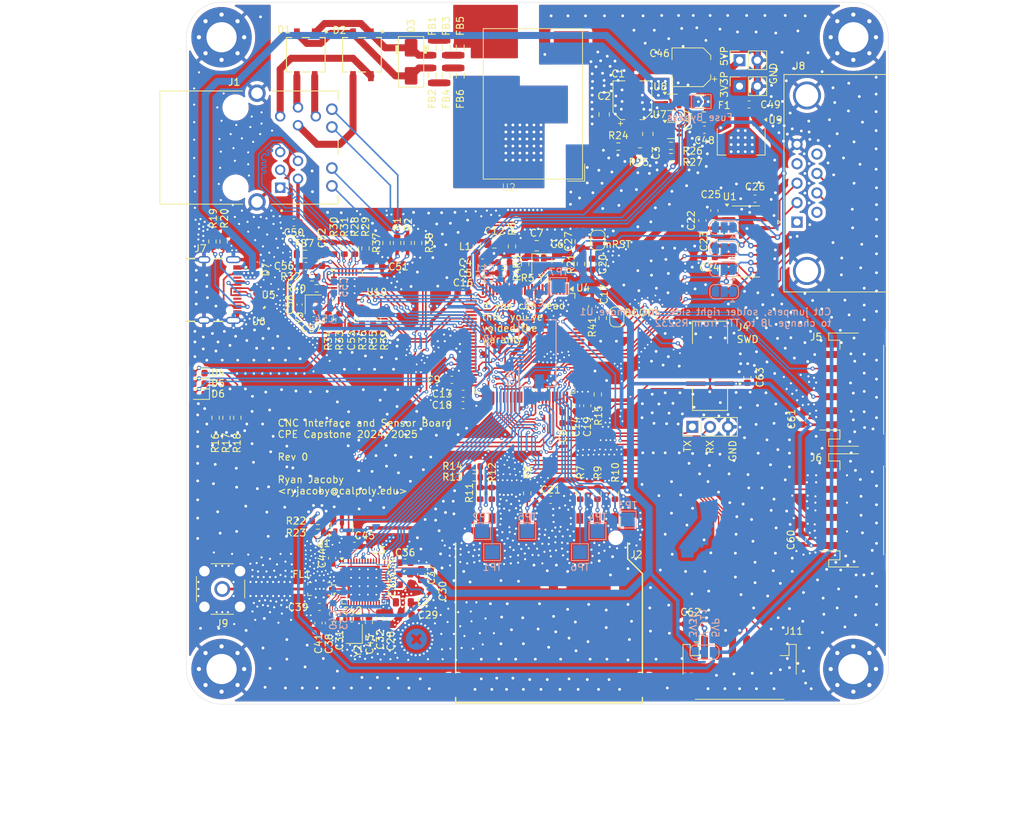
<source format=kicad_pcb>
(kicad_pcb (version 20241229) (generator "pcbnew") (generator_version "9.0")
  (title_block (title "PoE/WiFi Sensor and Interface Board") (date "2025-03-05") (rev "Alpha") (company "Haas Hooligans") (comment 1 "Ryan Jacoby"))
  (layers (0 "F.Cu" signal) (4 "In1.Cu" signal) (6 "In2.Cu" signal) (2 "B.Cu" signal) (13 "F.Paste" user) (15 "B.Paste" user) (5 "F.SilkS" user "F.Silkscreen") (7 "B.SilkS" user "B.Silkscreen") (1 "F.Mask" user) (3 "B.Mask" user) (25 "Edge.Cuts" user))
  (net 0 "")
  (net 1 "Net-(U2-+VDC)")
  (net 2 "GND")
  (net 3 "+3.3VADC")
  (net 4 "Net-(C4-Pad2)")
  (net 5 "Net-(C5-Pad2)")
  (net 6 "Net-(U4-PH0)")
  (net 7 "Net-(C7-Pad2)")
  (net 8 "Net-(U4-VCAP_2)")
  (net 9 "Net-(U4-VCAP_1)")
  (net 10 "+3V3")
  (net 11 "Net-(C12-Pad2)")
  (net 12 "Net-(U1-C1-)")
  (net 13 "Net-(U1-C1+)")
  (net 14 "Net-(U1-C2-)")
  (net 15 "Net-(U1-C2+)")
  (net 16 "Net-(U1-VS-)")
  (net 17 "Net-(U1-VS+)")
  (net 18 "+5V")
  (net 19 "NRST")
  (net 20 "/WiFi/VDD_BUCK")
  (net 21 "Net-(U3-BUCKVMID)")
  (net 22 "/WiFi/PWRIOVDD")
  (net 23 "Net-(U3-DIGVDD)")
  (net 24 "Net-(U3-PALDO)")
  (net 25 "Net-(U3-PAVDD0)")
  (net 26 "Net-(U3-RFVDD)")
  (net 27 "Net-(U3-SXLDO)")
  (net 28 "Net-(U3-XOLDO)")
  (net 29 "Net-(U3-AFELDO)")
  (net 30 "ADC1_9")
  (net 31 "ETH_CT")
  (net 32 "Net-(U10-VDDCR)")
  (net 33 "Net-(U10-XTAL1{slash}CLKIN)")
  (net 34 "Net-(C58-Pad1)")
  (net 35 "Net-(D1-+)")
  (net 36 "Net-(D1-2)")
  (net 37 "Net-(D1--)")
  (net 38 "Net-(D1-1)")
  (net 39 "Net-(D2-2)")
  (net 40 "Net-(D2-1)")
  (net 41 "Net-(D4-K)")
  (net 42 "Net-(D5-K)")
  (net 43 "Net-(D5-A)")
  (net 44 "Net-(D6-A)")
  (net 45 "Net-(D6-K)")
  (net 46 "Net-(D7-A)")
  (net 47 "Net-(JP6-A)")
  (net 48 "Net-(FB1-Pad2)")
  (net 49 "Net-(FB2-Pad2)")
  (net 50 "Net-(FB3-Pad2)")
  (net 51 "Net-(FB4-Pad2)")
  (net 52 "Net-(U2-VIN+)")
  (net 53 "Net-(U2-VIN-)")
  (net 54 "Net-(FL1-IN)")
  (net 55 "Net-(FL1-OUT)")
  (net 56 "Net-(J1-PadA1)")
  (net 57 "ETH_RX+")
  (net 58 "ETH_TX-")
  (net 59 "ETH_TX+")
  (net 60 "ETH_RX-")
  (net 61 "Net-(J1-PadA2)")
  (net 62 "SDIO_CMD")
  (net 63 "Net-(J2-WRITE_PROTECT)")
  (net 64 "SDIO_CK")
  (net 65 "SDIO_D3")
  (net 66 "SDIO_D1")
  (net 67 "Net-(J2-CARD_DETECT)")
  (net 68 "SDIO_D2")
  (net 69 "SDIO_D0")
  (net 72 "SWDIO")
  (net 75 "SWDCLK")
  (net 76 "I2C1_SCL")
  (net 77 "I2C1_SDA")
  (net 78 "I2C4_SDA")
  (net 79 "I2C4_SCL")
  (net 81 "USB_DP")
  (net 82 "USB_DN")
  (net 84 "Net-(J7-CC2)")
  (net 85 "Net-(J7-CC1)")
  (net 87 "/RS-232/RS232_RX")
  (net 89 "/RS-232/RS232_CTS")
  (net 90 "/RS-232/RS232_TX")
  (net 91 "/RS-232/RS232_RTS")
  (net 94 "SPI2_SCK")
  (net 95 "SPI2_MISO")
  (net 96 "SPI2_MOSI")
  (net 97 "UART3_CTS")
  (net 98 "UART3_RX")
  (net 99 "UART3_RTS")
  (net 100 "UART3_TX")
  (net 101 "Net-(J11-Pin_1)")
  (net 102 "UART1_TX")
  (net 103 "UART1_RX")
  (net 104 "Net-(JP1-A)")
  (net 105 "UART2_TX")
  (net 106 "UART2_RTS")
  (net 107 "Net-(JP2-A)")
  (net 108 "Net-(JP3-A)")
  (net 109 "UART2_RX")
  (net 110 "Net-(JP4-A)")
  (net 111 "UART2_CTS")
  (net 112 "Net-(U3-BUCKOUT)")
  (net 113 "Net-(Q1-G)")
  (net 114 "ETH_LED1")
  (net 115 "ETH_LED2")
  (net 116 "Net-(U4-PH1)")
  (net 117 "NRF_IOVDD_EN")
  (net 118 "ADC1_0")
  (net 119 "ADC1_4")
  (net 120 "Net-(U10-RBIAS)")
  (net 121 "ETH_RX_D0")
  (net 122 "ETH_RX_D1")
  (net 123 "ETH_CRS_DV")
  (net 124 "Net-(U10-RXER{slash}PHYAD0)")
  (net 125 "ETH_nRST")
  (net 126 "Net-(U10-XTAL2)")
  (net 127 "BOOT0")
  (net 128 "ADC1_10")
  (net 132 "NRF_IRQ")
  (net 137 "Net-(U3-XON)")
  (net 141 "SPI1_MISO")
  (net 146 "NRF_BUCKEN")
  (net 149 "SPI1_SCK")
  (net 150 "SPI1_CS")
  (net 151 "Net-(U3-XOP)")
  (net 154 "SPI1_MOSI")
  (net 158 "ETH_TX_D0")
  (net 160 "ETH_TX_D1")
  (net 165 "VST_USB")
  (net 169 "ADC1_8")
  (net 171 "VIB_CS")
  (net 172 "ETH_MDIO")
  (net 174 "ETH_MDC")
  (net 178 "VST_POE")
  (net 182 "ETH_TX_EN")
  (net 184 "ETH_REF_CLK")
  (footprint "Capacitor_SMD:C_0603_1608Metric" (layer "F.Cu") (at 121 52.994792 180)
    (property "Reference" "C26")
    (property "Value" "4.7u")
  )
  (footprint "Connector_PinSocket_2.54mm:PinSocket_1x02_P2.54mm_Vertical" (layer "F.Cu") (at 118.785 36.975 90)
    (property "Reference" "J13" (hide yes))
    (property "Value" "3V3_BYPASS")
  )
  (footprint "Resistor_SMD:R_0603_1608Metric" (layer "F.Cu") (at 85.175 63.6)
    (property "Reference" "R4")
    (property "Value" "0")
  )
  (footprint "Capacitor_SMD:C_0603_1608Metric" (layer "F.Cu") (at 58.8 113.45 -90)
    (property "Reference" "C41")
    (property "Value" "0.47u")
  )
  (footprint "Package_DFN_QFN:QFN-48-1EP_6x6mm_P0.4mm_EP4.6x4.6mm_ThermalVias" (layer "F.Cu") (at 65.25 107.6)
    (property "Reference" "U3")
    (property "Value" "nRF7001-QFXX")
  )
  (footprint "Resistor_SMD:R_0603_1608Metric" (layer "F.Cu") (at 60.2 70.225 90)
    (property "Reference" "R34")
    (property "Value" "10k")
  )
  (footprint "Resistor_SMD:R_0603_1608Metric" (layer "F.Cu") (at 98.55 94.975 -90)
    (property "Reference" "R9")
    (property "Value" "47k")
  )
  (footprint "footprints:BEL_SI-52003-F" (layer "F.Cu") (at 50.05 45.715 -90)
    (property "Reference" "J1")
    (property "Value" "SI-52003-F")
  )
  (footprint "Capacitor_SMD:C_0603_1608Metric" (layer "F.Cu") (at 66 113.4 -90)
    (property "Reference" "C43")
    (property "Value" "1u")
  )
  (footprint "footprints:Converter_DCDC_Silvertel_AG99xxMTB_Hand_Solder" (layer "F.Cu") (at 95.1425 48.255 90)
    (property "Reference" "U2")
    (property "Value" "Ag9905-MTB")
  )
  (footprint "Capacitor_SMD:C_0603_1608Metric" (layer "F.Cu") (at 119.9 78.45 90)
    (property "Reference" "C63")
    (property "Value" "4.7u")
  )
  (footprint "Capacitor_SMD:C_0603_1608Metric" (layer "F.Cu") (at 95.5 82.5 -90)
    (property "Reference" "C14")
    (property "Value" "100n")
  )
  (footprint "Resistor_SMD:R_0603_1608Metric" (layer "F.Cu") (at 62.5 60.075 -90)
    (property "Reference" "R31")
    (property "Value" "49.9")
  )
  (footprint "Capacitor_SMD:C_0805_2012Metric" (layer "F.Cu") (at 113.725 41.375 180)
    (property "Reference" "C47")
    (property "Value" "10u")
  )
  (footprint "Capacitor_SMD:C_0603_1608Metric" (layer "F.Cu") (at 93.6 84.2 -90)
    (property "Reference" "C8")
    (property "Value" "2.2u")
  )
  (footprint "Capacitor_SMD:C_0603_1608Metric" (layer "F.Cu") (at 79.4 66.4)
    (property "Reference" "C16")
    (property "Value" "100n")
  )
  (footprint "Inductor_SMD:L_0805_2012Metric" (layer "F.Cu") (at 79 31.5 90)
    (property "Reference" "FB5")
    (property "Value" "2508051027Y1")
  )
  (footprint "Package_SON:Texas_DPY0002A_0.6x1mm_P0.65mm" (layer "F.Cu") (at 51.6 68 45)
    (property "Reference" "U5")
    (property "Value" "TPD1E05U06DPYR")
  )
  (footprint "Capacitor_SMD:C_0603_1608Metric" (layer "F.Cu") (at 74.15 108.9 180)
    (property "Reference" "C30")
    (property "Value" "0.47u")
  )
  (footprint "MountingHole:MountingHole_4.3mm_M4_Pad_Via" (layer "F.Cu") (at 45 120)
    (property "Reference" "H2" (hide yes))
    (property "Value" "M4" (hide yes))
  )
  (footprint "Connector_Coaxial:SMA_Molex_73251-2200_Horizontal" (layer "F.Cu") (at 45.1 108.6 90)
    (property "Reference" "J9")
    (property "Value" "073251-2200")
  )
  (footprint "Resistor_SMD:R_0603_1608Metric" (layer "F.Cu") (at 86.375 59.8 -90)
    (property "Reference" "R6")
    (property "Value" "0")
  )
  (footprint "Resistor_SMD:R_0603_1608Metric" (layer "F.Cu") (at 98.6 80.875 90)
    (property "Reference" "R15")
    (property "Value" "1k")
  )
  (footprint "MountingHole:MountingHole_4.3mm_M4_Pad_Via" (layer "F.Cu") (at 45 30)
    (property "Reference" "H1" (hide yes))
    (property "Value" "M4" (hide yes))
  )
  (footprint "Capacitor_SMD:C_0805_2012Metric" (layer "F.Cu") (at 83.875 59.3)
    (property "Reference" "C12")
    (property "Value" "10u")
  )
  (footprint "footprints:HDS_DIO" (layer "F.Cu") (at 57 32.5 -90)
    (property "Reference" "D1")
    (property "Value" "HDS10M")
  )
  (footprint "Capacitor_SMD:C_0603_1608Metric" (layer "F.Cu") (at 73.45 106.55 -90)
    (property "Reference" "C37")
    (property "Value" "1u")
  )
  (footprint "Capacitor_SMD:CP_Elec_5x5.4" (layer "F.Cu") (at 103.525 38.975 90)
    (property "Reference" "C1")
    (property "Value" "47u")
  )
  (footprint "Diode_SMD:D_0402_1005Metric" (layer "F.Cu") (at 50.1 63.115 -90)
    (property "Reference" "D7")
    (property "Value" "D12V0L1B2LP-7B")
  )
  (footprint "Crystal:Crystal_SMD_2016-4Pin_2.0x1.6mm" (layer "F.Cu") (at 63.9 115 90)
    (property "Reference" "Y2")
    (property "Value" "ECS-400-10-37B2-CKY-TR")
  )
  (footprint "Package_TO_SOT_SMD:SOT-23" (layer "F.Cu") (at 62.15 99.7625 90)
    (property "Reference" "Q1")
    (property "Value" "DMG2305UX")
  )
  (footprint "Capacitor_SMD:C_0603_1608Metric" (layer "F.Cu") (at 57.025 62.6 180)
    (property "Reference" "C56")
    (property "Value" "4.7u")
  )
  (footprint "Package_TO_SOT_SMD:SOT-363_SC-70-6" (layer "F.Cu") (at 109.225 43.275)
    (property "Reference" "U7")
    (property "Value" "LM66100DCK")
  )
  (footprint "Resistor_SMD:R_0603_1608Metric" (layer "F.Cu") (at 81.85 94.975 -90)
    (property "Reference" "R11")
    (property "Value" "47k")
  )
  (footprint "Resistor_SMD:R_0603_1608Metric" (layer "F.Cu") (at 68.5 59.3 90)
    (property "Reference" "R37")
    (property "Value" "10k")
  )
  (footprint "Capacitor_SMD:C_0603_1608Metric" (layer "F.Cu") (at 58.95 111.15 180)
    (property "Reference" "C39")
    (property "Value" "100n")
  )
  (footprint "Fuse:Fuse_1206_3216Metric" (layer "F.Cu") (at 113.325 39.175)
    (property "Reference" "F1")
    (property "Value" "0ZCJ0100FF2E")
  )
  (footprint "Resistor_SMD:R_0603_1608Metric" (layer "F.Cu") (at 65 70.2 -90)
    (property "Reference" "R36")
    (property "Value" "10k")
  )
  (footprint "Inductor_SMD:L_0805_2012Metric" (layer "F.Cu") (at 75 35.4375 -90)
    (property "Reference" "FB2")
    (property "Value" "2508051027Y1")
  )
  (footprint "Capacitor_SMD:C_0603_1608Metric" (layer "F.Cu") (at 71.1 106.475)
    (property "Reference" "C34")
    (property "Value" "2.2u")
  )
  (footprint "Resistor_SMD:R_0603_1608Metric" (layer "F.Cu") (at 99.3 70 90)
    (property "Reference" "R41")
    (property "Value" "10k")
  )
  (footprint "Connector_JST:JST_PH_S6B-PH-SM4-TB_1x06-1MP_P2.00mm_Horizontal" (layer "F.Cu") (at 118.8 119.8)
    (property "Reference" "J11")
    (property "Value" "S6B-PH-SM4-TB")
  )
  (footprint "Resistor_SMD:R_0603_1608Metric" (layer "F.Cu") (at 88.25 62.3 -90)
    (property "Reference" "R5")
    (property "Value" "549")
  )
  (footprint "Package_SO:SOIC-16_3.9x9.9mm_P1.27mm" (layer "F.Cu") (at 119.7 59.094792)
    (property "Reference" "U1")
    (property "Value" "MAX232DR")
  )
  (footprint "footprints:CNC_3220-10-0300-00" (layer "F.Cu") (at 114.585 76.81 90)
    (property "Reference" "J4")
    (property "Value" "SWD")
  )
  (footprint "Resistor_SMD:R_0603_1608Metric" (layer "F.Cu") (at 81.375 59.8 -90)
    (property "Reference" "L1")
    (property "Value" "0")
  )
  (footprint "Package_QFP:LQFP-100_14x14mm_P0.5mm" (layer "F.Cu") (at 88.225 73.6 -90)
    (property "Reference" "U4")
    (property "Value" "STM32F767VITx")
  )
  (footprint "Capacitor_SMD:C_0603_1608Metric" (layer "F.Cu") (at 55.3 56.4 180)
    (property "Reference" "C50")
    (property "Value" "1u")
  )
  (footprint "Resistor_SMD:R_0603_1608Metric" (layer "F.Cu") (at 61 60.075 -90)
    (property "Reference" "R30")
    (property "Value" "49.9")
  )
  (footprint "Capacitor_SMD:C_0603_1608Metric" (layer "F.Cu") (at 97.1 82.5 -90)
    (property "Reference" "C19")
    (property "Value" "1u")
  )
  (footprint "Crystal:Crystal_SMD_2016-4Pin_2.0x1.6mm" (layer "F.Cu") (at 90.35 62.2 -90)
    (property "Reference" "Y1")
    (property "Value" "ECS-240-12-37B-CKY-TR")
  )
  (footprint "Capacitor_SMD:C_0603_1608Metric" (layer "F.Cu") (at 67.1 62.7)
    (property "Reference" "C51")
    (property "Value" "1u")
  )
  (footprint "Resistor_SMD:R_0603_1608Metric" (layer "F.Cu") (at 45.7 84.2 -90)
    (property "Reference" "R17")
    (property "Value" "330")
  )
  (footprint "LED_SMD:LED_0603_1608Metric" (layer "F.Cu") (at 41.7875 79.35 180)
    (property "Reference" "D5")
    (property "Value" "RED")
  )
  (footprint "Resistor_SMD:R_0603_1608Metric" (layer "F.Cu") (at 101.525 45.575)
    (property "Reference" "R24")
    (property "Value" "100k")
  )
  (footprint "LED_SMD:LED_0603_1608Metric" (layer "F.Cu") (at 41.7875 77.85 180)
    (property "Reference" "D4")
    (property "Value" "GREEN")
  )
  (footprint "Resistor_SMD:R_0603_1608Metric" (layer "F.Cu") (at 57.875 64.2 180)
    (property "Reference" "R32")
    (property "Value" "12.1k")
  )
  (footprint "Resistor_SMD:R_0603_1608Metric" (layer "F.Cu") (at 81.025 92.7 180)
    (property "Reference" "R13")
    (property "Value" "10k")
  )
  (footprint "Capacitor_SMD:C_0402_1005Metric" (layer "F.Cu") (at 58.12 70.1625 180)
    (property "Reference" "C57")
    (property "Value" "10p")
  )
  (footprint "Capacitor_SMD:C_0603_1608Metric" (layer "F.Cu") (at 82.175 62.1)
    (property "Reference" "C4")
    (property "Value" "100n")
  )
  (footprint "Resistor_SMD:R_0603_1608Metric" (layer "F.Cu") (at 83.5 94.975 -90)
    (property "Reference" "R12")
    (property "Value" "47k")
  )
  (footprint "Inductor_SMD:L_0805_2012Metric" (layer "F.Cu") (at 70.9 110.5)
    (property "Reference" "L2")
    (property "Value" "3.3u")
  )
  (footprint "Capacitor_SMD:C_0603_1608Metric" (layer "F.Cu") (at 59.3 61.8 90)
    (property "Reference" "C52")
    (property "Value" "1u")
  )
  (footprint "Resistor_SMD:R_0603_1608Metric" (layer "F.Cu") (at 101.05 94.975 -90)
    (property "Reference" "R10")
    (property "Value" "47k")
  )
  (footprint "footprints:693063010911" (layer "F.Cu") (at 91.65 111.85)
    (property "Reference" "J2")
    (property "Value" "693063010911")
  )
  (footprint "Capacitor_SMD:C_0603_1608Metric" (layer "F.Cu") (at 127.7 84.4 90)
    (property "Reference" "C61")
    (property "Value" "4.7u")
  )
  (footprint "Capacitor_SMD:C_0603_1608Metric" (layer "F.Cu") (at 63.55 112.8)
    (property "Reference" "C42")
    (property "Value" "2.2u")
  )
  (footprint "Capacitor_SMD:C_0603_1608Metric" (layer "F.Cu") (at 60.75 104.2 90)
    (property "Reference" "C44")
    (property "Value" "100n")
  )
  (footprint "MountingHole:MountingHole_4.3mm_M4_Pad_Via" (layer "F.Cu") (at 135 120)
    (property "Reference" "H4" (hide yes))
    (property "Value" "M4" (hide yes))
  )
  (footprint "Resistor_SMD:R_0603_1608Metric" (layer "F.Cu") (at 64 60.075 -90)
    (property "Reference" "R28")
    (property "Value" "49.9")
  )
  (footprint "Connector_JST:JST_PH_S6B-PH-SM4-TB_1x06-1MP_P2.00mm_Horizontal" (layer "F.Cu") (at 134.8 97.4 90)
    (property "Reference" "J6")
    (property "Value" "S6B-PH-SM4-TB")
  )
  (footprint "Capacitor_SMD:C_0603_1608Metric" (layer "F.Cu") (at 77.8 78.8 180)
    (property "Reference" "C9")
    (property "Value" "2.2u")
  )
  (footprint "Resistor_SMD:R_0603_1608Metric" (layer "F.Cu") (at 66.6 70.2 90)
    (property "Reference" "R35")
    (property "Value" "10k")
  )
  (footprint "Resistor_SMD:R_0603_1608Metric" (layer "F.Cu") (at 43.7 59.1 90)
    (property "Reference" "R19")
    (property "Value" "5.1k")
  )
  (footprint "Capacitor_SMD:C_0603_1608Metric" (layer "F.Cu") (at 115.1 58.919792 -90)
    (property "Reference" "C23")
    (property "Value" "1u")
  )
  (footprint "Resistor_SMD:R_0603_1608Metric" (layer "F.Cu") (at 61.8 70.225 90)
    (property "Reference" "R33")
    (property "Value" "10k")
  )
  (footprint "PCM_Diode_SMD_AKL:D_SMA" (layer "F.Cu") (at 72 33.5 -90)
    (property "Reference" "D3")
    (property "Value" "SMAJ58A")
  )
  (footprint "Capacitor_SMD:C_0603_1608Metric" (layer "F.Cu") (at 71.15 104.85)
    (property "Reference" "C36")
    (property "Value" "2.2u")
  )
  (footprint "Capacitor_SMD:C_0603_1608Metric" (layer "F.Cu") (at 71.3 112.3 180)
    (property "Reference" "C29")
    (property "Value" "4.7u")
  )
  (footprint "Inductor_SMD:L_0805_2012Metric" (layer "F.Cu") (at 77 35.4375 90)
    (property "Reference" "FB4")
    (property "Value" "2508051027Y1")
  )
  (footprint "Crystal:Crystal_SMD_2016-4Pin_2.0x1.6mm" (layer "F.Cu") (at 58.07 68.0625 -90)
    (property "Reference" "Y3")
    (property "Value" "ECS-250-10-37B-CTN-TR")
  )
  (footprint "Capacitor_SMD:CP_Elec_5x5.4" (layer "F.Cu") (at 111.925 34.275 180)
    (property "Reference" "C46")
    (property "Value" "47u")
  )
  (footprint "Capacitor_SMD:C_0603_1608Metric" (layer "F.Cu") (at 63.925 102.45)
    (property "Reference" "C45")
    (property "Value" "2.2u")
  )
  (footprint "Capacitor_SMD:C_0603_1608Metric" (layer "F.Cu") (at 91.875 95.9)
    (property "Reference" "C21")
    (property "Value" "4.7u")
  )
  (footprint "Resistor_SMD:R_0603_1608Metric" (layer "F.Cu") (at 85.2 62.1)
    (property "Reference" "R3")
    (property "Value" "0")
  )
  (footprint "Resistor_SMD:R_0603_1608Metric" (layer "F.Cu") (at 58.55 65.7625)
    (property "Reference" "R40")
    (property "Value" "500")
  )
  (footprint "Capacitor_SMD:C_0805_2012Metric" (layer "F.Cu") (at 99.5 41 90)
    (property "Reference" "C2")
    (property "Value" "10u")
  )
  (footprint "Capacitor_SMD:C_0603_1608Metric" (layer "F.Cu") (at 97.8 62.325 90)
    (property "Reference" "C20")
    (property "Value" "4.7u")
  )
  (footprint "Package_TO_SOT_SMD:SOT-223-3_TabPin2" (layer "F.Cu") (at 119.025 44.875 -90)
    (property "Reference" "U9")
    (property "Value" "TLV1117-33")
  )
  (footprint "Capacitor_SMD:C_0603_1608Metric" (layer "F.Cu") (at 113.8 43.175 180)
    (property "Reference" "C48")
    (property "Value" "100n")
  )
  (footprint "Capacitor_SMD:C_0603_1608Metric" (layer "F.Cu") (at 113.5 56.119792 -90)
    (property "Reference" "C22")
    (property "Value" "1u")
  )
  (footprint "Capacitor_SMD:C_0603_1608Metric" (layer "F.Cu") (at 79.4 82.4 180)
    (property "Reference" "C18")
    (property "Value" "1u")
  )
  (footprint "Inductor_SMD:L_0805_2012Metric" (layer "F.Cu") (at 56.7875 60.9)
    (property "Reference" "FB7")
    (property "Value" "2508051027Y1")
  )
  (footprint "Capacitor_SMD:C_0805_2012Metric" (layer "F.Cu") (at 89.9 59.7 180)
    (property "Reference" "C7")
    (property "Value" "12u")
  )
  (footprint "Inductor_SMD:L_0805_2012Metric" (layer "F.Cu") (at 77 31.5 -90)
    (property "Reference" "FB3")
    (property "Value" "2508051027Y1")
  )
  (footprint "Jumper:SolderJumper-2_P1.3mm_Open_RoundedPad1.0x1.5mm" (layer "F.Cu") (at 101.3 69.85 90)
    (property "Reference" "SW2" (hide yes))
    (property "Value" "BOOT0")
  )
  (footprint "Capacitor_SMD:C_0402_1005Metric" (layer "F.Cu") (at 56.12 68.0825 -90)
    (property "Reference" "C58")
    (property "Value" "10p")
  )
  (footprint "Resistor_SMD:R_0603_1608Metric" (layer "F.Cu") (at 44.15 84.2 -90)
    (property "Reference" "R16")
    (property "Value" "330")
  )
  (footprint "Resistor_SMD:R_0603_1608Metric" (layer "F.Cu") (at 109.025 45.475)
    (property "Reference" "R26")
    (property "Value" "100k")
  )
  (footprint "Package_DFN_QFN:VQFN-24-1EP_4x4mm_P0.5mm_EP2.5x2.5mm_ThermalVias" (layer "F.Cu") (at 62.95 65.4625)
    (property "Reference" "U10")
    (property "Value" "LAN8720A")
  )
  (footprint "Capacitor_SMD:C_0603_1608Metric" (layer "F.Cu") (at 115.2 54.694792 90)
    (property "Reference" "C25")
    (property "Value" "1u")
  )
  (footprint "Jumper:SolderJumper-2_P1.3mm_Open_RoundedPad1.0x1.5mm" (layer "F.Cu") (at 98.6 58.9 90)
    (property "Reference" "SW1" (hide yes))
    (property "Value" "RST")
  )
  (footprint "Inductor_SMD:L_0805_2012Metric" (layer "F.Cu") (at 75 31.5 90)
    (property "Reference" "FB1")
    (property "Value" "2508051027Y1")
  )
  (footprint "Resistor_SMD:R_0603_1608Metric" (layer "F.Cu") (at 68.2 70.2 90)
    (property "Reference" "R39")
    (property "Value" "10k")
  )
  (footprint "Package_SON:Texas_DPY0002A_0.6x1mm_P0.65mm" (layer "F.Cu") (at 50.6 69 -135)
    (property "Reference" "U6")
    (property "Value" "TPD1E05U06DPYR")
  )
  (footprint "footprints:GCT_USB4105-GF-A" (layer "F.Cu") (at 42.5 66 -90)
    (property "Reference" "J7")
    (property "Value" "USB4105-GF-A")
  )
  (footprint "Capacitor_SMD:C_0603_1608Metric" (layer "F.Cu") (at 111.8 113.6 180)
    (property "Reference" "C62")
    (property "Value" "4.7u")
  )
  (footprint "Resistor_SMD:R_0603_1608Metric" (layer "F.Cu") (at 71.5 59.3 -90)
    (property "Reference" "R2")
    (property "Value" "300")
  )
  (footprint "Resistor_SMD:R_0603_1608Metric" (layer "F.Cu") (at 88.55 94.975 -90)
    (property "Reference" "R8")
    (property "Value" "47k")
  )
  (footprint "Resistor_SMD:R_0603_1608Metric" (layer "F.Cu") (at 65.5 60.075 -90)
    (property "Reference" "R29")
    (property "Value" "49.9")
  )
  (footprint "Capacitor_SMD:C_0603_1608Metric" (layer "F.Cu") (at 127.7 101.6 90)
    (property "Reference" "C60")
    (property "Value" "4.7u")
  )
  (footprint "Capacitor_SMD:C_0805_2012Metric" (layer "F.Cu") (at 105.725 43.775 -90)
    (property "Reference" "C3")
    (property "Value" "10u")
  )
  (footprint "Capacitor_SMD:C_0603_1608Metric" (layer "F.Cu") (at 71.15 108)
    (property "Reference" "C35")
    (property "Value" "10n")
  )
  (footprint "LED_SMD:LED_0603_1608Metric" (layer "F.Cu") (at 41.7875 80.85 180)
    (property "Reference" "D6")
    (property "Value" "BLUE")
  )
  (footprint "Package_TO_SOT_SMD:SOT-363_SC-70-6" (layer "F.Cu") (at 109.225 39.275)
    (property "Reference" "U8")
    (property "Value" "LM66100DCK")
  )
  (footprint "Capacitor_SMD:C_0603_1608Metric" (layer "F.Cu") (at 120.15 39.575)
    (property "Reference" "C49")
    (property "Value" "100n")
  )
  (footprint "Capacitor_SMD:C_0603_1608Metric" (layer "F.Cu") (at 60.3 113.45 -90)
    (property "Reference" "C38")
    (property "Value" "4.7u")
  )
  (footprint "Capacitor_SMD:C_0603_1608Metric" (layer "F.Cu") (at 114.5 61.294792 180)
    (property "Reference" "C24")
    (property "Value" "1u")
  )
  (footprint "Resistor_SMD:R_0603_1608Metric" (layer "F.Cu") (at 73 59.3 90)
    (property "Reference" "R38")
    (property "Value" "10k")
  )
  (footprint "Resistor_SMD:R_0603_1608Metric" (layer "F.Cu") (at 58.725 98.9)
    (property "Reference" "R22")
    (property "Value" "10k")
  )
  (footprint "Connector_PinSocket_2.54mm:PinSocket_1x02_P2.54mm_Vertical" (layer "F.Cu") (at 118.785 33.275 90)
    (property "Reference" "J3" (hide yes))
    (property "Value" "5V_BYPASS")
  )
  (footprint "Resistor_SMD:R_0603_1608Metric" (layer "F.Cu") (at 47.25 84.2 -90)
    (property "Reference" "R18")
    (property "Value" "330")
  )
  (footprint "Resistor_SMD:R_0603_1608Metric" (layer "F.Cu") (at 96.1 94.975 -90)
    (property "Reference" "R7")
    (property "Value" "47k")
  )
  (footprint "Capacitor_SMD:C_0603_1608Metric" (layer "F.Cu") (at 97.8 68.325 -90)
    (property "Reference" "C17")
    (property "Value" "100n")
  )
  (footprint "Resistor_SMD:R_0603_1608Metric" (layer "F.Cu") (at 58.725 100.6)
    (property "Reference" "R23")
    (property "Value" "100")
  )
  (footprint "footprints:HDS_DIO" (layer "F.Cu") (at 65 32.5 -90)
    (property "Reference" "D2")
    (property "Value" "HDS10M")
  )
  (footprint "Capacitor_SMD:C_0805_2012Metric" (layer "F.Cu") (at 96.1 59.1 90)
    (property "Reference" "C27")
    (property "Value" "10u")
  )
  (footprint "Filter:Filter_Mini-Circuits_FV1206-4" (layer "F.Cu") (at 58.985 108.6 180)
    (property "Reference" "FL1")
    (property "Value" "BFCN-2450")
  )
  (footprint "Capacitor_SMD:C_0603_1608Metric" (layer "F.Cu") (at 79.425 80.8 180)
    (property "Reference" "C13")
    (property "Value" "100n")
  )
  (footprint "Resistor_SMD:R_0603_1608Metric" (layer "F.Cu") (at 109.025 47.075 180)
    (property "Reference" "R27")
    (property "Value" "100k")
  )
  (footprint "Capacitor_SMD:C_0805_2012Metric" (layer "F.Cu") (at 92.8 61.9 -90)
    (property "Reference" "C6")
    (property "Value" "12u")
  )
  (footprint "Capacitor_SMD:C_0603_1608Metric" (layer "F.Cu") (at 69 112.9 -90)
    (property "Reference" "C28")
    (property "Value" "4.7u")
  )
  (footprint "Connector_PinHeader_2.54mm:PinHeader_1x03_P2.54mm_Vertical" (layer "F.Cu") (at 112.06 85.5 90)
    (property "Reference" "J12" (hide yes))
    (property "Value" "UART" (hide yes))
  )
  (footprint "Resistor_SMD:R_0603_1608Metric" (layer "F.Cu") (at 45.3 59.1 90)
    (property "Reference" "R20")
    (property "Value" "5.1k")
  )
  (footprint "MountingHole:MountingHole_4.3mm_M4_Pad_Via" (layer "F.Cu") (at 135 30)
    (property "Reference" "H3" (hide yes))
    (property "Value" "M4" (hide yes))
  )
  (footprint "Inductor_SMD:L_0805_2012Metric" (layer "F.Cu") (at 79 35.4375 -90)
    (property "Reference" "FB6")
    (property "Value" "2508051027Y1")
  )
  (footprint "Connector_Dsub:DSUB-9_Pins_Horizontal_P2.77x2.84mm_EdgePinOffset9.90mm_Housed_MountingHolesOffset11.32mm" (layer "F.Cu") (at 126.974669 56.334792 90)
    (property "Reference" "J8")
    (property "Value" "2301843-2")
  )
  (footprint "Resistor_SMD:R_0603_1608Metric" (layer "F.Cu") (at 104.625 46.275)
    (property "Reference" "R25")
    (property "Value" "100k")
  )
  (footprint "Capacitor_SMD:C_0603_1608Metric" (layer "F.Cu") (at 67.5 112.7 -90)
    (property "Reference" "C32")
    (property "Value" "1u")
  )
  (footprint "Connector_JST:JST_PH_S6B-PH-SM4-TB_1x06-1MP_P2.00mm_Horizontal" (layer "F.Cu") (at 134.8 80.2 90)
    (property "Reference" "J5")
    (property "Value" "S6B-PH-SM4-TB")
  )
  (footprint "Resistor_SMD:R_0603_1608Metric" (layer "F.Cu") (at 70 59.3 -90)
    (property "Reference" "R1")
    (property "Value" "300")
  )
  (footprint "Capacitor_SMD:C_0603_1608Metric" (layer "F.Cu") (at 82.175 63.6)
    (property "Reference" "C5")
    (property "Value" "1u")
  )
  (footprint "Capacitor_SMD:C_0402_1005Metric" (layer "F.Cu") (at 61.6 113.4 -90)
    (property "Reference" "C31")
    (property "Value" "0.22u")
  )
  (footprint "Resistor_SMD:R_0603_1608Metric" (layer "F.Cu") (at 96.2 62.3 90)
    (property "Reference" "R21")
    (property "Value" "10k")
  )
  (footprint "Resistor_SMD:R_0603_1608Metric" (layer "F.Cu") (at 81.025 91.15 180)
    (property "Reference" "R14")
    (property "Value" "10k")
  )
  (footprint "Capacitor_SMD:C_0603_1608Metric" (layer "F.Cu") (at 63.4 70.225 -90)
    (property "Reference" "C53")
    (property "Value" "1u")
  )
  (footprint "TestPoint:TestPoint_Pad_2.0x2.0mm" (layer "B.Cu") (at 88.55 100.35 180)
    (property "Reference" "TP5")
    (property "Value" "SDIO_CK")
  )
  (footprint "Jumper:SolderJumper-3_P1.3mm_Bridged12_RoundedPad1.0x1.5mm" (layer "B.Cu") (at 116.6 66.237292 180)
    (property "Reference" "JP4")
    (property "Value" "SolderJumper_3_Bridged12" (hide yes))
  )
  (footprint "Jumper:SolderJumper-3_P1.3mm_Bridged12_RoundedPad1.0x1.5mm" (layer "B.Cu") (at 116.6 57.094792 180)
    (property "Reference" "JP3")
    (property "Value" "SolderJumper_3_Bridged12" (hide yes))
  )
  (footprint "TestPoint:TestPoint_Pad_2.0x2.0mm" (layer "B.Cu") (at 98.55 100.35 180)
    (property "Reference" "TP4")
    (property "Value" "SDIO_D3")
  )
  (footprint "Capacitor_SMD:C_0603_1608Metric" (layer "B.Cu") (at 85.525 62.89)
    (property "Reference" "C11")
    (property "Value" "1u")
  )
  (footprint "Capacitor_SMD:C_0603_1608Metric" (layer "B.Cu") (at 85.525 64.4)
    (property "Reference" "C10")
    (property "Value" "100n")
  )
  (footprint "Jumper:SolderJumper-3_P1.3mm_Bridged12_RoundedPad1.0x1.5mm" (layer "B.Cu") (at 113.8 117.6)
    (property "Reference" "JP5")
    (property "Value" "SolderJumper_3_Bridged12" (hide yes))
  )
  (footprint "Capacitor_SMD:C_0603_1608Metric" (layer "B.Cu") (at 59.7 68.6 180)
    (property "Reference" "C54")
    (property "Value" "1u")
  )
  (footprint "Capacitor_SMD:C_0603_1608Metric" (layer "B.Cu") (at 61 65.6 90)
    (property "Reference" "C55")
    (property "Value" "470p")
  )
  (footprint "LOGO" (layer "B.Cu") (at 113 99.95 180)
    (property "Reference" "G***" (hide yes))
    (property "Value" "LOGO" (hide yes))
  )
  (footprint "TestPoint:TestPoint_Pad_2.0x2.0mm" (layer "B.Cu") (at 93 65.45 180)
    (property "Reference" "TP7")
    (property "Value" "ADC1_10")
  )
  (footprint "Jumper:SolderJumper-3_P1.3mm_Bridged12_RoundedPad1.0x1.5mm" (layer "B.Cu") (at 116.6 60.094792 180)
    (property "Reference" "JP1")
    (property "Value" "SolderJumper_3_Bridged12" (hide yes))
  )
  (footprint "Capacitor_SMD:C_0603_1608Metric" (layer "B.Cu") (at 89.5 66.4)
    (property "Reference" "C15")
    (property "Value" "100n")
  )
  (footprint "Capacitor_SMD:C_0603_1608Metric" (layer "B.Cu") (at 84.45 72.7 -90)
    (property "Reference" "C59")
    (property "Value" "4.7u")
  )
  (footprint "Jumper:SolderJumper-3_P1.3mm_Bridged12_RoundedPad1.0x1.5mm" (layer "B.Cu") (at 116.6 63.094792 180)
    (property "Reference" "JP2")
    (property "Value" "SolderJumper_3_Bridged12" (hide yes))
  )
  (footprint "Capacitor_SMD:C_0603_1608Metric" (layer "B.Cu") (at 62.4 109.825 90)
    (property "Reference" "C33")
    (property "Value" "4.7u")
  )
  (footprint "TestPoint:TestPoint_Pad_2.0x2.0mm" (layer "B.Cu") (at 83.55 103.35 180)
    (property "Reference" "TP1")
    (property "Value" "SDIO_D0")
  )
  (footprint "TestPoint:TestPoint_Pad_2.0x2.0mm" (layer "B.Cu") (at 102.85 98.7 180)
    (property "Reference" "TP3")
    (property "Value" "SDIO_D2")
  )
  (footprint "Capacitor_SMD:C_0603_1608Metric" (layer "B.Cu") (at 60.9 109.85 90)
    (property "Reference" "C40")
    (property "Value" "22n")
  )
  (footprint "TestPoint:TestPoint_Pad_2.0x2.0mm" (layer "B.Cu") (at 82.1 100.35 180)
    (property "Reference" "TP2")
    (property "Value" "SDIO_D1")
  )
  (footprint "TestPoint:TestPoint_Pad_2.0x2.0mm" (layer "B.Cu") (at 96.05 103.35 180)
    (property "Reference" "TP6")
    (property "Value" "SDIO_CMD")
  )
  (footprint "LOGO" (layer "B.Cu") (at 72.75 115.75 -90)
    (property "Reference" "G***" (hide yes))
    (property "Value" "LOGO" (hide yes))
  )
  (footprint "Jumper:SolderJumper-2_P1.3mm_Open_TrianglePad1.0x1.5mm" (layer "B.Cu") (at 113.325 39.175)
    (property "Reference" "JP6")
    (property "Value" "Fuse_Bypass" (hide yes))
  )
  (footprint "footprints:CON_5051100892_MOL" (layer "B.Cu") (at 90 75 -90)
    (property "Reference" "J10")
    (property "Value" "5051100892")
  )
  (footprint "LOGO" (layer "B.Cu") (at 57.727124 90.082913 180)
    (property "Reference" "G***" (hide yes))
    (property "Value" "LOGO" (hide yes))
  )
  (gr_poly (pts (xy 67.8 110) (xy 67.8 111.75) (xy 69.4 111.75) (xy 69.4 111.45) (xy 69 111.1) (xy 69 110.1) (xy 68.7 110)) (fill yes) (layer "F.Cu") (net 10))
  (gr_poly (pts (xy 46.7 63.3) (xy 50.4 63.3) (xy 50.4 63.9) (xy 49.8 64.5) (xy 48.4 64.5) (xy 48 63.9) (xy 46.7 63.9)) (fill yes) (layer "F.Cu") (net 46))
  (gr_poly (pts (xy 120.035 35.775) (xy 116.125 35.775) (xy 116.125 38.475) (xy 118.125 40.475) (xy 118.125 42.775) (xy 117.925 43.075) (xy 115.325 44.375) (xy 115.325 49.275) (xy 122.625 49.275) (xy 122.625 45.375) (xy 120.125 42.875) (xy 120.035 40.475)) (stroke (width 0.2)) (fill yes) (layer "F.Cu") (net 10))
  (gr_poly (pts (xy 112.725 33.575) (xy 112.725 37.975) (xy 113.825 37.975) (xy 113.825 43.875) (xy 115.225 43.875) (xy 117.525 42.675) (xy 117.525 40.775) (xy 115.525 38.775) (xy 115.525 33.575)) (stroke (width 0.2)) (fill yes) (layer "F.Cu") (net 18))
  (gr_poly (pts (xy 105.825 35.875) (xy 105.825 37.675) (xy 106.925 38.775) (xy 108.725 38.775) (xy 108.725 35.875)) (stroke (width 0.2)) (fill yes) (layer "F.Cu") (net 46))
  (gr_poly (pts (xy 69.015137 108.733699) (xy 71.090137 108.733699) (xy 71.140137 108.383699) (xy 71.440137 108.083699) (xy 71.440137 107.733699) (xy 71.590137 107.533699) (xy 71.615137 107.333699) (xy 71.890137 107.233699) (xy 72.640137 107.433699) (xy 72.840137 107.833699) (xy 73.190137 108.283699) (xy 73.440137 108.233699) (xy 73.815137 108.733699) (xy 73.240137 109.433699) (xy 72.290137 109.633699) (xy 71.240137 109.683699) (xy 71.090137 110.033699) (xy 71.090137 111.933699) (xy 70.890137 112.233699) (xy 70.690137 113.033699) (xy 69.940137 113.783699) (xy 69.890137 113.983699) (xy 69.740137 114.133699) (xy 68.840137 114.133699) (xy 68.540137 114.033699) (xy 68.590137 113.283699) (xy 69.290137 113.083699) (xy 69.940137 112.383699) (xy 70.190137 111.383699) (xy 70.540137 111.033699) (xy 70.440137 109.533699) (xy 69.240137 109.483699)) (fill yes) (layer "F.Cu") (net 2))
  (gr_poly (pts (xy 46.7 63.3) (xy 50.4 63.3) (xy 50.4 63.9) (xy 49.8 64.5) (xy 48.4 64.5) (xy 47.9 63.9) (xy 46.7 63.9)) (fill yes) (layer "B.Cu") (net 46))
  (gr_poly (pts (xy 105.825 35.875) (xy 105.825 37.675) (xy 106.925 38.775) (xy 108.725 38.775) (xy 108.725 35.875)) (stroke (width 0.2)) (fill yes) (layer "B.Cu") (net 46))
  (gr_poly (pts (xy 117.3 46.6) (xy 120.9 46.6) (xy 120.9 44) (xy 119.9 43) (xy 118.3 43) (xy 117.3 44)) (stroke (width 0.2)) (fill yes) (layer "B.Cu") (net 10))
  (gr_arc (start 135 25) (mid 138.535534 26.464466) (end 140 30) (stroke (width 0.05)) (layer "Edge.Cuts"))
  (gr_line (start 40 120) (end 40 30) (stroke (width 0.05)) (layer "Edge.Cuts"))
  (gr_arc (start 140 120) (mid 138.535534 123.535534) (end 135 125) (stroke (width 0.05)) (layer "Edge.Cuts"))
  (gr_arc (start 40 30) (mid 41.464466 26.464466) (end 45 25) (stroke (width 0.05)) (layer "Edge.Cuts"))
  (gr_line (start 140 120) (end 140 30) (stroke (width 0.05)) (layer "Edge.Cuts"))
  (gr_line (start 135 25) (end 45 25) (stroke (width 0.05)) (layer "Edge.Cuts"))
  (gr_line (start 135 125) (end 45 125) (stroke (width 0.05)) (layer "Edge.Cuts"))
  (gr_arc (start 45 125) (mid 41.464466 123.535534) (end 40 120) (stroke (width 0.05)) (layer "Edge.Cuts"))
  (gr_text ":3" (at 110.4 103.5 0) (layer "F.Cu" knockout) (effects (font (size 1.5 1.5) (thickness 0.3) (bold yes)) (justify left bottom)))
  (gr_text "BOOT0" (at 102.3 69.85 0) (layer "F.SilkS") (effects (font (size 1 1)) (justify left bottom)))
  (gr_text "SWD" (at 118.3 73.625 0) (layer "F.SilkS") (effects (font (size 1 1)) (justify left bottom)))
  (gr_text "3V3P 5VP" (at 117.2 38.7 90) (layer "F.SilkS") (effects (font (size 1 1)) (justify left bottom)))
  (gr_text "if you can read\nthis, you've\nvoided the\nwaranty" (at 82 73.65 0) (layer "F.SilkS") (effects (font (size 1 1)) (justify left bottom)))
  (gr_text "TX\n\nRX\n\nGND" (at 118.4 87.3 90) (layer "F.SilkS") (effects (font (size 1 1)) (justify right bottom)))
  (gr_text "nRST" (at 99.6 60.094975 0) (layer "F.SilkS") (effects (font (size 1 1)) (justify left bottom)))
  (gr_text "GND" (at 124.2 36.8 90) (layer "F.SilkS") (effects (font (size 1 1)) (justify left bottom)))
  (gr_text "CNC Interface and Sensor Board\nCPE Capstone 2024/2025\n\nRev 0\n\nRyan Jacoby\n<ryjacoby@calpoly.edu>" (at 52.9 95.2 0) (layer "F.SilkS") (effects (font (size 1 1)) (justify left bottom)))
  (gr_text "Fuse Bypass" (at 117.9 42 0) (layer "B.SilkS") (effects (font (size 1 1)) (justify left bottom mirror)))
  (gr_text "5VP\nV J11\n3V3P" (at 111.5 115.6 270) (layer "B.SilkS") (effects (font (size 1 1)) (justify left bottom mirror)))
  (gr_text "Cut jumpers, solder right side, and remove U1\nto change J8 to TTL from RS232" (at 131.95 71.3 0) (layer "B.SilkS") (effects (font (size 1 1)) (justify left bottom mirror)))
  (segment (start 100.725 42.975) (end 105.575 42.975) (width 1) (layer "F.Cu") (net 1))
  (segment (start 108.275 39.925) (end 108.275 42.625) (width 0.318) (layer "F.Cu") (net 1))
  (segment (start 99.5 43.5) (end 99.5 41.95) (width 1) (layer "F.Cu") (net 1))
  (segment (start 99.7 41.95) (end 100.725 42.975) (width 1) (layer "F.Cu") (net 1))
  (segment (start 100.7 45.575) (end 100.7 43) (width 0.5) (layer "F.Cu") (net 1))
  (segment (start 108.275 42.625) (end 105.925 42.625) (width 0.318) (layer "F.Cu") (net 1))
  (segment (start 95.1425 48.255) (end 99.69875 43.69875) (width 1) (layer "F.Cu") (net 1))
  (segment (start 99.69875 43.69875) (end 100.4225 42.975) (width 1) (layer "F.Cu") (net 1))
  (segment (start 99.5 41.95) (end 99.7 41.95) (width 1) (layer "F.Cu") (net 1))
  (segment (start 105.925 42.625) (end 105.725 42.825) (width 0.318) (layer "F.Cu") (net 1))
  (segment (start 99.69875 43.69875) (end 99.5 43.5) (width 1) (layer "F.Cu") (net 1))
  (segment (start 100.4225 42.975) (end 100.725 42.975) (width 1) (layer "F.Cu") (net 1))
  (segment (start 100.7 43) (end 100.725 42.975) (width 0.5) (layer "F.Cu") (net 1))
  (segment (start 105.575 42.975) (end 105.725 42.825) (width 1) (layer "F.Cu") (net 1))
  (segment (start 115.2 53.919792) (end 114.475 53.919792) (width 0.5) (layer "F.Cu") (net 2))
  (segment (start 99.5 36.9) (end 99.5 37.85) (width 1) (layer "F.Cu") (net 2))
  (segment (start 69.325 104.275) (end 70.55 103.05) (width 0.127) (layer "F.Cu") (net 2))
  (segment (start 56.12 68.5625) (end 57.32 68.5625) (width 0.5) (layer "F.Cu") (net 2))
  (segment (start 99.273011 35.126989) (end 99.5 35.353978) (width 1) (layer "F.Cu") (net 2))
  (segment (start 86.5 58) (end 86 57.5) (width 0.127) (layer "F.Cu") (net 2))
  (segment (start 90.85 59.7) (end 90.85 61.45) (width 0.5) (layer "F.Cu") (net 2))
  (segment (start 85.225 64.375) (end 86 63.6) (width 0.2286) (layer "F.Cu") (net 2))
  (segment (start 78.625 80.825) (end 78.65 80.8) (width 0.5) (layer "F.Cu") (net 2))
  (segment (start 102.775 36.775) (end 102.05 37.5) (width 1) (layer "F.Cu") (net 2))
  (segment (start 85.225 65.925) (end 85.225 66.779046) (width 0.2286) (layer "F.Cu") (net 2))
  (segment (start 99.3 69.175) (end 98.5 69.175) (width 0.5) (layer "F.Cu") (net 2))
  (segment (start 90.85 59.7) (end 91.9 59.7) (width 0.5) (layer "F.Cu") (net 2))
  (segment (start 79.695954 79.1) (end 78.65 80.145954) (width 0.2286) (layer "F.Cu") (net 2))
  (segment (start 85.225 66.779046) (end 84.779046 67.225) (width 0.2286) (layer "F.Cu") (net 2))
  (segment (start 69.175 113.55) (end 69.05 113.675) (width 0.5) (layer "F.Cu") (net 2))
  (segment (start 106.292215 34.275) (end 105.024 35.543215) (width 1) (layer "F.Cu") (net 2))
  (segment (start 68.8 108.6) (end 68.2 108.6) (width 0.127) (layer "F.Cu") (net 2))
  (segment (start 69 113.675) (end 69.05 113.675) (width 0.5) (layer "F.Cu") (net 2))
  (segment (start 51.5 67.405026) (end 51.5 66.9) (width 0.25) (layer "F.Cu") (net 2))
  (segment (start 92.25 61.5) (end 92.8 60.95) (width 0.5) (layer "F.Cu") (net 2))
  (segment (start 101.175 38.375) (end 99.5 40.05) (width 1) (layer "F.Cu") (net 2))
  (segment (start 80.55 79.1) (end 79.695954 79.1) (width 0.2286) (layer "F.Cu") (net 2))
  (segment (start 63.45 103.7) (end 64.7 102.45) (width 0.127) (layer "F.Cu") (net 2))
  (segment (start 49.905026 68.8) (end 49.9 68.8) (width 0.25) (layer "F.Cu") (net 2))
  (segment (start 108.2 47.075) (end 106.35 47.075) (width 0.5) (layer "F.Cu") (net 2))
  (segment (start 69.7 113.7) (end 69.65 113.75) (width 0.5) (layer "F.Cu") (net 2))
  (segment (start 80.55 66.775) (end 80.175 66.4) (width 0.2286) (layer "F.Cu") (net 2))
  (segment (start 103.525 36.775) (end 102.775 36.775) (width 1) (layer "F.Cu") (net 2))
  (segment (start 99.5 39) (end 99.5 40.05) (width 1) (layer "F.Cu") (net 2))
  (segment (start 55.4947 66.6053) (end 55.7 66.4) (width 0.2286) (layer "F.Cu") (net 2))
  (segment (start 88.464 82.6525) (end 88.4115 82.6) (width 0.2) (layer "F.Cu") (net 2))
  (segment (start 85.225 65.925) (end 85.225 64.375) (width 0.2286) (layer "F.Cu") (net 2))
  (segment (start 63.45 104.65) (end 63.45 103.7) (width 0.127) (layer "F.Cu") (net 2))
  (segment (start 64.5865 113.5) (end 64.5865 113.7) (width 0.5) (layer "F.Cu") (net 2))
  (segment (start 78.65 80.8) (end 78.65 80.15) (width 0.5) (layer "F.Cu") (net 2))
  (segment (start 69.65 109.2) (end 69.45 109) (width 0.127) (layer "F.Cu") (net 2))
  (segment (start 90.45 67.4) (end 90.000003 67.4) (width 0.2286) (layer "F.Cu") (net 2))
  (segment (start 64.5865 113.0615) (end 64.5865 113.4) (width 0.5) (layer "F.Cu") (net 2))
  (segment (start 122.175 55.919792) (end 121.200001 55.919792) (width 0.5) (layer "F.Cu") (net 2))
  (segment (start 64.543097 102.8) (end 64.675 102.8) (width 0.127) (layer "F.Cu") (net 2))
  (segment (start 59.5 67.7) (end 59.5 67) (width 0.5) (layer "F.Cu") (net 2))
  (segment (start 73.45 108.825) (end 73.375 108.9) (width 0.5) (layer "F.Cu") (net 2))
  (segment (start 86.025 61.55) (end 85.275 60.8) (width 0.5) (layer "F.Cu") (net 2))
  (segment (start 96.551022 32.405) (end 97.623011 33.476989) (width 1) (layer "F.Cu") (net 2))
  (segment (start 99.5 39.5) (end 99.5 40.05) (width 1) (layer "F.Cu") (net 2))
  (segment (start 123.7 55.4) (end 123.65 55.4) (width 0.5) (layer "F.Cu") (net 2))
  (segment (start 90.85 61.45) (end 90.9 61.5) (width 0.5) (layer "F.Cu") (net 2))
  (segment (start 59.1375 67.3625) (end 59.5 67) (width 0.5) (layer "F.Cu") (net 2))
  (segment (start 89.8 63.127202) (end 89.063601 63.863601) (width 0.2286) (layer "F.Cu") (net 2))
  (segment (start 98.348011 34.201989) (end 99.273011 35.126989) (width 1) (layer "F.Cu") (net 2))
  (segment (start 95.5 89.7) (end 95.7 89.5) (width 0.2286) (layer "F.Cu") (net 2))
  (segment (start 90.000003 67.4) (end 89.900003 67.3) (width 0.2286) (layer "F.Cu") (net 2))
  (segment (start 68.2 109) (end 69.2 109) (width 0.127) (layer "F.Cu") (net 2))
  (segment (start 99.5 36.15) (end 99.5 36.9) (width 1) (layer "F.Cu") (net 2))
  (segment (start 91.095 32.405) (end 91.05 32.45) (width 1) (layer "F.Cu") (net 2))
  (segment (start 50.352513 69.247487) (end 49.905026 68.8) (width 0.25) (layer "F.Cu") (net 2))
  (segment (start 121.200001 55.919792) (end 120.237501 54.957291) (width 0.5) (layer "F.Cu") (net 2))
  (segment (start 86.025 62.1) (end 86.025 60.975) (width 0.5) (layer "F.Cu") (net 2))
  (segment (start 109.725 34.275) (end 106.292215 34.275) (width 1) (layer "F.Cu") (net 2))
  (segment (start 112.775 41.375) (end 112.775 42.925) (width 1) (layer "F.Cu") (net 2))
  (segment (start 57.52 70.0425) (end 57.64 70.1625) (width 0.5) (layer "F.Cu") (net 2))
  (segment (start 123.130208 55.919792) (end 122.175 55.919792) (width 0.5) (layer "F.Cu") (net 2))
  (segment (start 48.4 62.8) (end 49.93 62.8) (width 0.5) (layer "F.Cu") (net 2))
  (segment (start 121.325 32.072919) (end 121.325 33.275) (width 1) (layer "F.Cu") (net 2))
  (segment (start 47.255 62.8) (end 48.4 62.8) (width 0.5) (layer "F.Cu") (net 2))
  (segment (start 106.25 47.075) (end 105.45 46.275) (width 0.5) (layer "F.Cu") (net 2))
  (segment (start 120.237501 54.957291) (end 120.225 54.944791) (width 0.5) (layer "F.Cu") (net 2))
  (segment (start 121.325 36.975) (end 121.325 33.275) (width 1) (layer "F.Cu") (net 2))
  (segment (start 59.1625 67.3625) (end 59.5 67.7) (width 0.5) (layer "F.Cu") (net 2))
  (segment (start 86 62.125) (end 86.025 62.1) (width 0.5) (layer "F.Cu") (net 2))
  (segment (start 120.925 41.325) (end 120.925 37.375) (width 1) (layer "F.Cu") (net 2))
  (segment (start 105.45 46.275) (end 105.45 45) (width 0.5) (layer "F.Cu") (net 2))
  (segment (start 57.52 68.7625) (end 57.52 70.0425) (width 0.5) (layer "F.Cu") (net 2))
  (segment (start 114.475 53.919792) (end 114.2 54.194792) (width 0.5) (layer "F.Cu") (net 2))
  (segment (start 98.295 32.405) (end 98.6 32.1) (width 1) (layer "F.Cu") (net 2))
  (segment (start 102.05 37.5) (end 101.175 38.375) (width 1) (layer "F.Cu") (net 2))
  (segment (start 123.65 55.4) (end 123.130208 55.919792) (width 0.5) (layer "F.Cu") (net 2))
  (segment (start 78.3 79.8) (end 77.65 79.8) (width 0.5) (layer "F.Cu") (net 2))
  (segment (start 92.7 59.6) (end 92.7 58.9) (width 0.5) (layer "F.Cu") (net 2))
  (segment (start 66.65 109) (end 65.25 107.6) (width 0.127) (layer "F.Cu") (net 2))
  (segment (start 112.276 31.724) (end 120.976081 31.724) (width 1) (layer "F.Cu") (net 2))
  (segment (start 93.725 81.275) (end 93.725 82.304666) (width 0.2286) (layer "F.Cu") (net 2))
  (segment (start 61.025 107.45) (end 61 107.45) (width 0.127) (layer "F.Cu") (net 2))
  (segment (start 121.325 41.725) (end 120.925 41.325) (width 1) (layer "F.Cu") (net 2))
  (segment (start 88.294618 82.6) (end 87.999 82.895617) (width 0.2) (layer "F.Cu") (net 2))
  (segment (start 95.9 68.1) (end 94.4 68.1) (width 0.2286) (layer "F.Cu") (net 2))
  (segment (start 56 65.2) (end 56.05 65.2) (width 0.381) (layer "F.Cu") (net 2))
  (segment (start 61.05 107.45) (end 61.025 107.45) (width 0.127) (layer "F.Cu") (net 2))
  (segment (start 62.3 108.2) (end 61.8 108.2) (width 0.127) (layer "F.Cu") (net 2))
  (segment (start 120.225 54.944791) (end 120.225 54.094792) (width 0.5) (layer "F.Cu") (net 2))
  (segment (start 84.779046 67.225) (end 84.754158 67.225) (width 0.2286) (layer "F.Cu") (net 2))
  (segment (start 93.4 58.9) (end 93.4 59.6) (width 0.5) (layer "F.Cu") (net 2))
  (segment (start 51.847487 67.752513) (end 52.194974 68.1) (width 0.25) (layer "F.Cu") (net 2))
  (segment (start 120.925 37.375) (end 121.325 36.975) (width 1) (layer "F.Cu") (net 2))
  (segment (start 87.4 58) (end 86.5 58) (width 0.127) (layer "F.Cu") (net 2))
  (segment (start 69.2 109) (end 68.8 108.6) (width 0.127) (layer "F.Cu") (net 2))
  (segment (start 120.225 54.094792) (end 120.225 52.994792) (width 0.5) (layer "F.Cu") (net 2))
  (segment (start 55.9 69.3) (end 55.4947 68.8947) (width 0.2286) (layer "F.Cu") (net 2))
  (segment (start 69.65 113.9) (end 69.225 113.9) (width 0.5) (layer "F.Cu") (net 2))
  (segment (start 112.775 42.925) (end 113.025 43.175) (width 1) (layer "F.Cu") (net 2))
  (segment (start 108.275 43.275) (end 107.175 43.275) (width 0.318) (layer "F.Cu") (net 2))
  (segment (start 97.623011 33.476989) (end 98.348011 34.201989) (width 1) (layer "F.Cu") (net 2))
  (segment (start 109.725 34.275) (end 112.276 31.724) (width 1) (layer "F.Cu") (net 2))
  (segment (start 90.9 61.5) (end 92.25 61.5) (width 0.5) (layer "F.Cu") (net 2))
  (segment (start 61.8 108.2) (end 61.05 107.45) (width 0.127) (layer "F.Cu") (net 2))
  (segment (start 73.375 108.875) (end 73.375 108.9) (width 0.5) (layer "F.Cu") (net 2))
  (segment (start 66.25 108.6) (end 65.25 107.6) (width 0.127) (layer "F.Cu") (net 2))
  (segment (start 78.625 82.4) (end 78.625 80.825) (width 0.5) (layer "F.Cu") (net 2))
  (segment (start 94.8225 32.405) (end 91.095 32.405) (width 1) (layer "F.Cu") (net 2))
  (segment (start 69.3 113.55) (end 69.175 113.55) (width 0.5) (layer "F.Cu") (net 2))
  (segment (start 71.875 106.475) (end 72.6 106.475) (width 0.5) (layer "F.Cu") (net 2))
  (segment (start 107.175 43.275) (end 105.725 44.725) (width 0.318) (layer "F.Cu") (net 2))
  (segment (start 92 59.6) (end 93.4 59.6) (width 0.5) (layer "F.Cu") (net 2))
  (segment (start 88.4115 82.6) (end 88.294618 82.6) (width 0.2) (layer "F.Cu") (net 2))
  (segment (start 77.025 79.175) (end 77.025 78.8) (width 0.5) (layer "F.Cu") (net 2))
  (segment (start 93.920334 82.5) (end 94.2 82.5) (width 0.2286) (layer "F.Cu") (net 2))
  (segment (start 92 58.9) (end 93.4 58.9) (width 0.5) (layer "F.Cu") (net 2))
  (segment (start 69.3 109) (end 69.2 109) (width 0.127) (layer "F.Cu") (net 2))
  (segment (start 94.8225 32.405) (end 96.551022 32.405) (width 1) (layer "F.Cu") (net 2))
  (segment (start 86.025 62.1) (end 86.025 61.55) (width 0.5) (layer "F.Cu") (net 2))
  (segment (start 97.1 83.275) (end 95.5 83.275) (width 0.5) (layer "F.Cu") (net 2))
  (segment (start 63.45 104.65) (end 63.45 105.8) (width 0.127) (layer "F.Cu") (net 2))
  (segment (start 95.9 68.1) (end 96.8 68.1) (width 0.2286) (layer "F.Cu") (net 2))
  (segment (start 86 63.6) (end 86 62.125) (width 0.5) (layer "F.Cu") (net 2))
  (segment (start 70.55 103.05) (end 71.05 103.05) (width 0.127) (layer "F.Cu") (net 2))
  (segment (start 92 89.7) (end 95.5 89.7) (width 0.2286) (layer "F.Cu") (net 2))
  (segment (start 80.55 67.6) (end 80.55 66.775) (width 0.2286) (layer "F.Cu") (net 2))
  (segment (start 77.65 79.8) (end 77.025 79.175) (width 0.5) (layer "F.Cu") (net 2))
  (segment (start 99.5 37.85) (end 99.5 39) (width 1) (layer "F.Cu") (net 2))
  (segment (start 49.93 62.8) (end 50.1 62.63) (width 0.5) (layer "F.Cu") (net 2))
  (segment (start 52.2 68.1) (end 52.194974 68.1) (width 0.25) (layer "F.Cu") (net 2))
  (segment (start 105.024 35.543215) (end 104.756785 35.543215) (width 1) (layer "F.Cu") (net 2))
  (segment (start 105.45 45) (end 105.725 44.725) (width 0.5) (layer "F.Cu") (net 2))
  (segment (start 98.5 69.175) (end 97.875 69.175) (width 0.5) (layer "F.Cu") (net 2))
  (segment (start 56.05 65.2) (end 57.05 64.2) (width 0.381) (layer "F.Cu") (net 2))
  (segment (start 96.8 68.1) (end 97.8 69.1) (width 0.2286) (layer "F.Cu") (net 2))
  (segment (start 58.62 67.3625) (end 59.1625 67.3625) (width 0.5) (layer "F.Cu") (net 2))
  (segment (start 120.976081 31.724) (end 121.325 32.072919) (width 1) (layer "F.Cu") (net 2))
  (segment (start 92 59.6) (end 92 58.9) (width 0.5) (layer "F.Cu") (net 2))
  (segment (start 64.5865 113.7) (end 64.5865 113.985888) (width 0.5) (layer "F.Cu") (net 2))
  (segment (start 69.65 113.9) (end 69.3 113.55) (width 0.5) (layer "F.Cu") (net 2))
  (segment (start 78.65 80.145954) (end 78.65 80.15) (width 0.2286) (layer "F.Cu") (net 2))
  (segment (start 94.975 83.275) (end 95.5 83.275) (width 0.2286) (layer "F.Cu") (net 2))
  (segment (start 89.8 62.9) (end 89.8 63.127202) (width 0.2286) (layer "F.Cu") (net 2))
  (segment (start 50.7 69.594974) (end 50.7 69.6) (width 0.25) (layer "F.Cu") (net 2))
  (segment (start 62.3 108.2) (end 64.65 108.2) (width 0.127) (layer "F.Cu") (net 2))
  (segment (start 57.32 68.5625) (end 57.52 68.7625) (width 0.5) (layer "F.Cu") (net 2))
  (segment (start 106.225 39.275) (end 108.275 39.275) (width 0.318) (layer "F.Cu") (net 2))
  (segment (start 93.725 82.304666) (end 93.920334 82.5) (width 0.2286) (layer "F.Cu") (net 2))
  (segment (start 58.62 67.3625) (end 59.1375 67.3625) (width 0.5) (layer "F.Cu") (net 2))
  (segment (start 78.65 80.15) (end 78.3 79.8) (width 0.5) (layer "F.Cu") (net 2))
  (segment (start 94.8225 32.405) (end 98.295 32.405) (width 1) (layer "F.Cu") (net 2))
  (segment (start 55.4947 68.8947) (end 55.4947 66.6053) (width 0.2286) (layer "F.Cu") (net 2))
  (segment (start 94.2 82.5) (end 94.975 83.275) (width 0.2286) (layer "F.Cu") (net 2))
  (segment (start 51.847487 67.752513) (end 51.5 67.405026) (width 0.25) (layer "F.Cu") (net 2))
  (segment (start 97.875 69.175) (end 97.8 69.1) (width 0.5) (layer "F.Cu") (net 2))
  (segment (start 106.35 47.075) (end 106.25 47.075) (width 0.5) (layer "F.Cu") (net 2))
  (segment (start 64.325 112.8) (end 64.5865 113.0615) (width 0.5) (layer "F.Cu") (net 2))
  (segment (start 72.6 106.475) (end 73.45 107.325) (width 0.5) (layer "F.Cu") (net 2))
  (segment (start 50.352513 69.247487) (end 50.7 69.594974) (width 0.25) (layer "F.Cu") (net 2))
  (segment (start 89.725 67.124997) (end 89.900003 67.3) (width 0.2286) (layer "F.Cu") (net 2))
  (segment (start 104.756785 35.543215) (end 103.525 36.775) (width 1) (layer "F.Cu") (net 2))
  (segment (start 64.65 108.2) (end 65.25 107.6) (width 0.127) (layer "F.Cu") (net 2))
  (segment (start 99.5 35.353978) (end 99.5 36.15) (width 1) (layer "F.Cu") (net 2))
  (segment (start 86.025 60.975) (end 86.375 60.625) (width 0.5) (layer "F.Cu") (net 2))
  (segment (start 64.5865 113.4) (end 64.5865 113.5) (width 0.5) (layer "F.Cu") (net 2))
  (segment (start 69.65 113.75) (end 69.65 113.9) (width 0.5) (layer "F.Cu") (net 2))
  (segment (start 89.725 65.925) (end 89.725 67.124997) (width 0.2286) (layer "F.Cu") (net 2))
  (segment (start 70.45 112.325) (end 70.425 112.3) (width 0.5) (layer "F.Cu") (net 2))
  (segment (start 91.9 59.7) (end 92 59.6) (width 0.5) (layer "F.Cu") (net 2))
  (segment (start 69.225 113.9) (end 69 113.675) (width 0.5) (layer "F.Cu") (net 2))
  (segment (start 71.925 108) (end 71.75 108) (width 0.127) (layer "F.Cu") (net 2))
  (segment (start 59.3 61.025) (end 59.3 59.8) (width 0.5) (layer "F.Cu") (net 2))
  (segment (start 69.45 109) (end 68.2 109) (width 0.127) (layer "F.Cu") (net 2))
  (via (at 60.825 115.925) (size 0.5) (drill 0.254) (layers "F.Cu" "B.Cu") (net 2))
  (via (at 130.5 68.7) (size 0.8) (drill 0.4) (layers "F.Cu" "B.Cu") (net 2))
  (via (at 106.9 118.6) (size 0.8) (drill 0.4) (layers "F.Cu" "B.Cu") (net 2))
  (via (at 70.9 63) (size 0.6) (drill 0.3) (layers "F.Cu" "B.Cu") (net 2))
  (via (at 138.3 110.8) (size 0.8) (drill 0.4) (layers "F.Cu" "B.Cu") (net 2))
  (via (at 64.55 87.4) (size 0.8) (drill 0.4) (layers "F.Cu" "B.Cu") (net 2))
  (via (at 59.9 97.5) (size 0.8) (drill 0.4) (layers "F.Cu" "B.Cu") (net 2))
  (via (at 86.8 100.75) (size 0.6) (drill 0.3) (layers "F.Cu" "B.Cu") (net 2))
  (via (at 99.85 95.2) (size 0.6) (drill 0.3) (layers "F.Cu" "B.Cu") (net 2))
  (via (at 101.4 34.85) (size 0.8) (drill 0.4) (layers "F.Cu" "B.Cu") (net 2))
  (via (at 120.1 94.2) (size 0.8) (drill 0.4) (layers "F.Cu" "B.Cu") (net 2))
  (via (at 129.1 89.35) (size 0.8) (drill 0.4) (layers "F.Cu" "B.Cu") (net 2))
  (via (at 87.4 58) (size 0.6) (drill 0.3) (layers "F.Cu" "B.Cu") (net 2))
  (via (at 100.5 37.65) (size 0.8) (drill 0.4) (layers "F.Cu" "B.Cu") (net 2))
  (via (at 75.5 98.8) (size 0.8) (drill 0.4) (layers "F.Cu" "B.Cu") (net 2))
  (via (at 72.025 109.275) (size 0.6) (drill 0.3) (layers "F.Cu" "B.Cu") (remove_unused_layers yes) (zone_layer_connections "F.Cu" "In1.Cu") (net 2))
  (via (at 102 79) (size 0.5) (drill 0.254) (layers "F.Cu" "B.Cu") (net 2))
  (via (at 65.5 75.4) (size 0.8) (drill 0.4) (layers "F.Cu" "B.Cu") (net 2))
  (via (at 116 28.85) (size 0.8) (drill 0.4) (layers "F.Cu" "B.Cu") (net 2))
  (via (at 88 91.5) (size 0.5) (drill 0.254) (layers "F.Cu" "B.Cu") (net 2))
  (via (at 54.4 77.9) (size 0.6) (drill 0.3) (layers "F.Cu" "B.Cu") (net 2))
  (via (at 78.3 102.85) (size 0.6) (drill 0.3) (layers "F.Cu" "B.Cu") (net 2))
  (via (at 87.55 96.7) (size 0.6) (drill 0.3) (layers "F.Cu" "B.Cu") (net 2))
  (via (at 135 84.5) (size 0.8) (drill 0.4) (layers "F.Cu" "B.Cu") (net 2))
  (via (at 103.4 59.2) (size 0.6) (drill 0.3) (layers "F.Cu" "B.Cu") (net 2))
  (via (at 61.825 115.175) (size 0.5) (drill 0.254) (layers "F.Cu" "B.Cu") (net 2))
  (via (at 85.6 96) (size 0.6) (drill 0.3) (layers "F.Cu" "B.Cu") (net 2))
  (via (at 76 100.3) (size 0.8) (drill 0.4) (layers "F.Cu" "B.Cu") (net 2))
  (via (at 74.8 81.7) (size 0.5) (drill 0.254) (layers "F.Cu" "B.Cu") (net 2))
  (via (at 136.3 100.6) (size 0.8) (drill 0.4) (layers "F.Cu" "B.Cu") (net 2))
  (via (at 49.928 107.6) (size 0.6) (drill 0.3) (layers "F.Cu" "B.Cu") (net 2))
  (via (at 125.9 119.8) (size 0.8) (drill 0.4) (layers "F.Cu" "B.Cu") (net 2))
  (via (at 74.6 58) (size 0.6) (drill 0.3) (layers "F.Cu" "B.Cu") (net 2))
  (via (at 41.7 108.6) (size 0.6) (drill 0.3) (layers "F.Cu" "B.Cu") (net 2))
  (via (at 135.3 91.7) (size 0.8) (drill 0.4) (layers "F.Cu" "B.Cu") (net 2))
  (via (at 74 98.7) (size 0.8) (drill 0.4) (layers "F.Cu" "B.Cu") (net 2))
  (via (at 94.35 60) (size 0.8) (drill 0.4) (layers "F.Cu" "B.Cu") (net 2))
  (via (at 87.999 82.895617) (size 0.5) (drill 0.254) (layers "F.Cu" "B.Cu") (net 2))
  (via (at 135.4 106.6) (size 0.8) (drill 0.4) (layers "F.Cu" "B.Cu") (net 2))
  (via (at 123.8 77.9) (size 0.8) (drill 0.4) (layers "F.Cu" "B.Cu") (net 2))
  (via (at 106.95 65.75) (size 0.8) (drill 0.4) (layers "F.Cu" "B.Cu") (net 2))
  (via (at 74.5 107.5) (size 0.5) (drill 0.254) (layers "F.Cu" "B.Cu") (net 2))
  (via (at 87.4 96.05) (size 0.6) (drill 0.3) (layers "F.Cu" "B.Cu") (net 2))
  (via (at 46 105.3) (size 0.6) (drill 0.3) (layers "F.Cu" "B.Cu") (net 2))
  (via (at 50.5 43.8) (size 0.6) (drill 0.3) (layers "F.Cu" "B.Cu") (net 2))
  (via (at 53.4 69.1) (size 0.5) (drill 0.254) (layers "F.Cu" "B.Cu") (net 2))
  (via (at 92.7 105.2) (size 0.8) (drill 0.4) (layers "F.Cu" "B.Cu") (net 2))
  (via (at 60.2 73.1) (size 0.6) (drill 0.3) (layers "F.Cu" "B.Cu") (net 2))
  (via (at 77.3 111.4) (size 0.6) (drill 0.3) (layers "F.Cu" "B.Cu") (net 2))
  (via (at 110.75 31.3) (size 0.8) (drill 0.4) (layers "F.Cu" "B.Cu") (net 2))
  (via (at 99.5 37.85) (size 0.8) (drill 0.4) (layers "F.Cu" "B.Cu") (net 2))
  (via (at 121 107.7) (size 0.8) (drill 0.4) (layers "F.Cu" "B.Cu") (net 2))
  (via (at 99.85 78.9) (size 0.8) (drill 0.4) (layers "F.Cu" "B.Cu") (net 2))
  (via (at 87.3 90.5) (size 0.5) (drill 0.254) (layers "F.Cu" "B.Cu") (net 2))
  (via (at 57 103.7) (size 0.5) (drill 0.254) (layers "F.Cu" "B.Cu") (net 2))
  (via (at 69.8 69.6) (size 0.5) (drill 0.254) (layers "F.Cu" "B.Cu") (net 2))
  (via (at 119.95 76.5) (size 0.8) (drill 0.4) (layers "F.Cu" "B.Cu") (net 2))
  (via (at 101.45 46.8) (size 0.8) (drill 0.4) (layers "F.Cu" "B.Cu") (net 2))
  (via (at 133.15 71.75) (size 0.8) (drill 0.4) (layers "F.Cu" "B.Cu") (net 2))
  (via (at 46.7 71.4) (size 0.6) (drill 0.3) (layers "F.Cu" "B.Cu") (net 2))
  (via (at 55.6 77.9) (size 0.6) (drill 0.3) (layers "F.Cu" "B.Cu") (net 2))
  (via (at 62.9 117.25) (size 0.6) (drill 0.3) (layers "F.Cu" "B.Cu") (net 2))
  (via (at 101.3 92.8) (size 0.5) (drill 0.254) (layers "F.Cu" "B.Cu") (net 2))
  (via (at 98.9 88.7) (size 0.5) (drill 0.254) (layers "F.Cu" "B.Cu") (net 2))
  (via (at 51.9 104.3) (size 0.6) (drill 0.3) (layers "F.Cu" "B.Cu") (net 2))
  (via (at 69.5 77.3) (size 0.8) (drill 0.4) (layers "F.Cu" "B.Cu") (net 2))
  (via (at 57.6 104.5) (size 0.5) (drill 0.254) (layers "F.Cu" "B.Cu") (net 2))
  (via (at 85.5 73.475) (size 0.6) (drill 0.3) (layers "F.Cu" "B.Cu") (net 2))
  (via (at 136.55 83.35) (size 0.8) (drill 0.4) (layers "F.Cu" "B.Cu") (net 2))
  (via (at 90.9 85.4) (size 0.5) (drill 0.254) (layers "F.Cu" "B.Cu") (net 2))
  (via (at 54.05 84.5) (size 0.8) (drill 0.4) (layers "F.Cu" "B.Cu") (net 2))
  (via (at 71.9 93.25) (size 0.8) (drill 0.4) (layers "F.Cu" "B.Cu") (net 2))
  (via (at 49.35 87.9) (size 0.8) (drill 0.4) (layers "F.Cu" "B.Cu") (net 2))
  (via (at 92.9 68.3) (size 0.6) (drill 0.3) (layers "F.Cu" "B.Cu") (net 2))
  (via (at 45.05 86.8) (size 0.8) (drill 0.4) (layers "F.Cu" "B.Cu") (net 2))
  (via (at 138.3 99.2) (size 0.8) (drill 0.4) (layers "F.Cu" "B.Cu") (net 2))
  (via (at 57.375 107.1) (size 0.5) (drill 0.254) (layers "F.Cu" "B.Cu") (net 2))
  (via (at 84.8 90.05) (size 0.5) (drill 0.254) (layers "F.Cu" "B.Cu") (net 2))
  (via (at 68.45 88.15) (size 0.8) (drill 0.4) (layers "F.Cu" "B.Cu") (net 2))
  (via (at 82.1 70.8) (size 0.6) (drill 0.3) (layers "F.Cu" "B.Cu") (net 2))
  (via (at 104.6 99.35) (size 0.6) (drill 0.3) (layers "F.Cu" "B.Cu") (net 2))
  (via (at 63.3 116.575) (size 0.5) (drill 0.254) (layers "F.Cu" "B.Cu") (net 2))
  (via (at 74.9 81) (size 0.5) (drill 0.254) (layers "F.Cu" "B.Cu") (net 2))
  (via (at 44.5 70.3) (size 0.8) (drill 0.4) (layers "F.Cu" "B.Cu") (net 2))
  (via (at 90.2 101.45) (size 0.6) (drill 0.3) (layers "F.Cu" "B.Cu") (net 2))
  (via (at 113.95 65.25) (size 0.8) (drill 0.4) (layers "F.Cu" "B.Cu") (net 2))
  (via (at 79.05 103.7) (size 0.6) (drill 0.3) (layers "F.Cu" "B.Cu") (net 2))
  (via (at 112.15 80.85) (size 0.8) (drill 0.4) (layers "F.Cu" "B.Cu") (net 2))
  (via (at 71.05 117.3) (size 0.6) (drill 0.3) (layers "F.Cu" "B.Cu") (net 2))
  (via (at 79.7 64.1) (size 0.6) (drill 0.3) (layers "F.Cu" "B.Cu") (net 2))
  (via (at 92.7 75.7) (size 0.5) (drill 0.254) (layers "F.Cu" "B.Cu") (net 2))
  (via (at 128.7 117) (size 0.8) (drill 0.4) (layers "F.Cu" "B.Cu") (net 2))
  (via (at 82.6 89.5) (size 0.5) (drill 0.254) (layers "F.Cu" "B.Cu") (net 2))
  (via (at 77.5 102.75) (size 0.6) (drill 0.3) (layers "F.Cu" "B.Cu") (net 2))
  (via (at 82.6 57.8) (size 0.8) (drill 0.4) (layers "F.Cu" "B.Cu") (net 2))
  (via (at 100.2 121.5) (size 0.8) (drill 0.4) (layers "F.Cu" "B.Cu") (net 2))
  (via (at 134.85 54.5) (size 0.8) (drill 0.4) (layers "F.Cu" "B.Cu") (net 2))
  (via (at 128.8 56.7) (size 0.8) (drill 0.4) (layers "F.Cu" "B.Cu") (net 2))
  (via (at 106.85 46) (size 0.8) (drill 0.4) (layers "F.Cu" "B.Cu") (net 2))
  (via (at 76 79) (size 0.6) (drill 0.3) (layers "F.Cu" "B.Cu") (net 2))
  (via (at 113 47.1) (size 0.8) (drill 0.4) (layers "F.Cu" "B.Cu") (net 2))
  (via (at 75.9 74.2) (size 0.6) (drill 0.3) (layers "F.Cu" "B.Cu") (net 2))
  (via (at 98.8 102.35) (size 0.6) (drill 0.3) (layers "F.Cu" "B.Cu") (net 2))
  (via (at 118.3 100.8) (size 0.8) (drill 0.4) (layers "F.Cu" "B.Cu") (net 2))
  (via (at 106.9 32.15) (size 0.8) (drill 0.4) (layers "F.Cu" "B.Cu") (net 2))
  (via (at 51.4 55.8) (size 0.6) (drill 0.3) (layers "F.Cu" "B.Cu") (net 2))
  (via (at 89.75 98.65) (size 0.6) (drill 0.3) (layers "F.Cu" "B.Cu") (net 2))
  (via (at 41.8 57.3) (size 0.6) (drill 0.3) (layers "F.Cu" "B.Cu") (net 2))
  (via (at 63.65 117.35) (size 0.6) (drill 0.3) (layers "F.Cu" "B.Cu") (net 2))
  (via (at 134.6 79.25) (size 0.8) (drill 0.4) (layers "F.Cu" "B.Cu") (net 2))
  (via (at 93.3 67.5) (size 0.6) (drill 0.3) (layers "F.Cu" "B.Cu") (net 2))
  (via (at 135.1 44.9) (size 0.8) (drill 0.4) (layers "F.Cu" "B.Cu") (net 2))
  (via (at 46.2 80.1) (size 0.8) (drill 0.4) (layers "F.Cu" "B.Cu") (net 2))
  (via (at 95.5 117.4) (size 0.8) (drill 0.4) (layers "F.Cu" "B.Cu") (net 2))
  (via (at 136.55 65.75) (size 0.8) (drill 0.4) (layers "F.Cu" "B.Cu") (net 2))
  (via (at 55.15 91.35) (size 0.8) (drill 0.4) (layers "F.Cu" "B.Cu") (net 2))
  (via (at 116.75 72.85) (size 0.8) (drill 0.4) (layers "F.Cu" "B.Cu") (net 2))
  (via (at 138.25 40.6) (size 0.8) (drill 0.4) (layers "F.Cu" "B.Cu") (net 2))
  (via (at 123.7 85) (size 0.8) (drill 0.4) (layers "F.Cu" "B.Cu") (net 2))
  (via (at 70.7 116.8) (size 0.6) (drill 0.3) (layers "F.Cu" "B.Cu") (net 2))
  (via (at 106.65 29) (size 0.8) (drill 0.4) (layers "F.Cu" "B.Cu") (net 2))
  (via (at 53.6 112.1) (size 0.6) (drill 0.3) (layers "F.Cu" "B.Cu") (net 2))
  (via (at 101.175 38.375) (size 0.8) (drill 0.4) (layers "F.Cu" "B.Cu") (net 2))
  (via (at 65.2 80.2) (size 0.8) (drill 0.4) (layers "F.Cu" "B.Cu") (net 2))
  (via (at 58 73.8) (size 0.5) (drill 0.254) (layers "F.Cu" "B.Cu") (net 2))
  (via (at 44.6 114.2) (size 0.8) (drill 0.4) (layers "F.Cu" "B.Cu") (net 2))
  (via (at 127.6 43.35) (size 0.8) (drill 0.4) (layers "F.Cu" "B.Cu") (net 2))
  (via (at 85.95 89.8) (size 0.5) (drill 0.254) (layers "F.Cu" "B.Cu") (net 2))
  (via (at 107.05 40.05) (size 0.8) (drill 0.4) (layers "F.Cu" "B.Cu") (net 2))
  (via (at 91.65 101.3) (size 0.6) (drill 0.3) (layers "F.Cu" "B.Cu") (net 2))
  (via (at 84.35 91.15) (size 0.5) (drill 0.254) (layers "F.Cu" "B.Cu") (net 2))
  (via (at 70.5 116.25) (size 0.6) (drill 0.3) (layers "F.Cu" "B.Cu") (net 2))
  (via (at 110.55 28.75) (size 0.8) (drill 0.4) (layers "F.Cu" "B.Cu") (net 2))
  (via (at 85.25 97.15) (size 0.6) (drill 0.3) (layers "F.Cu" "B.Cu") (net 2))
  (via (at 57.45 106.125) (size 0.5) (drill 0.254) (layers "F.Cu" "B.Cu") (net 2))
  (via (at 137.7 91.9) (size 0.8) (drill 0.4) (layers "F.Cu" "B.Cu") (net 2))
  (via (at 91.9 75.7) (size 0.5) (drill 0.254) (layers "F.Cu" "B.Cu") (net 2))
  (via (at 124 99.9) (size 0.8) (drill 0.4) (layers "F.Cu" "B.Cu") (net 2))
  (via (at 91.9 74.8) (size 0.5) (drill 0.254) (layers "F.Cu" "B.Cu") (net 2))
  (via (at 110.2 89.2) (size 0.8) (drill 0.4) (layers "F.Cu" "B.Cu") (net 2))
  (via (at 97.9 52.15) (size 0.8) (drill 0.4) (layers "F.Cu" "B.Cu") (net 2))
  (via (at 124.6 107.8) (size 0.8) (drill 0.4) (layers "F.Cu" "B.Cu") (net 2))
  (via (at 127.5 78.1) (size 0.6) (drill 0.3) (layers "F.Cu" "B.Cu") (net 2))
  (via (at 87.9 112.7) (size 0.8) (drill 0.4) (layers "F.Cu" "B.Cu") (net 2))
  (via (at 44.2 105.3) (size 0.6) (drill 0.3) (layers "F.Cu" "B.Cu") (net 2))
  (via (at 41.6 83.8) (size 0.8) (drill 0.4) (layers "F.Cu" "B.Cu") (net 2))
  (via (at 114.1 89.3) (size 0.8) (drill 0.4) (layers "F.Cu" "B.Cu") (net 2))
  (via (at 73.4 77.7) (size 0.5) (drill 0.254) (layers "F.Cu" "B.Cu") (net 2))
  (via (at 99.273011 35.126989) (size 0.8) (drill 0.4) (layers "F.Cu" "B.Cu") (net 2))
  (via (at 101.95 89.4) (size 0.5) (drill 0.254) (layers "F.Cu" "B.Cu") (net 2))
  (via (at 53.75 60.7) (size 0.5) (drill 0.254) (layers "F.Cu" "B.Cu") (net 2))
  (via (at 138.3 96.6) (size 0.8) (drill 0.4) (layers "F.Cu" "B.Cu") (net 2))
  (via (at 51 64.55) (size 0.5) (drill 0.254) (layers "F.Cu" "B.Cu") (net 2))
  (via (at 71.8 56.2) (size 0.6) (drill 0.3) (layers "F.Cu" "B.Cu") (net 2))
  (via (at 92 76.3) (size 0.5) (drill 0.254) (layers "F.Cu" "B.Cu") (net 2))
  (via (at 62.1 104.3) (size 0.5) (drill 0.254) (layers "F.Cu" "B.Cu") (net 2))
  (via (at 119.5 87.05) (size 0.8) (drill 0.4) (layers "F.Cu" "B.Cu") (net 2))
  (via (at 97.1 121.5) (size 0.8) (drill 0.4) (layers "F.Cu" "B.Cu") (net 2))
  (via (at 120.8 111.3) (size 0.8) (drill 0.4) (layers "F.Cu" "B.Cu") (net 2))
  (via (at 91.4 57.4) (size 0.6) (drill 0.3) (layers "F.Cu" "B.Cu") (net 2))
  (via (at 89.7 97.15) (size 0.6) (drill 0.3) (layers "F.Cu" "B.Cu") (net 2))
  (via (at 107.9 76.7) (size 0.8) (drill 0.4) (layers "F.Cu" "B.Cu") (net 2))
  (via (at 112.55 72.25) (size 0.8) (drill 0.4) (layers "F.Cu" "B.Cu") (net 2))
  (via (at 52.8 110.4) (size 0.6) (drill 0.3) (layers "F.Cu" "B.Cu") (net 2))
  (via (at 134.9 57.15) (size 0.8) (drill 0.4) (layers "F.Cu" "B.Cu") (net 2))
  (via (at 134.5 87.6) (size 0.8) (drill 0.4) (layers "F.Cu" "B.Cu") (net 2))
  (via (at 55.4 57.7) (size 0.6) (drill 0.3) (layers "F.Cu" "B.Cu") (net 2))
  (via (at 106.3 41.3) (size 0.8) (drill 0.4) (layers "F.Cu" "B.Cu") (net 2))
  (via (at 84.5 118.6) (size 0.8) (drill 0.4) (layers "F.Cu" "B.Cu") (net 2))
  (via (at 67.95 115.15) (size 0.6) (drill 0.3) (layers "F.Cu" "B.Cu") (net 2))
  (via (at 92.9 75.1) (size 0.5) (drill 0.254) (layers "F.Cu" "B.Cu") (net 2))
  (via (at 43 57.4) (size 0.6) (drill 0.3) (layers "F.Cu" "B.Cu") (net 2))
  (via (at 99.4 60.8) (size 0.6) (drill 0.3) (layers "F.Cu" "B.Cu") (net 2))
  (via (at 44.2 68.3) (size 0.8) (drill 0.4) (layers "F.Cu" "B.Cu") (net 2))
  (via (at 122.55 80.65) (size 0.8) (drill 0.4) (layers "F.Cu" "B.Cu") (net 2))
  (via (at 53.85 68.2) (size 0.5) (drill 0.254) (layers "F.Cu" "B.Cu") (net 2))
  (via (at 86.1 92.25) (size 0.5) (drill 0.254) (layers "F.Cu" "B.Cu") (net 2))
  (via (at 99.8 111.6) (size 0.8) (drill 0.4) (layers "F.Cu" "B.Cu") (net 2))
  (via (at 66.75 115.9) (size 0.6) (drill 0.3) (layers "F.Cu" "B.Cu") (net 2))
  (via (at 106.8 66.8) (size 0.5) (drill 0.254) (layers "F.Cu" "B.Cu") (net 2))
  (via (at 57.6 92.5) (size 0.8) (drill 0.4) (layers "F.Cu" "B.Cu") (net 2))
  (via (at 78.25 54.95) (size 0.8) (drill 0.4) (layers "F.Cu" "B.Cu") (net 2))
  (via (at 64.1 101.1) (size 0.5) (drill 0.254) (layers "F.Cu" "B.Cu") (net 2))
  (via (at 98.8 61.5) (size 0.6) (drill 0.3) (layers "F.Cu" "B.Cu") (net 2))
  (via (at 120.237501 54.957291) (size 0.8) (drill 0.4) (layers "F.Cu" "B.Cu") (net 2))
  (via (at 138.3 58.35) (size 0.8) (drill 0.4) (layers "F.Cu" "B.Cu") (net 2))
  (via (at 43.7 57.1) (size 0.6) (drill 0.3) (layers "F.Cu" "B.Cu") (net 2))
  (via (at 57.625 107.575) (size 0.5) (drill 0.254) (layers "F.Cu" "B.Cu") (net 2))
  (via (at 89.7 118.6) (size 0.8) (drill 0.4) (layers "F.Cu" "B.Cu") (net 2))
  (via (at 81.65 103.8) (size 0.6) (drill 0.3) (layers "F.Cu" "B.Cu") (net 2))
  (via (at 129.7 84.1) (size 0.6) (drill 0.3) (layers "F.Cu" "B.Cu") (net 2))
  (via (at 59.2 102.7) (size 0.5) (drill 0.254) (layers "F.Cu" "B.Cu") (net 2))
  (via (at 41.6 88.3) (size 0.8) (drill 0.4) (layers "F.Cu" "B.Cu") (net 2))
  (via (at 123.9 103.5) (size 0.8) (drill 0.4) (layers "F.Cu" "B.Cu") (net 2))
  (via (at 60.3 101.7) (size 0.5) (drill 0.254) (layers "F.Cu" "B.Cu") (net 2))
  (via (at 58.2 105.7) (size 0.5) (drill 0.254) (layers "F.Cu" "B.Cu") (net 2))
  (via (at 53.85 65.9) (size 0.5) (drill 0.254) (layers "F.Cu" "B.Cu") (net 2))
  (via (at 46.4 59.7) (size 0.5) (drill 0.254) (layers "F.Cu" "B.Cu") (net 2))
  (via (at 106.6 85) (size 0.8) (drill 0.4) (layers "F.Cu" "B.Cu") (net 2))
  (via (at 74.1 57.6) (size 0.6) (drill 0.3) (layers "F.Cu" "B.Cu") (net 2))
  (via (at 57.7 102.2) (size 0.5) (drill 0.254) (layers "F.Cu" "B.Cu") (net 2))
  (via (at 94.3 106.1) (size 0.8) (drill 0.4) (layers "F.Cu" "B.Cu") (net 2))
  (via (at 128.9 71.9) (size 0.8) (drill 0.4) (layers "F.Cu" "B.Cu") (net 2))
  (via (at 120.6 120.6) (size 0.8) (drill 0.4) (layers "F.Cu" "B.Cu") (net 2))
  (via (at 98.3 82.9) (size 0.5) (drill 0.254) (layers "F.Cu" "B.Cu") (net 2))
  (via (at 126.05 85.45) (size 0.8) (drill 0.4) (layers "F.Cu" "B.Cu") (net 2))
  (via (at 100.3 84.3) (size 0.5) (drill 0.254) (layers "F.Cu" "B.Cu") (net 2))
  (via (at 69.7 113.7) (size 0.5) (drill 0.254) (layers "F.Cu" "B.Cu") (remove_unused_layers yes) (zone_layer_connections "F.Cu" "In1.Cu") (net 2))
  (via (at 107.05 48.9) (size 0.8) (drill 0.4) (layers "F.Cu" "B.Cu") (net 2))
  (via (at 60.2 73.7) (size 0.6) (drill 0.3) (layers "F.Cu" "B.Cu") (net 2))
  (via (at 100.4 106.6) (size 0.8) (drill 0.4) (layers "F.Cu" "B.Cu") (net 2))
  (via (at 126.9 80.3) (size 0.6) (drill 0.3) (layers "F.Cu" "B.Cu") (net 2))
  (via (at 99.2 50.8) (size 0.8) (drill 0.4) (layers "F.Cu" "B.Cu") (net 2))
  (via (at 91.15 100.15) (size 0.6) (drill 0.3) (layers "F.Cu" "B.Cu") (net 2))
  (via (at 93.15 100.4) (size 0.6) (drill 0.3) (layers "F.Cu" "B.Cu") (net 2))
  (via (at 72.8 83.3) (size 0.8) (drill 0.4) (layers "F.Cu" "B.Cu") (net 2))
  (via (at 125.9 89.25) (size 0.8) (drill 0.4) (layers "F.Cu" "B.Cu") (net 2))
  (via (at 105 89.2) (size 0.8) (drill 0.4) (layers "F.Cu" "B.Cu") (net 2))
  (via (at 119.3 96.5) (size 0.8) (drill 0.4) (layers "F.Cu" "B.Cu") (net 2))
  (via (at 100.55 36.7) (size 0.8) (drill 0.4) (layers "F.Cu" "B.Cu") (net 2))
  (via (at 114.3 122.8) (size 0.8) (drill 0.4) (layers "F.Cu" "B.Cu") (net 2))
  (via (at 49.6 55.6) (size 0.6) (drill 0.3) (layers "F.Cu" "B.Cu") (net 2))
  (via (at 138.3 76) (size 0.8) (drill 0.4) (layers "F.Cu" "B.Cu") (net 2))
  (via (at 133.3 63.85) (size 0.8) (drill 0.4) (layers "F.Cu" "B.Cu") (net 2))
  (via (at 102.4 59.3) (size 0.6) (drill 0.3) (layers "F.Cu" "B.Cu") (net 2))
  (via (at 94.4 97.3) (size 0.6) (drill 0.3) (layers "F.Cu" "B.Cu") (net 2))
  (via (at 121.85 78.15) (size 0.8) (drill 0.4) (layers "F.Cu" "B.Cu") (net 2))
  (via (at 50.9 117) (size 0.8) (drill 0.4) (layers "F.Cu" "B.Cu") (net 2))
  (via (at 98.65 92.95) (size 0.5) (drill 0.254) (layers "F.Cu" "B.Cu") (net 2))
  (via (at 118 72.15) (size 0.8) (drill 0.4) (layers "F.Cu" "B.Cu") (net 2))
  (via (at 122.1 68.1) (size 0.8) (drill 0.4) (layers "F.Cu" "B.Cu") (net 2))
  (via (at 70.2 92.05) (size 0.8) (drill 0.4) (layers "F.Cu" "B.Cu") (net 2))
  (via (at 57.275 111.175) (size 0.5) (drill 0.254) (layers "F.Cu" "B.Cu") (net 2))
  (via (at 67.95 102.225) (size 0.5) (drill 0.254) (layers "F.Cu" "B.Cu") (net 2))
  (via (at 86.2 104.95) (size 0.6) (drill 0.3) (layers "F.Cu" "B.Cu") (net 2))
  (via (at 95.1 80.4) (size 0.5) (drill 0.254) (layers "F.Cu" "B.Cu") (net 2))
  (via (at 66.4 73.5) (size 0.8) (drill 0.4) (layers "F.Cu" "B.Cu") (net 2))
  (via (at 84.4 93.1) (size 0.5) (drill 0.254) (layers "F.Cu" "B.Cu") (net 2))
  (via (at 90.5 89.1) (size 0.5) (drill 0.254) (layers "F.Cu" "B.Cu") (net 2))
  (via (at 50.8 70.9) (size 0.6) (drill 0.3) (layers "F.Cu" "B.Cu") (net 2))
  (via (at 93.3 69.5) (size 0.6) (drill 0.3) (layers "F.Cu" "B.Cu") (net 2))
  (via (at 108.65 75.5) (size 0.8) (drill 0.4) (layers "F.Cu" "B.Cu") (net 2))
  (via (at 128.55 32.2) (size 0.8) (drill 0.4) (layers "F.Cu" "B.Cu") (net 2))
  (via (at 111.3 99.5) (size 0.8) (drill 0.4) (layers "F.Cu" "B.Cu") (net 2))
  (via (at 92.05 68.95) (size 0.5) (drill 0.254) (layers "F.Cu" "B.Cu") (net 2))
  (via (at 73.4 102.9) (size 0.8) (drill 0.4) (layers "F.Cu" "B.Cu") (net 2))
  (via (at 121.55 50.7) (size 0.8) (drill 0.4) (layers "F.Cu" "B.Cu") (net 2))
  (via (at 47.9 54.7) (size 0.6) (drill 0.3) (layers "F.Cu" "B.Cu") (net 2))
  (via (at 71.6 118.7) (size 0.6) (drill 0.3) (layers "F.Cu" "B.Cu") (net 2))
  (via (at 115.6 70.7) (size 0.8) (drill 0.4) (layers "F.Cu" "B.Cu") (net 2))
  (via (at 95.45 85.25) (size 0.5) (drill 0.254) (layers "F.Cu" "B.Cu") (net 2))
  (via (at 131.9 69.9) (size 0.8) (drill 0.4) (layers "F.Cu" "B.Cu") (net 2))
  (via (at 76.4 105.6) (size 0.8) (drill 0.4) (layers "F.Cu" "B.Cu") (net 2))
  (via (at 64.55 91.75) (size 0.8) (drill 0.4) (layers "F.Cu" "B.Cu") (net 2))
  (via (at 56.85 110.35) (size 0.5) (drill 0.254) (layers "F.Cu" "B.Cu") (net 2))
  (via (at 97.8 38.25) (size 0.8) (drill 0.4) (layers "F.Cu" "B.Cu") (net 2))
  (via (at 97.8 40.25) (size 0.8) (drill 0.4) (layers "F.Cu" "B.Cu") (net 2))
  (via (at 70.05 94.85) (size 0.8) (drill 0.4) (layers "F.Cu" "B.Cu") (net 2))
  (via (at 53.5 57.2) (size 0.6) (drill 0.3) (layers "F.Cu" "B.Cu") (net 2))
  (via (at 87.05 93.1) (size 0.5) (drill 0.254) (layers "F.Cu" "B.Cu") (net 2))
  (via (at 111.25 51.15) (size 0.8) (drill 0.4) (layers "F.Cu" "B.Cu") (net 2))
  (via (at 58.1 96.7) (size 0.8) (drill 0.4) (layers "F.Cu" "B.Cu") (net 2))
  (via (at 44.7 44.5) (size 0.6) (drill 0.3) (layers "F.Cu" "B.Cu") (net 2))
  (via (at 104.4 67.9) (size 0.5) (drill 0.254) (layers "F.Cu" "B.Cu") (net 2))
  (via (at 77.6 117.1) (size 0.6) (drill 0.3) (layers "F.Cu" "B.Cu") (net 2))
  (via (at 108.8 114.9) (size 0.8) (drill 0.4) (layers "F.Cu" "B.Cu") (net 2))
  (via (at 74.2 111.1) (size 0.6) (drill 0.3) (layers "F.Cu" "B.Cu") (net 2))
  (via (at 62.1 101.4) (size 0.5) (drill 0.254) (layers "F.Cu" "B.Cu") (net 2))
  (via (at 46.6 53.9) (size 0.6) (drill 0.3) (layers "F.Cu" "B.Cu") (net 2))
  (via (at 128.1 73.5) (size 0.8) (drill 0.4) (layers "F.Cu" "B.Cu") (net 2))
  (via (at 58.8 104.7) (size 0.5) (drill 0.254) (layers "F.Cu" "B.Cu") (net 2))
  (via (at 127.8 82.4) (size 0.6) (drill 0.3) (layers "F.Cu" "B.Cu") (net 2))
  (via (at 46.2 73.9) (size 0.8) (drill 0.4) (layers "F.Cu" "B.Cu") (net 2))
  (via (at 78.8 77.5) (size 0.6) (drill 0.3) (layers "F.Cu" "B.Cu") (net 2))
  (via (at 51 61.8) (size 0.6) (drill 0.3) (layers "F.Cu" "B.Cu") (net 2))
  (via (at 122.6 71.4) (size 0.8) (drill 0.4) (layers "F.Cu" "B.Cu") (net 2))
  (via (at 128.5 95.3) (size 0.6) (drill 0.3) (layers "F.Cu" "B.Cu") (net 2))
  (via (at 47 72.6) (size 0.8) (drill 0.4) (layers "F.Cu" "B.Cu") (net 2))
  (via (at 111.6 90.7) (size 0.8) (drill 0.4) (layers "F.Cu" "B.Cu") (net 2))
  (via (at 128.8 44.55) (size 0.8) (drill 0.4) (layers "F.Cu" "B.Cu") (net 2))
  (via (at 84.6 55.4) (size 0.6) (drill 0.3) (layers "F.Cu" "B.Cu") (net 2))
  (via (at 41.6 98.5) (size 0.8) (drill 0.4) (layers "F.Cu" "B.Cu") (net 2))
  (via (at 97.4 58.1) (size 0.6) (drill 0.3) (layers "F.Cu" "B.Cu") (net 2))
  (via (at 42.6 82.9) (size 0.8) (drill 0.4) (layers "F.Cu" "B.Cu") (net 2))
  (via (at 92.55 99.85) (size 0.6) (drill 0.3) (layers "F.Cu" "B.Cu") (net 2))
  (via (at 84.8 98.6) (size 0.6) (drill 0.3) (layers "F.Cu" "B.Cu") (net 2))
  (via (at 70.85 110.55) (size 0.6) (drill 0.3) (layers "F.Cu" "B.Cu") (remove_unused_layers yes) (zone_layer_connections "F.Cu" "In1.Cu") (net 2))
  (via (at 114.25 44.85) (size 0.8) (drill 0.4) (layers "F.Cu" "B.Cu") (net 2))
  (via (at 97.6 96.65) (size 0.6) (drill 0.3) (layers "F.Cu" "B.Cu") (net 2))
  (via (at 41.6 86.2) (size 0.8) (drill 0.4) (layers "F.Cu" "B.Cu") (net 2))
  (via (at 50.9 62.6) (size 0.6) (drill 0.3) (layers "F.Cu" "B.Cu") (net 2))
  (via (at 56 65.2) (size 0.6) (drill 0.3) (layers "F.Cu" "B.Cu") (net 2))
  (via (at 68.05 117.05) (size 0.6) (drill 0.3) (layers "F.Cu" "B.Cu") (net 2))
  (via (at 88.9 80) (size 0.5) (drill 0.254) (layers "F.Cu" "B.Cu") (net 2))
  (via (at 72 89.8) (size 0.8) (drill 0.4) (layers "F.Cu" "B.Cu") (net 2))
  (via (at 111.6 47.8) (size 0.8) (drill 0.4) (layers "F.Cu" "B.Cu") (net 2))
  (via (at 109.1 93.3) (size 0.8) (drill 0.4) (layers "F.Cu" "B.Cu") (net 2))
  (via (at 60.375 107.525) (size 0.5) (drill 0.254) (layers "F.Cu" "B.Cu") (net 2))
  (via (at 111.25 66.4) (size 0.6) (drill 0.3) (layers "F.Cu" "B.Cu") (net 2))
  (via (at 108.2 89.2) (size 0.8) (drill 0.4) (layers "F.Cu" "B.Cu") (net 2))
  (via (at 132.4 103.8) (size 0.6) (drill 0.3) (layers "F.Cu" "B.Cu") (net 2))
  (via (at 86.3 114.4) (size 0.8) (drill 0.4) (layers "F.Cu" "B.Cu") (net 2))
  (via (at 110.6 118.5) (size 0.8) (drill 0.4) (layers "F.Cu" "B.Cu") (net 2))
  (via (at 129.6 101.3) (size 0.6) (drill 0.3) (layers "F.Cu" "B.Cu") (net 2))
  (via (at 94.55 104.9) (size 0.6) (drill 0.3) (layers "F.Cu" "B.Cu") (net 2))
  (via (at 43.85 93.6) (size 0.8) (drill 0.4) (layers "F.Cu" "B.Cu") (net 2))
  (via (at 50.6 61) (size 0.6) (drill 0.3) (layers "F.Cu" "B.Cu") (net 2))
  (via (at 76.1 109.5) (size 0.6) (drill 0.3) (layers "F.Cu" "B.Cu") (net 2))
  (via (at 67.475 114.4) (size 0.5) (drill 0.254) (layers "F.Cu" "B.Cu") (net 2))
  (via (at 121.4 66.4) (size 0.8) (drill 0.4) (layers "F.Cu" "B.Cu") (net 2))
  (via (at 88.2 103.55) (size 0.6) (drill 0.3) (layers "F.Cu" "B.Cu") (net 2))
  (via (at 51.9 111.9) (size 0.6) (drill 0.3) (layers "F.Cu" "B.Cu") (net 2))
  (via (at 93.4 59.6) (size 0.6) (drill 0.3) (layers "F.Cu" "B.Cu") (net 2))
  (via (at 65 90.4) (size 0.5) (drill 0.254) (layers "F.Cu" "B.Cu") (net 2))
  (via (at 49.928 109.6) (size 0.6) (drill 0.3) (layers "F.Cu" "B.Cu") (net 2))
  (via (at 62.225 114.775) (size 0.5) (drill 0.254) (layers "F.Cu" "B.Cu") (net 2))
  (via (at 70 74) (size 0.8) (drill 0.4) (layers "F.Cu" "B.Cu") (net 2))
  (via (at 71.8 74) (size 0.5) (drill 0.254) (layers "F.Cu" "B.Cu") (net 2))
  (via (at 79 104.75) (size 0.6) (drill 0.3) (layers "F.Cu" "B.Cu") (net 2))
  (via (at 77.6 56.5) (size 0.8) (drill 0.4) (layers "F.Cu" "B.Cu") (net 2))
  (via (at 66.8 77.3) (size 0.8) (drill 0.4) (layers "F.Cu" "B.Cu") (net 2))
  (via (at 119 109.4) (size 0.8) (drill 0.4) (layers "F.Cu" "B.Cu") (net 2))
  (via (at 122.85 39.75) (size 0.8) (drill 0.4) (layers "F.Cu" "B.Cu") (net 2))
  (via (at 75.1 80.4) (size 0.5) (drill 0.254) (layers "F.Cu" "B.Cu") (net 2))
  (via (at 79.5 106.1) (size 0.8) (drill 0.4) (layers "F.Cu" "B.Cu") (net 2))
  (via (at 52 110.3) (size 0.6) (drill 0.3) (layers "F.Cu" "B.Cu") (net 2))
  (via (at 91.6 102.2) (size 0.6) (drill 0.3) (layers "F.Cu" "B.Cu") (net 2))
  (via (at 102.95 97) (size 0.6) (drill 0.3) (layers "F.Cu" "B.Cu") (net 2))
  (via (at 91.4 78.9) (size 0.5) (drill 0.254) (layers "F.Cu" "B.Cu") (net 2))
  (via (at 93.6 101.1) (size 0.6) (drill 0.3) (layers "F.Cu" "B.Cu") (net 2))
  (via (at 99.8 97.5) (size 0.6) (drill 0.3) (layers "F.Cu" "B.Cu") (net 2))
  (via (at 123.35 36.85) (size 0.8) (drill 0.4) (layers "F.Cu" "B.Cu") (net 2))
  (via (at 65.225 103.65) (size 0.5) (drill 0.254) (layers "F.Cu" "B.Cu") (net 2))
  (via (at 136.55 75.15) (size 0.8) (drill 0.4) (layers "F.Cu" "B.Cu") (net 2))
  (via (at 92.6 76.3) (size 0.5) (drill 0.254) (layers "F.Cu" "B.Cu") (net 2))
  (via (at 48.9 49.7) (size 0.6) (drill 0.3) (layers "F.Cu" "B.Cu") (net 2))
  (via (at 79.65 100) (size 0.6) (drill 0.3) (layers "F.Cu" "B.Cu") (net 2))
  (via (at 76.8 73.3) (size 0.6) (drill 0.3) (layers "F.Cu" "B.Cu") (net 2))
  (via (at 51.537333 107.6) (size 0.6) (drill 0.3) (layers "F.Cu" "B.Cu") (net 2))
  (via (at 133.9 103.9) (size 0.8) (drill 0.4) (layers "F.Cu" "B.Cu") (net 2))
  (via (at 112.1 89.3) (size 0.8) (drill 0.4) (layers "F.Cu" "B.Cu") (net 2))
  (via (at 90 54.6) (size 0.6) (drill 0.3) (layers "F.Cu" "B.Cu") (net 2))
  (via (at 97.8 42.35) (size 0.8) (drill 0.4) (layers "F.Cu" "B.Cu") (net 2))
  (via (at 132.7 111.3) (size 0.8) (drill 0.4) (layers "F.Cu" "B.Cu") (net 2))
  (via (at 104.95 38.25) (size 0.8) (drill 0.4) (layers "F.Cu" "B.Cu") (net 2))
  (via (at 77.4 80.9) (size 0.6) (drill 0.3) (layers "F.Cu" "B.Cu") (net 2))
  (via (at 105.6 70.7) (size 0.5) (drill 0.254) (layers "F.Cu" "B.Cu") (net 2))
  (via (at 131.5 66) (size 0.8) (drill 0.4) (layers "F.Cu" "B.Cu") (net 2))
  (via (at 64.6 97.2) (size 0.8) (drill 0.4) (layers "F.Cu" "B.Cu") (net 2))
  (via (at 102.05 39.15) (size 0.8) (drill 0.4) (layers "F.Cu" "B.Cu") (net 2))
  (via (at 94.1 67.5) (size 0.6) (drill 0.3) (layers "F.Cu" "B.Cu") (net 2))
  (via (at 54.3 88.25) (size 0.8) (drill 0.4) (layers "F.Cu" "B.Cu") (net 2))
  (via (at 125.3 74.3) (size 0.8) (drill 0.4) (layers "F.Cu" "B.Cu") (net 2))
  (via (at 84.7 99.4) (size 0.6) (drill 0.3) (layers "F.Cu" "B.Cu") (net 2))
  (via (at 102.45 47.7) (size 0.8) (drill 0.4) (layers "F.Cu" "B.Cu") (net 2))
  (via (at 124.25 88.75) (size 0.8) (drill 0.4) (layers "F.Cu" "B.Cu") (net 2))
  (via (at 123.8 47.5) (size 0.8) (drill 0.4) (layers "F.Cu" "B.Cu") (net 2))
  (via (at 127 58.35) (size 0.8) (drill 0.4) (layers "F.Cu" "B.Cu") (net 2))
  (via (at 73.2 74.2) (size 0.5) (drill 0.254) (layers "F.Cu" "B.Cu") (net 2))
  (via (at 67.8 75.6) (size 0.8) (drill 0.4) (layers "F.Cu" "B.Cu") (net 2))
  (via (at 56.4 59) (size 0.6) (drill 0.3) (layers "F.Cu" "B.Cu") (net 2))
  (via (at 51.65 101.1) (size 0.8) (drill 0.4) (layers "F.Cu" "B.Cu") (net 2))
  (via (at 85.6 72.85) (size 0.6) (drill 0.3) (layers "F.Cu" "B.Cu") (net 2))
  (via (at 100.8 62) (size 0.6) (drill 0.3) (layers "F.Cu" "B.Cu") (net 2))
  (via (at 67.55 94.1) (size 0.8) (drill 0.4) (layers "F.Cu" "B.Cu") (net 2))
  (via (at 133.35 61.45) (size 0.8) (drill 0.4) (layers "F.Cu" "B.Cu") (net 2))
  (via (at 125.5 97.5) (size 0.8) (drill 0.4) (layers "F.Cu" "B.Cu") (net 2))
  (via (at 101.9 83.2) (size 0.5) (drill 0.254) (layers "F.Cu" "B.Cu") (net 2))
  (via (at 48.5 70.9) (size 0.6) (drill 0.3) (layers "F.Cu" "B.Cu") (net 2))
  (via (at 103.4 113.2) (size 0.8) (drill 0.4) (layers "F.Cu" "B.Cu") (net 2))
  (via (at 67.6 81.7) (size 0.8) (drill 0.4) (layers "F.Cu" "B.Cu") (net 2))
  (via (at 65.7 117.8) (size 0.6) (drill 0.3) (layers "F.Cu" "B.Cu") (net 2))
  (via (at 58.6 73.6) (size 0.5) (drill 0.254) (layers "F.Cu" "B.Cu") (net 2))
  (via (at 41.1 44.6) (size 0.6) (drill 0.3) (layers "F.Cu" "B.Cu") (net 2))
  (via (at 52.9 105.1) (size 0.6) (drill 0.3) (layers "F.Cu" "B.Cu") (net 2))
  (via (at 81.8 102.1) (size 0.6) (drill 0.3) (layers "F.Cu" "B.Cu") (net 2))
  (via (at 50.55 27.1) (size 0.8) (drill 0.4) (layers "F.Cu" "B.Cu") (net 2))
  (via (at 91.95 26.95) (size 0.8) (drill 0.4) (layers "F.Cu" "B.Cu") (net 2))
  (via (at 86.6 90) (size 0.5) (drill 0.254) (layers "F.Cu" "B.Cu") (net 2))
  (via (at 49.3 69.3) (size 0.6) (drill 0.3) (layers "F.Cu" "B.Cu") (net 2))
  (via (at 65.3 116.7) (size 0.6) (drill 0.3) (layers "F.Cu" "B.Cu") (net 2))
  (via (at 126.3 104.2) (size 0.8) (drill 0.4) (layers "F.Cu" "B.Cu") (net 2))
  (via (at 47.2 77.9) (size 0.6) (drill 0.3) (layers "F.Cu" "B.Cu") (net 2))
  (via (at 87.8 90.8) (size 0.5) (drill 0.254) (layers "F.Cu" "B.Cu") (net 2))
  (via (at 126 40.8) (size 0.8) (drill 0.4) (layers "F.Cu" "B.Cu") (net 2))
  (via (at 128.7 43.5) (size 0.8) (drill 0.4) (layers "F.Cu" "B.Cu") (net 2))
  (via (at 111.5 46.7) (size 0.8) (drill 0.4) (layers "F.Cu" "B.Cu") (net 2))
  (via (at 95.8 88.9) (size 0.5) (drill 0.254) (layers "F.Cu" "B.Cu") (net 2))
  (via (at 101.9 76.5) (size 0.5) (drill 0.254) (layers "F.Cu" "B.Cu") (net 2))
  (via (at 49.3 41.3) (size 0.6) (drill 0.3) (layers "F.Cu" "B.Cu") (net 2))
  (via (at 59.05 94.7) (size 0.8) (drill 0.4) (layers "F.Cu" "B.Cu") (net 2))
  (via (at 54.3 118.6) (size 0.8) (drill 0.4) (layers "F.Cu" "B.Cu") (net 2))
  (via (at 91.05 100.9) (size 0.6) (drill 0.3) (layers "F.Cu" "B.Cu") (net 2))
  (via (at 101.95 40.25) (size 0.8) (drill 0.4) (layers "F.Cu" "B.Cu") (net 2))
  (via (at 66.15 116.6) (size 0.6) (drill 0.3) (layers "F.Cu" "B.Cu") (net 2))
  (via (at 61.9 74.9) (size 0.8) (drill 0.4) (layers "F.Cu" "B.Cu") (net 2))
  (via (at 85.6 122.9) (size 0.8) (drill 0.4) (layers "F.Cu" "B.Cu") (net 2))
  (via (at 74.3 117.45) (size 0.6) (drill 0.3) (layers "F.Cu" "B.Cu") (net 2))
  (via (at 50.6 55.6) (size 0.6) (drill 0.3) (layers "F.Cu" "B.Cu") (net 2))
  (via (at 68.475 101.75) (size 0.5) (drill 0.254) (layers "F.Cu" "B.Cu") (net 2))
  (via (at 68.775 114.825) (size 0.5) (drill 0.254) (layers "F.Cu" "B.Cu") (net 2))
  (via (at 62.225 115.975) (size 0.5) (drill 0.254) (layers "F.Cu" "B.Cu") (net 2))
  (via (at 118.2 103.5) (size 0.8) (drill 0.4) (layers "F.Cu" "B.Cu") (net 2))
  (via (at 42 55.9) (size 0.6) (drill 0.3) (layers "F.Cu" "B.Cu") (net 2))
  (via (at 63.5 122.7) (size 0.8) (drill 0.4) (layers "F.Cu" "B.Cu") (net 2))
  (via (at 74.8 68.3) (size 0.6) (drill 0.3) (layers "F.Cu" "B.Cu") (net 2))
  (via (at 131.6 41.75) (size 0.8) (drill 0.4) (layers "F.Cu" "B.Cu") (net 2))
  (via (at 82 121.4) (size 0.8) (drill 0.4) (layers "F.Cu" "B.Cu") (net 2))
  (via (at 91 93.3) (size 0.5) (drill 0.254) (layers "F.Cu" "B.Cu") (net 2))
  (via (at 106.35 83.5) (size 0.8) (drill 0.4) (layers "F.Cu" "B.Cu") (net 2))
  (via (at 48.45 96.8) (size 0.8) (drill 0.4) (layers "F.Cu" "B.Cu") (net 2))
  (via (at 41.7 107.6) (size 0.6) (drill 0.3) (layers "F.Cu" "B.Cu") (net 2))
  (via (at 109.2 103.65) (size 0.8) (drill 0.4) (layers "F.Cu" "B.Cu") (net 2))
  (via (at 87.6 54.6) (size 0.6) (drill 0.3) (layers "F.Cu" "B.Cu") (net 2))
  (via (at 58 71.25) (size 0.5) (drill 0.254) (layers "F.Cu" "B.Cu") (net 2))
  (via (at 138.3 69.05) (size 0.8) (drill 0.4) (layers "F.Cu" "B.Cu") (net 2))
  (via (at 85.7 89.1) (size 0.5) (drill 0.254) (layers "F.Cu" "B.Cu") (net 2))
  (via (at 93.95 96.7) (size 0.6) (drill 0.3) (layers "F.Cu" "B.Cu") (net 2))
  (via (at 121.15 85.15) (size 0.8) (drill 0.4) (layers "F.Cu" "B.Cu") (net 2))
  (via (at 100.1 99.6) (size 0.6) (drill 0.3) (layers "F.Cu" "B.Cu") (net 2))
  (via (at 100.1 62.6) (size 0.6) (drill 0.3) (layers "F.Cu" "B.Cu") (net 2))
  (via (at 77.3 85.7) (size 0.8) (drill 0.4) (layers "F.Cu" "B.Cu") (net 2))
  (via (at 126.3 106.1) (size 0.8) (drill 0.4) (layers "F.Cu" "B.Cu") (net 2))
  (via (at 86 97.4) (size 0.6) (drill 0.3) (layers "F.Cu" "B.Cu") (net 2))
  (via (at 71.4 74.5) (size 0.5) (drill 0.254) (layers "F.Cu" "B.Cu") (net 2))
  (via (at 67 89.6) (size 0.8) (drill 0.4) (layers "F.Cu" "B.Cu") (net 2))
  (via (at 73.5 76) (size 0.5) (drill 0.254) (layers "F.Cu" "B.Cu") (net 2))
  (via (at 76.35 55) (size 0.8) (drill 0.4) (layers "F.Cu" "B.Cu") (net 2))
  (via (at 110.4 95.2) (size 0.8) (drill 0.4) (layers "F.Cu" "B.Cu") (net 2))
  (via (at 53.4 106.6) (size 0.6) (drill 0.3) (layers "F.Cu" "B.Cu") (net 2))
  (via (at 108.5 122.7) (size 0.8) (drill 0.4) (layers "F.Cu" "B.Cu") (net 2))
  (via (at 68.1 73.4) (size 0.8) (drill 0.4) (layers "F.Cu" "B.Cu") (net 2))
  (via (at 82 73.3) (size 0.5) (drill 0.254) (layers "F.Cu" "B.Cu") (net 2))
  (via (at 65.4 101.3) (size 0.5) (drill 0.254) (layers "F.Cu" "B.Cu") (net 2))
  (via (at 85.3 102.15) (size 0.6) (drill 0.3) (layers "F.Cu" "B.Cu") (net 2))
  (via (at 104.3 63.25) (size 0.8) (drill 0.4) (layers "F.Cu" "B.Cu") (net 2))
  (via (at 84.754158 67.225) (size 0.6) (drill 0.3) (layers "F.Cu" "B.Cu") (net 2))
  (via (at 118.2 106.9) (size 0.8) (drill 0.4) (layers "F.Cu" "B.Cu") (net 2))
  (via (at 134.1 92.4) (size 0.6) (drill 0.3) (layers "F.Cu" "B.Cu") (net 2))
  (via (at 118.8 122.8) (size 0.8) (drill 0.4) (layers "F.Cu" "B.Cu") (net 2))
  (via (at 127 81.7) (size 0.6) (drill 0.3) (layers "F.Cu" "B.Cu") (net 2))
  (via (at 59.5 67) (size 0.6) (drill 0.3) (layers "F.Cu" "B.Cu") (net 2))
  (via (at 41.8 56.6) (size 0.6) (drill 0.3) (layers "F.Cu" "B.Cu") (net 2))
  (via (at 91.9 78.3) (size 0.5) (drill 0.254) (layers "F.Cu" "B.Cu") (net 2))
  (via (at 93.5 57.4) (size 0.6) (drill 0.3) (layers "F.Cu" "B.Cu") (net 2))
  (via (at 52.3 74.3) (size 0.8) (drill 0.4) (layers "F.Cu" "B.Cu") (net 2))
  (via (at 54.8 62) (size 0.5) (drill 0.254) (layers "F.Cu" "B.Cu") (net 2))
  (via (at 99.95 32.7) (size 0.8) (drill 0.4) (layers "F.Cu" "B.Cu") (net 2))
  (via (at 42.4 74.4) (size 0.8) (drill 0.4) (layers "F.Cu" "B.Cu") (net 2))
  (via (at 52 62.5) (size 0.5) (drill 0.254) (layers "F.Cu" "B.Cu") (net 2))
  (via (at 88 122.9) (size 0.8) (drill 0.4) (layers "F.Cu" "B.Cu") (net 2))
  (via (at 53.1 113.4) (size 0.6) (drill 0.3) (layers "F.Cu" "B.Cu") (net 2))
  (via (at 56.8 109.5) (size 0.5) (drill 0.254) (layers "F.Cu" "B.Cu") (net 2))
  (via (at 54.9 103.6) (size 0.6) (drill 0.3) (layers "F.Cu" "B.Cu") (net 2))
  (via (at 125.15 42.6) (size 0.8) (drill 0.4) (layers "F.Cu" "B.Cu") (net 2))
  (via (at 56.9 119.7) (size 0.8) (drill 0.4) (layers "F.Cu" "B.Cu") (net 2))
  (via (at 126.3 95.3) (size 0.6) (drill 0.3) (layers "F.Cu" "B.Cu") (net 2))
  (via (at 41.2 75.5) (size 0.8) (drill 0.4) (layers "F.Cu" "B.Cu") (net 2))
  (via (at 64.7 118.25) (size 0.6) (drill 0.3) (layers "F.Cu" "B.Cu") (net 2))
  (via (at 70 82.6) (size 0.8) (drill 0.4) (layers "F.Cu" "B.Cu") (net 2))
  (via (at 70.9 55.2) (size 0.6) (drill 0.3) (layers "F.Cu" "B.Cu") (net 2))
  (via (at 125.6 116.4) (size 0.8) (drill 0.4) (layers "F.Cu" "B.Cu") (net 2))
  (via (at 72.7 77.7) (size 0.5) (drill 0.254) (layers "F.Cu" "B.Cu") (net 2))
  (via (at 86.15 104) (size 0.6) (drill 0.3) (layers "F.Cu" "B.Cu") (net 2))
  (via (at 47.9 71.5) (size 0.6) (drill 0.3) (layers "F.Cu" "B.Cu") (net 2))
  (via (at 62.2 116.65) (size 0.6) (drill 0.3) (layers "F.Cu" "B.Cu") (net 2))
  (via (at 54.95 70.75) (size 0.5) (drill 0.254) (layers "F.Cu" "B.Cu") (net 2))
  (via (at 42.4 57.6) (size 0.6) (drill 0.3) (layers "F.Cu" "B.Cu") (net 2))
  (via (at 42.9 76) (size 0.8) (drill 0.4) (layers "F.Cu" "B.Cu") (net 2))
  (via (at 49.7 71.7) (size 0.8) (drill 0.4) (layers "F.Cu" "B.Cu") (net 2))
  (via (at 41.4 66.3) (size 0.8) (drill 0.4) (layers "F.Cu" "B.Cu") (net 2))
  (via (at 41.6 95.9) (size 0.8) (drill 0.4) (layers "F.Cu" "B.Cu") (net 2))
  (via (at 83.3 110.7) (size 0.8) (drill 0.4) (layers "F.Cu" "B.Cu") (net 2))
  (via (at 128.8 83.6) (size 0.6) (drill 0.3) (layers "F.Cu" "B.Cu") (net 2))
  (via (at 110.65 56.9) (size 0.8) (drill 0.4) (layers "F.Cu" "B.Cu") (net 2))
  (via (at 82 118.6) (size 0.8) (drill 0.4) (layers "F.Cu" "B.Cu") (net 2))
  (via (at 53.4 56.4) (size 0.6) (drill 0.3) (layers "F.Cu" "B.Cu") (net 2))
  (via (at 62.2 85.5) (size 0.8) (drill 0.4) (layers "F.Cu" "B.Cu") (net 2))
  (via (at 99.55 26.95) (size 0.8) (drill 0.4) (layers "F.Cu" "B.Cu") (net 2))
  (via (at 58.7 105.5) (size 0.5) (drill 0.254) (layers "F.Cu" "B.Cu") (net 2))
  (via (at 78.3 110.5) (size 0.6) (drill 0.3) (layers "F.Cu" "B.Cu") (net 2))
  (via (at 99.8 87.4) (size 0.5) (drill 0.254) (layers "F.Cu" "B.Cu") (net 2))
  (via (at 85.7 110.7) (size 0.8) (drill 0.4) (layers "F.Cu" "B.Cu") (net 2))
  (via (at 68.7 61.4) (size 0.6) (drill 0.3) (layers "F.Cu" "B.Cu") (net 2))
  (via (at 110.05 36.5) (size 0.8) (drill 0.4) (layers "F.Cu" "B.Cu") (net 2))
  (via (at 90.1 57.3) (size 0.6) (drill 0.3) (layers "F.Cu" "B.Cu") (net 2))
  (via (at 128.8 100.6) (size 0.6) (drill 0.3) (layers "F.Cu" "B.Cu") (net 2))
  (via (at 118.9 75.1) (size 0.8) (drill 0.4) (layers "F.Cu" "B.Cu") (net 2))
  (via (at 128.7 48) (size 0.8) (drill 0.4) (layers "F.Cu" "B.Cu") (net 2))
  (via (at 55.9 69.3) (size 0.5) (drill 0.254) (layers "F.Cu" "B.Cu") (net 2))
  (via (at 99.7 84.9) (size 0.5) (drill 0.254) (layers "F.Cu" "B.Cu") (net 2))
  (via (at 78.4 118.7) (size 0.6) (drill 0.3) (layers "F.Cu" "B.Cu") (net 2))
  (via (at 130 44.7) (size 0.8) (drill 0.4) (layers "F.Cu" "B.Cu") (net 2))
  (via (at 127.8 81.2) (size 0.6) (drill 0.3) (layers "F.Cu" "B.Cu") (net 2))
  (via (at 128.7 50.8) (size 0.8) (drill 0.4) (layers "F.Cu" "B.Cu") (net 2))
  (via (at 58.675 106.1) (size 0.5) (drill 0.254) (layers "F.Cu" "B.Cu") (net 2))
  (via (at 95.5 84.2) (size 0.5) (drill 0.254) (layers "F.Cu" "B.Cu") (net 2))
  (via (at 53.146666 109.6) (size 0.6) (drill 0.3) (layers "F.Cu" "B.Cu") (net 2))
  (via (at 58 72.9) (size 0.5) (drill 0.254) (layers "F.Cu" "B.Cu") (net 2))
  (via (at 76.2 103.6) (size 0.8) (drill 0.4) (layers "F.Cu" "B.Cu") (net 2))
  (via (at 49.8 113) (size 0.6) (drill 0.3) (layers "F.Cu" "B.Cu") (net 2))
  (via (at 123.55 42.65) (size 0.8) (drill 0.4) (layers "F.Cu" "B.Cu") (net 2))
  (via (at 71.5 102.525) (size 0.5) (drill 0.254) (layers "F.Cu" "B.Cu") (net 2))
  (via (at 84.65 95.15) (size 0.6) (drill 0.3) (layers "F.Cu" "B.Cu") (net 2))
  (via (at 97.2 80.5) (size 0.5) (drill 0.254) (layers "F.Cu" "B.Cu") (net 2))
  (via (at 107.8 68.1) (size 0.5) (drill 0.254) (layers "F.Cu" "B.Cu") (net 2))
  (via (at 65.5 90) (size 0.5) (drill 0.254) (layers "F.Cu" "B.Cu") (net 2))
  (via (at 92.3 69.7) (size 0.5) (drill 0.254) (layers "F.Cu" "B.Cu") (net 2))
  (via (at 85.8 54.6) (size 0.6) (drill 0.3) (layers "F.Cu" "B.Cu") (net 2))
  (via (at 69 101.8) (size 0.5) (drill 0.254) (layers "F.Cu" "B.Cu") (net 2))
  (via (at 118.95 53) (size 0.8) (drill 0.4) (layers "F.Cu" "B.Cu") (net 2))
  (via (at 59.575 106.625) (size 0.5) (drill 0.254) (layers "F.Cu" "B.Cu") (net 2))
  (via (at 99.5 36.9) (size 0.8) (drill 0.4) (layers "F.Cu" "B.Cu") (net 2))
  (via (at 82.4 77.4) (size 0.5) (drill 0.254) (layers "F.Cu" "B.Cu") (net 2))
  (via (at 91.85 70.25) (size 0.5) (drill 0.254) (layers "F.Cu" "B.Cu") (net 2))
  (via (at 83.2 69.75) (size 0.6) (drill 0.3) (layers "F.Cu" "B.Cu") (net 2))
  (via (at 126.3 80.8) (size 0.6) (drill 0.3) (layers "F.Cu" "B.Cu") (net 2))
  (via (at 60.475 106.925) (size 0.5) (drill 0.254) (layers "F.Cu" "B.Cu") (net 2))
  (via (at 106.95 47.85) (size 0.8) (drill 0.4) (layers "F.Cu" "B.Cu") (net 2))
  (via (at 48.6 85.1) (size 0.8) (drill 0.4) (layers "F.Cu" "B.Cu") (net 2))
  (via (at 104.9 69.5) (size 0.5) (drill 0.254) (layers "F.Cu" "B.Cu") (net 2))
  (via (at 100.15 96.8) (size 0.6) (drill 0.3) (layers "F.Cu" "B.Cu") (net 2))
  (via (at 82.4 79.5) (size 0.5) (drill 0.254) (layers "F.Cu" "B.Cu") (net 2))
  (via (at 67.3 60) (size 0.6) (drill 0.3) (layers "F.Cu" "B.Cu") (net 2))
  (via (at 82.8 71.5) (size 0.6) (drill 0.3) (layers "F.Cu" "B.Cu") (net 2))
  (via (at 57.1 72.8) (size 0.5) (drill 0.254) (layers "F.Cu" "B.Cu") (net 2))
  (via (at 59 108.575) (size 0.5) (drill 0.254) (layers "F.Cu" "B.Cu") (net 2))
  (via (at 58.425 108.6) (size 0.5) (drill 0.254) (layers "F.Cu" "B.Cu") (net 2))
  (via (at 50.9 110.9) (size 0.6) (drill 0.3) (layers "F.Cu" "B.Cu") (net 2))
  (via (at 97.85 103.9) (size 0.6) (drill 0.3) (layers "F.Cu" "B.Cu") (net 2))
  (via (at 61.55 56.3) (size 0.8) (drill 0.4) (layers "F.Cu" "B.Cu") (net 2))
  (via (at 86.5 101.7) (size 0.6) (drill 0.3) (layers "F.Cu" "B.Cu") (net 2))
  (via (at 48.8 46.4) (size 0.6) (drill 0.3) (layers "F.Cu" "B.Cu") (net 2))
  (via (at 57.55 73.4) (size 0.5) (drill 0.254) (layers "F.Cu" "B.Cu") (net 2))
  (via (at 60.825 115.375) (size 0.5) (drill 0.254) (layers "F.Cu" "B.Cu") (net 2))
  (via (at 71.2 84.85) (size 0.8) (drill 0.4) (layers "F.Cu" "B.Cu") (net 2))
  (via (at 105.15 40.25) (size 0.8) (drill 0.4) (layers "F.Cu" "B.Cu") (net 2))
  (via (at 93.65 103.8) (size 0.6) (drill 0.3) (layers "F.Cu" "B.Cu") (net 2))
  (via (at 44.8 100.65) (size 0.8) (drill 0.4) (layers "F.Cu" "B.Cu") (net 2))
  (via (at 108.7 110.9) (size 0.8) (drill 0.4) (layers "F.Cu" "B.Cu") (net 2))
  (via (at 75.35 59.8) (size 0.8) (drill 0.4) (layers "F.Cu" "B.Cu") (net 2))
  (via (at 75.8 65.45) (size 0.8) (drill 0.4) (layers "F.Cu" "B.Cu") (net 2))
  (via (at 99.5 36.15) (size 0.8) (drill 0.4) (layers "F.Cu" "B.Cu") (net 2))
  (via (at 70.6 65.9) (size 0.6) (drill 0.3) (layers "F.Cu" "B.Cu") (net 2))
  (via (at 72 65.5) (size 0.8) (drill 0.4) (layers "F.Cu" "B.Cu") (net 2))
  (via (at 76.95 59.55) (size 0.8) (drill 0.4) (layers "F.Cu" "B.Cu") (net 2))
  (via (at 93.2 78) (size 0.5) (drill 0.254) (layers "F.Cu" "B.Cu") (net 2))
  (via (at 56.6 72.4) (size 0.5) (drill 0.254) (layers "F.Cu" "B.Cu") (net 2))
  (via (at 50 104.9) (size 0.6) (drill 0.3) (layers "F.Cu" "B.Cu") (net 2))
  (via (at 132.2 49.6) (size 0.8) (drill 0.4) (layers "F.Cu" "B.Cu") (net 2))
  (via (at 73.75 91.6) (size 0.8) (drill 0.4) (layers "F.Cu" "B.Cu") (net 2))
  (via (at 50.85 85.1) (size 0.8) (drill 0.4) (layers "F.Cu" "B.Cu") (net 2))
  (via (at 101.5 36.15) (size 0.8) (drill 0.4) (layers "F.Cu" "B.Cu") (net 2))
  (via (at 76.7 72.35) (size 0.6) (drill 0.3) (layers "F.Cu" "B.Cu") (net 2))
  (via (at 103.7 68.5) (size 0.5) (drill 0.254) (layers "F.Cu" "B.Cu") (net 2))
  (via (at 41.7 58.1) (size 0.6) (drill 0.3) (layers "F.Cu" "B.Cu") (net 2))
  (via (at 61.025 107.45) (size 0.5) (drill 0.254) (layers "F.Cu" "B.Cu") (net 2))
  (via (at 80.5 111.8) (size 0.6) (drill 0.3) (layers "F.Cu" "B.Cu") (net 2))
  (via (at 86.9 118.6) (size 0.8) (drill 0.4) (layers "F.Cu" "B.Cu") (net 2))
  (via (at 45.9 54.8) (size 0.6) (drill 0.3) (layers "F.Cu" "B.Cu") (net 2))
  (via (at 138.3 113.7) (size 0.8) (drill 0.4) (layers "F.Cu" "B.Cu") (net 2))
  (via (at 71.3 75.3) (size 0.5) (drill 0.254) (layers "F.Cu" "B.Cu") (net 2))
  (via (at 70.45 115.65) (size 0.6) (drill 0.3) (layers "F.Cu" "B.Cu") (net 2))
  (via (at 138.25 38.1) (size 0.8) (drill 0.4) (layers "F.Cu" "B.Cu") (net 2))
  (via (at 134.1 100.4) (size 0.6) (drill 0.3) (layers "F.Cu" "B.Cu") (net 2))
  (via (at 113.1 92.2) (size 0.8) (drill 0.4) (layers "F.Cu" "B.Cu") (net 2))
  (via (at 71.05 103.05) (size 0.5) (drill 0.254) (layers "F.Cu" "B.Cu") (net 2))
  (via (at 56.4 66.4) (size 0.6) (drill 0.3) (layers "F.Cu" "B.Cu") (net 2))
  (via (at 55.7 66.4) (size 0.6) (drill 0.3) (layers "F.Cu" "B.Cu") (net 2))
  (via (at 58.3 103.6) (size 0.5) (drill 0.254) (layers "F.Cu" "B.Cu") (net 2))
  (via (at 76.5 80.05) (size 0.6) (drill 0.3) (layers "F.Cu" "B.Cu") (net 2))
  (via (at 65 121.2) (size 0.8) (drill 0.4) (layers "F.Cu" "B.Cu") (net 2))
  (via (at 63.6 74.9) (size 0.8) (drill 0.4) (layers "F.Cu" "B.Cu") (net 2))
  (via (at 101.25 73.3) (size 0.8) (drill 0.4) (layers "F.Cu" "B.Cu") (net 2))
  (via (at 136.55 70.25) (size 0.8) (drill 0.4) (layers "F.Cu" "B.Cu") (net 2))
  (via (at 97.9 83.3) (size 0.5) (drill 0.254) (layers "F.Cu" "B.Cu") (net 2))
  (via (at 84.9 112.6) (size 0.8) (drill 0.4) (layers "F.Cu" "B.Cu") (net 2))
  (via (at 120 92.3) (size 0.8) (drill 0.4) (layers "F.Cu" "B.Cu") (net 2))
  (via (at 82.6 112.8) (size 0.6) (drill 0.3) (layers "F.Cu" "B.Cu") (net 2))
  (via (at 134.2 105.2) (size 0.8) (drill 0.4) (layers "F.Cu" "B.Cu") (net 2))
  (via (at 129.7 79.2) (size 0.6) (drill 0.3) (layers "F.Cu" "B.Cu") (net 2))
  (via (at 134.4 69.55) (size 0.8) (drill 0.4) (layers "F.Cu" "B.Cu") (net 2))
  (via (at 90.5 92.7) (size 0.5) (drill 0.254) (layers "F.Cu" "B.Cu") (net 2))
  (via (at 90.2 76.2) (size 0.5) (drill 0.254) (layers "F.Cu" "B.Cu") (net 2))
  (via (at 82.65 96.6) (size 0.6) (drill 0.3) (layers "F.Cu" "B.Cu") (net 2))
  (via (at 79 113.9) (size 0.6) (drill 0.3) (layers "F.Cu" "B.Cu") (net 2))
  (via (at 74.2 59.3) (size 0.6) (drill 0.3) (layers "F.Cu" "B.Cu") (net 2))
  (via (at 74 113.8) (size 0.6) (drill 0.3) (layers "F.Cu" "B.Cu") (net 2))
  (via (at 50.9 72.9) (size 0.8) (drill 0.4) (layers "F.Cu" "B.Cu") (net 2))
  (via (at 101.95 51.85) (size 0.8) (drill 0.4) (layers "F.Cu" "B.Cu") (net 2))
  (via (at 54.6 74.3) (size 0.8) (drill 0.4) (layers "F.Cu" "B.Cu") (net 2))
  (via (at 81 104.8) (size 0.6) (drill 0.3) (layers "F.Cu" "B.Cu") (net 2))
  (via (at 89.4 54.6) (size 0.6) (drill 0.3) (layers "F.Cu" "B.Cu") (net 2))
  (via (at 70 64.8) (size 0.6) (drill 0.3) (layers "F.Cu" "B.Cu") (net 2))
  (via (at 92.3 99.05) (size 0.6) (drill 0.3) (layers "F.Cu" "B.Cu") (net 2))
  (via (at 74.1 58.5) (size 0.6) (drill 0.3) (layers "F.Cu" "B.Cu") (net 2))
  (via (at 50.1 111.1) (size 0.6) (drill 0.3) (layers "F.Cu" "B.Cu") (net 2))
  (via (at 50.7 42.3) (size 0.6) (drill 0.3) (layers "F.Cu" "B.Cu") (net 2))
  (via (at 86.35 95.15) (size 0.6) (drill 0.3) (layers "F.Cu" "B.Cu") (net 2))
  (via (at 59.5 118.5) (size 0.8) (drill 0.4) (layers "F.Cu" "B.Cu") (net 2))
  (via (at 87.6 58.6) (size 0.6) (drill 0.3) (layers "F.Cu" "B.Cu") (net 2))
  (via (at 98.6 68.5) (size 0.5) (drill 0.254) (layers "F.Cu" "B.Cu") (net 2))
  (via (at 124.05 34.6) (size 0.8) (drill 0.4) (layers "F.Cu" "B.Cu") (net 2))
  (via (at 72.9 101.3) (size 0.8) (drill 0.4) (layers "F.Cu" "B.Cu") (net 2))
  (via (at 87.7 93.2) (size 0.5) (drill 0.254) (layers "F.Cu" "B.Cu") (net 2))
  (via (at 110.65 83.65) (size 0.8) (drill 0.4) (layers "F.Cu" "B.Cu") (net 2))
  (via (at 47.3 86.3) (size 0.8) (drill 0.4) (layers "F.Cu" "B.Cu") (net 2))
  (via (at 82.2 116.5) (size 0.6) (drill 0.3) (layers "F.Cu" "B.Cu") (net 2))
  (via (at 71.8 75) (size 0.5) (drill 0.254) (layers "F.Cu" "B.Cu") (net 2))
  (via (at 129.5 99.4) (size 0.6) (drill 0.3) (layers "F.Cu" "B.Cu") (net 2))
  (via (at 103.75 29) (size 0.8) (drill 0.4) (layers "F.Cu" "B.Cu") (net 2))
  (via (at 83.5 122.9) (size 0.8) (drill 0.4) (layers "F.Cu" "B.Cu") (net 2))
  (via (at 100.15 47.2) (size 0.8) (drill 0.4) (layers "F.Cu" "B.Cu") (net 2))
  (via (at 133.2 105.9) (size 0.8) (drill 0.4) (layers "F.Cu" "B.Cu") (net 2))
  (via (at 45.1 105.3) (size 0.6) (drill 0.3) (layers "F.Cu" "B.Cu") (net 2))
  (via (at 123.9 60.3) (size 0.8) (drill 0.4) (layers "F.Cu" "B.Cu") (net 2))
  (via (at 53.6 110.2) (size 0.6) (drill 0.3) (layers "F.Cu" "B.Cu") (net 2))
  (via (at 53.9 68.75) (size 0.5) (drill 0.254) (layers "F.Cu" "B.Cu") (net 2))
  (via (at 99.8 95.75) (size 0.6) (drill 0.3) (layers "F.Cu" "B.Cu") (net 2))
  (via (at 73.9 76.4) (size 0.5) (drill 0.254) (layers "F.Cu" "B.Cu") (net 2))
  (via (at 94.4 74.8) (size 0.5) (drill 0.254) (layers "F.Cu" "B.Cu") (net 2))
  (via (at 54.9 113) (size 0.6) (drill 0.3) (layers "F.Cu" "B.Cu") (net 2))
  (via (at 49.123333 107.6) (size 0.6) (drill 0.3) (layers "F.Cu" "B.Cu") (net 2))
  (via (at 101.7 122.9) (size 0.8) (drill 0.4) (layers "F.Cu" "B.Cu") (net 2))
  (via (at 53.2 77.9) (size 0.6) (drill 0.3) (layers "F.Cu" "B.Cu") (net 2))
  (via (at 79.6 62.7) (size 0.6) (drill 0.3) (layers "F.Cu" "B.Cu") (net 2))
  (via (at 106.35 80.85) (size 0.8) (drill 0.4) (layers "F.Cu" "B.Cu") (net 2))
  (via (at 122.4 26.9) (size 0.8) (drill 0.4) (layers "F.Cu" "B.Cu") (net 2))
  (via (at 100.95 89.45) (size 0.5) (drill 0.254) (layers "F.Cu" "B.Cu") (net 2))
  (via (at 48.8 48.1) (size 0.6) (drill 0.3) (layers "F.Cu" "B.Cu") (net 2))
  (via (at 50.6 65.6) (size 0.5) (drill 0.254) (layers "F.Cu" "B.Cu") (net 2))
  (via (at 87.35 102.2) (size 0.6) (drill 0.3) (layers "F.Cu" "B.Cu") (net 2))
  (via (at 50.3 70.3) (size 0.6) (drill 0.3) (layers "F.Cu" "B.Cu") (net 2))
  (via (at 99.4 96.8) (size 0.6) (drill 0.3) (layers "F.Cu" "B.Cu") (net 2))
  (via (at 88.65 69.95) (size 0.5) (drill 0.254) (layers "F.Cu" "B.Cu") (net 2))
  (via (at 96.3 84.3) (size 0.5) (drill 0.254) (layers "F.Cu" "B.Cu") (net 2))
  (via (at 91 75.5) (size 0.5) (drill 0.254) (layers "F.Cu" "B.Cu") (net 2))
  (via (at 70.8 114.5) (size 0.6) (drill 0.3) (layers "F.Cu" "B.Cu") (net 2))
  (via (at 99 73.3) (size 0.8) (drill 0.4) (layers "F.Cu" "B.Cu") (net 2))
  (via (at 119.1 54.5) (size 0.8) (drill 0.4) (layers "F.Cu" "B.Cu") (net 2))
  (via (at 104.9 100.15) (size 0.6) (drill 0.3) (layers "F.Cu" "B.Cu") (net 2))
  (via (at 99.65 93.2) (size 0.5) (drill 0.254) (layers "F.Cu" "B.Cu") (net 2))
  (via (at 69.65 109.2) (size 0.6) (drill 0.3) (layers "F.Cu" "B.Cu") (remove_unused_layers yes) (zone_layer_connections "F.Cu" "In1.Cu") (net 2))
  (via (at 56.2 57.8) (size 0.6) (drill 0.3) (layers "F.Cu" "B.Cu") (net 2))
  (via (at 87.2 97.95) (size 0.6) (drill 0.3) (layers "F.Cu" "B.Cu") (net 2))
  (via (at 69.2 65) (size 0.6) (drill 0.3) (layers "F.Cu" "B.Cu") (net 2))
  (via (at 74.8 79.8) (size 0.5) (drill 0.254) (layers "F.Cu" "B.Cu") (net 2))
  (via (at 132.1 37.2) (size 0.8) (drill 0.4) (layers "F.Cu" "B.Cu") (net 2))
  (via (at 53.9 59.5) (size 0.6) (drill 0.3) (layers "F.Cu" "B.Cu") (net 2))
  (via (at 72.5 61.3) (size 0.6) (drill 0.3) (layers "F.Cu" "B.Cu") (net 2))
  (via (at 107.2 41.1) (size 0.8) (drill 0.4) (layers "F.Cu" "B.Cu") (net 2))
  (via (at 84.65 70.75) (size 0.6) (drill 0.3) (layers "F.Cu" "B.Cu") (net 2))
  (via (at 56.925 106.275) (size 0.5) (drill 0.254) (layers "F.Cu" "B.Cu") (net 2))
  (via (at 129.4 80) (size 0.6) (drill 0.3) (layers "F.Cu" "B.Cu") (net 2))
  (via (at 97.7 104.85) (size 0.6) (drill 0.3) (layers "F.Cu" "B.Cu") (net 2))
  (via (at 92.7 58.9) (size 0.6) (drill 0.3) (layers "F.Cu" "B.Cu") (net 2))
  (via (at 111.05 62.25) (size 0.6) (drill 0.3) (layers "F.Cu" "B.Cu") (net 2))
  (via (at 85.3 57.9) (size 0.6) (drill 0.3) (layers "F.Cu" "B.Cu") (net 2))
  (via (at 50.2 106.9) (size 0.6) (drill 0.3) (layers "F.Cu" "B.Cu") (net 2))
  (via (at 54.3 115.8) (size 0.8) (drill 0.4) (layers "F.Cu" "B.Cu") (net 2))
  (via (at 84.3 76.5) (size 0.5) (drill 0.254) (layers "F.Cu" "B.Cu") (net 2))
  (via (at 84.1 54.7) (size 0.6) (drill 0.3) (layers "F.Cu" "B.Cu") (net 2))
  (via (at 80.05 56.05) (size 0.8) (drill 0.4) (layers "F.Cu" "B.Cu") (net 2))
  (via (at 123.5 66.7) (size 0.8) (drill 0.4) (layers "F.Cu" "B.Cu") (net 2))
  (via (at 59.5 70.2) (size 0.6) (drill 0.3) (layers "F.Cu" "B.Cu") (net 2))
  (via (at 61.45 116.65) (size 0.5) (drill 0.254) (layers "F.Cu" "B.Cu") (net 2))
  (via (at 58.15 106.375) (size 0.5) (drill 0.254) (layers "F.Cu" "B.Cu") (net 2))
  (via (at 94.3 104.35) (size 0.6) (drill 0.3) (layers "F.Cu" "B.Cu") (net 2))
  (via (at 132.5 104.8) (size 0.8) (drill 0.4) (layers "F.Cu" "B.Cu") (net 2))
  (via (at 127.8 113.2) (size 0.8) (drill 0.4) (layers "F.Cu" "B.Cu") (net 2))
  (via (at 128.65 41.95) (size 0.8) (drill 0.4) (layers "F.Cu" "B.Cu") (net 2))
  (via (at 82.7 68.2689) (size 0.6) (drill 0.3) (layers "F.Cu" "B.Cu") (net 2))
  (via (at 96.3 85.4) (size 0.5) (drill 0.254) (layers "F.Cu" "B.Cu") (net 2))
  (via (at 75.5 97.2) (size 0.8) (drill 0.4) (layers "F.Cu" "B.Cu") (net 2))
  (via (at 112.3 82.7) (size 0.8) (drill 0.4) (layers "F.Cu" "B.Cu") (net 2))
  (via (at 83.25 105.15) (size 0.6) (drill 0.3) (layers "F.Cu" "B.Cu") (net 2))
  (via (at 94.95 62.25) (size 0.8) (drill 0.4) (layers "F.Cu" "B.Cu") (net 2))
  (via (at 88.7 86.30144) (size 0.5) (drill 0.254) (layers "F.Cu" "B.Cu") (net 2))
  (via (at 97.25 95.3) (size 0.6) (drill 0.3) (layers "F.Cu" "B.Cu") (net 2))
  (via (at 101.8 84) (size 0.5) (drill 0.254) (layers "F.Cu" "B.Cu") (net 2))
  (via (at 56.775 110.9) (size 0.5) (drill 0.254) (layers "F.Cu" "B.Cu") (net 2))
  (via (at 77.95 77.35) (size 0.6) (drill 0.3) (layers "F.Cu" "B.Cu") (net 2))
  (via (at 41.2 54.3) (size 0.6) (drill 0.3) (layers "F.Cu" "B.Cu") (net 2))
  (via (at 120.2 51.65) (size 0.8) (drill 0.4) (layers "F.Cu" "B.Cu") (net 2))
  (via (at 128.1 66.5) (size 0.8) (drill 0.4) (layers "F.Cu" "B.Cu") (net 2))
  (via (at 107.3 82.25) (size 0.8) (drill 0.4) (layers "F.Cu" "B.Cu") (net 2))
  (via (at 106.1 70.2) (size 0.5) (drill 0.254) (layers "F.Cu" "B.Cu") (net 2))
  (via (at 121.15 29.25) (size 0.8) (drill 0.4) (layers "F.Cu" "B.Cu") (net 2))
  (via (at 78.95 74.8) (size 0.6) (drill 0.3) (layers "F.Cu" "B.Cu") (net 2))
  (via (at 106.2 73.4) (size 0.5) (drill 0.254) (layers "F.Cu" "B.Cu") (net 2))
  (via (at 56.4 65.7) (size 0.6) (drill 0.3) (layers "F.Cu" "B.Cu") (net 2))
  (via (at 99.55 103.15) (size 0.6) (drill 0.3) (layers "F.Cu" "B.Cu") (net 2))
  (via (at 98.7 122.9) (size 0.8) (drill 0.4) (layers "F.Cu" "B.Cu") (net 2))
  (via (at 84.8 107.4) (size 0.8) (drill 0.4) (layers "F.Cu" "B.Cu") (net 2))
  (via (at 130.8 112.2) (size 0.8) (drill 0.4) (layers "F.Cu" "B.Cu") (net 2))
  (via (at 50 74.3) (size 0.8) (drill 0.4) (layers "F.Cu" "B.Cu") (net 2))
  (via (at 71.7 122.7) (size 0.8) (drill 0.4) (layers "F.Cu" "B.Cu") (net 2))
  (via (at 109.1 97.8) (size 0.8) (drill 0.4) (layers "F.Cu" "B.Cu") (net 2))
  (via (at 49.55 90.55) (size 0.8) (drill 0.4) (layers "F.Cu" "B.Cu") (net 2))
  (via (at 76.8 102.4) (size 0.6) (drill 0.3) (layers "F.Cu" "B.Cu") (net 2))
  (via (at 91.8 79.4) (size 0.5) (drill 0.254) (layers "F.Cu" "B.Cu") (net 2))
  (via (at 52.1 54.7) (size 0.6) (drill 0.3) (layers "F.Cu" "B.Cu") (net 2))
  (via (at 92.95 86.4) (size 0.5) (drill 0.254) (layers "F.Cu" "B.Cu") (net 2))
  (via (at 109.45 70.7) (size 0.8) (drill 0.4) (layers "F.Cu" "B.Cu") (net 2))
  (via (at 104.7 98.6) (size 0.6) (drill 0.3) (layers "F.Cu" "B.Cu") (net 2))
  (via (at 57.125 112.35) (size 0.5) (drill 0.254) (layers "F.Cu" "B.Cu") (net 2))
  (via (at 76.2 112.3) (size 0.6) (drill 0.3) (layers "F.Cu" "B.Cu") (net 2))
  (via (at 64.295 54.755) (size 0.6) (drill 0.3) (layers "F.Cu" "B.Cu") (net 2))
  (via (at 86.95 95.45) (size 0.6) (drill 0.3) (layers "F.Cu" "B.Cu") (net 2))
  (via (at 106.9 74.75) (size 0.8) (drill 0.4) (layers "F.Cu" "B.Cu") (net 2))
  (via (at 98.75 103.5) (size 0.6) (drill 0.3) (layers "F.Cu" "B.Cu") (net 2))
  (via (at 135.1 72.85) (size 0.8) (drill 0.4) (layers "F.Cu" "B.Cu") (net 2))
  (via (at 111.75 70.7) (size 0.8) (drill 0.4) (layers "F.Cu" "B.Cu") (net 2))
  (via (at 49.123333 109.6) (size 0.6) (drill 0.3) (layers "F.Cu" "B.Cu") (net 2))
  (via (at 101.05 33.4) (size 0.8) (drill 0.4) (layers "F.Cu" "B.Cu") (net 2))
  (via (at 101.6 61.1) (size 0.6) (drill 0.3) (layers "F.Cu" "B.Cu") (net 2))
  (via (at 101.1 40.95) (size 0.8) (drill 0.4) (layers "F.Cu" "B.Cu") (net 2))
  (via (at 58.1 104.9) (size 0.5) (drill 0.254) (layers "F.Cu" "B.Cu") (net 2))
  (via (at 125.1 78.4) (size 0.6) (drill 0.3) (layers "F.Cu" "B.Cu") (net 2))
  (via (at 86 99.8) (size 0.6) (drill 0.3) (layers "F.Cu" "B.Cu") (net 2))
  (via (at 105.95 49.4) (size 0.8) (drill 0.4) (layers "F.Cu" "B.Cu") (net 2))
  (via (at 133.8 114) (size 0.8) (drill 0.4) (layers "F.Cu" "B.Cu") (net 2))
  (via (at 104.3 100.2) (size 0.6) (drill 0.3) (layers "F.Cu" "B.Cu") (net 2))
  (via (at 63.45 118.1) (size 0.6) (drill 0.3) (layers "F.Cu" "B.Cu") (net 2))
  (via (at 123.2 90.9) (size 0.8) (drill 0.4) (layers "F.Cu" "B.Cu") (net 2))
  (via (at 105.2 41.45) (size 0.8) (drill 0.4) (layers "F.Cu" "B.Cu") (net 2))
  (via (at 57 59.5) (size 0.6) (drill 0.3) (layers "F.Cu" "B.Cu") (net 2))
  (via (at 102 77.9) (size 0.5) (drill 0.254) (layers "F.Cu" "B.Cu") (net 2))
  (via (at 72.3 68.3) (size 0.6) (drill 0.3) (layers "F.Cu" "B.Cu") (net 2))
  (via (at 121.2 122.8) (size 0.8) (drill 0.4) (layers "F.Cu" "B.Cu") (net 2))
  (via (at 131.2 105.8) (size 0.8) (drill 0.4) (layers "F.Cu" "B.Cu") (net 2))
  (via (at 47.15 100.4) (size 0.8) (drill 0.4) (layers "F.Cu" "B.Cu") (net 2))
  (via (at 46.25 88.2) (size 0.8) (drill 0.4) (layers "F.Cu" "B.Cu") (net 2))
  (via (at 112.1 97.1) (size 0.8) (drill 0.4) (layers "F.Cu" "B.Cu") (net 2))
  (via (at 111.1 60.2) (size 0.6) (drill 0.3) (layers "F.Cu" "B.Cu") (net 2))
  (via (at 50.2 106.1) (size 0.6) (drill 0.3) (layers "F.Cu" "B.Cu") (net 2))
  (via (at 54.9 110.6) (size 0.6) (drill 0.3) (layers "F.Cu" "B.Cu") (net 2))
  (via (at 57.2 101.8) (size 0.5) (drill 0.254) (layers "F.Cu" "B.Cu") (net 2))
  (via (at 50.7 40.7) (size 0.6) (drill 0.3) (layers "F.Cu" "B.Cu") (net 2))
  (via (at 131.6 45.5) (size 0.8) (drill 0.4) (layers "F.Cu" "B.Cu") (net 2))
  (via (at 89.55 102.15) (size 0.6) (drill 0.3) (layers "F.Cu" "B.Cu") (net 2))
  (via (at 57.2 58.8) (size 0.6) (drill 0.3) (layers "F.Cu" "B.Cu") (net 2))
  (via (at 56.2 75.8) (size 0.8) (drill 0.4) (layers "F.Cu" "B.Cu") (net 2))
  (via (at 96.55 105.15) (size 0.6) (drill 0.3) (layers "F.Cu" "B.Cu") (net 2))
  (via (at 112.95 62.15) (size 0.6) (drill 0.3) (layers "F.Cu" "B.Cu") (net 2))
  (via (at 111.2 68.35) (size 0.6) (drill 0.3) (layers "F.Cu" "B.Cu") (net 2))
  (via (at 68.6 83.7) (size 0.8) (drill 0.4) (layers "F.Cu" "B.Cu") (net 2))
  (via (at 108.2 48.25) (size 0.8) (drill 0.4) (layers "F.Cu" "B.Cu") (net 2))
  (via (at 68.2 117.9) (size 0.6) (drill 0.3) (layers "F.Cu" "B.Cu") (net 2))
  (via (at 103.1 102.15) (size 0.6) (drill 0.3) (layers "F.Cu" "B.Cu") (net 2))
  (via (at 125.6 118.5) (size 0.8) (drill 0.4) (layers "F.Cu" "B.Cu") (net 2))
  (via (at 54.1 122.7) (size 0.8) (drill 0.4) (layers "F.Cu" "B.Cu") (net 2))
  (via (at 54.8 61.35) (size 0.5) (drill 0.254) (layers "F.Cu" "B.Cu") (net 2))
  (via (at 84.9 87.1) (size 0.5) (drill 0.254) (layers "F.Cu" "B.Cu") (net 2))
  (via (at 97.75 39.25) (size 0.8) (drill 0.4) (layers "F.Cu" "B.Cu") (net 2))
  (via (at 125.9 87.35) (size 0.8) (drill 0.4) (layers "F.Cu" "B.Cu") (net 2))
  (via (at 51.85 83.1) (size 0.8) (drill 0.4) (layers "F.Cu" "B.Cu") (net 2))
  (via (at 49.8 58.9) (size 0.6) (drill 0.3) (layers "F.Cu" "B.Cu") (net 2))
  (via (at 128.5 97.1) (size 0.6) (drill 0.3) (layers "F.Cu" "B.Cu") (net 2))
  (via (at 64.15 117.7) (size 0.6) (drill 0.3) (layers "F.Cu" "B.Cu") (net 2))
  (via (at 70.15 113.25) (size 0.5) (drill 0.254) (layers "F.Cu" "B.Cu") (remove_unused_layers yes) (zone_layer_connections "F.Cu" "In1.Cu") (net 2))
  (via (at 85.7 90.25) (size 0.5) (drill 0.254) (layers "F.Cu" "B.Cu") (net 2))
  (via (at 88 116.4) (size 0.8) (drill 0.4) (layers "F.Cu" "B.Cu") (net 2))
  (via (at 75.5 111.3) (size 0.6) (drill 0.3) (layers "F.Cu" "B.Cu") (net 2))
  (via (at 79.7 61.9) (size 0.6) (drill 0.3) (layers "F.Cu" "B.Cu") (net 2))
  (via (at 92.9 88.45) (size 0.5) (drill 0.254) (layers "F.Cu" "B.Cu") (net 2))
  (via (at 102.9 118.7) (size 0.8) (drill 0.4) (layers "F.Cu" "B.Cu") (net 2))
  (via (at 98.9 63.6) (size 0.6) (drill 0.3) (layers "F.Cu" "B.Cu") (net 2))
  (via (at 125 114.1) (size 0.8) (drill 0.4) (layers "F.Cu" "B.Cu") (net 2))
  (via (at 57 103.1) (size 0.5) (drill 0.254) (layers "F.Cu" "B.Cu") (net 2))
  (via (at 85.8 95.2) (size 0.6) (drill 0.3) (layers "F.Cu" "B.Cu") (net 2))
  (via (at 53.146666 107.6) (size 0.6) (drill 0.3) (layers "F.Cu" "B.Cu") (net 2))
  (via (at 90.45 67.4) (size 0.5) (drill 0.254) (layers "F.Cu" "B.Cu") (net 2))
  (via (at 51.4 106.1) (size 0.6) (drill 0.3) (layers "F.Cu" "B.Cu") (net 2))
  (via (at 100.3 84.9) (size 0.5) (drill 0.254) (layers "F.Cu" "B.Cu") (net 2))
  (via (at 126.1 72.8) (size 0.8) (drill 0.4) (layers "F.Cu" "B.Cu") (net 2))
  (via (at 101.35 102.8) (size 0.6) (drill 0.3) (layers "F.Cu" "B.Cu") (net 2))
  (via (at 68.1 97) (size 0.8) (drill 0.4) (layers "F.Cu" "B.Cu") (net 2))
  (via (at 64.77 55.23) (size 0.6) (drill 0.3) (layers "F.Cu" "B.Cu") (net 2))
  (via (at 128.8 103.5) (size 0.6) (drill 0.3) (layers "F.Cu" "B.Cu") (net 2))
  (via (at 77.6 72.5) (size 0.6) (drill 0.3) (layers "F.Cu" "B.Cu") (net 2))
  (via (at 137.7 103.1) (size 0.8) (drill 0.4) (layers "F.Cu" "B.Cu") (net 2))
  (via (at 104.6 71.8) (size 0.5) (drill 0.254) (layers "F.Cu" "B.Cu") (net 2))
  (via (at 54.756 109.6) (size 0.6) (drill 0.3) (layers "F.Cu" "B.Cu") (net 2))
  (via (at 134.35 36.55) (size 0.8) (drill 0.4) (layers "F.Cu" "B.Cu") (net 2))
  (via (at 108.6 66.4) (size 0.8) (drill 0.4) (layers "F.Cu" "B.Cu") (net 2))
  (via (at 121.2 74.8) (size 0.8) (drill 0.4) (layers "F.Cu" "B.Cu") (net 2))
  (via (at 50.3 57.1) (size 0.6) (drill 0.3) (layers "F.Cu" "B.Cu") (net 2))
  (via (at 43.8 80.4) (size 0.6) (drill 0.3) (layers "F.Cu" "B.Cu") (net 2))
  (via (at 43.1 56.8) (size 0.6) (drill 0.3) (layers "F.Cu" "B.Cu") (net 2))
  (via (at 133.8 67.45) (size 0.8) (drill 0.4) (layers "F.Cu" "B.Cu") (net 2))
  (via (at 118.5 29.25) (size 0.8) (drill 0.4) (layers "F.Cu" "B.Cu") (net 2))
  (via (at 136.1 95.4) (size 0.8) (drill 0.4) (layers "F.Cu" "B.Cu") (net 2))
  (via (at 58.65 72.95) (size 0.5) (drill 0.254) (layers "F.Cu" "B.Cu") (net 2))
  (via (at 126.6 75.7) (size 0.8) (drill 0.4) (layers "F.Cu" "B.Cu") (net 2))
  (via (at 99.5 63.1) (size 0.6) (drill 0.3) (layers "F.Cu" "B.Cu") (net 2))
  (via (at 74.7 58.8) (size 0.6) (drill 0.3) (layers "F.Cu" "B.Cu") (net 2))
  (via (at 41.4 63.2) (size 0.8) (drill 0.4) (layers "F.Cu" "B.Cu") (net 2))
  (via (at 67.2 114.95) (size 0.6) (drill 0.3) (layers "F.Cu" "B.Cu") (net 2))
  (via (at 86.05 100.5) (size 0.6) (drill 0.3) (layers "F.Cu" "B.Cu") (net 2))
  (via (at 80 104.95) (size 0.6) (drill 0.3) (layers "F.Cu" "B.Cu") (net 2))
  (via (at 41.1 37.3) (size 0.6) (drill 0.3) (layers "F.Cu" "B.Cu") (net 2))
  (via (at 97.25 89.5) (size 0.5) (drill 0.254) (layers "F.Cu" "B.Cu") (net 2))
  (via (at 85.35 104.2) (size 0.6) (drill 0.3) (layers "F.Cu" "B.Cu") (net 2))
  (via (at 123.3 97.4) (size 0.8) (drill 0.4) (layers "F.Cu" "B.Cu") (net 2))
  (via (at 91.9 103.95) (size 0.6) (drill 0.3) (layers "F.Cu" "B.Cu") (net 2))
  (via (at 53 72.6) (size 0.8) (drill 0.4) (layers "F.Cu" "B.Cu") (net 2))
  (via (at 77.55 105.25) (size 0.6) (drill 0.3) (layers "F.Cu" "B.Cu") (net 2))
  (via (at 124 70.9) (size 0.8) (drill 0.4) (layers "F.Cu" "B.Cu") (net 2))
  (via (at 135.85 38.45) (size 0.8) (drill 0.4) (layers "F.Cu" "B.Cu") (net 2))
  (via (at 49.5 44.9) (size 0.6) (drill 0.3) (layers "F.Cu" "B.Cu") (net 2))
  (via (at 60.625 106.2) (size 0.5) (drill 0.254) (layers "F.Cu" "B.Cu") (net 2))
  (via (at 119.5 66.2) (size 0.8) (drill 0.4) (layers "F.Cu" "B.Cu") (net 2))
  (via (at 96.25 92.85) (size 0.5) (drill 0.254) (layers "F.Cu" "B.Cu") (net 2))
  (via (at 99.4 46.1) (size 0.8) (drill 0.4) (layers "F.Cu" "B.Cu") (net 2))
  (via (at 49.4 105.9) (size 0.6) (drill 0.3) (layers "F.Cu" "B.Cu") (net 2))
  (via (at 135.95 48.1) (size 0.8) (drill 0.4) (layers "F.Cu" "B.Cu") (net 2))
  (via (at 81.2 54.8) (size 0.6) (drill 0.3) (layers "F.Cu" "B.Cu") (net 2))
  (via (at 46.45 86.75) (size 0.8) (drill 0.4) (layers "F.Cu" "B.Cu") (net 2))
  (via (at 59.8 102.2) (size 0.5) (drill 0.254) (layers "F.Cu" "B.Cu") (net 2))
  (via (at 112.05 62.75) (size 0.8) (drill 0.4) (layers "F.Cu" "B.Cu") (net 2))
  (via (at 49.6 77.9) (size 0.6) (drill 0.3) (layers "F.Cu" "B.Cu") (net 2))
  (via (at 95.2 101.65) (size 0.6) (drill 0.3) (layers "F.Cu" "B.Cu") (net 2))
  (via (at 99.9 61.7) (size 0.6) (drill 0.3) (layers "F.Cu" "B.Cu") (net 2))
  (via (at 86.35 93.15) (size 0.5) (drill 0.254) (layers "F.Cu" "B.Cu") (net 2))
  (via (at 92.9 70.5) (size 0.5) (drill 0.254) (layers "F.Cu" "B.Cu") (net 2))
  (via (at 68.075 114.55) (size 0.5) (drill 0.254) (layers "F.Cu" "B.Cu") (net 2))
  (via (at 74.6 112.3) (size 0.6) (drill 0.3) (layers "F.Cu" "B.Cu") (net 2))
  (via (at 92.5 67.5) (size 0.6) (drill 0.3) (layers "F.Cu" "B.Cu") (net 2))
  (via (at 60.8 102.3) (size 0.5) (drill 0.254) (layers "F.Cu" "B.Cu") (net 2))
  (via (at 45.7 86.3) (size 0.8) (drill 0.4) (layers "F.Cu" "B.Cu") (net 2))
  (via (at 97.1 48.55) (size 0.8) (drill 0.4) (layers "F.Cu" "B.Cu") (net 2))
  (via (at 114.2 46.6) (size 0.8) (drill 0.4) (layers "F.Cu" "B.Cu") (net 2))
  (via (at 88.3 80) (size 0.5) (drill 0.254) (layers "F.Cu" "B.Cu") (net 2))
  (via (at 105.35 30.85) (size 0.8) (drill 0.4) (layers "F.Cu" "B.Cu") (net 2))
  (via (at 59.5 104.4) (size 0.5) (drill 0.254) (layers "F.Cu" "B.Cu") (net 2))
  (via (at 82.45 105.05) (size 0.6) (drill 0.3) (layers "F.Cu" "B.Cu") (net 2))
  (via (at 101.3 88.75) (size 0.5) (drill 0.254) (layers "F.Cu" "B.Cu") (net 2))
  (via (at 138.3 66.15) (size 0.8) (drill 0.4) (layers "F.Cu" "B.Cu") (net 2))
  (via (at 42.6 56.3) (size 0.6) (drill 0.3) (layers "F.Cu" "B.Cu") (net 2))
  (via (at 54.1 69.9) (size 0.5) (drill 0.254) (layers "F.Cu" "B.Cu") (net 2))
  (via (at 41.6 90.7) (size 0.8) (drill 0.4) (layers "F.Cu" "B.Cu") (net 2))
  (via (at 129.6 95.4) (size 0.6) (drill 0.3) (layers "F.Cu" "B.Cu") (net 2))
  (via (at 138.3 108.2) (size 0.8) (drill 0.4) (layers "F.Cu" "B.Cu") (net 2))
  (via (at 97.35 88.75) (size 0.5) (drill 0.254) (layers "F.Cu" "B.Cu") (net 2))
  (via (at 112.05 44.4) (size 0.8) (drill 0.4) (layers "F.Cu" "B.Cu") (net 2))
  (via (at 66.45 118.35) (size 0.6) (drill 0.3) (layers "F.Cu" "B.Cu") (net 2))
  (via (at 86.5 121.3) (size 0.8) (drill 0.4) (layers "F.Cu" "B.Cu") (net 2))
  (via (at 72.9 113.45) (size 0.6) (drill 0.3) (layers "F.Cu" "B.Cu") (net 2))
  (via (at 72.9 63.45) (size 0.8) (drill 0.4) (layers "F.Cu" "B.Cu") (net 2))
  (via (at 83.4 72.1) (size 0.6) (drill 0.3) (layers "F.Cu" "B.Cu") (net 2))
  (via (at 100.2 93.15) (size 0.5) (drill 0.254) (layers "F.Cu" "B.Cu") (net 2))
  (via (at 84.3 100.95) (size 0.6) (drill 0.3) (layers "F.Cu" "B.Cu") (net 2))
  (via (at 127.9 103.7) (size 0.6) (drill 0.3) (layers "F.Cu" "B.Cu") (net 2))
  (via (at 87.5 95.15) (size 0.6) (drill 0.3) (layers "F.Cu" "B.Cu") (net 2))
  (via (at 66.575 102.925) (size 0.5) (drill 0.254) (layers "F.Cu" "B.Cu") (net 2))
  (via (at 103.9 67.4) (size 0.5) (drill 0.254) (layers "F.Cu" "B.Cu") (net 2))
  (via (at 82 75.5) (size 0.5) (drill 0.254) (layers "F.Cu" "B.Cu") (net 2))
  (via (at 54.6 57.7) (size 0.6) (drill 0.3) (layers "F.Cu" "B.Cu") (net 2))
  (via (at 138.3 93.9) (size 0.8) (drill 0.4) (layers "F.Cu" "B.Cu") (net 2))
  (via (at 125.9 111.4) (size 0.8) (drill 0.4) (layers "F.Cu" "B.Cu") (net 2))
  (via (at 48.4 80.1) (size 0.8) (drill 0.4) (layers "F.Cu" "B.Cu") (net 2))
  (via (at 51.8 76) (size 0.8) (drill 0.4) (layers "F.Cu" "B.Cu") (net 2))
  (via (at 52.2 43.3) (size 0.6) (drill 0.3) (layers "F.Cu" "B.Cu") (net 2))
  (via (at 61.9 103.3) (size 0.5) (drill 0.254) (layers "F.Cu" "B.Cu") (net 2))
  (via (at 119.8 26.9) (size 0.8) (drill 0.4) (layers "F.Cu" "B.Cu") (net 2))
  (via (at 97.3 110.8) (size 0.8) (drill 0.4) (layers "F.Cu" "B.Cu") (net 2))
  (via (at 79.8 54.8) (size 0.6) (drill 0.3) (layers "F.Cu" "B.Cu") (net 2))
  (via (at 87.5 91.9) (size 0.5) (drill 0.254) (layers "F.Cu" "B.Cu") (net 2))
  (via (at 129.6 96.3) (size 0.6) (drill 0.3) (layers "F.Cu" "B.Cu") (net 2))
  (via (at 130.4 73.2) (size 0.8) (drill 0.4) (layers "F.Cu" "B.Cu") (net 2))
  (via (at 92.5 57.4) (size 0.6) (drill 0.3) (layers "F.Cu" "B.Cu") (net 2))
  (via (at 91.6 116.9) (size 0.8) (drill 0.4) (layers "F.Cu" "B.Cu") (net 2))
  (via (at 50.4 110.3) (size 0.6) (drill 0.3) (layers "F.Cu" "B.Cu") (net 2))
  (via (at 97.05 92.9) (size 0.5) (drill 0.254) (layers "F.Cu" "B.Cu") (net 2))
  (via (at 70.85 109.35) (size 0.6) (drill 0.3) (layers "F.Cu" "B.Cu") (remove_unused_layers yes) (zone_layer_connections "F.Cu" "In1.Cu") (net 2))
  (via (at 90.15 103.8) (size 0.6) (drill 0.3) (layers "F.Cu" "B.Cu") (net 2))
  (via (at 109.4 74.5) (size 0.5) (drill 0.254) (layers "F.Cu" "B.Cu") (net 2))
  (via (at 104.5 76.3) (size 0.5) (drill 0.254) (layers "F.Cu" "B.Cu") (net 2))
  (via (at 127.5 70.6) (size 0.8) (drill 0.4) (layers "F.Cu" "B.Cu") (net 2))
  (via (at 44.9 53.2) (size 0.6) (drill 0.3) (layers "F.Cu" "B.Cu") (net 2))
  (via (at 85.75 101.4) (size 0.6) (drill 0.3) (layers "F.Cu" "B.Cu") (net 2))
  (via (at 49.7 69.9) (size 0.6) (drill 0.3) (layers "F.Cu" "B.Cu") (net 2))
  (via (at 54.1 76) (size 0.8) (drill 0.4) (layers "F.Cu" "B.Cu") (net 2))
  (via (at 73.3 112.8) (size 0.6) (drill 0.3) (layers "F.Cu" "B.Cu") (net 2))
  (via (at 52.75 68) (size 0.5) (drill 0.254) (layers "F.Cu" "B.Cu") (net 2))
  (via (at 52.6 64.2) (size 0.5) (drill 0.254) (layers "F.Cu" "B.Cu") (net 2))
  (via (at 72.7 108.125) (size 0.6) (drill 0.3) (layers "F.Cu" "B.Cu") (remove_unused_layers yes) (zone_layer_connections "F.Cu" "In1.Cu") (net 2))
  (via (at 106.8 54.3) (size 0.8) (drill 0.4) (layers "F.Cu" "B.Cu") (net 2))
  (via (at 135.4 109.7) (size 0.8) (drill 0.4) (layers "F.Cu" "B.Cu") (net 2))
  (via (at 128.5 92.4) (size 0.6) (drill 0.3) (layers "F.Cu" "B.Cu") (net 2))
  (via (at 65.975 115.05) (size 0.5) (drill 0.254) (layers "F.Cu" "B.Cu") (net 2))
  (via (at 66.2 122.7) (size 0.8) (drill 0.4) (layers "F.Cu" "B.Cu") (net 2))
  (via (at 58.6 122.7) (size 0.8) (drill 0.4) (layers "F.Cu" "B.Cu") (net 2))
  (via (at 106.25 63.9) (size 0.8) (drill 0.4) (layers "F.Cu" "B.Cu") (net 2))
  (via (at 89.95 102.85) (size 0.6) (drill 0.3) (layers "F.Cu" "B.Cu") (net 2))
  (via (at 82.8 91.5) (size 0.5) (drill 0.254) (layers "F.Cu" "B.Cu") (net 2))
  (via (at 41.2 73.4) (size 0.8) (drill 0.4) (layers "F.Cu" "B.Cu") (net 2))
  (via (at 46.9 55.6) (size 0.6) (drill 0.3) (layers "F.Cu" "B.Cu") (net 2))
  (via (at 46.5 103.6) (size 0.6) (drill 0.3) (layers "F.Cu" "B.Cu") (net 2))
  (via (at 107.85 60) (size 0.8) (drill 0.4) (layers "F.Cu" "B.Cu") (net 2))
  (via (at 60 75.3) (size 0.6) (drill 0.3) (layers "F.Cu" "B.Cu") (net 2))
  (via (at 112.7 28.65) (size 0.8) (drill 0.4) (layers "F.Cu" "B.Cu") (net 2))
  (via (at 112.4 59.75) (size 0.8) (drill 0.4) (layers "F.Cu" "B.Cu") (net 2))
  (via (at 55.7 65.8) (size 0.6) (drill 0.3) (layers "F.Cu" "B.Cu") (net 2))
  (via (at 64.9 117.5) (size 0.6) (drill 0.3) (layers "F.Cu" "B.Cu") (net 2))
  (via (at 51.5 63.55) (size 0.5) (drill 0.254) (layers "F.Cu" "B.Cu") (net 2))
  (via (at 73.4 85.8) (size 0.8) (drill 0.4) (layers "F.Cu" "B.Cu") (net 2))
  (via (at 101.95 88.7) (size 0.5) (drill 0.254) (layers "F.Cu" "B.Cu") (net 2))
  (via (at 85.95 91.3) (size 0.5) (drill 0.254) (layers "F.Cu" "B.Cu") (net 2))
  (via (at 90.5 93.9) (size 0.5) (drill 0.254) (layers "F.Cu" "B.Cu") (net 2))
  (via (at 100.8 60.5) (size 0.6) (drill 0.3) (layers "F.Cu" "B.Cu") (net 2))
  (via (at 92.55 101.95) (size 0.6) (drill 0.3) (layers "F.Cu" "B.Cu") (net 2))
  (via (at 84.3 90.55) (size 0.5) (drill 0.254) (layers "F.Cu" "B.Cu") (net 2))
  (via (at 66.5 56.5) (size 0.8) (drill 0.4) (layers "F.Cu" "B.Cu") (net 2))
  (via (at 61 122.7) (size 0.8) (drill 0.4) (layers "F.Cu" "B.Cu") (net 2))
  (via (at 72.3 113.5) (size 0.6) (drill 0.3) (layers "F.Cu" "B.Cu") (net 2))
  (via (at 128.4 93.4) (size 0.6) (drill 0.3) (layers "F.Cu" "B.Cu") (net 2))
  (via (at 48.6 69.5) (size 0.6) (drill 0.3) (layers "F.Cu" "B.Cu") (net 2))
  (via (at 71.9 103.7) (size 0.5) (drill 0.254) (layers "F.Cu" "B.Cu") (net 2))
  (via (at 136.5 106.6) (size 0.8) (drill 0.4) (layers "F.Cu" "B.Cu") (net 2))
  (via (at 126.3 43.05) (size 0.8) (drill 0.4) (layers "F.Cu" "B.Cu") (net 2))
  (via (at 70.775 109.95) (size 0.6) (drill 0.3) (layers "F.Cu" "B.Cu") (remove_unused_layers yes) (zone_layer_connections "F.Cu" "In1.Cu") (net 2))
  (via (at 99.7 88.75) (size 0.5) (drill 0.254) (layers "F.Cu" "B.Cu") (net 2))
  (via (at 97.8 57.4) (size 0.6) (drill 0.3) (layers "F.Cu" "B.Cu") (net 2))
  (via (at 132.9 108.6) (size 0.8) (drill 0.4) (layers "F.Cu" "B.Cu") (net 2))
  (via (at 106.2 61.85) (size 0.8) (drill 0.4) (layers "F.Cu" "B.Cu") (net 2))
  (via (at 55.35 71.15) (size 0.5) (drill 0.254) (layers "F.Cu" "B.Cu") (net 2))
  (via (at 80.4 107.6) (size 0.8) (drill 0.4) (layers "F.Cu" "B.Cu") (net 2))
  (via (at 75.65 56.6) (size 0.8) (drill 0.4) (layers "F.Cu" "B.Cu") (net 2))
  (via (at 57.7 112.35) (size 0.5) (drill 0.254) (layers "F.Cu" "B.Cu") (net 2))
  (via (at 128.2 122) (size 0.8) (drill 0.4) (layers "F.Cu" "B.Cu") (net 2))
  (via (at 99.8 98.6) (size 0.6) (drill 0.3) (layers "F.Cu" "B.Cu") (net 2))
  (via (at 124.3 112.7) (size 0.8) (drill 0.4) (layers "F.Cu" "B.Cu") (net 2))
  (via (at 87.25 68.95) (size 0.5) (drill 0.254) (layers "F.Cu" "B.Cu") (net 2))
  (via (at 135.2 86.2) (size 0.8) (drill 0.4) (layers "F.Cu" "B.Cu") (net 2))
  (via (at 60.15 106.45) (size 0.5) (drill 0.254) (layers "F.Cu" "B.Cu") (net 2))
  (via (at 95.95 84.8) (size 0.5) (drill 0.254) (layers "F.Cu" "B.Cu") (net 2))
  (via (at 85.2 95.2) (size 0.6) (drill 0.3) (layers "F.Cu" "B.Cu") (net 2))
  (via (at 53.3 68.15) (size 0.5) (drill 0.254) (layers "F.Cu" "B.Cu") (net 2))
  (via (at 118.4 98.3) (size 0.8) (drill 0.4) (layers "F.Cu" "B.Cu") (net 2))
  (via (at 59.55 108.575) (size 0.5) (drill 0.254) (layers "F.Cu" "B.Cu") (net 2))
  (via (at 117.4 96.3) (size 0.8) (drill 0.4) (layers "F.Cu" "B.Cu") (net 2))
  (via (at 79.7 64.8) (size 0.6) (drill 0.3) (layers "F.Cu" "B.Cu") (net 2))
  (via (at 49.4 81.15) (size 0.8) (drill 0.4) (layers "F.Cu" "B.Cu") (net 2))
  (via (at 125.5 80.1) (size 0.6) (drill 0.3) (layers "F.Cu" "B.Cu") (net 2))
  (via (at 77.2 113.3) (size 0.6) (drill 0.3) (layers "F.Cu" "B.Cu") (net 2))
  (via (at 86.9 98.5) (size 0.6) (drill 0.3) (layers "F.Cu" "B.Cu") (net 2))
  (via (at 136.55 68.15) (size 0.8) (drill 0.4) (layers "F.Cu" "B.Cu") (net 2))
  (via (at 82.2 89.9) (size 0.5) (drill 0.254) (layers "F.Cu" "B.Cu") (net 2))
  (via (at 54.3 91.2) (size 0.8) (drill 0.4) (layers "F.Cu" "B.Cu") (net 2))
  (via (at 55 105.1) (size 0.6) (drill 0.3) (layers "F.Cu" "B.Cu") (net 2))
  (via (at 89.5 105.2) (size 0.8) (drill 0.4) (layers "F.Cu" "B.Cu") (net 2))
  (via (at 45.9 111.9) (size 0.6) (drill 0.3) (layers "F.Cu" "B.Cu") (net 2))
  (via (at 53.8 57.9) (size 0.6) (drill 0.3) (layers "F.Cu" "B.Cu") (net 2))
  (via (at 128.6 82.3) (size 0.6) (drill 0.3) (layers "F.Cu" "B.Cu") (net 2))
  (via (at 71.5 62.3) (size 0.6) (drill 0.3) (layers "F.Cu" "B.Cu") (net 2))
  (via (at 135.2 76.15) (size 0.8) (drill 0.4) (layers "F.Cu" "B.Cu") (net 2))
  (via (at 57.7 103.1) (size 0.5) (drill 0.254) (layers "F.Cu" "B.Cu") (net 2))
  (via (at 54.3 111.2) (size 0.6) (drill 0.3) (layers "F.Cu" "B.Cu") (net 2))
  (via (at 97.8 84.4) (size 0.5) (drill 0.254) (layers "F.Cu" "B.Cu") (net 2))
  (via (at 104.3 49.3) (size 0.8) (drill 0.4) (layers "F.Cu" "B.Cu") (net 2))
  (via (at 43 67.1) (size 0.8) (drill 0.4) (layers "F.Cu" "B.Cu") (net 2))
  (via (at 50.732666 109.6) (size 0.6) (drill 0.3) (layers "F.Cu" "B.Cu") (net 2))
  (via (at 105.05 26.95) (size 0.8) (drill 0.4) (layers "F.Cu" "B.Cu") (net 2))
  (via (at 93.8 68.3) (size 0.6) (drill 0.3) (layers "F.Cu" "B.Cu") (net 2))
  (via (at 110.3 80.65) (size 0.8) (drill 0.4) (layers "F.Cu" "B.Cu") (net 2))
  (via (at 68.8 116.35) (size 0.6) (drill 0.3) (layers "F.Cu" "B.Cu") (net 2))
  (via (at 63.1 83.35) (size 0.8) (drill 0.4) (layers "F.Cu" "B.Cu") (net 2))
  (via (at 61.5 81.95) (size 0.8) (drill 0.4) (layers "F.Cu" "B.Cu") (net 2))
  (via (at 51.9 106.9) (size 0.6) (drill 0.3) (layers "F.Cu" "B.Cu") (net 2))
  (via (at 51.45 97.65) (size 0.8) (drill 0.4) (layers "F.Cu" "B.Cu") (net 2))
  (via (at 128.1 52.2) (size 0.8) (drill 0.4) (layers "F.Cu" "B.Cu") (net 2))
  (via (at 94.75 98.5) (size 0.6) (drill 0.3) (layers "F.Cu" "B.Cu") (net 2))
  (via (at 78.1 102.25) (size 0.6) (drill 0.3) (layers "F.Cu" "B.Cu") (net 2))
  (via (at 78.1 115) (size 0.6) (drill 0.3) (layers "F.Cu" "B.Cu") (net 2))
  (via (at 106 111.3) (size 0.8) (drill 0.4) (layers "F.Cu" "B.Cu") (net 2))
  (via (at 98.75 89.45) (size 0.5) (drill 0.254) (layers "F.Cu" "B.Cu") (net 2))
  (via (at 54 96.95) (size 0.8) (drill 0.4) (layers "F.Cu" "B.Cu") (net 2))
  (via (at 61 106.875) (size 0.5) (drill 0.254) (layers "F.Cu" "B.Cu") (net 2))
  (via (at 123.95 82.25) (size 0.8) (drill 0.4) (layers "F.Cu" "B.Cu") (net 2))
  (via (at 68.95 117.4) (size 0.6) (drill 0.3) (layers "F.Cu" "B.Cu") (net 2))
  (via (at 110.05 85.1) (size 0.8) (drill 0.4) (layers "F.Cu" "B.Cu") (net 2))
  (via (at 90.7 84) (size 0.5) (drill 0.254) (layers "F.Cu" "B.Cu") (net 2))
  (via (at 100.45 88.75) (size 0.5) (drill 0.254) (layers "F.Cu" "B.Cu") (net 2))
  (via (at 110.3 75) (size 0.5) (drill 0.254) (layers "F.Cu" "B.Cu") (net 2))
  (via (at 107.7 26.9) (size 0.8) (drill 0.4) (layers "F.Cu" "B.Cu") (net 2))
  (via (at 138.3 78.7) (size 0.8) (drill 0.4) (layers "F.Cu" "B.Cu") (net 2))
  (via (at 86.4 75.4) (size 0.5) (drill 0.254) (layers "F.Cu" "B.Cu") (net 2))
  (via (at 86.9 92.35) (size 0.5) (drill 0.254) (layers "F.Cu" "B.Cu") (net 2))
  (via (at 97.2 116.1) (size 0.8) (drill 0.4) (layers "F.Cu" "B.Cu") (net 2))
  (via (at 69.7 116.75) (size 0.6) (drill 0.3) (layers "F.Cu" "B.Cu") (net 2))
  (via (at 103.1 115.8) (size 0.8) (drill 0.4) (layers "F.Cu" "B.Cu") (net 2))
  (via (at 71.15 113.45) (size 0.6) (drill 0.3) (layers "F.Cu" "B.Cu") (net 2))
  (via (at 85.35 103.15) (size 0.6) (drill 0.3) (layers "F.Cu" "B.Cu") (net 2))
  (via (at 72.4 56.8) (size 0.6) (drill 0.3) (layers "F.Cu" "B.Cu") (net 2))
  (via (at 138.25 48.8) (size 0.8) (drill 0.4) (layers "F.Cu" "B.Cu") (net 2))
  (via (at 133.6 47.2) (size 0.8) (drill 0.4) (layers "F.Cu" "B.Cu") (net 2))
  (via (at 42.4 72.7) (size 0.8) (drill 0.4) (layers "F.Cu" "B.Cu") (net 2))
  (via (at 90.9 86.1) (size 0.5) (drill 0.254) (layers "F.Cu" "B.Cu") (net 2))
  (via (at 44.5 73.4) (size 0.8) (drill 0.4) (layers "F.Cu" "B.Cu") (net 2))
  (via (at 54.75 60.55) (size 0.5) (drill 0.254) (layers "F.Cu" "B.Cu") (net 2))
  (via (at 81.7 80.2) (size 0.5) (drill 0.254) (layers "F.Cu" "B.Cu") (net 2))
  (via (at 121.45 89.25) (size 0.8) (drill 0.4) (layers "F.Cu" "B.Cu") (net 2))
  (via (at 77.5 82.4) (size 0.6) (drill 0.3) (layers "F.Cu" "B.Cu") (net 2))
  (via (at 85 100.5) (size 0.6) (drill 0.3) (layers "F.Cu" "B.Cu") (net 2))
  (via (at 97.7 103) (size 0.6) (drill 0.3) (layers "F.Cu" "B.Cu") (net 2))
  (via (at 68.95 115.4) (size 0.6) (drill 0.3) (layers "F.Cu" "B.Cu") (net 2))
  (via (at 123.3 38.45) (size 0.8) (drill 0.4) (layers "F.Cu" "B.Cu") (net 2))
  (via (at 93.2 76) (size 0.5) (drill 0.254) (layers "F.Cu" "B.Cu") (net 2))
  (via (at 47.1 60.35) (size 0.5) (drill 0.254) (layers "F.Cu" "B.Cu") (net 2))
  (via (at 74.8 114.65) (size 0.6) (drill 0.3) (layers "F.Cu" "B.Cu") (net 2))
  (via (at 100.1 85.5) (size 0.5) (drill 0.254) (layers "F.Cu" "B.Cu") (net 2))
  (via (at 129.5 75.2) (size 0.8) (drill 0.4) (layers "F.Cu" "B.Cu") (net 2))
  (via (at 92.6 114.7) (size 0.8) (drill 0.4) (layers "F.Cu" "B.Cu") (net 2))
  (via (at 86.25 96.5) (size 0.6) (drill 0.3) (layers "F.Cu" "B.Cu") (net 2))
  (via (at 102.05 37.5) (size 0.8) (drill 0.4) (layers "F.Cu" "B.Cu") (net 2))
  (via (at 80.9 102.3) (size 0.6) (drill 0.3) (layers "F.Cu" "B.Cu") (net 2))
  (via (at 100.7 61.1) (size 0.6) (drill 0.3) (layers "F.Cu" "B.Cu") (net 2))
  (via (at 106.1 114.6) (size 0.8) (drill 0.4) (layers "F.Cu" "B.Cu") (net 2))
  (via (at 118 120.7) (size 0.8) (drill 0.4) (layers "F.Cu" "B.Cu") (net 2))
  (via (at 102.9 105.7) (size 0.8) (drill 0.4) (layers "F.Cu" "B.Cu") (net 2))
  (via (at 95.7 89.5) (size 0.5) (drill 0.254) (layers "F.Cu" "B.Cu") (net 2))
  (via (at 120.5 98.7) (size 0.8) (drill 0.4) (layers "F.Cu" "B.Cu") (net 2))
  (via (at 57.95 52) (size 0.8) (drill 0.4) (layers "F.Cu" "B.Cu") (net 2))
  (via (at 129.7 86.85) (size 0.8) (drill 0.4) (layers "F.Cu" "B.Cu") (net 2))
  (via (at 53.9 67.45) (size 0.5) (drill 0.254) (layers "F.Cu" "B.Cu") (net 2))
  (via (at 74.8 89.8) (size 0.8) (drill 0.4) (layers "F.Cu" "B.Cu") (net 2))
  (via (at 118.8 114.5) (size 0.8) (drill 0.4) (layers "F.Cu" "B.Cu") (net 2))
  (via (at 93.5 102) (size 0.6) (drill 0.3) (layers "F.Cu" "B.Cu") (net 2))
  (via (at 92.25 98.1) (size 0.6) (drill 0.3) (layers "F.Cu" "B.Cu") (net 2))
  (via (at 84.95 101.65) (size 0.6) (drill 0.3) (layers "F.Cu" "B.Cu") (net 2))
  (via (at 51.6 111) (size 0.6) (drill 0.3) (layers "F.Cu" "B.Cu") (net 2))
  (via (at 91.05 32.45) (size 0.8) (drill 0.4) (layers "F.Cu" "B.Cu") (net 2))
  (via (at 77.15 80.2) (size 0.6) (drill 0.3) (layers "F.Cu" "B.Cu") (net 2))
  (via (at 44.8 48.6) (size 0.6) (drill 0.3) (layers "F.Cu" "B.Cu") (net 2))
  (via (at 46.7 45.8) (size 0.6) (drill 0.3) (layers "F.Cu" "B.Cu") (net 2))
  (via (at 63.5 57.7) (size 0.8) (drill 0.4) (layers "F.Cu" "B.Cu") (net 2))
  (via (at 125.8 70.6) (size 0.8) (drill 0.4) (layers "F.Cu" "B.Cu") (net 2))
  (via (at 96.45 89.55) (size 0.5) (drill 0.254) (layers "F.Cu" "B.Cu") (net 2))
  (via (at 97.8 41.3) (size 0.8) (drill 0.4) (layers "F.Cu" "B.Cu") (net 2))
  (via (at 121 104.8) (size 0.8) (drill 0.4) (layers "F.Cu" "B.Cu") (net 2))
  (via (at 119.85 57.25) (size 0.8) (drill 0.4) (layers "F.Cu" "B.Cu") (net 2))
  (via (at 91.8 103.15) (size 0.6) (drill 0.3) (layers "F.Cu" "B.Cu") (net 2))
  (via (at 47.1 91.4) (size 0.8) (drill 0.4) (layers "F.Cu" "B.Cu") (net 2))
  (via (at 94.75 99.35) (size 0.6) (drill 0.3) (layers "F.Cu" "B.Cu") (net 2))
  (via (at 61.05 96.9) (size 0.8) (drill 0.4) (layers "F.Cu" "B.Cu") (net 2))
  (via (at 122.8 109.6) (size 0.8) (drill 0.4) (layers "F.Cu" "B.Cu") (net 2))
  (via (at 94.4 68.1) (size 0.6) (drill 0.3) (layers "F.Cu" "B.Cu") (net 2))
  (via (at 84.25 100.15) (size 0.6) (drill 0.3) (layers "F.Cu" "B.Cu") (net 2))
  (via (at 89.900003 67.3) (size 0.6) (drill 0.3) (layers "F.Cu" "B.Cu") (net 2))
  (via (at 111.05 63.25) (size 0.6) (drill 0.3) (layers "F.Cu" "B.Cu") (net 2))
  (via (at 44.9 46.3) (size 0.6) (drill 0.3) (layers "F.Cu" "B.Cu") (net 2))
  (via (at 45.3 38) (size 0.6) (drill 0.3) (layers "F.Cu" "B.Cu") (net 2))
  (via (at 94.75 95.15) (size 0.6) (drill 0.3) (layers "F.Cu" "B.Cu") (net 2))
  (via (at 70.225 109.15) (size 0.6) (drill 0.3) (layers "F.Cu" "B.Cu") (remove_unused_layers yes) (zone_layer_connections "F.Cu" "In1.Cu") (net 2))
  (via (at 98.6 32.1) (size 0.8) (drill 0.4) (layers "F.Cu" "B.Cu") (net 2))
  (via (at 46.709333 107.6) (size 0.6) (drill 0.3) (layers "F.Cu" "B.Cu") (net 2))
  (via (at 112.85 49.3) (size 0.8) (drill 0.4) (layers "F.Cu" "B.Cu") (net 2))
  (via (at 79.7 63.4) (size 0.6) (drill 0.3) (layers "F.Cu" "B.Cu") (net 2))
  (via (at 136.6 85.6) (size 0.8) (drill 0.4) (layers "F.Cu" "B.Cu") (net 2))
  (via (at 69.75 89.55) (size 0.8) (drill 0.4) (layers "F.Cu" "B.Cu") (net 2))
  (via (at 50.05 65.2) (size 0.5) (drill 0.254) (layers "F.Cu" "B.Cu") (net 2))
  (via (at 47.9 44.4) (size 0.6) (drill 0.3) (layers "F.Cu" "B.Cu") (net 2))
  (via (at 64 118.6) (size 0.6) (drill 0.3) (layers "F.Cu" "B.Cu") (net 2))
  (via (at 79.2 102.05) (size 0.6) (drill 0.3) (layers "F.Cu" "B.Cu") (net 2))
  (via (at 127.1 29.1) (size 0.8) (drill 0.4) (layers "F.Cu" "B.Cu") (net 2))
  (via (at 102.9 110.8) (size 0.8) (drill 0.4) (layers "F.Cu" "B.Cu") (net 2))
  (via (at 64.5865 113.5) (size 0.5) (drill 0.254) (layers "F.Cu" "B.Cu") (net 2))
  (via (at 90.6 54.6) (size 0.6) (drill 0.3) (layers "F.Cu" "B.Cu") (net 2))
  (via (at 78.7 57.8) (size 0.8) (drill 0.4) (layers "F.Cu" "B.Cu") (net 2))
  (via (at 116.7 122.8) (size 0.8) (drill 0.4) (layers "F.Cu" "B.Cu") (net 2))
  (via (at 52.342 109.6) (size 0.6) (drill 0.3) (layers "F.Cu" "B.Cu") (net 2))
  (via (at 74.95 116.45) (size 0.6) (drill 0.3) (layers "F.Cu" "B.Cu") (net 2))
  (via (at 48.6 73.2) (size 0.8) (drill 0.4) (layers "F.Cu" "B.Cu") (net 2))
  (via (at 100.3 102.6) (size 0.6) (drill 0.3) (layers "F.Cu" "B.Cu") (net 2))
  (via (at 134.3 40.5) (size 0.8) (drill 0.4) (layers "F.Cu" "B.Cu") (net 2))
  (via (at 73.8 84.2) (size 0.8) (drill 0.4) (layers "F.Cu" "B.Cu") (net 2))
  (via (at 52.4 56.6) (size 0.6) (drill 0.3) (layers "F.Cu" "B.Cu") (net 2))
  (via (at 53 60) (size 0.6) (drill 0.3) (layers "F.Cu" "B.Cu") (net 2))
  (via (at 53.3 63.3) (size 0.5) (drill 0.254) (layers "F.Cu" "B.Cu") (net 2))
  (via (at 131.4 47.9) (size 0.8) (drill 0.4) (layers "F.Cu" "B.Cu") (net 2))
  (via (at 113.3 111.9) (size 0.8) (drill 0.4) (layers "F.Cu" "B.Cu") (net 2))
  (via (at 113.5 45.5) (size 0.8) (drill 0.4) (layers "F.Cu" "B.Cu") (net 2))
  (via (at 56.5 122.7) (size 0.8) (drill 0.4) (layers "F.Cu" "B.Cu") (net 2))
  (via (at 54.756 107.6) (size 0.6) (drill 0.3) (layers "F.Cu" "B.Cu") (net 2))
  (via (at 123.8 61.55) (size 0.8) (drill 0.4) (layers "F.Cu" "B.Cu") (net 2))
  (via (at 80.2 103.35) (size 0.6) (drill 0.3) (layers "F.Cu" "B.Cu") (net 2))
  (via (at 102.15 26.95) (size 0.8) (drill 0.4) (layers "F.Cu" "B.Cu") (net 2))
  (via (at 43.9 103.4) (size 0.6) (drill 0.3) (layers "F.Cu" "B.Cu") (net 2))
  (via (at 71.1 56.1) (size 0.6) (drill 0.3) (layers "F.Cu" "B.Cu") (net 2))
  (via (at 96.85 26.95) (size 0.8) (drill 0.4) (layers "F.Cu" "B.Cu") (net 2))
  (via (at 80.6 113.2) (size 0.6) (drill 0.3) (layers "F.Cu" "B.Cu") (net 2))
  (via (at 114.3 93.3) (size 0.8) (drill 0.4) (layers "F.Cu" "B.Cu") (net 2))
  (via (at 116.15 51.45) (size 0.8) (drill 0.4) (layers "F.Cu" "B.Cu") (net 2))
  (via (at 114 30.45) (size 0.8) (drill 0.4) (layers "F.Cu" "B.Cu") (net 2))
  (via (at 78.2 71.9) (size 0.6) (drill 0.3) (layers "F.Cu" "B.Cu") (net 2))
  (via (at 79.2 117) (size 0.6) (drill 0.3) (layers "F.Cu" "B.Cu") (net 2))
  (via (at 82.9 92.2) (size 0.5) (drill 0.254) (layers "F.Cu" "B.Cu") (net 2))
  (via (at 118.35 50.9) (size 0.8) (drill 0.4) (layers "F.Cu" "B.Cu") (net 2))
  (via (at 46.3 43.8) (size 0.6) (drill 0.3) (layers "F.Cu" "B.Cu") (net 2))
  (via (at 60.1 54.95) (size 0.8) (drill 0.4) (layers "F.Cu" "B.Cu") (net 2))
  (via (at 125.6 43.8) (size 0.8) (drill 0.4) (layers "F.Cu" "B.Cu") (net 2))
  (via (at 104 104.3) (size 0.8) (drill 0.4) (layers "F.Cu" "B.Cu") (net 2))
  (via (at 108.4 85.05) (size 0.8) (drill 0.4) (layers "F.Cu" "B.Cu") (net 2))
  (via (at 51.3 80.55) (size 0.8) (drill 0.4) (layers "F.Cu" "B.Cu") (net 2))
  (via (at 76.9 110.3) (size 0.6) (drill 0.3) (layers "F.Cu" "B.Cu") (net 2))
  (via (at 64.8 94.3) (size 0.8) (drill 0.4) (layers "F.Cu" "B.Cu") (net 2))
  (via (at 51 106.9) (size 0.6) (drill 0.3) (layers "F.Cu" "B.Cu") (net 2))
  (via (at 93.8 75.6) (size 0.5) (drill 0.254) (layers "F.Cu" "B.Cu") (net 2))
  (via (at 113.6 70.75) (size 0.8) (drill 0.4) (layers "F.Cu" "B.Cu") (net 2))
  (via (at 52.2 66.25) (size 0.5) (drill 0.254) (layers "F.Cu" "B.Cu") (net 2))
  (via (at 98.5 69.175) (size 0.5) (drill 0.254) (layers "F.Cu" "B.Cu") (net 2))
  (via (at 41.2 52) (size 0.6) (drill 0.3) (layers "F.Cu" "B.Cu") (net 2))
  (via (at 59.5 67.7) (size 0.6) (drill 0.3) (layers "F.Cu" "B.Cu") (net 2))
  (via (at 73.3 61.4) (size 0.6) (drill 0.3) (layers "F.Cu" "B.Cu") (net 2))
  (via (at 109.3 82.15) (size 0.8) (drill 0.4) (layers "F.Cu" "B.Cu") (net 2))
  (via (at 94.7 57.3) (size 0.6) (drill 0.3) (layers "F.Cu" "B.Cu") (net 2))
  (via (at 108.7 30.2) (size 0.8) (drill 0.4) (layers "F.Cu" "B.Cu") (net 2))
  (via (at 61.65 95.4) (size 0.8) (drill 0.4) (layers "F.Cu" "B.Cu") (net 2))
  (via (at 126.05 58.5) (size 0.8) (drill 0.4) (layers "F.Cu" "B.Cu") (net 2))
  (via (at 90 96.6) (size 0.6) (drill 0.3) (layers "F.Cu" "B.Cu") (net 2))
  (via (at 102.25 95.45) (size 0.6) (drill 0.3) (layers "F.Cu" "B.Cu") (net 2))
  (via (at 60 84.25) (size 0.8) (drill 0.4) (layers "F.Cu" "B.Cu") (net 2))
  (via (at 123.7 68.7) (size 0.8) (drill 0.4) (layers "F.Cu" "B.Cu") (net 2))
  (via (at 73.3 121.4) (size 0.8) (drill 0.4) (layers "F.Cu" "B.Cu") (net 2))
  (via (at 85.15 92.25) (size 0.5) (drill 0.254) (layers "F.Cu" "B.Cu") (net 2))
  (via (at 71.775 101.85) (size 0.5) (drill 0.254) (layers "F.Cu" "B.Cu") (net 2))
  (via (at 50.1 94.3) (size 0.8) (drill 0.4) (layers "F.Cu" "B.Cu") (net 2))
  (via (at 81.05 103.05) (size 0.6) (drill 0.3) (layers "F.Cu" "B.Cu") (net 2))
  (via (at 104.1 51.7) (size 0.8) (drill 0.4) (layers "F.Cu" "B.Cu") (net 2))
  (via (at 41.3 56) (size 0.6) (drill 0.3) (layers "F.Cu" "B.Cu") (net 2))
  (via (at 98.8 104.6) (size 0.8) (drill 0.4) (layers "F.Cu" "B.Cu") (net 2))
  (via (at 128 46.6) (size 0.8) (drill 0.4) (layers "F.Cu" "B.Cu") (net 2))
  (via (at 52.5 106) (size 0.6) (drill 0.3) (layers "F.Cu" "B.Cu") (net 2))
  (via (at 93.5 102.85) (size 0.6) (drill 0.3) (layers "F.Cu" "B.Cu") (net 2))
  (via (at 42 114.2) (size 0.8) (drill 0.4) (layers "F.Cu" "B.Cu") (net 2))
  (via (at 116.05 82.05) (size 0.8) (drill 0.4) (layers "F.Cu" "B.Cu") (net 2))
  (via (at 99.2 68.3) (size 0.5) (drill 0.254) (layers "F.Cu" "B.Cu") (net 2))
  (via (at 49.4 106.8) (size 0.6) (drill 0.3) (layers "F.Cu" "B.Cu") (net 2))
  (via (at 116.8 114.5) (size 0.8) (drill 0.4) (layers "F.Cu" "B.Cu") (net 2))
  (via (at 53.35 67.5) (size 0.5) (drill 0.254) (layers "F.Cu" "B.Cu") (net 2))
  (via (at 61.325 115.05) (size 0.5) (drill 0.254) (layers "F.Cu" "B.Cu") (net 2))
  (via (at 129.7 92.4) (size 0.6) (drill 0.3) (layers "F.Cu" "B.Cu") (net 2))
  (via (at 104.9 84.2) (size 0.8) (drill 0.4) (layers "F.Cu" "B.Cu") (net 2))
  (via (at 58.9 103.2) (size 0.5) (drill 0.254) (layers "F.Cu" "B.Cu") (net 2))
  (via (at 89.3 103.75) (size 0.6) (drill 0.3) (layers "F.Cu" "B.Cu") (net 2))
  (via (at 52.9 66.8) (size 0.5) (drill 0.254) (layers "F.Cu" "B.Cu") (net 2))
  (via (at 66.85 117.1) (size 0.6) (drill 0.3) (layers "F.Cu" "B.Cu") (net 2))
  (via (at 81.3 110.5) (size 0.6) (drill 0.3) (layers "F.Cu" "B.Cu") (net 2))
  (via (at 74.3 75.6) (size 0.5) (drill 0.254) (layers "F.Cu" "B.Cu") (net 2))
  (via (at 82.8 54.7) (size 0.6) (drill 0.3) (layers "F.Cu" "B.Cu") (net 2))
  (via (at 114.1 112.7) (size 0.8) (drill 0.4) (layers "F.Cu" "B.Cu") (net 2))
  (via (at 54.3 64.05) (size 0.5) (drill 0.254) (layers "F.Cu" "B.Cu") (net 2))
  (via (at 73.5 79.7) (size 0.5) (drill 0.254) (layers "F.Cu" "B.Cu") (net 2))
  (via (at 50.9 105.2) (size 0.6) (drill 0.3) (layers "F.Cu" "B.Cu") (net 2))
  (via (at 84.25 74.5) (size 0.6) (drill 0.3) (layers "F.Cu" "B.Cu") (net 2))
  (via (at 101.9 77.2) (size 0.5) (drill 0.254) (layers "F.Cu" "B.Cu") (net 2))
  (via (at 110.2 76.85) (size 0.8) (drill 0.4) (layers "F.Cu" "B.Cu") (net 2))
  (via (at 98.15 88.85) (size 0.5) (drill 0.254) (layers "F.Cu" "B.Cu") (net 2))
  (via (at 86.95 100) (size 0.6) (drill 0.3) (layers "F.Cu" "B.Cu") (net 2))
  (via (at 92.3 75.2) (size 0.5) (drill 0.254) (layers "F.Cu" "B.Cu") (net 2))
  (via (at 52.05 65.15) (size 0.5) (drill 0.254) (layers "F.Cu" "B.Cu") (net 2))
  (via (at 49.1 42.8) (size 0.6) (drill 0.3) (layers "F.Cu" "B.Cu") (net 2))
  (via (at 85.3 90.9) (size 0.5) (drill 0.254) (layers "F.Cu" "B.Cu") (net 2))
  (via (at 92 59.6) (size 0.6) (drill 0.3) (layers "F.Cu" "B.Cu") (net 2))
  (via (at 94.5 121.4) (size 0.8) (drill 0.4) (layers "F.Cu" "B.Cu") (net 2))
  (via (at 136.2 59.5) (size 0.8) (drill 0.4) (layers "F.Cu" "B.Cu") (net 2))
  (via (at 46.9 47.6) (size 0.6) (drill 0.3) (layers "F.Cu" "B.Cu") (net 2))
  (via (at 69.2 55.25) (size 0.6) (drill 0.3) (layers "F.Cu" "B.Cu") (net 2))
  (via (at 86.1 102.65) (size 0.6) (drill 0.3) (layers "F.Cu" "B.Cu") (net 2))
  (via (at 88.2 54.6) (size 0.6) (drill 0.3) (layers "F.Cu" "B.Cu") (net 2))
  (via (at 85.4 86.6) (size 0.5) (drill 0.254) (layers "F.Cu" "B.Cu") (net 2))
  (via (at 54.25 101.1) (size 0.8) (drill 0.4) (layers "F.Cu" "B.Cu") (net 2))
  (via (at 63.975 116.85) (size 0.5) (drill 0.254) (layers "F.Cu" "B.Cu") (net 2))
  (via (at 41.1 39.6) (size 0.6) (drill 0.3) (layers "F.Cu" "B.Cu") (net 2))
  (via (at 135.1 104.7) (size 0.8) (drill 0.4) (layers "F.Cu" "B.Cu") (net 2))
  (via (at 86.6 103.05) (size 0.6) (drill 0.3) (layers "F.Cu" "B.Cu") (net 2))
  (via (at 75.6 86.7) (size 0.8) (drill 0.4) (layers "F.Cu" "B.Cu") (net 2))
  (via (at 75.8 73.3) (size 0.6) (drill 0.3) (layers "F.Cu" "B.Cu") (net 2))
  (via (at 111.1 106.1) (size 0.8) (drill 0.4) (layers "F.Cu" "B.Cu") (net 2))
  (via (at 51 70.2) (size 0.6) (drill 0.3) (layers "F.Cu" "B.Cu") (net 2))
  (via (at 128.1 49.4) (size 0.8) (drill 0.4) (layers "F.Cu" "B.Cu") (net 2))
  (via (at 53.85 64.7) (size 0.5) (drill 0.254) (layers "F.Cu" "B.Cu") (net 2))
  (via (at 48.3 70.3) (size 0.6) (drill 0.3) (layers "F.Cu" "B.Cu") (net 2))
  (via (at 45 41.9) (size 0.6) (drill 0.3) (layers "F.Cu" "B.Cu") (net 2))
  (via (at 51.1 112.8) (size 0.8) (drill 0.4) (layers "F.Cu" "B.Cu") (net 2))
  (via (at 53.7 58.7) (size 0.6) (drill 0.3) (layers "F.Cu" "B.Cu") (net 2))
  (via (at 85.275 60.8) (size 0.6) (drill 0.3) (layers "F.Cu" "B.Cu") (net 2))
  (via (at 54.1 104.7) (size 0.6) (drill 0.3) (layers "F.Cu" "B.Cu") (net 2))
  (via (at 114.65 72.75) (size 0.8) (drill 0.4) (layers "F.Cu" "B.Cu") (net 2))
  (via (at 128.15 26.95) (size 0.8) (drill 0.4) (layers "F.Cu" "B.Cu") (net 2))
  (via (at 115.8 94.8) (size 0.8) (drill 0.4) (layers "F.Cu" "B.Cu") (net 2))
  (via (at 59.3 106.125) (size 0.5) (drill 0.254) (layers "F.Cu" "B.Cu") (net 2))
  (via (at 117.1 26.9) (size 0.8) (drill 0.4) (layers "F.Cu" "B.Cu") (net 2))
  (via (at 71.2 86.6) (size 0.8) (drill 0.4) (layers "F.Cu" "B.Cu") (net 2))
  (via (at 66.95 57.55) (size 0.8) (drill 0.4) (layers "F.Cu" "B.Cu") (net 2))
  (via (at 63.7 72.3) (size 0.6) (drill 0.3) (layers "F.Cu" "B.Cu") (net 2))
  (via (at 50.8 77.9) (size 0.6) (drill 0.3) (layers "F.Cu" "B.Cu") (net 2))
  (via (at 112.45 65.85) (size 0.8) (drill 0.4) (layers "F.Cu" "B.Cu") (net 2))
  (via (at 57 105) (size 0.5) (drill 0.254) (layers "F.Cu" "B.Cu") (net 2))
  (via (at 96.9 84.9) (size 0.5) (drill 0.254) (layers "F.Cu" "B.Cu") (net 2))
  (via (at 120.3 80.55) (size 0.8) (drill 0.4) (layers "F.Cu" "B.Cu") (net 2))
  (via (at 42.4 58.3) (size 0.6) (drill 0.3) (layers "F.Cu" "B.Cu") (net 2))
  (via (at 57.5 110) (size 0.5) (drill 0.254) (layers "F.Cu" "B.Cu") (net 2))
  (via (at 72.65 118.05) (size 0.6) (drill 0.3) (layers "F.Cu" "B.Cu") (net 2))
  (via (at 92.7 89.7) (size 0.5) (drill 0.254) (layers "F.Cu" "B.Cu") (net 2))
  (via (at 48.4 62.8) (size 0.6) (drill 0.3) (layers "F.Cu" "B.Cu") (net 2))
  (via (at 80.8 117.1) (size 0.6) (drill 0.3) (layers "F.Cu" "B.Cu") (net 2))
  (via (at 49.35 83.3) (size 0.8) (drill 0.4) (layers "F.Cu" "B.Cu") (net 2))
  (via (at 123.35 41.1) (size 0.8) (drill 0.4) (layers "F.Cu" "B.Cu") (net 2))
  (via (at 90.3 110.7) (size 0.8) (drill 0.4) (layers "F.Cu" "B.Cu") (net 2))
  (via (at 113.743444 101.6) (size 0.8) (drill 0.4) (layers "F.Cu" "B.Cu") (net 2))
  (via (at 68.3 80.2) (size 0.8) (drill 0.4) (layers "F.Cu" "B.Cu") (net 2))
  (via (at 69 73.5) (size 0.8) (drill 0.4) (layers "F.Cu" "B.Cu") (net 2))
  (via (at 57.775 113.125) (size 0.5) (drill 0.254) (layers "F.Cu" "B.Cu") (net 2))
  (via (at 112.35 45.3) (size 0.8) (drill 0.4) (layers "F.Cu" "B.Cu") (net 2))
  (via (at 90.5 122.9) (size 0.8) (drill 0.4) (layers "F.Cu" "B.Cu") (net 2))
  (via (at 115.5 120.9) (size 0.8) (drill 0.4) (layers "F.Cu" "B.Cu") (net 2))
  (via (at 70.55 115.05) (size 0.6) (drill 0.3) (layers "F.Cu" "B.Cu") (net 2))
  (via (at 43.7 88.15) (size 0.8) (drill 0.4) (layers "F.Cu" "B.Cu") (net 2))
  (via (at 124.85 32.15) (size 0.8) (drill 0.4) (layers "F.Cu" "B.Cu") (net 2))
  (via (at 53.55 80.2) (size 0.8) (drill 0.4) (layers "F.Cu" "B.Cu") (net 2))
  (via (at 104.95 39.3) (size 0.8) (drill 0.4) (layers "F.Cu" "B.Cu") (net 2))
  (via (at 70.1 121.3) (size 0.8) (drill 0.4) (layers "F.Cu" "B.Cu") (net 2))
  (via (at 76.45 101.7) (size 0.6) (drill 0.3) (layers "F.Cu" "B.Cu") (net 2))
  (via (at 65.295 55.755) (size 0.6) (drill 0.3) (layers "F.Cu" "B.Cu") (net 2))
  (via (at 93.4 58.9) (size 0.6) (drill 0.3) (layers "F.Cu" "B.Cu") (net 2))
  (via (at 125.3 93.05) (size 0.8) (drill 0.4) (layers "F.Cu" "B.Cu") (net 2))
  (via (at 115.85 83.95) (size 0.8) (drill 0.4) (layers "F.Cu" "B.Cu") (net 2))
  (via (at 81.9 74.7) (size 0.5) (drill 0.254) (layers "F.Cu" "B.Cu") (net 2))
  (via (at 94.3 111.5) (size 0.8) (drill 0.4) (layers "F.Cu" "B.Cu") (net 2))
  (via (at 88.464 82.6525) (size 0.5) (drill 0.254) (layers "F.Cu" "B.Cu") (net 2))
  (via (at 69.6 64.1) (size 0.6) (drill 0.3) (layers "F.Cu" "B.Cu") (net 2))
  (via (at 81.8 114.9) (size 0.6) (drill 0.3) (layers "F.Cu" "B.Cu") (net 2))
  (via (at 123.9 52.15) (size 0.8) (drill 0.4) (layers "F.Cu" "B.Cu") (net 2))
  (via (at 99 33.35) (size 0.8) (drill 0.4) (layers "F.Cu" "B.Cu") (net 2))
  (via (at 55.85 98.7) (size 0.8) (drill 0.4) (layers "F.Cu" "B.Cu") (net 2))
  (via (at 87.8 92.5) (size 0.5) (drill 0.254) (layers "F.Cu" "B.Cu") (net 2))
  (via (at 61.5 120.3) (size 0.8) (drill 0.4) (layers "F.Cu" "B.Cu") (net 2))
  (via (at 120.225 54.094792) (size 0.8) (drill 0.4) (layers "F.Cu" "B.Cu") (net 2))
  (via (at 42.4 59) (size 0.6) (drill 0.3) (layers "F.Cu" "B.Cu") (net 2))
  (via (at 94.5 75.3) (size 0.5) (drill 0.254) (layers "F.Cu" "B.Cu") (net 2))
  (via (at 138.3 81.3) (size 0.8) (drill 0.4) (layers "F.Cu" "B.Cu") (net 2))
  (via (at 89.6 92.8) (size 0.5) (drill 0.254) (layers "F.Cu" "B.Cu") (net 2))
  (via (at 99 87.4) (size 0.5) (drill 0.254) (layers "F.Cu" "B.Cu") (net 2))
  (via (at 75.05 115.85) (size 0.6) (drill 0.3) (layers "F.Cu" "B.Cu") (net 2))
  (via (at 77.1 64.25) (size 0.8) (drill 0.4) (layers "F.Cu" "B.Cu") (net 2))
  (via (at 68.5 68.3) (size 0.6) (drill 0.3) (layers "F.Cu" "B.Cu") (remove_unused_layers yes) (zone_layer_connections "F.Cu" "In1.Cu" "In2.Cu" "B.Cu") (net 2))
  (via (at 104.5 75.5) (size 0.5) (drill 0.254) (layers "F.Cu" "B.Cu") (net 2))
  (via (at 116.6 32.75) (size 0.8) (drill 0.4) (layers "F.Cu" "B.Cu") (net 2))
  (via (at 111.5 45.8) (size 0.8) (drill 0.4) (layers "F.Cu" "B.Cu") (net 2))
  (via (at 84.8 116.4) (size 0.8) (drill 0.4) (layers "F.Cu" "B.Cu") (net 2))
  (via (at 113 44.55) (size 0.8) (drill 0.4) (layers "F.Cu" "B.Cu") (net 2))
  (via (at 127.1 119.2) (size 0.8) (drill 0.4) (layers "F.Cu" "B.Cu") (net 2))
  (via (at 76.45 58.05) (size 0.8) (drill 0.4) (layers "F.Cu" "B.Cu") (net 2))
  (via (at 136.3 42.1) (size 0.8) (drill 0.4) (layers "F.Cu" "B.Cu") (net 2))
  (via (at 124.9 39.15) (size 0.8) (drill 0.4) (layers "F.Cu" "B.Cu") (net 2))
  (via (at 62.05 55) (size 0.8) (drill 0.4) (layers "F.Cu" "B.Cu") (net 2))
  (via (at 73.2 72.3) (size 0.5) (drill 0.254) (layers "F.Cu" "B.Cu") (net 2))
  (via (at 100.7 104) (size 0.8) (drill 0.4) (layers "F.Cu" "B.Cu") (net 2))
  (via (at 59.825 105.975) (size 0.5) (drill 0.254) (layers "F.Cu" "B.Cu") (net 2))
  (via (at 91.2 69.15) (size 0.5) (drill 0.254) (layers "F.Cu" "B.Cu") (net 2))
  (via (at 84.75 95.8) (size 0.6) (drill 0.3) (layers "F.Cu" "B.Cu") (net 2))
  (via (at 102.25 96.1) (size 0.6) (drill 0.3) (layers "F.Cu" "B.Cu") (net 2))
  (via (at 56.8 111.65) (size 0.5) (drill 0.254) (layers "F.Cu" "B.Cu") (net 2))
  (via (at 84.6 96.5) (size 0.6) (drill 0.3) (layers "F.Cu" "B.Cu") (net 2))
  (via (at 136.55 77.85) (size 0.8) (drill 0.4) (layers "F.Cu" "B.Cu") (net 2))
  (via (at 41.2 71.9) (size 0.8) (drill 0.4) (layers "F.Cu" "B.Cu") (net 2))
  (via (at 42.9 65.5) (size 0.8) (drill 0.4) (layers "F.Cu" "B.Cu") (net 2))
  (via (at 90 93.4) (size 0.5) (drill 0.254) (layers "F.Cu" "B.Cu") (net 2))
  (via (at 81.75 104.6) (size 0.6) (drill 0.3) (layers "F.Cu" "B.Cu") (net 2))
  (via (at 117.15 83.75) (size 0.8) (drill 0.4) (layers "F.Cu" "B.Cu") (net 2))
  (via (at 127.9 109.1) (size 0.8) (drill 0.4) (layers "F.Cu" "B.Cu") (net 2))
  (via (at 51.9 119.9) (size 0.8) (drill 0.4) (layers "F.Cu" "B.Cu") (net 2))
  (via (at 66.2 95.95) (size 0.8) (drill 0.4) (layers "F.Cu" "B.Cu") (net 2))
  (via (at 95.7 80.5) (size 0.5) (drill 0.254) (layers "F.Cu" "B.Cu") (net 2))
  (via (at 98 89.45) (size 0.5) (drill 0.254) (layers "F.Cu" "B.Cu") (net 2))
  (via (at 54.6 70.35) (size 0.5) (drill 0.254) (layers "F.Cu" "B.Cu") (net 2))
  (via (at 99.3 54.4) (size 0.8) (drill 0.4) (layers "F.Cu" "B.Cu") (net 2))
  (via (at 73.25 118) (size 0.6) (drill 0.3) (layers "F.Cu" "B.Cu") (net 2))
  (via (at 48.8 57.7) (size 0.6) (drill 0.3) (layers "F.Cu" "B.Cu") (net 2))
  (via (at 105.3 69.1) (size 0.5) (drill 0.254) (layers "F.Cu" "B.Cu") (net 2))
  (via (at 91.4 76.3) (size 0.5) (drill 0.254) (layers "F.Cu" "B.Cu") (net 2))
  (via (at 73 57.3) (size 0.6) (drill 0.3) (layers "F.Cu" "B.Cu") (net 2))
  (via (at 123.7 122.8) (size 0.8) (drill 0.4) (layers "F.Cu" "B.Cu") (net 2))
  (via (at 126.9 103.2) (size 0.6) (drill 0.3) (layers "F.Cu" "B.Cu") (net 2))
  (via (at 126.1 101.8) (size 0.8) (drill 0.4) (layers "F.Cu" "B.Cu") (net 2))
  (via (at 47.3 76) (size 0.8) (drill 0.4) (layers "F.Cu" "B.Cu") (net 2))
  (via (at 107.3 95.3) (size 0.8) (drill 0.4) (layers "F.Cu" "B.Cu") (net 2))
  (via (at 55 106.1) (size 0.6) (drill 0.3) (layers "F.Cu" "B.Cu") (net 2))
  (via (at 138.25 35.7) (size 0.8) (drill 0.4) (layers "F.Cu" "B.Cu") (net 2))
  (via (at 106.05 48.3) (size 0.8) (drill 0.4) (layers "F.Cu" "B.Cu") (net 2))
  (via (at 93.3 99.75) (size 0.6) (drill 0.3) (layers "F.Cu" "B.Cu") (net 2))
  (via (at 138.25 45.9) (size 0.8) (drill 0.4) (layers "F.Cu" "B.Cu") (net 2))
  (via (at 74.6 122.8) (size 0.8) (drill 0.4) (layers "F.Cu" "B.Cu") (net 2))
  (via (at 80.85 103.9) (size 0.6) (drill 0.3) (layers "F.Cu" "B.Cu") (net 2))
  (via (at 68.8 122.7) (size 0.8) (drill 0.4) (layers "F.Cu" "B.Cu") (net 2))
  (via (at 101.6 60) (size 0.6) (drill 0.3) (layers "F.Cu" "B.Cu") (net 2))
  (via (at 137.7 106.4) (size 0.8) (drill 0.4) (layers "F.Cu" "B.Cu") (net 2))
  (via (at 53.951333 107.6) (size 0.6) (drill 0.3) (layers "F.Cu" "B.Cu") (net 2))
  (via (at 70.75 111.175) (size 0.6) (drill 0.3) (layers "F.Cu" "B.Cu") (remove_unused_layers yes) (zone_layer_connections "F.Cu" "In1.Cu") (net 2))
  (via (at 64.4 72.3) (size 0.6) (drill 0.3) (layers "F.Cu" "B.Cu") (net 2))
  (via (at 73.7 75.4) (size 0.5) (drill 0.254) (layers "F.Cu" "B.Cu") (net 2))
  (via (at 129.7 83.2) (size 0.6) (drill 0.3) (layers "F.Cu" "B.Cu") (net 2))
  (via (at 84.75 97.85) (size 0.6) (drill 0.3) (layers "F.Cu" "B.Cu") (net 2))
  (via (at 69.75 117.7) (size 0.6) (drill 0.3) (layers "F.Cu" "B.Cu") (net 2))
  (via (at 68.925 101.25) (size 0.5) (drill 0.254) (layers "F.Cu" "B.Cu") (net 2))
  (via (at 78.1 107.4) (size 0.8) (drill 0.4) (layers "F.Cu" "B.Cu") (net 2))
  (via (at 76.9 97.7) (size 0.8) (drill 0.4) (layers "F.Cu" "B.Cu") (net 2))
  (via (at 66 100.7) (size 0.5) (drill 0.254) (layers "F.Cu" "B.Cu") (net 2))
  (via (at 130.55 34.9) (size 0.8) (drill 0.4) (layers "F.Cu" "B.Cu") (net 2))
  (via (at 81.7 102.95) (size 0.6) (drill 0.3) (layers "F.Cu" "B.Cu") (net 2))
  (via (at 92.1 100.3) (size 0.6) (drill 0.3) (layers "F.Cu" "B.Cu") (net 2))
  (via (at 94.75 52.05) (size 0.8) (drill 0.4) (layers "F.Cu" "B.Cu") (net 2))
  (via (at 99.3 85.5) (size 0.5) (drill 0.254) (layers "F.Cu" "B.Cu") (net 2))
  (via (at 106.35 47.075) (size 0.8) (drill 0.4) (layers "F.Cu" "B.Cu") (net 2))
  (via (at 57.65 80.5) (size 0.8) (drill 0.4) (layers "F.Cu" "B.Cu") (net 2))
  (via (at 58.4 104.2) (size 0.5) (drill 0.254) (layers "F.Cu" "B.Cu") (net 2))
  (via (at 112.2 26.9) (size 0.8) (drill 0.4) (layers "F.Cu" "B.Cu") (net 2))
  (via (at 83.684749 79.026498) (size 0.5) (drill 0.254) (layers "F.Cu" "B.Cu") (net 2))
  (via (at 90.3 100.8) (size 0.6) (drill 0.3) (layers "F.Cu" "B.Cu") (net 2))
  (via (at 101.1 39.75) (size 0.8) (drill 0.4) (layers "F.Cu" "B.Cu") (net 2))
  (via (at 93.2 122.9) (size 0.8) (drill 0.4) (layers "F.Cu" "B.Cu") (net 2))
  (via (at 114.7 103.45) (size 0.8) (drill 0.4) (layers "F.Cu" "B.Cu") (net 2))
  (via (at 44.6 50.9) (size 0.6) (drill 0.3) (layers "F.Cu" "B.Cu") (net 2))
  (via (at 101 87.4) (size 0.5) (drill 0.254) (layers "F.Cu" "B.Cu") (net 2))
  (via (at 58.975 106.675) (size 0.5) (drill 0.254) (layers "F.Cu" "B.Cu") (net 2))
  (via (at 118.85 85.55) (size 0.8) (drill 0.4) (layers "F.Cu" "B.Cu") (net 2))
  (via (at 118.75 77.65) (size 0.8) (drill 0.4) (layers "F.Cu" "B.Cu") (net 2))
  (via (at 41.1 42.1) (size 0.6) (drill 0.3) (layers "F.Cu" "B.Cu") (net 2))
  (via (at 73.1 80.1) (size 0.5) (drill 0.254) (layers "F.Cu" "B.Cu") (net 2))
  (via (at 130.2 90.65) (size 0.8) (drill 0.4) (layers "F.Cu" "B.Cu") (net 2))
  (via (at 64.5 88.9) (size 0.5) (drill 0.254) (layers "F.Cu" "B.Cu") (net 2))
  (via (at 100.2 89.45) (size 0.5) (drill 0.254) (layers "F.Cu" "B.Cu") (net 2))
  (via (at 98.8 82.8) (size 0.5) (drill 0.254) (layers "F.Cu" "B.Cu") (net 2))
  (via (at 44.3 111.9) (size 0.6) (drill 0.3) (layers "F.Cu" "B.Cu") (net 2))
  (via (at 77.4 71.6) (size 0.6) (drill 0.3) (layers "F.Cu" "B.Cu") (net 2))
  (via (at 41.7 58.8) (size 0.6) (drill 0.3) (layers "F.Cu" "B.Cu") (net 2))
  (via (at 123.3 53.1) (size 0.8) (drill 0.4) (layers "F.Cu" "B.Cu") (net 2))
  (via (at 69.475 101.25) (size 0.5) (drill 0.254) (layers "F.Cu" "B.Cu") (net 2))
  (via (at 129.4 78.5) (size 0.6) (drill 0.3) (layers "F.Cu" "B.Cu") (net 2))
  (via (at 70.2 114.45) (size 0.6) (drill 0.3) (layers "F.Cu" "B.Cu") (net 2))
  (via (at 98.2 83.9) (size 0.5) (drill 0.254) (layers "F.Cu" "B.Cu") (net 2))
  (via (at 47.15 94.1) (size 0.8) (drill 0.4) (layers "F.Cu" "B.Cu") (net 2))
  (via (at 67.2 121.2) (size 0.8) (drill 0.4) (layers "F.Cu" "B.Cu") (net 2))
  (via (at 64.7 84.9) (size 0.8) (drill 0.4) (layers "F.Cu" "B.Cu") (net 2))
  (via (at 72.05 117.95) (size 0.6) (drill 0.3) (layers "F.Cu" "B.Cu") (net 2))
  (via (at 69.625 113.1) (size 0.5) (drill 0.254) (layers "F.Cu" "B.Cu") (remove_unused_layers yes) (zone_layer_connections "F.Cu" "In1.Cu") (net 2))
  (via (at 126.1 79.3) (size 0.6) (drill 0.3) (layers "F.Cu" "B.Cu") (net 2))
  (via (at 117.3 92.2) (size 0.8) (drill 0.4) (layers "F.Cu" "B.Cu") (net 2))
  (via (at 111.7 55.85) (size 0.8) (drill 0.4) (layers "F.Cu" "B.Cu") (net 2))
  (via (at 128.7 79.1) (size 0.6) (drill 0.3) (layers "F.Cu" "B.Cu") (net 2))
  (via (at 78.95 73.7) (size 0.6) (drill 0.3) (layers "F.Cu" "B.Cu") (net 2))
  (via (at 44.45 97.6) (size 0.8) (drill 0.4) (layers "F.Cu" "B.Cu") (net 2))
  (via (at 71.7 113.7) (size 0.6) (drill 0.3) (layers "F.Cu" "B.Cu") (net 2))
  (via (at 108.65 63.65) (size 0.8) (drill 0.4) (layers "F.Cu" "B.Cu") (net 2))
  (via (at 69.325 104.275) (size 0.6) (drill 0.3) (layers "F.Cu" "B.Cu") (net 2))
  (via (at 53.9 69.4) (size 0.5) (drill 0.254) (layers "F.Cu" "B.Cu") (net 2))
  (via (at 75.4 113.5) (size 0.6) (drill 0.3) (layers "F.Cu" "B.Cu") (net 2))
  (via (at 105.7 73.8) (size 0.5) (drill 0.254) (layers "F.Cu" "B.Cu") (net 2))
  (via (at 98.1 102.05) (size 0.6) (drill 0.3) (layers "F.Cu" "B.Cu") (net 2))
  (via (at 75.3 74.8) (size 0.5) (drill 0.254) (layers "F.Cu" "B.Cu") (net 2))
  (via (at 97.1 50.75) (size 0.8) (drill 0.4) (layers "F.Cu" "B.Cu") (net 2))
  (via (at 49.1 105) (size 0.6) (drill 0.3) (layers "F.Cu" "B.Cu") (net 2))
  (via (at 48.5 114.5) (size 0.8) (drill 0.4) (layers "F.Cu" "B.Cu") (net 2))
  (via (at 136 93) (size 0.8) (drill 0.4) (layers "F.Cu" "B.Cu") (net 2))
  (via (at 110.6 72.7) (size 0.5) (drill 0.254) (layers "F.Cu" "B.Cu") (net 2))
  (via (at 64.7 101.3) (size 0.5) (drill 0.254) (layers "F.Cu" "B.Cu") (net 2))
  (via (at 89.9 97.8) (size 0.6) (drill 0.3) (layers "F.Cu" "B.Cu") (net 2))
  (via (at 120.7 101.8) (size 0.8) (drill 0.4) (layers "F.Cu" "B.Cu") (net 2))
  (via (at 68.6 64.3) (size 0.6) (drill 0.3) (layers "F.Cu" "B.Cu") (net 2))
  (via (at 71.2 108.825) (size 0.6) (drill 0.3) (layers "F.Cu" "B.Cu") (remove_unused_layers yes) (zone_layer_connections "F.Cu" "In1.Cu") (net 2))
  (via (at 41.8 35) (size 0.6) (drill 0.3) (layers "F.Cu" "B.Cu") (net 2))
  (via (at 123.3 114.3) (size 0.8) (drill 0.4) (layers "F.Cu" "B.Cu") (net 2))
  (via (at 124.45 41.75) (size 0.8) (drill 0.4) (layers "F.Cu" "B.Cu") (net 2))
  (via (at 102.1 84.7) (size 0.5) (drill 0.254) (layers "F.Cu" "B.Cu") (net 2))
  (via (at 74.3 81.3) (size 0.5) (drill 0.254) (layers "F.Cu" "B.Cu") (net 2))
  (via (at 91.5 92.8) (size 0.5) (drill 0.254) (layers "F.Cu" "B.Cu") (net 2))
  (via (at 76.4 117.2) (size 0.6) (drill 0.3) (layers "F.Cu" "B.Cu") (net 2))
  (via (at 105.3 74.3) (size 0.5) (drill 0.254) (layers "F.Cu" "B.Cu") (net 2))
  (via (at 52 77.9) (size 0.6) (drill 0.3) (layers "F.Cu" "B.Cu") (net 2))
  (via (at 61.325 115.6) (size 0.5) (drill 0.254) (layers "F.Cu" "B.Cu") (net 2))
  (via (at 58.1 77.6) (size 0.6) (drill 0.3) (layers "F.Cu" "B.Cu") (net 2))
  (via (at 87 54.6) (size 0.6) (drill 0.3) (layers "F.Cu" "B.Cu") (net 2))
  (via (at 51.2 66.15) (size 0.5) (drill 0.254) (layers "F.Cu" "B.Cu") (net 2))
  (via (at 93.8 95.35) (size 0.6) (drill 0.3) (layers "F.Cu" "B.Cu") (net 2))
  (via (at 74.4 118.6) (size 0.6) (drill 0.3) (layers "F.Cu" "B.Cu") (net 2))
  (via (at 92.7 59.6) (size 0.6) (drill 0.3) (layers "F.Cu" "B.Cu") (net 2))
  (via (at 129.2 67.5) (size 0.8) (drill 0.4) (layers "F.Cu" "B.Cu") (net 2))
  (via (at 104.3 57) (size 0.8) (drill 0.4) (layers "F.Cu" "B.Cu") (net 2))
  (via (at 73.1 104.6) (size 0.5) (drill 0.254) (layers "F.Cu" "B.Cu") (net 2))
  (via (at 104.7 100.9) (size 0.6) (drill 0.3) (layers "F.Cu" "B.Cu") (net 2))
  (via (at 97.623011 33.476989) (size 0.8) (drill 0.4) (layers "F.Cu" "B.Cu") (net 2))
  (via (at 68.475 102.3) (size 0.5) (drill 0.254) (layers "F.Cu" "B.Cu") (net 2))
  (via (at 94.5 115.6) (size 0.8) (drill 0.4) (layers "F.Cu" "B.Cu") (net 2))
  (via (at 73.4 111.9) (size 0.6) (drill 0.3) (layers "F.Cu" "B.Cu") (net 2))
  (via (at 41.2 59.8) (size 0.6) (drill 0.3) (layers "F.Cu" "B.Cu") (net 2))
  (via (at 102.35 34.75) (size 0.8) (drill 0.4) (layers "F.Cu" "B.Cu") (net 2))
  (via (at 104.9 93.7) (size 0.8) (drill 0.4) (layers "F.Cu" "B.Cu") (net 2))
  (via (at 51.5 66.9) (size 0.5) (drill 0.254) (layers "F.Cu" "B.Cu") (net 2))
  (via (at 138.3 55.95) (size 0.8) (drill 0.4) (layers "F.Cu" "B.Cu") (net 2))
  (via (at 53.4 103.6) (size 0.6) (drill 0.3) (layers "F.Cu" "B.Cu") (net 2))
  (via (at 92.2 68.1) (size 0.6) (drill 0.3) (layers "F.Cu" "B.Cu") (net 2))
  (via (at 118.95 76.5) (size 0.8) (drill 0.4) (layers "F.Cu" "B.Cu") (net 2))
  (via (at 88.9 121.5) (size 0.8) (drill 0.4) (layers "F.Cu" "B.Cu") (net 2))
  (via (at 106.5 89.2) (size 0.8) (drill 0.4) (layers "F.Cu" "B.Cu") (net 2))
  (via (at 74.2 104.8) (size 0.5) (drill 0.254) (layers "F.Cu" "B.Cu") (net 2))
  (via (at 94.35 26.95) (size 0.8) (drill 0.4) (layers "F.Cu" "B.Cu") (net 2))
  (via (at 87.7 102.9) (size 0.6) (drill 0.3) (layers "F.Cu" "B.Cu") (net 2))
  (via (at 70.1 80.2) (size 0.8) (drill 0.4) (layers "F.Cu" "B.Cu") (net 2))
  (via (at 69.8 65.6) (size 0.6) (drill 0.3) (layers "F.Cu" "B.Cu") (net 2))
  (via (at 118.3 80.6) (size 0.8) (drill 0.4) (layers "F.Cu" "B.Cu") (net 2))
  (via (at 59.3 59.8) (size 0.6) (drill 0.3) (layers "F.Cu" "B.Cu") (net 2))
  (via (at 86.95 97.1) (size 0.6) (drill 0.3) (layers "F.Cu" "B.Cu") (net 2))
  (via (at 73.8 117.8) (size 0.6) (drill 0.3) (layers "F.Cu" "B.Cu") (net 2))
  (via (at 108.75 83.55) (size 0.8) (drill 0.4) (layers "F.Cu" "B.Cu") (net 2))
  (via (at 124.2 72.9) (size 0.8) (drill 0.4) (layers "F.Cu" "B.Cu") (net 2))
  (via (at 53.75 61.85) (size 0.5) (drill 0.254) (layers "F.Cu" "B.Cu") (net 2))
  (via (at 42.9 85.1) (size 0.8) (drill 0.4) (layers "F.Cu" "B.Cu") (net 2))
  (via (at 134.6 90.4) (size 0.8) (drill 0.4) (layers "F.Cu" "B.Cu") (net 2))
  (via (at 113.85 106.1) (size 0.8) (drill 0.4) (layers "F.Cu" "B.Cu") (net 2))
  (via (at 53.1 65.9) (size 0.5) (drill 0.254) (layers "F.Cu" "B.Cu") (net 2))
  (via (at 79.05 102.9) (size 0.6) (drill 0.3) (layers "F.Cu" "B.Cu") (net 2))
  (via (at 138.25 43.3) (size 0.8) (drill 0.4) (layers "F.Cu" "B.Cu") (net 2))
  (via (at 129.6 103.4) (size 0.6) (drill 0.3) (layers "F.Cu" "B.Cu") (net 2))
  (via (at 94.65 101.05) (size 0.6) (drill 0.3) (layers "F.Cu" "B.Cu") (net 2))
  (via (at 86.8 90.6) (size 0.5) (drill 0.254) (layers "F.Cu" "B.Cu") (net 2))
  (via (at 47.1 42.5) (size 0.6) (drill 0.3) (layers "F.Cu" "B.Cu") (net 2))
  (via (at 57 104.3) (size 0.5) (drill 0.254) (layers "F.Cu" "B.Cu") (net 2))
  (via (at 106.05 40.35) (size 0.8) (drill 0.4) (layers "F.Cu" "B.Cu") (net 2))
  (via (at 57.6 105.4) (size 0.5) (drill 0.254) (layers "F.Cu" "B.Cu") (net 2))
  (via (at 72.35 54.95) (size 0.8) (drill 0.4) (layers "F.Cu" "B.Cu") (net 2))
  (via (at 90.5 83.5) (size 0.5) (drill 0.254) (layers "F.Cu" "B.Cu") (net 2))
  (via (at 53.3 55.5) (size 0.6) (drill 0.3) (layers "F.Cu" "B.Cu") (net 2))
  (via (at 100.4 87.4) (size 0.5) (drill 0.254) (layers "F.Cu" "B.Cu") (net 2))
  (via (at 95.15 100.4) (size 0.6) (drill 0.3) (layers "F.Cu" "B.Cu") (net 2))
  (via (at 89.063601 63.863601) (size 0.6) (drill 0.3) (layers "F.Cu" "B.Cu") (net 2))
  (via (at 138.3 51.45) (size 0.8) (drill 0.4) (layers "F.Cu" "B.Cu") (net 2))
  (via (at 55.75 71.55) (size 0.5) (drill 0.254) (layers "F.Cu" "B.Cu") (net 2))
  (via (at 125.3 26.9) (size 0.8) (drill 0.4) (layers "F.Cu" "B.Cu") (net 2))
  (via (at 126.5 98.5) (size 0.6) (drill 0.3) (layers "F.Cu" "B.Cu") (net 2))
  (via (at 48.7 56.3) (size 0.6) (drill 0.3) (layers "F.Cu" "B.Cu") (net 2))
  (via (at 97.85 36.3) (size 0.8) (drill 0.4) (layers "F.Cu" "B.Cu") (net 2))
  (via (at 122 94.2) (size 0.8) (drill 0.4) (layers "F.Cu" "B.Cu") (net 2))
  (via (at 46.5 60.35) (size 0.5) (drill 0.254) (layers "F.Cu" "B.Cu") (net 2))
  (via (at 45.1 111.9) (size 0.6) (drill 0.3) (layers "F.Cu" "B.Cu") (net 2))
  (via (at 130.6 114.8) (size 0.8) (drill 0.4) (layers "F.Cu" "B.Cu") (net 2))
  (via (at 87.3 107.5) (size 0.8) (drill 0.4) (layers "F.Cu" "B.Cu") (net 2))
  (via (at 69.05 118.6) (size 0.6) (drill 0.3) (layers "F.Cu" "B.Cu") (net 2))
  (via (at 106.225 39.275) (size 0.8) (drill 0.4) (layers "F.Cu" "B.Cu") (net 2))
  (via (at 97.1 97.25) (size 0.6) (drill 0.3) (layers "F.Cu" "B.Cu") (net 2))
  (via (at 100.5 100.1) (size 0.6) (drill 0.3) (layers "F.Cu" "B.Cu") (net 2))
  (via (at 122.7 76.25) (size 0.8) (drill 0.4) (layers "F.Cu" "B.Cu") (net 2))
  (via (at 55 111.7) (size 0.6) (drill 0.3) (layers "F.Cu" "B.Cu") (net 2))
  (via (at 138.3 63.55) (size 0.8) (drill 0.4) (layers "F.Cu" "B.Cu") (net 2))
  (via (at 49.6 110.6) (size 0.6) (drill 0.3) (layers "F.Cu" "B.Cu") (net 2))
  (via (at 135.1 50.8) (size 0.8) (drill 0.4) (layers "F.Cu" "B.Cu") (net 2))
  (via (at 85.25 105.05) (size 0.6) (drill 0.3) (layers "F.Cu" "B.Cu") (net 2))
  (via (at 129.7 93.4) (size 0.6) (drill 0.3) (layers "F.Cu" "B.Cu") (net 2))
  (via (at 109.4 72.7) (size 0.5) (drill 0.254) (layers "F.Cu" "B.Cu") (net 2))
  (via (at 91.4 106) (size 0.8) (drill 0.4) (layers "F.Cu" "B.Cu") (net 2))
  (via (at 138.3 53.85) (size 0.8) (drill 0.4) (layers "F.Cu" "B.Cu") (net 2))
  (via (at 138.3 102.1) (size 0.8) (drill 0.4) (layers "F.Cu" "B.Cu") (net 2))
  (via (at 51.7 94.05) (size 0.8) (drill 0.4) (layers "F.Cu" "B.Cu") (net 2))
  (via (at 99.5 89.45) (size 0.5) (drill 0.254) (layers "F.Cu" "B.Cu") (net 2))
  (via (at 64.6 77.3) (size 0.8) (drill 0.4) (layers "F.Cu" "B.Cu") (net 2))
  (via (at 44.2 74.7) (size 0.8) (drill 0.4) (layers "F.Cu" "B.Cu") (net 2))
  (via (at 99.5 101.95) (size 0.6) (drill 0.3) (layers "F.Cu" "B.Cu") (net 2))
  (via (at 56.925 106.85) (size 0.5) (drill 0.254) (layers "F.Cu" "B.Cu") (net 2))
  (via (at 92.25 97.2) (size 0.6) (drill 0.3) (layers "F.Cu" "B.Cu") (net 2))
  (via (at 77.5 103.85) (size 0.6) (drill 0.3) (layers "F.Cu" "B.Cu") (net 2))
  (via (at 108.2 80.65) (size 0.8) (drill 0.4) (layers "F.Cu" "B.Cu") (net 2))
  (via (at 87.55 97.35) (size 0.6) (drill 0.3) (layers "F.Cu" "B.Cu") (net 2))
  (via (at 111.3 111.9) (size 0.8) (drill 0.4) (layers "F.Cu" "B.Cu") (net 2))
  (via (at 63.9 89.4) (size 0.5) (drill 0.254) (layers "F.Cu" "B.Cu") (net 2))
  (via (at 54.3 110.2) (size 0.6) (drill 0.3) (layers "F.Cu" "B.Cu") (net 2))
  (via (at 125.45 83.55) (size 0.8) (drill 0.4) (layers "F.Cu" "B.Cu") (net 2))
  (via (at 52.9 68.65) (size 0.5) (drill 0.254) (layers "F.Cu" "B.Cu") (net 2))
  (via (at 102.15 96.95) (size 0.6) (drill 0.3) (layers "F.Cu" "B.Cu") (net 2))
  (via (at 55 106.9) (size 0.6) (drill 0.3) (layers "F.Cu" "B.Cu") (net 2))
  (via (at 62.225 117.375) (size 0.5) (drill 0.254) (layers "F.Cu" "B.Cu") (net 2))
  (via (at 88.1 68.7) (size 0.5) (drill 0.254) (layers "F.Cu" "B.Cu") (net 2))
  (via (at 59.6 103.5) (size 0.5) (drill 0.254) (layers "F.Cu" "B.Cu") (net 2))
  (via (at 96.5 88.75) (size 0.5) (drill 0.254) (layers "F.Cu" "B.Cu") (net 2))
  (via (at 88.5 89) (size 0.5) (drill 0.254) (layers "F.Cu" "B.Cu") (net 2))
  (via (at 127.9 120.3) (size 0.8) (drill 0.4) (layers "F.Cu" "B.Cu") (net 2))
  (via (at 92 58.9) (size 0.6) (drill 0.3) (layers "F.Cu" "B.Cu") (net 2))
  (via (at 108.2 72.2) (size 0.8) (drill 0.4) (layers "F.Cu" "B.Cu") (net 2))
  (via (at 43.7 72.2) (size 0.8) (drill 0.4) (layers "F.Cu" "B.Cu") (net 2))
  (via (at 121.35 82.45) (size 0.8) (drill 0.4) (layers "F.Cu" "B.Cu") (net 2))
  (via (at 104.6 101.55) (size 0.6) (drill 0.3) (layers "F.Cu" "B.Cu") (net 2))
  (via (at 97.8 35.2) (size 0.8) (drill 0.4) (layers "F.Cu" "B.Cu") (net 2))
  (via (at 51.2 122.6) (size 0.8) (drill 0.4) (layers "F.Cu" "B.Cu") (net 2))
  (via (at 106.15 56.3) (size 0.8) (drill 0.4) (layers "F.Cu" "B.Cu") (net 2))
  (via (at 48.8 103.7) (size 0.6) (drill 0.3) (layers "F.Cu" "B.Cu") (net 2))
  (via (at 83 89) (size 0.5) (drill 0.254) (layers "F.Cu" "B.Cu") (net 2))
  (via (at 103.95 97.1) (size 0.6) (drill 0.3) (layers "F.Cu" "B.Cu") (net 2))
  (via (at 96.4 80.5) (size 0.5) (drill 0.254) (layers "F.Cu" "B.Cu") (net 2))
  (via (at 100.65 92.75) (size 0.5) (drill 0.254) (layers "F.Cu" "B.Cu") (net 2))
  (via (at 85.45 70.75) (size 0.6) (drill 0.3) (layers "F.Cu" "B.Cu") (net 2))
  (via (at 76.5 118.6) (size 0.6) (drill 0.3) (layers "F.Cu" "B.Cu") (net 2))
  (via (at 105.45 47.55) (size 0.8) (drill 0.4) (layers "F.Cu" "B.Cu") (net 2))
  (via (at 52.7 106.9) (size 0.6) (drill 0.3) (layers "F.Cu" "B.Cu") (net 2))
  (via (at 52.35 67.2) (size 0.5) (drill 0.254) (layers "F.Cu" "B.Cu") (net 2))
  (via (at 129.6 97.4) (size 0.6) (drill 0.3) (layers "F.Cu" "B.Cu") (net 2))
  (via (at 102.55 102.7) (size 0.6) (drill 0.3) (layers "F.Cu" "B.Cu") (net 2))
  (via (at 86.4 54.6) (size 0.6) (drill 0.3) (layers "F.Cu" "B.Cu") (net 2))
  (via (at 86 76.1) (size 0.5) (drill 0.254) (layers "F.Cu" "B.Cu") (net 2))
  (via (at 123.3 120.6) (size 0.8) (drill 0.4) (layers "F.Cu" "B.Cu") (net 2))
  (via (at 71.425 109.35) (size 0.6) (drill 0.3) (layers "F.Cu" "B.Cu") (remove_unused_layers yes) (zone_layer_connections "F.Cu" "In1.Cu") (net 2))
  (via (at 79.9 85.7) (size 0.8) (drill 0.4) (layers "F.Cu" "B.Cu") (net 2))
  (via (at 128.6 78.3) (size 0.6) (drill 0.3) (layers "F.Cu" "B.Cu") (net 2))
  (via (at 61.8 73.3) (size 0.8) (drill 0.4) (layers "F.Cu" "B.Cu") (net 2))
  (via (at 56.8 77.9) (size 0.6) (drill 0.3) (layers "F.Cu" "B.Cu") (net 2))
  (via (at 126.5 34.45) (size 0.8) (drill 0.4) (layers "F.Cu" "B.Cu") (net 2))
  (via (at 114.5 91) (size 0.8) (drill 0.4) (layers "F.Cu" "B.Cu") (net 2))
  (via (at 49 70.1) (size 0.6) (drill 0.3) (layers "F.Cu" "B.Cu") (net 2))
  (via (at 77 77.8) (size 0.6) (drill 0.3) (layers "F.Cu" "B.Cu") (net 2))
  (via (at 129.5 100.3) (size 0.6) (drill 0.3) (layers "F.Cu" "B.Cu") (net 2))
  (via (at 118 90.3) (size 0.8) (drill 0.4) (layers "F.Cu" "B.Cu") (net 2))
  (via (at 51.5 58.1) (size 0.6) (drill 0.3) (layers "F.Cu" "B.Cu") (net 2))
  (via (at 136.55 80.45) (size 0.8) (drill 0.4) (layers "F.Cu" "B.Cu") (net 2))
  (via (at 83.4 55.3) (size 0.6) (drill 0.3) (layers "F.Cu" "B.Cu") (net 2))
  (via (at 67.9 72.5) (size 0.8) (drill 0.4) (layers "F.Cu" "B.Cu") (net 2))
  (via (at 103.2 68) (size 0.5) (drill 0.254) (layers "F.Cu" "B.Cu") (net 2))
  (via (at 56.15 71.9) (size 0.5) (drill 0.254) (layers "F.Cu" "B.Cu") (net 2))
  (via (at 120.9 76.75) (size 0.8) (drill 0.4) (layers "F.Cu" "B.Cu") (net 2))
  (via (at 88.75 102.8) (size 0.6) (drill 0.3) (layers "F.Cu" "B.Cu") (net 2))
  (via (at 75.7 79.6) (size 0.6) (drill 0.3) (layers "F.Cu" "B.Cu") (net 2))
  (via (at 78 96.1) (size 0.8) (drill 0.4) (layers "F.Cu" "B.Cu") (net 2))
  (via (at 126.05 84.45) (size 0.8) (drill 0.4) (layers "F.Cu" "B.Cu") (net 2))
  (via (at 94.95 96.9) (size 0.6) (drill 0.3) (layers "F.Cu" "B.Cu") (net 2))
  (via (at 42.9 63.9) (size 0.8) (drill 0.4) (layers "F.Cu" "B.Cu") (net 2))
  (via (at 75.7 80.3) (size 0.5) (drill 0.254) (layers "F.Cu" "B.Cu") (net 2))
  (via (at 48.4 77.9) (size 0.6) (drill 0.3) (layers "F.Cu" "B.Cu") (net 2))
  (via (at 126 99.4) (size 0.8) (drill 0.4) (layers "F.Cu" "B.Cu") (net 2))
  (via (at 95.8 122.9) (size 0.8) (drill 0.4) (layers "F.Cu" "B.Cu") (net 2))
  (via (at 88.2 57.4) (size 0.6) (drill 0.3) (layers "F.Cu" "B.Cu") (net 2))
  (via (at 41.4 64.6) (size 0.8) (drill 0.4) (layers "F.Cu" "B.Cu") (net 2))
  (via (at 104.65 97.75) (size 0.6) (drill 0.3) (layers "F.Cu" "B.Cu") (net 2))
  (via (at 94.3 103.3) (size 0.6) (drill 0.3) (layers "F.Cu" "B.Cu") (net 2))
  (via (at 79.6 115.3) (size 0.6) (drill 0.3) (layers "F.Cu" "B.Cu") (net 2))
  (via (at 56.7 58.3) (size 0.6) (drill 0.3) (layers "F.Cu" "B.Cu") (net 2))
  (via (at 106.25 76.15) (size 0.8) (drill 0.4) (layers "F.Cu" "B.Cu") (net 2))
  (via (at 45.1 76) (size 0.8) (drill 0.4) (layers "F.Cu" "B.Cu") (net 2))
  (via (at 78.45 74.35) (size 0.6) (drill 0.3) (layers "F.Cu" "B.Cu") (net 2))
  (via (at 125.9 91.2) (size 0.8) (drill 0.4) (layers "F.Cu" "B.Cu") (net 2))
  (via (at 90.7 104.95) (size 0.6) (drill 0.3) (layers "F.Cu" "B.Cu") (net 2))
  (via (at 66.45 91.85) (size 0.8) (drill 0.4) (layers "F.Cu" "B.Cu") (net 2))
  (via (at 78.3 104.05) (size 0.6) (drill 0.3) (layers "F.Cu" "B.Cu") (net 2))
  (via (at 89 93) (size 0.5) (drill 0.254) (layers "F.Cu" "B.Cu") (net 2))
  (via (at 129.4 82.3) (size 0.6) (drill 0.3) (layers "F.Cu" "B.Cu") (net 2))
  (via (at 75.1 61.4) (size 0.8) (drill 0.4) (layers "F.Cu" "B.Cu") (net 2))
  (via (at 56.85 84.5) (size 0.8) (drill 0.4) (layers "F.Cu" "B.Cu") (net 2))
  (via (at 68.55 55.35) (size 0.6) (drill 0.3) (layers "F.Cu" "B.Cu") (net 2))
  (via (at 53.951333 109.6) (size 0.6) (drill 0.3) (layers "F.Cu" "B.Cu") (net 2))
  (via (at 58.35 74.2) (size 0.5) (drill 0.254) (layers "F.Cu" "B.Cu") (net 2))
  (via (at 123.95 29.4) (size 0.8) (drill 0.4) (layers "F.Cu" "B.Cu") (net 2))
  (via (at 93.5 74.9) (size 0.5) (drill 0.254) (layers "F.Cu" "B.Cu") (net 2))
  (via (at 104.9 67.2) (size 0.5) (drill 0.254) (layers "F.Cu" "B.Cu") (net 2))
  (via (at 119.7 68.5) (size 0.8) (drill 0.4) (layers "F.Cu" "B.Cu") (net 2))
  (via (at 67.9 61.3) (size 0.6) (drill 0.3) (layers "F.Cu" "B.Cu") (net 2))
  (via (at 57.8 103.9) (size 0.5) (drill 0.254) (layers "F.Cu" "B.Cu") (net 2))
  (via (at 134.7 83.3) (size 0.8) (drill 0.4) (layers "F.Cu" "B.Cu") (net 2))
  (via (at 132.7 43.75) (size 0.8) (drill 0.4) (layers "F.Cu" "B.Cu") (net 2))
  (via (at 109.55 60.05) (size 0.8) (drill 0.4) (layers "F.Cu" "B.Cu") (net 2))
  (via (at 67.3 60.8) (size 0.6) (drill 0.3) (layers "F.Cu" "B.Cu") (net 2))
  (via (at 70.05 118.4) (size 0.6) (drill 0.3) (layers "F.Cu" "B.Cu") (net 2))
  (via (at 73.45 113.55) (size 0.6) (drill 0.3) (layers "F.Cu" "B.Cu") (net 2))
  (via (at 122.7 87.35) (size 0.8) (drill 0.4) (layers "F.Cu" "B.Cu") (net 2))
  (via (at 41.7 109.6) (size 0.6) (drill 0.3) (layers "F.Cu" "B.Cu") (net 2))
  (via (at 67.25 117.85) (size 0.6) (drill 0.3) (layers "F.Cu" "B.Cu") (net 2))
  (via (at 96 52.9) (size 0.8) (drill 0.4) (layers "F.Cu" "B.Cu") (net 2))
  (via (at 136.1 98.1) (size 0.8) (drill 0.4) (layers "F.Cu" "B.Cu") (net 2))
  (via (at 94.3 102.1) (size 0.6) (drill 0.3) (layers "F.Cu" "B.Cu") (net 2))
  (via (at 111.45 36.8) (size 0.8) (drill 0.4) (layers "F.Cu" "B.Cu") (net 2))
  (via (at 99.6 57.4) (size 0.6) (drill 0.3) (layers "F.Cu" "B.Cu") (net 2))
  (via (at 126.5 100.8) (size 0.6) (drill 0.3) (layers "F.Cu" "B.Cu") (net 2))
  (via (at 87.25 104.85) (size 0.6) (drill 0.3) (layers "F.Cu" "B.Cu") (net 2))
  (via (at 69.7 115.8) (size 0.6) (drill 0.3) (layers "F.Cu" "B.Cu") (net 2))
  (via (at 111.3 65.1) (size 0.6) (drill 0.3) (layers "F.Cu" "B.Cu") (net 2))
  (via (at 114.4 111.6) (size 0.8) (drill 0.4) (layers "F.Cu" "B.Cu") (net 2))
  (via (at 69.6 114.95) (size 0.6) (drill 0.3) (layers "F.Cu" "B.Cu") (net 2))
  (via (at 51.2 110.2) (size 0.6) (drill 0.3) (layers "F.Cu" "B.Cu") (net 2))
  (via (at 106.4 67.6) (size 0.5) (drill 0.254) (layers "F.Cu" "B.Cu") (net 2))
  (via (at 105.7 67.1) (size 0.5) (drill 0.254) (layers "F.Cu" "B.Cu") (net 2))
  (via (at 84.35 91.7) (size 0.5) (drill 0.254) (layers "F.Cu" "B.Cu") (net 2))
  (via (at 98.75 48.95) (size 0.8) (drill 0.4) (layers "F.Cu" "B.Cu") (net 2))
  (via (at 85.05 93.1) (size 0.5) (drill 0.254) (layers "F.Cu" "B.Cu") (net 2))
  (via (at 52.4 55.5) (size 0.6) (drill 0.3) (layers "F.Cu" "B.Cu") (net 2))
  (via (at 114.05 48.4) (size 0.8) (drill 0.4) (layers "F.Cu" "B.Cu") (net 2))
  (via (at 114.6 26.9) (size 0.8) (drill 0.4) (layers "F.Cu" "B.Cu") (net 2))
  (via (at 66.8 58.7) (size 0.6) (drill 0.3) (layers "F.Cu" "B.Cu") (net 2))
  (via (at 65.8 115.8) (size 0.6) (drill 0.3) (layers "F.Cu" "B.Cu") (net 2))
  (via (at 110.1 26.9) (size 0.8) (drill 0.4) (layers "F.Cu" "B.Cu") (net 2))
  (via (at 86 57.5) (size 0.6) (drill 0.3) (layers "F.Cu" "B.Cu") (net 2))
  (via (at 97.1 84.2) (size 0.5) (drill 0.254) (layers "F.Cu" "B.Cu") (net 2))
  (via (at 50.732666 107.6) (size 0.6) (drill 0.3) (layers "F.Cu" "B.Cu") (net 2))
  (via (at 41.6 93.2) (size 0.8) (drill 0.4) (layers "F.Cu" "B.Cu") (net 2))
  (via (at 104.8 74.8) (size 0.5) (drill 0.254) (layers "F.Cu" "B.Cu") (net 2))
  (via (at 49.6 76) (size 0.8) (drill 0.4) (layers "F.Cu" "B.Cu") (net 2))
  (via (at 50.9 59.8) (size 0.6) (drill 0.3) (layers "F.Cu" "B.Cu") (net 2))
  (via (at 138.3 84.2) (size 0.8) (drill 0.4) (layers "F.Cu" "B.Cu") (net 2))
  (via (at 109.15 51.95) (size 0.8) (drill 0.4) (layers "F.Cu" "B.Cu") (net 2))
  (via (at 84.25 105.15) (size 0.6) (drill 0.3) (layers "F.Cu" "B.Cu") (net 2))
  (via (at 65 72.4) (size 0.6) (drill 0.3) (layers "F.Cu" "B.Cu") (net 2))
  (via (at 101 76.5) (size 0.5) (drill 0.254) (layers "F.Cu" "B.Cu") (net 2))
  (via (at 94.7 53.8) (size 0.8) (drill 0.4) (layers "F.Cu" "B.Cu") (net 2))
  (via (at 53.85 66.7) (size 0.5) (drill 0.254) (layers "F.Cu" "B.Cu") (net 2))
  (via (at 54.8 63.5) (size 0.5) (drill 0.254) (layers "F.Cu" "B.Cu") (net 2))
  (via (at 57.9 49.05) (size 0.8) (drill 0.4) (layers "F.Cu" "B.Cu") (net 2))
  (via (at 91.4 121.5) (size 0.8) (drill 0.4) (layers "F.Cu" "B.Cu") (net 2))
  (via (at 84.4 92.4) (size 0.5) (drill 0.254) (layers "F.Cu" "B.Cu") (net 2))
  (via (at 138.3 60.85) (size 0.8) (drill 0.4) (layers "F.Cu" "B.Cu") (net 2))
  (via (at 52 89.05) (size 0.8) (drill 0.4) (layers "F.Cu" "B.Cu") (net 2))
  (via (at 59.4 105.1) (size 0.5) (drill 0.254) (layers "F.Cu" "B.Cu") (net 2))
  (via (at 90.7 102.15) (size 0.6) (drill 0.3) (layers "F.Cu" "B.Cu") (net 2))
  (via (at 81.3 82.5) (size 0.6) (drill 0.3) (layers "F.Cu" "B.Cu") (net 2))
  (via (at 81.1 122.9) (size 0.8) (drill 0.4) (layers "F.Cu" "B.Cu") (net 2))
  (via (at 102.6 60.2) (size 0.6) (drill 0.3) (layers "F.Cu" "B.Cu") (net 2))
  (via (at 124.6 120.1) (size 0.8) (drill 0.4) (layers "F.Cu" "B.Cu") (net 2))
  (via (at 93.15 97.05) (size 0.6) (drill 0.3) (layers "F.Cu" "B.Cu") (net 2))
  (via (at 76.3 115) (size 0.6) (drill 0.3) (layers "F.Cu" "B.Cu") (net 2))
  (via (at 41.7 82.2) (size 0.8) (drill 0.4) (layers "F.Cu" "B.Cu") (net 2))
  (via (at 99.8 114.1) (size 0.8) (drill 0.4) (layers "F.Cu" "B.Cu") (net 2))
  (via (at 85.7 93.1) (size 0.5) (drill 0.254) (layers "F.Cu" "B.Cu") (net 2))
  (via (at 126.1 69.2) (size 0.8) (drill 0.4) (layers "F.Cu" "B.Cu") (net 2))
  (via (at 94.2 69) (size 0.6) (drill 0.3) (layers "F.Cu" "B.Cu") (net 2))
  (via (at 101.6 53.95) (size 0.8) (drill 0.4) (layers "F.Cu" "B.Cu") (net 2))
  (via (at 98.2 77.55) (size 0.8) (drill 0.4) (layers "F.Cu" "B.Cu") (net 2))
  (via (at 100.6 49.2) (size 0.8) (drill 0.4) (layers "F.Cu" "B.Cu") (net 2))
  (via (at 56.875 105.7) (size 0.5) (drill 0.254) (layers "F.Cu" "B.Cu") (net 2))
  (via (at 61.625 114.6) (size 0.5) (drill 0.254) (layers "F.Cu" "B.Cu") (net 2))
  (via (at 74.45 114.2) (size 0.6) (drill 0.3) (layers "F.Cu" "B.Cu") (net 2))
  (via (at 90.25 100.05) (size 0.6) (drill 0.3) (layers "F.Cu" "B.Cu") (net 2))
  (via (at 60.4 76.1) (size 0.6) (drill 0.3) (layers "F.Cu" "B.Cu") (net 2))
  (via (at 80.033225 65.454633) (size 0.6) (drill 0.3) (layers "F.Cu" "B.Cu") (net 2))
  (via (at 116 89.4) (size 0.8) (drill 0.4) (layers "F.Cu" "B.Cu") (net 2))
  (via (at 75.2 74) (size 0.5) (drill 0.254) (layers "F.Cu" "B.Cu") (net 2))
  (via (at 69.9 75.8) (size 0.8) (drill 0.4) (layers "F.Cu" "B.Cu") (net 2))
  (via (at 108.3 61.65) (size 0.8) (drill 0.4) (layers "F.Cu" "B.Cu") (net 2))
  (via (at 117.2 68) (size 0.8) (drill 0.4) (layers "F.Cu" "B.Cu") (net 2))
  (via (at 137.8 85.8) (size 0.8) (drill 0.4) (layers "F.Cu" "B.Cu") (net 2))
  (via (at 63.05 88.2) (size 0.8) (drill 0.4) (layers "F.Cu" "B.Cu") (net 2))
  (via (at 128.5 76.2) (size 0.8) (drill 0.4) (layers "F.Cu" "B.Cu") (net 2))
  (via (at 123.7 55.4) (size 0.8) (drill 0.4) (layers "F.Cu" "B.Cu") (net 2))
  (via (at 118.9 82.75) (size 0.8) (drill 0.4) (layers "F.Cu" "B.Cu") (net 2))
  (via (at 128.7 53.6) (size 0.8) (drill 0.4) (layers "F.Cu" "B.Cu") (net 2))
  (via (at 99.9 118.6) (size 0.8) (drill 0.4) (layers "F.Cu" "B.Cu") (net 2))
  (via (at 57.4 97.6) (size 0.8) (drill 0.4) (layers "F.Cu" "B.Cu") (net 2))
  (via (at 104.1 102.4) (size 0.6) (drill 0.3) (layers "F.Cu" "B.Cu") (net 2))
  (via (at 97.8 92.95) (size 0.5) (drill 0.254) (layers "F.Cu" "B.Cu") (net 2))
  (via (at 91.4 75.1) (size 0.5) (drill 0.254) (layers "F.Cu" "B.Cu") (net 2))
  (via (at 62.5 77.3) (size 0.8) (drill 0.4) (layers "F.Cu" "B.Cu") (net 2))
  (via (at 55.6 80.4) (size 0.8) (drill 0.4) (layers "F.Cu" "B.Cu") (net 2))
  (via (at 41.1 47.2) (size 0.6) (drill 0.3) (layers "F.Cu" "B.Cu") (net 2))
  (via (at 71.2 114.05) (size 0.6) (drill 0.3) (layers "F.Cu" "B.Cu") (net 2))
  (via (at 52.35 86.85) (size 0.8) (drill 0.4) (layers "F.Cu" "B.Cu") (net 2))
  (via (at 68.5 54.7) (size 0.6) (drill 0.3) (layers "F.Cu" "B.Cu") (net 2))
  (via (at 112 109.3) (size 0.8) (drill 0.4) (layers "F.Cu" "B.Cu") (net 2))
  (via (at 79.95 102.4) (size 0.6) (drill 0.3) (layers "F.Cu" "B.Cu") (net 2))
  (via (at 65.1 57.2) (size 0.8) (drill 0.4) (layers "F.Cu" "B.Cu") (net 2))
  (via (at 42.4 57) (size 0.6) (drill 0.3) (layers "F.Cu" "B.Cu") (net 2))
  (via (at 125.45 36.2) (size 0.8) (drill 0.4) (layers "F.Cu" "B.Cu") (net 2))
  (via (at 88.8 54.6) (size 0.6) (drill 0.3) (layers "F.Cu" "B.Cu") (net 2))
  (via (at 88.4 102.3) (size 0.6) (drill 0.3) (layers "F.Cu" "B.Cu") (net 2))
  (via (at 53.5 110.9) (size 0.6) (drill 0.3) (layers "F.Cu" "B.Cu") (net 2))
  (via (at 86.5 89.1) (size 0.5) (drill 0.254) (layers "F.Cu" "B.Cu") (net 2))
  (via (at 45.4 71.9) (size 0.8) (drill 0.4) (layers "F.Cu" "B.Cu") (net 2))
  (via (at 51.7 71.5) (size 0.8) (drill 0.4) (layers "F.Cu" "B.Cu") (net 2))
  (via (at 56.875 107.45) (size 0.5) (drill 0.254) (layers "F.Cu" "B.Cu") (net 2))
  (via (at 49.7 70.6) (size 0.6) (drill 0.3) (layers "F.Cu" "B.Cu") (net 2))
  (via (at 134.7 89.2) (size 0.8) (drill 0.4) (layers "F.Cu" "B.Cu") (net 2))
  (via (at 54.1 106.8) (size 0.6) (drill 0.3) (layers "F.Cu" "B.Cu") (net 2))
  (via (at 92.65 103.1) (size 0.6) (drill 0.3) (layers "F.Cu" "B.Cu") (net 2))
  (via (at 97.3 98.4) (size 0.6) (drill 0.3) (layers "F.Cu" "B.Cu") (net 2))
  (via (at 82 55.5) (size 0.6) (drill 0.3) (layers "F.Cu" "B.Cu") (net 2))
  (via (at 128.4 96.1) (size 0.6) (drill 0.3) (layers "F.Cu" "B.Cu") (net 2))
  (via (at 97.8 37.25) (size 0.8) (drill 0.4) (layers "F.Cu" "B.Cu") (net 2))
  (via (at 111.6 48.9) (size 0.8) (drill 0.4) (layers "F.Cu" "B.Cu") (net 2))
  (via (at 74.7 117) (size 0.6) (drill 0.3) (layers "F.Cu" "B.Cu") (net 2))
  (via (at 117.1 70.7) (size 0.8) (drill 0.4) (layers "F.Cu" "B.Cu") (net 2))
  (via (at 124.8 68) (size 0.8) (drill 0.4) (layers "F.Cu" "B.Cu") (net 2))
  (via (at 51.8 60.7) (size 0.6) (drill 0.3) (layers "F.Cu" "B.Cu") (net 2))
  (via (at 49.4 111.8) (size 0.6) (drill 0.3) (layers "F.Cu" "B.Cu") (net 2))
  (via (at 88.25 104.35) (size 0.6) (drill 0.3) (layers "F.Cu" "B.Cu") (net 2))
  (via (at 76.6 96.1) (size 0.8) (drill 0.4) (layers "F.Cu" "B.Cu") (net 2))
  (via (at 97.5 118.6) (size 0.8) (drill 0.4) (layers "F.Cu" "B.Cu") (net 2))
  (via (at 46.709333 109.6) (size 0.6) (drill 0.3) (layers "F.Cu" "B.Cu") (net 2))
  (via (at 67.9 116) (size 0.6) (drill 0.3) (layers "F.Cu" "B.Cu") (net 2))
  (via (at 130.55 88.55) (size 0.8) (drill 0.4) (layers "F.Cu" "B.Cu") (net 2))
  (via (at 61.8 102) (size 0.5) (drill 0.254) (layers "F.Cu" "B.Cu") (net 2))
  (via (at 44.1 90.85) (size 0.8) (drill 0.4) (layers "F.Cu" "B.Cu") (net 2))
  (via (at 55.8 58.4) (size 0.6) (drill 0.3) (layers "F.Cu" "B.Cu") (net 2))
  (via (at 132.1 59.25) (size 0.8) (drill 0.4) (layers "F.Cu" "B.Cu") (net 2))
  (via (at 47.5 56.6) (size 0.6) (drill 0.3) (layers "F.Cu" "B.Cu") (net 2))
  (via (at 64.6 116.95) (size 0.6) (drill 0.3) (layers "F.Cu" "B.Cu") (net 2))
  (via (at 57.675 106.675) (size 0.5) (drill 0.254) (layers "F.Cu" "B.Cu") (net 2))
  (via (at 70.1 73.1) (size 0.8) (drill 0.4) (layers "F.Cu" "B.Cu") (net 2))
  (via (at 104.45 66.1) (size 0.8) (drill 0.4) (layers "F.Cu" "B.Cu") (net 2))
  (via (at 87.5 68.2) (size 0.5) (drill 0.254) (layers "F.Cu" "B.Cu") (net 2))
  (via (at 52.342 107.6) (size 0.6) (drill 0.3) (layers "F.Cu" "B.Cu") (net 2))
  (via (at 55.1 62.6) (size 0.5) (drill 0.254) (layers "F.Cu" "B.Cu") (net 2))
  (via (at 57.65 70.8) (size 0.5) (drill 0.254) (layers "F.Cu" "B.Cu") (net 2))
  (via (at 72.2 62.1) (size 0.6) (drill 0.3) (layers "F.Cu" "B.Cu") (net 2))
  (via (at 58.4 102.7) (size 0.5) (drill 0.254) (layers "F.Cu" "B.Cu") (net 2))
  (via (at 91 103.3) (size 0.6) (drill 0.3) (layers "F.Cu" "B.Cu") (net 2))
  (via (at 87.25 103.8) (size 0.6) (drill 0.3) (layers "F.Cu" "B.Cu") (net 2))
  (via (at 41.1 49.8) (size 0.6) (drill 0.3) (layers "F.Cu" "B.Cu") (net 2))
  (via (at 106.1 108.4) (size 0.8) (drill 0.4) (layers "F.Cu" "B.Cu") (net 2))
  (via (at 65.45 118.55) (size 0.6) (drill 0.3) (layers "F.Cu" "B.Cu") (net 2))
  (via (at 50.7 104.1) (size 0.6) (drill 0.3) (layers "F.Cu" "B.Cu") (net 2))
  (via (at 56.9 102.4) (size 0.5) (drill 0.254) (layers "F.Cu" "B.Cu") (net 2))
  (via (at 61 70.2) (size 0.6) (drill 0.3) (layers "F.Cu" "B.Cu") (net 2))
  (via (at 114.4 108.9) (size 0.8) (drill 0.4) (layers "F.Cu" "B.Cu") (net 2))
  (via (at 93.3 118.6) (size 0.8) (drill 0.4) (layers "F.Cu" "B.Cu") (net 2))
  (via (at 94.3 100.15) (size 0.6) (drill 0.3) (layers "F.Cu" "B.Cu") (net 2))
  (via (at 66.6 115.3) (size 0.5) (drill 0.254) (layers "F.Cu" "B.Cu") (net 2))
  (via (at 130.7 109.9) (size 0.8) (drill 0.4) (layers "F.Cu" "B.Cu") (net 2))
  (via (at 59 103.9) (size 0.5) (drill 0.254) (layers "F.Cu" "B.Cu") (net 2))
  (via (at 107.5 105.9) (size 0.8) (drill 0.4) (layers "F.Cu" "B.Cu") (net 2))
  (via (at 44.2 86.3) (size 0.8) (drill 0.4) (layers "F.Cu" "B.Cu") (net 2))
  (via (at 89 57.4) (size 0.6) (drill 0.3) (layers "F.Cu" "B.Cu") (net 2))
  (via (at 52.5 111.2) (size 0.6) (drill 0.3) (layers "F.Cu" "B.Cu") (net 2))
  (via (at 75 115.25) (size 0.6) (drill 0.3) (layers "F.Cu" "B.Cu") (net 2))
  (via (at 95.4 113.3) (size 0.8) (drill 0.4) (layers "F.Cu" "B.Cu") (net 2))
  (via (at 98.348011 34.201989) (size 0.8) (drill 0.4) (layers "F.Cu" "B.Cu") (net 2))
  (via (at 87.9 69.35) (size 0.5) (drill 0.254) (layers "F.Cu" "B.Cu") (net 2))
  (via (at 56.8 70.15) (size 0.5) (drill 0.254) (layers "F.Cu" "B.Cu") (net 2))
  (via (at 48.3 86.05) (size 0.8) (drill 0.4) (layers "F.Cu" "B.Cu") (net 2))
  (via (at 121.1 77.65) (size 0.8) (drill 0.4) (layers "F.Cu" "B.Cu") (net 2))
  (via (at 108.8 53.8) (size 0.8) (drill 0.4) (layers "F.Cu" "B.Cu") (net 2))
  (via (at 60.2 74.4) (size 0.6) (drill 0.3) (layers "F.Cu" "B.Cu") (net 2))
  (via (at 70.4 63.5) (size 0.6) (drill 0.3) (layers "F.Cu" "B.Cu") (net 2))
  (via (at 92.3 112.5) (size 0.8) (drill 0.4) (layers "F.Cu" "B.Cu") (net 2))
  (via (at 46.8 113.6) (size 0.6) (drill 0.3) (layers "F.Cu" "B.Cu") (net 2))
  (via (at 111.7 43.5) (size 0.8) (drill 0.4) (layers "F.Cu" "B.Cu") (net 2))
  (via (at 55.45 94.7) (size 0.8) (drill 0.4) (layers "F.Cu" "B.Cu") (net 2))
  (via (at 82.9 92.9) (size 0.5) (drill 0.254) (layers "F.Cu" "B.Cu") (net 2))
  (via (at 90.1 114.3) (size 0.8) (drill 0.4) (layers "F.Cu" "B.Cu") (net 2))
  (via (at 123.7 95.8) (size 0.8) (drill 0.4) (layers "F.Cu" "B.Cu") (net 2))
  (via (at 91.6 80) (size 0.5) (drill 0.254) (layers "F.Cu" "B.Cu") (net 2))
  (via (at 100 58.4) (size 0.6) (drill 0.3) (layers "F.Cu" "B.Cu") (net 2))
  (via (at 68.5 91.1) (size 0.8) (drill 0.4) (layers "F.Cu" "B.Cu") (net 2))
  (via (at 71.5 117.7) (size 0.6) (drill 0.3) (layers "F.Cu" "B.Cu") (net 2))
  (via (at 132.35 39.3) (size 0.8) (drill 0.4) (layers "F.Cu" "B.Cu") (net 2))
  (via (at 91.45 70.95) (size 0.5) (drill 0.254) (layers "F.Cu" "B.Cu") (net 2))
  (via (at 121.3 70) (size 0.8) (drill 0.4) (layers "F.Cu" "B.Cu") (net 2))
  (via (at 79.9 110.5) (size 0.6) (drill 0.3) (layers "F.Cu" "B.Cu") (net 2))
  (via (at 56.3 69.65) (size 0.5) (drill 0.254) (layers "F.Cu" "B.Cu") (net 2))
  (via (at 114.55 80.5) (size 0.8) (drill 0.4) (layers "F.Cu" "B.Cu") (net 2))
  (via (at 108.2 100.8) (size 0.8) (drill 0.4) (layers "F.Cu" "B.Cu") (net 2))
  (via (at 94.65 96) (size 0.6) (drill 0.3) (layers "F.Cu" "B.Cu") (net 2))
  (via (at 74.5 55.05) (size 0.8) (drill 0.4) (layers "F.Cu" "B.Cu") (net 2))
  (via (at 123.6 106) (size 0.8) (drill 0.4) (layers "F.Cu" "B.Cu") (net 2))
  (via (at 102.3 65.3) (size 0.8) (drill 0.4) (layers "F.Cu" "B.Cu") (net 2))
  (via (at 60.05 80.45) (size 0.8) (drill 0.4) (layers "F.Cu" "B.Cu") (net 2))
  (via (at 135 80.7) (size 0.8) (drill 0.4) (layers "F.Cu" "B.Cu") (net 2))
  (via (at 44.4 40) (size 0.6) (drill 0.3) (layers "F.Cu" "B.Cu") (net 2))
  (via (at 78.7 111.9) (size 0.6) (drill 0.3) (layers "F.Cu" "B.Cu") (net 2))
  (via (at 72.8 76.6) (size 0.5) (drill 0.254) (layers "F.Cu" "B.Cu") (net 2))
  (via (at 90.8 76.3) (size 0.5) (drill 0.254) (layers "F.Cu" "B.Cu") (net 2))
  (via (at 100.35 34.15) (size 0.8) (drill 0.4) (layers "F.Cu" "B.Cu") (net 2))
  (via (at 59.3 96.7) (size 0.8) (drill 0.4) (layers "F.Cu" "B.Cu") (net 2))
  (via (at 54.1 106) (size 0.6) (drill 0.3) (layers "F.Cu" "B.Cu") (net 2))
  (via (at 133.3 73.5) (size 0.8) (drill 0.4) (layers "F.Cu" "B.Cu") (net 2))
  (via (at 83.8 114.9) (size 0.6) (drill 0.3) (layers "F.Cu" "B.Cu") (net 2))
  (via (at 85.35 89.6) (size 0.5) (drill 0.254) (layers "F.Cu" "B.Cu") (net 2))
  (via (at 75.7 68.3) (size 0.6) (drill 0.3) (layers "F.Cu" "B.Cu") (net 2))
  (via (at 92 89.7) (size 0.5) (drill 0.254) (layers "F.Cu" "B.Cu") (net 2))
  (via (at 67.65 118.65) (size 0.6) (drill 0.3) (layers "F.Cu" "B.Cu") (net 2))
  (via (at 135.3 112.3) (size 0.8) (drill 0.4) (layers "F.Cu" "B.Cu") (net 2))
  (via (at 136.05 62.85) (size 0.8) (drill 0.4) (layers "F.Cu" "B.Cu") (net 2))
  (via (at 57.2 116.6) (size 0.8) (drill 0.4) (layers "F.Cu" "B.Cu") (net 2))
  (via (at 52.5 61.3) (size 0.5) (drill 0.254) (layers "F.Cu" "B.Cu") (net 2))
  (via (at 78.7 86.6) (size 0.8) (drill 0.4) (layers "F.Cu" "B.Cu") (net 2))
  (via (at 95.35 105.15) (size 0.6) (drill 0.3) (layers "F.Cu" "B.Cu") (net 2))
  (via (at 104.5 77.1) (size 0.5) (drill 0.254) (layers "F.Cu" "B.Cu") (net 2))
  (via (at 129.9 107.3) (size 0.8) (drill 0.4) (layers "F.Cu" "B.Cu") (net 2))
  (via (at 114.2 54.194792) (size 0.8) (drill 0.4) (layers "F.Cu" "B.Cu") (net 2))
  (via (at 104.95 82.2) (size 0.8) (drill 0.4) (layers "F.Cu" "B.Cu") (net 2))
  (via (at 129 122.8) (size 0.8) (drill 0.4) (layers "F.Cu" "B.Cu") (net 2))
  (via (at 134.65 75.1) (size 0.8) (drill 0.4) (layers "F.Cu" "B.Cu") (net 2))
  (via (at 84 70.1) (size 0.6) (drill 0.3) (layers "F.Cu" "B.Cu") (net 2))
  (via (at 134.1 96.3) (size 0.6) (drill 0.3) (layers "F.Cu" "B.Cu") (net 2))
  (via (at 60.3 115.175) (size 0.5) (drill 0.254) (layers "F.Cu" "B.Cu") (net 2))
  (via (at 101.4 76.9) (size 0.5) (drill 0.254) (layers "F.Cu" "B.Cu") (net 2))
  (via (at 63.5 56.25) (size 0.8) (drill 0.4) (layers "F.Cu" "B.Cu") (net 2))
  (via (at 102.05 93.3) (size 0.6) (drill 0.3) (layers "F.Cu" "B.Cu") (net 2))
  (via (at 92.6 101.15) (size 0.6) (drill 0.3) (layers "F.Cu" "B.Cu") (net 2))
  (via (at 113.7 83.8) (size 0.8) (drill 0.4) (layers "F.Cu" "B.Cu") (net 2))
  (via (at 110.25 41.7) (size 0.5) (drill 0.254) (layers "F.Cu" "B.Cu") (net 2))
  (via (at 88.7 69.2) (size 0.5) (drill 0.254) (layers "F.Cu" "B.Cu") (net 2))
  (via (at 100.1 60.5) (size 0.6) (drill 0.3) (layers "F.Cu" "B.Cu") (net 2))
  (via (at 63.1 72.55) (size 0.6) (drill 0.3) (layers "F.Cu" "B.Cu") (net 2))
  (via (at 86.75 91.5) (size 0.5) (drill 0.254) (layers "F.Cu" "B.Cu") (net 2))
  (via (at 52.8 58.7) (size 0.6) (drill 0.3) (layers "F.Cu" "B.Cu") (net 2))
  (via (at 62.3 115.425) (size 0.5) (drill 0.254) (layers "F.Cu" "B.Cu") (net 2))
  (via (at 124.4 43.6) (size 0.8) (drill 0.4) (layers "F.Cu" "B.Cu") (net 2))
  (via (at 67.375 115.525) (size 0.5) (drill 0.254) (layers "F.Cu" "B.Cu") (net 2))
  (via (at 100.45 35.4) (size 0.8) (drill 0.4) (layers "F.Cu" "B.Cu") (net 2))
  (via (at 83.8 60.8) (size 0.8) (drill 0.4) (layers "F.Cu" "B.Cu") (net 2))
  (via (at 84.2 121.3) (size 0.8) (drill 0.4) (layers "F.Cu" "B.Cu") (net 2))
  (via (at 78.2 94.6) (size 0.8) (drill 0.4) (layers "F.Cu" "B.Cu") (net 2))
  (via (at 107.4 67.4) (size 0.5) (drill 0.254) (layers "F.Cu" "B.Cu") (net 2))
  (via (at 125.05 44.8) (size 0.8) (drill 0.4) (layers "F.Cu" "B.Cu") (net 2))
  (via (at 41.4 68) (size 0.8) (drill 0.4) (layers "F.Cu" "B.Cu") (net 2))
  (via (at 78.1 97.9) (size 0.8) (drill 0.4) (layers "F.Cu" "B.Cu") (net 2))
  (via (at 75.2 110.2) (size 0.6) (drill 0.3) (layers "F.Cu" "B.Cu") (net 2))
  (via (at 100.8 57.6) (size 0.8) (drill 0.4) (layers "F.Cu" "B.Cu") (net 2))
  (via (at 41.6 101.4) (size 0.8) (drill 0.4) (layers "F.Cu" "B.Cu") (net 2))
  (via (at 51.537333 109.6) (size 0.6) (drill 0.3) (layers "F.Cu" "B.Cu") (net 2))
  (via (at 99.1 62.4) (size 0.6) (drill 0.3) (layers "F.Cu" "B.Cu") (net 2))
  (via (at 84.6 97.15) (size 0.6) (drill 0.3) (layers "F.Cu" "B.Cu") (net 2))
  (via (at 128.5 99.3) (size 0.6) (drill 0.3) (layers "F.Cu" "B.Cu") (net 2))
  (segment (start 85.1 66.879158) (end 84.754158 67.225) (width 0.5) (layer "B.Cu") (net 2))
  (segment (start 85.7 73.475) (end 85.5 73.475) (width 0.2286) (layer "B.Cu") (net 2))
  (segment (start 89.900003 66.774997) (end 90.275 66.4) (width 0.2286) (layer "B.Cu") (net 2))
  (segment (start 85.2 66.8) (end 85.120842 66.879158) (width 0.5) (layer "B.Cu") (net 2))
  (segment (start 60.72 42.79) (end 69.05 51.12) (width 0.2286) (layer "B.Cu") (net 2))
  (segment (start 86.750001 75.750001) (end 86.4 75.4) (width 0.2286) (layer "B.Cu") (net 2))
  (segment (start 85.7 73.475) (end 85.975 73.75) (width 0.2286) (layer "B.Cu") (net 2))
  (segment (start 69.05 51.4) (end 69.05 55.1) (width 0.2286) (layer "B.Cu") (net 2))
  (segment (start 65.295 55.755) (end 65.54 56) (width 0.2286) (layer "B.Cu") (net 2))
  (segment (start 86.2 64.4) (end 85.2 65.4) (width 0.5) (layer "B.Cu") (net 2))
  (segment (start 73.2 72.3) (end 73.3 72.4) (width 0.2286) (layer "B.Cu") (net 2))
  (segment (start 85.2 65.4) (end 85.2 66.8) (width 0.5) (layer "B.Cu") (net 2))
  (segment (start 64.77 55.23) (end 65.295 55.755) (width 0.2286) (layer "B.Cu") (net 2))
  (segment (start 86.3 62.89) (end 86.3 64.4) (width 0.5) (layer "B.Cu") (net 2))
  (segment (start 85.5 73.475) (end 84.45 73.475) (width 0.2286) (layer "B.Cu") (net 2))
  (segment (start 85.120842 66.879158) (end 85.1 66.879158) (width 0.5) (layer "B.Cu") (net 2))
  (segment (start 87.55 77.55) (end 87.4 77.7) (width 0.2286) (layer "B.Cu") (net 2))
  (segment (start 69.05 51.12) (end 69.05 51.4) (width 0.2286) (layer "B.Cu") (net 2))
  (segment (start 86.3 64.4) (end 86.2 64.4) (width 0.5) (layer "B.Cu") (net 2))
  (segment (start 85.975 73.75) (end 87.55 73.75) (width 0.2286) (layer "B.Cu") (net 2))
  (segment (start 73.3 72.4) (end 73.3 74.1) (width 0.2286) (layer "B.Cu") (net 2))
  (segment (start 69.05 55.1) (end 69.2 55.25) (width 0.2286) (layer "B.Cu") (net 2))
  (segment (start 65.54 56) (end 65.7 56) (width 0.2286) (layer "B.Cu") (net 2))
  (segment (start 87.55 76.749999) (end 87.55 77.55) (width 0.2286) (layer "B.Cu") (net 2))
  (segment (start 89.900003 67.3) (end 89.900003 66.774997) (width 0.2286) (layer "B.Cu") (net 2))
  (segment (start 60.72 51.18) (end 64.295 54.755) (width 0.2286) (layer "B.Cu") (net 2))
  (segment (start 64.295 54.755) (end 64.77 55.23) (width 0.2286) (layer "B.Cu") (net 2))
  (segment (start 87.55 75.750001) (end 86.750001 75.750001) (width 0.2286) (layer "B.Cu") (net 2))
  (segment (start 73.3 74.1) (end 73.2 74.2) (width 0.2286) (layer "B.Cu") (net 2))
  (segment (start 83.925 64.725) (end 83.925 64.6) (width 0.2286) (layer "F.Cu") (net 3))
  (segment (start 81.375 62.075) (end 81.4 62.1) (width 0.5) (layer "F.Cu") (net 3))
  (segment (start 84.725 65.125) (end 84.1 64.5) (width 0.2286) (layer "F.Cu") (net 3))
  (segment (start 83.925 64.5) (end 82.3 64.5) (width 0.2286) (layer "F.Cu") (net 3))
  (segment (start 82.3 64.5) (end 81.4 63.6) (width 0.2286) (layer "F.Cu") (net 3))
  (segment (start 84.225 65.925) (end 84.225 65.025) (width 0.2286) (layer "F.Cu") (net 3))
  (segment (start 83.925 64.6) (end 83.925 64.5) (width 0.2286) (layer "F.Cu") (net 3))
  (segment (start 84.225 65.025) (end 83.925 64.725) (width 0.2286) (layer "F.Cu") (net 3))
  (segment (start 81.4 62.1) (end 81.4 63.6) (width 0.5) (layer "F.Cu") (net 3))
  (segment (start 81.375 60.625) (end 81.375 62.075) (width 0.5) (layer "F.Cu") (net 3))
  (segment (start 84.725 65.925) (end 84.725 65.125) (width 0.2286) (layer "F.Cu") (net 3))
  (segment (start 84.1 64.5) (end 83.925 64.5) (width 0.2286) (layer "F.Cu") (net 3))
  (via (at 83.925 64.6) (size 0.6) (drill 0.3) (layers "F.Cu" "B.Cu") (net 3))
  (segment (start 84.74 62.9) (end 84.75 62.89) (width 0.5) (layer "B.Cu") (net 3))
  (segment (start 83.925 64.6) (end 84.55 64.6) (width 0.2286) (layer "B.Cu") (net 3))
  (segment (start 84.55 64.6) (end 84.75 64.4) (width 0.2286) (layer "B.Cu") (net 3))
  (segment (start 84.75 62.89) (end 84.75 64.4) (width 0.5) (layer "B.Cu") (net 3))
  (segment (start 82.95 62.1) (end 84.375 62.1) (width 0.5) (layer "F.Cu") (net 4))
  (segment (start 82.95 63.6) (end 84.35 63.6) (width 0.5) (layer "F.Cu") (net 5))
  (segment (start 90.8133 63.6653) (end 90.9 63.5786) (width 0.2286) (layer "F.Cu") (net 6))
  (segment (start 90.95 62.85) (end 90.9 62.9) (width 0.5) (layer "F.Cu") (net 6))
  (segment (start 88.725 65.070954) (end 89.595954 64.2) (width 0.2286) (layer "F.Cu") (net 6))
  (segment (start 89.595954 64.2) (end 90.3 64.2) (width 0.2286) (layer "F.Cu") (net 6))
  (segment (start 88.725 65.925) (end 88.725 65.070954) (width 0.2286) (layer "F.Cu") (net 6))
  (segment (start 90.8133 63.6867) (end 90.8133 63.6653) (width 0.2286) (layer "F.Cu") (net 6))
  (segment (start 90.3 64.2) (end 90.8133 63.6867) (width 0.2286) (layer "F.Cu") (net 6))
  (segment (start 90.9 63.5786) (end 90.9 62.9) (width 0.2286) (layer "F.Cu") (net 6))
  (segment (start 92.8 62.85) (end 90.95 62.85) (width 0.5) (layer "F.Cu") (net 6))
  (segment (start 88.95 59.7) (end 88.95 60.45) (width 0.5) (layer "F.Cu") (net 7))
  (segment (start 88.25 61.475) (end 88.525 61.475) (width 0.5) (layer "F.Cu") (net 7))
  (segment (start 88.25 61.15) (end 88.25 61.475) (width 0.5) (layer "F.Cu") (net 7))
  (segment (start 89.8 61.3) (end 89.25 60.75) (width 0.5) (layer "F.Cu") (net 7))
  (segment (start 89.8 61.5) (end 89.8 61.3) (width 0.5) (layer "F.Cu") (net 7))
  (segment (start 89.775 61.475) (end 89.8 61.5) (width 0.5) (layer "F.Cu") (net 7))
  (segment (start 88.25 61.475) (end 89.775 61.475) (width 0.5) (layer "F.Cu") (net 7))
  (segment (start 88.95 60.45) (end 88.25 61.15) (width 0.5) (layer "F.Cu") (net 7))
  (segment (start 89.8 61.5) (end 89.35 61.05) (width 0.5) (layer "F.Cu") (net 7))
  (segment (start 89.25 60.75) (end 88.95 60.45) (width 0.5) (layer "F.Cu") (net 7))
  (segment (start 88.95 61.05) (end 89.25 60.75) (width 0.5) (layer "F.Cu") (net 7))
  (segment (start 88.525 61.475) (end 88.95 61.05) (width 0.5) (layer "F.Cu") (net 7))
  (segment (start 89.35 61.05) (end 88.95 61.05) (width 0.5) (layer "F.Cu") (net 7))
  (segment (start 93.225 83.05) (end 93.6 83.425) (width 0.2286) (layer "F.Cu") (net 8))
  (segment (start 93.225 81.275) (end 93.225 83.05) (width 0.2286) (layer "F.Cu") (net 8))
  (segment (start 80.55 78.6) (end 78.775 78.6) (width 0.2286) (layer "F.Cu") (net 9))
  (segment (start 78.775 78.6) (end 78.575 78.8) (width 0.2286) (layer "F.Cu") (net 9))
  (segment (start 69.2 72.3296) (end 69.2 72.025) (width 0.5) (layer "F.Cu") (net 10))
  (segment (start 91.1 95.9) (end 91.1 98.48) (width 0.5) (layer "F.Cu") (net 10))
  (segment (start 74.87336 71.4786) (end 74.87336 70.52664) (width 0.5) (layer "F.Cu") (net 10))
  (segment (start 75 101.2) (end 75 102.3) (width 0.5) (layer "F.Cu") (net 10))
  (segment (start 41.05 77.85) (end 41.8 77.1) (width 0.2286) (layer "F.Cu") (net 10))
  (segment (start 97.8 65) (end 99.7 65) (width 1) (layer "F.Cu") (net 10))
  (segment (start 128.9 85.2) (end 127.725 85.2) (width 0.381) (layer "F.Cu") (net 10))
  (segment (start 86.6 72.3) (end 87.291364 72.3) (width 0.5) (layer "F.Cu") (net 10))
  (segment (start 97.8 63.275) (end 98 63.075) (width 0.5) (layer "F.Cu") (net 10))
  (segment (start 70.325 106.475) (end 70.674 106.475) (width 0.127) (layer "F.Cu") (net 10))
  (segment (start 87.291364 72.3) (end 90.001 69.590364) (width 0.5) (layer "F.Cu") (net 10))
  (segment (start 65.85 110.55) (end 65.85 111.05) (width 0.127) (layer "F.Cu") (net 10))
  (segment (start 95.9 67.6) (end 97.75 67.6) (width 0.2286) (layer "F.Cu") (net 10))
  (segment (start 79.6 68.1) (end 78.625 67.125) (width 0.2286) (layer "F.Cu") (net 10))
  (segment (start 66.725 111.925) (end 67.5 111.925) (width 0.127) (layer "F.Cu") (net 10))
  (segment (start 97.8 63.8) (end 97.8 63.275) (width 0.5) (layer "F.Cu") (net 10))
  (segment (start 96.8 66) (end 97.8 65) (width 1) (layer "F.Cu") (net 10))
  (segment (start 65.8 99.9) (end 73.7 99.9) (width 0.5) (layer "F.Cu") (net 10))
  (segment (start 97.8 63.8) (end 97.8 63.1) (width 0.5) (layer "F.Cu") (net 10))
  (segment (start 97.8 67.55) (end 97.8 66.1) (width 0.5) (layer "F.Cu") (net 10))
  (segment (start 80.55 68.1) (end 79.6 68.1) (width 0.2286) (layer "F.Cu") (net 10))
  (segment (start 75 102.3) (end 75 106.6) (width 0.5) (layer "F.Cu") (net 10))
  (segment (start 91.1 98.48) (end 91.03 98.55) (width 0.5) (layer "F.Cu") (net 10))
  (segment (start 95.3 64) (end 95.325 64) (width 0.2286) (layer "F.Cu") (net 10))
  (segment (start 82.6 58.975) (end 82.925 59.3) (width 0.5) (layer "F.Cu") (net 10))
  (segment (start 68.85 109.939802) (end 68.85 111.3) (width 0.127) (layer "F.Cu") (net 10))
  (segment (start 127.725 102.4) (end 127.7 102.375) (width 0.381) (layer "F.Cu") (net 10))
  (segment (start 70.325 106.475) (end 70.622455 106.475) (width 0.127) (layer "F.Cu") (net 10))
  (segment (start 68.8 111.925) (end 67.5 111.925) (width 0.5) (layer "F.Cu") (net 10))
  (segment (start 81.4 79.6) (end 80.55 79.6) (width 0.2286) (layer "F.Cu") (net 10))
  (segment (start 97.8 66.1) (end 97.8 63.8) (width 0.5) (layer "F.Cu") (net 10))
  (segment (start 97.1 81.725) (end 98.575 81.725) (width 0.5) (layer "F.Cu") (net 10))
  (segment (start 86.6 73.7) (end 85.4 74.9) (width 0.2286) (layer "F.Cu") (net 10))
  (segment (start 89.949727 68.847727) (end 90.001 68.899) (width 0.2286) (layer "F.Cu") (net 10))
  (segment (start 95.05 81.275) (end 95.5 81.725) (width 0.2286) (layer "F.Cu") (net 10))
  (segment (start 81.85 94.15) (end 83.5 94.15) (width 0.5) (layer "F.Cu") (net 10))
  (segment (start 63.05 110.932294) (end 62.773794 111.2085) (width 0.127) (layer "F.Cu") (net 10))
  (segment (start 69.222387 107.4) (end 69.236887 107.3855) (width 0.127) (layer "F.Cu") (net 10))
  (segment (start 99.7 65) (end 118.975 45.725) (width 1) (layer "F.Cu") (net 10))
  (segment (start 83.864256 77.135744) (end 81.6653 79.3347) (width 0.2286) (layer "F.Cu") (net 10))
  (segment (start 83.5 94.15) (end 88.55 94.15) (width 0.5) (layer "F.Cu") (net 10))
  (segment (start 85.164256 77.135744) (end 83.864256 77.135744) (width 0.2286) (layer "F.Cu") (net 10))
  (segment (start 68.2 109.8) (end 68.710198 109.8) (width 0.127) (layer "F.Cu") (net 10))
  (segment (start 62.773794 111.2085) (end 62 111.2085) (width 0.127) (layer "F.Cu") (net 10))
  (segment (start 66.6 71.025) (end 68.2 71.025) (width 0.5) (layer "F.Cu") (net 10))
  (segment (start 89.1 67.3) (end 89.1 67.370163) (width 0.2286) (layer "F.Cu") (net 10))
  (segment (start 88.55 94.15) (end 89.35 94.15) (width 0.5) (layer "F.Cu") (net 10))
  (segment (start 80.55 80.45) (end 80.2 80.8) (width 0.2286) (layer "F.Cu") (net 10))
  (segment (start 98.6 81.7) (end 102.75 81.7) (width 0.5) (layer "F.Cu") (net 10))
  (segment (start 55.725 60.9) (end 55.725 59.825) (width 0.381) (layer "F.Cu") (net 10))
  (segment (start 90.001 69.590364) (end 90.001 68.899) (width 0.5) (layer "F.Cu") (net 10))
  (segment (start 81.85 92.7) (end 81.85 94.15) (width 0.5) (layer "F.Cu") (net 10))
  (segment (start 119.775 79.35) (end 119.9 79.225) (width 0.5) (layer "F.Cu") (net 10))
  (segment (start 81.85 91.15) (end 81.85 92.7) (width 0.5) (layer "F.Cu") (net 10))
  (segment (start 78.625 66.775) (end 78.625 66.4) (width 0.5) (layer "F.Cu") (net 10))
  (segment (start 89.949727 68.21989) (end 89.949727 68.847727) (width 0.2286) (layer "F.Cu") (net 10))
  (segment (start 60.2 71.05) (end 59.05 71.05) (width 0.5) (layer "F.Cu") (net 10))
  (segment (start 73.7 99.9) (end 75 101.2) (width 0.5) (layer "F.Cu") (net 10))
  (segment (start 78.625 61.725) (end 81.375 58.975) (width 0.5) (layer "F.Cu") (net 10))
  (segment (start 97.8 63.1) (end 96.225 63.1) (width 0.5) (layer "F.Cu") (net 10))
  (segment (start 96.225 63.1) (end 96.2 63.125) (width 0.5) (layer "F.Cu") (net 10))
  (segment (start 98.4 67.55) (end 97.8 67.55) (width 0.5) (layer "F.Cu") (net 10))
  (segment (start 91.725 65.925) (end 91.725 66.975) (width 0.2286) (layer "F.Cu") (net 10))
  (segment (start 102.75 81.7) (end 103.25 81.2) (width 0.5) (layer "F.Cu") (net 10))
  (segment (start 80.55 79.6) (end 80.55 80.45) (width 0.2286) (layer "F.Cu") (net 10))
  (segment (start 62.15 98.825) (end 62.15 100.2) (width 0.381) (layer "F.Cu") (net 10))
  (segment (start 81.4347 79.5653) (end 81.4 79.6) (width 0.2286) (layer "F.Cu") (net 10))
  (segment (start 70.325 106.875) (end 70.325 106.475) (width 0.127) (layer "F.Cu") (net 10))
  (segment (start 78.625 67.125) (end 78.625 66.4) (width 0.2286) (layer "F.Cu") (net 10))
  (segment (start 127.725 85.2) (end 127.7 85.175) (width 0.381) (layer "F.Cu") (net 10))
  (segment (start 80.175 82.4) (end 80.175 81.6) (width 0.5) (layer "F.Cu") (net 10))
  (segment (start 97.1 81.725) (end 95.5 81.725) (width 0.5) (layer "F.Cu") (net 10))
  (segment (start 81.6653 79.338746) (end 81.438746 79.5653) (width 0.2286) (layer "F.Cu") (net 10))
  (segment (start 101.05 94.15) (end 102.45 94.15) (width 0.5) (layer "F.Cu") (net 10))
  (segment (start 74.87336 70.52664) (end 78.625 66.775) (width 0.5) (layer "F.Cu") (net 10))
  (segment (start 85.4 76.9) (end 85.164256 77.135744) (width 0.2286) (layer "F.Cu") (net 10))
  (segment (start 63.05 110.55) (end 63.05 110.932294) (width 0.127) (layer "F.Cu") (net 10))
  (segment (start 98.575 81.725) (end 98.6 81.7) (width 0.5) (layer "F.Cu") (net 10))
  (segment (start 41 77.85) (end 41.05 77.85) (width 0.2286) (layer "F.Cu") (net 10))
  (segment (start 91.725 66.975) (end 91.35 67.35) (width 0.2286) (layer "F.Cu") (net 10))
  (segment (start 89.35 94.15) (end 91.1 95.9) (width 0.5) (layer "F.Cu") (net 10))
  (segment (start 116.6 79.35) (end 118.3 79.35) (width 0.5) (layer "F.Cu") (net 10))
  (segment (start 98.55 94.15) (end 96.1 94.15) (width 0.381) (layer "F.Cu") (net 10))
  (segment (start 81.623804 58.975) (end 81.9 58.975) (width 0.5) (layer "F.Cu") (net 10))
  (segment (start 118.975 45.725) (end 118.975 42.525) (width 1) (layer "F.Cu") (net 10))
  (segment (start 89.1 67.370163) (end 89.949727 68.21989) (width 0.2286) (layer "F.Cu") (net 10))
  (segment (start 61.8 71.05) (end 60.2 71.05) (width 0.5) (layer "F.Cu") (net 10))
  (segment (start 96.1 94.15) (end 92.85 94.15) (width 0.381) (layer "F.Cu") (net 10))
  (segment (start 118.3 79.35) (end 119.775 79.35) (width 0.5) (layer "F.Cu") (net 10))
  (segment (start 86.6 72.3) (end 86.6 73.7) (width 0.2286) (layer "F.Cu") (net 10))
  (segment (start 94.225 81.275) (end 95.05 81.275) (width 0.2286) (layer "F.Cu") (net 10))
  (segment (start 98.4 67.55) (end 98.4 67.5) (width 0.5) (layer "F.Cu") (net 10))
  (segment (start 85.4 74.9) (end 85.4 76.9) (width 0.2286) (layer "F.Cu") (net 10))
  (segment (start 99.65 67.55) (end 98.4 67.55) (width 0.5) (layer "F.Cu") (net 10))
  (segment (start 55.3 59.4) (end 54.8 58.9) (width 0.381) (layer "F.Cu") (net 10))
  (segment (start 89.225 67.175) (end 89.1 67.3) (width 0.2286) (layer "F.Cu") (net 10))
  (segment (start 69.8145 107.3855) (end 70.325 106.875) (width 0.127) (layer "F.Cu") (net 10))
  (segment (start 81.438746 79.5653) (end 81.4347 79.5653) (width 0.2286) (layer "F.Cu") (net 10))
  (segment (start 69 112.125) (end 68.8 111.925) (width 0.5) (layer "F.Cu") (net 10))
  (segment (start 101.3 69.2) (end 99.65 67.55) (width 0.5) (layer "F.Cu") (net 10))
  (segment (start 55.725 59.825) (end 55.3 59.4) (width 0.381) (layer "F.Cu") (net 10))
  (segment (start 65.85 111.05) (end 66.725 111.925) (width 0.127) (layer "F.Cu") (net 10))
  (segment (start 101.05 94.15) (end 98.55 94.15) (width 0.381) (layer "F.Cu") (net 10))
  (segment (start 80.175 80.825) (end 80.2 80.8) (width 0.5) (layer "F.Cu") (net 10))
  (segment (start 131.95 102.4) (end 129 102.4) (width 0.381) (layer "F.Cu") (net 10))
  (segment (start 80.175 81.6) (end 80.175 80.825) (width 0.5) (layer "F.Cu") (net 10))
  (segment (start 81.375 58.975) (end 82.6 58.975) (width 0.5) (layer "F.Cu") (net 10))
  (segment (start 92.85 94.15) (end 91.1 95.9) (width 0.381) (layer "F.Cu") (net 10))
  (segment (start 78.625 66.4) (end 78.625 61.725) (width 0.5) (layer "F.Cu") (net 10))
  (segment (start 59.05 71.05) (end 59 71.1) (width 0.5) (layer "F.Cu") (net 10))
  (segment (start 68.710198 109.8) (end 68.85 109.939802) (width 0.127) (layer "F.Cu") (net 10))
  (segment (start 69.2 72.025) (end 68.2 71.025) (width 0.5) (layer "F.Cu") (net 10))
  (segment (start 89.225 65.925) (end 89.225 67.175) (width 0.2286) (layer "F.Cu") (net 10))
  (segment (start 97.75 67.6) (end 97.8 67.55) (width 0.2286) (layer "F.Cu") (net 10))
  (segment (start 102.45 94.15) (end 102.8 94.5) (width 0.5) (layer "F.Cu") (net 10))
  (segment (start 70.622455 106.475) (end 70.983955 106.1135) (width 0.127) (layer "F.Cu") (net 10))
  (segment (start 62.15 100.2) (end 62.1 100.25) (width 0.381) (layer "F.Cu") (net 10))
  (segment (start 131.95 85.2) (end 128.9 85.2) (width 0.381) (layer "F.Cu") (net 10))
  (segment (start 68.2 107.4) (end 69.222387 107.4) (width 0.127) (layer "F.Cu") (net 10))
  (segment (start 81.6653 79.3347) (end 81.6653 79.338746) (width 0.2286) (layer "F.Cu") (net 10))
  (segment (start 129 102.4) (end 127.725 102.4) (width 0.381) (layer "F.Cu") (net 10))
  (segment (start 69.236887 107.3855) (end 69.8145 107.3855) (width 0.127) (layer "F.Cu") (net 10))
  (via (at 74.87336 71.4786) (size 0.5) (drill 0.254) (layers "F.Cu" "B.Cu") (net 10))
  (via (at 120.6 45.3) (size 0.8) (drill 0.4) (layers "F.Cu" "B.Cu") (net 10))
  (via (at 54.8 58.9) (size 0.6) (drill 0.3) (layers "F.Cu" "B.Cu") (net 10))
  (via (at 68.1 110.3) (size 0.5) (drill 0.254) (layers "F.Cu" "B.Cu") (net 10))
  (via (at 69.2 72.3296) (size 0.6) (drill 0.3) (layers "F.Cu" "B.Cu") (net 10))
  (via (at 120.6 46.3) (size 0.8) (drill 0.4) (layers "F.Cu" "B.Cu") (net 10))
  (via (at 102.8 94.5) (size 0.8) (drill 0.4) (layers "F.Cu" "B.Cu") (net 10))
  (via (at 96.8 66) (size 0.8) (drill 0.4) (layers "F.Cu" "B.Cu") (net 10))
  (via (at 119.6 45.3) (size 0.8) (drill 0.4) (layers "F.Cu" "B.Cu") (net 10))
  (via (at 59 71.1) (size 0.6) (drill 0.3) (layers "F.Cu" "B.Cu") (net 10))
  (via (at 75 106.6) (size 0.5) (drill 0.254) (layers "F.Cu" "B.Cu") (net 10))
  (via (at 95.325 64) (size 0.6) (drill 0.3) (layers "F.Cu" "B.Cu") (net 10))
  (via (at 120.6 44.3) (size 0.8) (drill 0.4) (layers "F.Cu" "B.Cu") (net 10))
  (via (at 118.6 46.3) (size 0.8) (drill 0.4) (layers "F.Cu" "B.Cu") (net 10))
  (via (at 86.6 72.3) (size 0.6) (drill 0.3) (layers "F.Cu" "B.Cu") (net 10))
  (via (at 119.6 44.3) (size 0.8) (drill 0.4) (layers "F.Cu" "B.Cu") (net 10))
  (via (at 117.6 45.3) (size 0.8) (drill 0.4) (layers "F.Cu" "B.Cu") (net 10))
  (via (at 68.05 111.15) (size 0.5) (drill 0.254) (layers "F.Cu" "B.Cu") (net 10))
  (via (at 118.3 79.35) (size 0.5) (drill 0.254) (layers "F.Cu" "B.Cu") (net 10))
  (via (at 129 102.4) (size 0.6) (drill 0.3) (layers "F.Cu" "B.Cu") (net 10))
  (via (at 62 111.125) (size 0.5) (drill 0.254) (layers "F.Cu" "B.Cu") (net 10))
  (via (at 128.9 85.2) (size 0.6) (drill 0.3) (layers "F.Cu" "B.Cu") (net 10))
  (via (at 68.85 111.3) (size 0.5) (drill 0.254) (layers "F.Cu" "B.Cu") (net 10))
  (via (at 117.6 44.3) (size 0.8) (drill 0.4) (layers "F.Cu" "B.Cu") (net 10))
  (via (at 118.6 43.3) (size 0.8) (drill 0.4) (layers "F.Cu" "B.Cu") (net 10))
  (via (at 55.75 59.95) (size 0.6) (drill 0.3) (layers "F.Cu" "B.Cu") (net 10))
  (via (at 68.65 110.6) (size 0.5) (drill 0.254) (layers "F.Cu" "B.Cu") (net 10))
  (via (at 70.983955 106.1135) (size 0.5) (drill 0.254) (layers "F.Cu" "B.Cu") (net 10))
  (via (at 118.6 45.3) (size 0.8) (drill 0.4) (layers "F.Cu" "B.Cu") (net 10))
  (via (at 62.1 100.25) (size 0.6) (drill 0.3) (layers "F.Cu" "B.Cu") (net 10))
  (via (at 89.1 67.3) (size 0.6) (drill 0.3) (layers "F.Cu" "B.Cu") (net 10))
  (via (at 119.6 46.3) (size 0.8) (drill 0.4) (layers "F.Cu" "B.Cu") (net 10))
  (via (at 55.3 59.4) (size 0.6) (drill 0.3) (layers "F.Cu" "B.Cu") (net 10))
  (via (at 119.6 43.3) (size 0.8) (drill 0.4) (layers "F.Cu" "B.Cu") (net 10))
  (via (at 41.8 77.1) (size 0.6) (drill 0.3) (layers "F.Cu" "B.Cu") (net 10))
  (via (at 118.6 44.3) (size 0.8) (drill 0.4) (layers "F.Cu" "B.Cu") (net 10))
  (via (at 117.6 46.3) (size 0.8) (drill 0.4) (layers "F.Cu" "B.Cu") (net 10))
  (via (at 77 68.4) (size 0.6) (drill 0.3) (layers "F.Cu" "B.Cu") (net 10))
  (via (at 65.8 99.9) (size 0.5) (drill 0.254) (layers "F.Cu" "B.Cu") (net 10))
  (via (at 103.25 81.2) (size 0.5) (drill 0.254) (layers "F.Cu" "B.Cu") (net 10))
  (segment (start 68.025 111.125) (end 68.05 111.15) (width 0.5) (layer "B.Cu") (net 10))
  (segment (start 58.286429 71.9915) (end 59 71.277929) (width 0.5) (layer "B.Cu") (net 10))
  (segment (start 70.1 107.735412) (end 69.688588 107.324) (width 0.25) (layer "B.Cu") (net 10))
  (segment (start 102.8 94.5) (end 103.3 94.5) (width 1) (layer "B.Cu") (net 10))
  (segment (start 68.3 110.825) (end 68.3 111) (width 0.5) (layer "B.Cu") (net 10))
  (segment (start 84.45 71.925) (end 86.225 71.925) (width 0.5) (layer "B.Cu") (net 10))
  (segment (start 59 71.277929) (end 59 71.1) (width 0.381) (layer "B.Cu") (net 10))
  (segment (start 69.194538 106.132206) (end 68.859701 106.467043) (width 0.2286) (layer "B.Cu") (net 10))
  (segment (start 69.2 72.3296) (end 68.3704 71.5) (width 0.5) (layer "B.Cu") (net 10))
  (segment (start 68.3 111) (end 68.5 111.2) (width 0.5) (layer "B.Cu") (net 10))
  (segment (start 127.401 86.699) (end 128.9 85.2) (width 0.5) (layer "B.Cu") (net 10))
  (segment (start 62.1 100.25) (end 65.45 100.25) (width 0.5) (layer "B.Cu") (net 10))
  (segment (start 70.0296 71.5) (end 74.85196 71.5) (width 0.5) (layer "B.Cu") (net 10))
  (segment (start 84.312925 71.925) (end 84.45 71.925) (width 0.5) (layer "B.Cu") (net 10))
  (segment (start 69.623088 108.5415) (end 70.1 108.064588) (width 0.25) (layer "B.Cu") (net 10))
  (segment (start 69.184281 108.5415) (end 69.623088 108.5415) (width 0.25) (layer "B.Cu") (net 10))
  (segment (start 62 111) (end 62.4 110.6) (width 0.127) (layer "B.Cu") (net 10))
  (segment (start 68.1 109.625781) (end 69.184281 108.5415) (width 0.25) (layer "B.Cu") (net 10))
  (segment (start 68.65 110.375) (end 68.65 110.6) (width 0.5) (layer "B.Cu") (net 10))
  (segment (start 110 110.298) (end 105.901 106.199) (width 0.5) (layer "B.Cu") (net 10))
  (segment (start 68.05 111.15) (end 68.0875 111.1875) (width 0.5) (layer "B.Cu") (net 10))
  (segment (start 103.251 94.049) (end 102.8 94.5) (width 1) (layer "B.Cu") (net 10))
  (segment (start 86.6 72.3) (end 86.5 72.4) (width 0.2286) (layer "B.Cu") (net 10))
  (segment (start 94.8 63.5) (end 91.737758 63.5) (width 0.5) (layer "B.Cu") (net 10))
  (segment (start 77 68.4) (end 80.787925 68.4) (width 0.5) (layer "B.Cu") (net 10))
  (segment (start 68.1 111) (end 68 111.1) (width 0.5) (layer "B.Cu") (net 10))
  (segment (start 103.3 94.5) (end 105.901 97.101) (width 1) (layer "B.Cu") (net 10))
  (segment (start 69.688588 107.324) (end 69.684155 107.324) (width 0.25) (layer "B.Cu") (net 10))
  (segment (start 129 102.4) (end 127.401 100.801) (width 0.5) (layer "B.Cu") (net 10))
  (segment (start 118.3 79.35) (end 103.301 79.35) (width 0.5) (layer "B.Cu") (net 10))
  (segment (start 54.8 69.277929) (end 57.513571 71.9915) (width 0.5) (layer "B.Cu") (net 10))
  (segment (start 68.1 110.425) (end 68.1 111) (width 0.5) (layer "B.Cu") (net 10))
  (segment (start 88.725 66.4) (end 88.725 66.925) (width 0.2286) (layer "B.Cu") (net 10))
  (segment (start 68.1 111.2) (end 68.0875 111.1875) (width 0.5) (layer "B.Cu") (net 10))
  (segment (start 98.244918 66) (end 103.251 71.006082) (width 1) (layer "B.Cu") (net 10))
  (segment (start 110 115.1) (end 110 110.298) (width 0.5) (layer "B.Cu") (net 10))
  (segment (start 86.6 72.3) (end 86.6 72.75) (width 0.2286) (layer "B.Cu") (net 10))
  (segment (start 127.401 100.801) (end 127.401 86.699) (width 0.5) (layer "B.Cu") (net 10))
  (segment (start 55.8 60) (end 55.75 59.95) (width 0.381) (layer "B.Cu") (net 10))
  (segment (start 87.100001 73.250001) (end 87.55 73.250001) (width 0.2286) (layer "B.Cu") (net 10))
  (segment (start 68.1 110.35) (end 68.1 110.425) (width 0.5) (layer "B.Cu") (net 10))
  (segment (start 70.1 108.064588) (end 70.1 107.735412) (width 0.25) (layer "B.Cu") (net 10))
  (segment (start 103.301 79.35) (end 103.251 79.3) (width 0.5) (layer "B.Cu") (net 10))
  (segment (start 68.75 110.8) (end 68.75 110.875) (width 0.5) (layer "B.Cu") (net 10))
  (segment (start 59.4 74.65) (end 59.4 71.5) (width 0.2286) (layer "B.Cu") (net 10))
  (segment (start 86.6 72.75) (end 87.100001 73.250001) (width 0.2286) (layer "B.Cu") (net 10))
  (segment (start 123.05 79.35) (end 118.3 79.35) (width 0.5) (layer "B.Cu") (net 10))
  (segment (start 103.251 71.006082) (end 103.251 79.3) (width 1) (layer "B.Cu") (net 10))
  (segment (start 96.8 66) (end 98.244918 66) (width 1) (layer "B.Cu") (net 10))
  (segment (start 68.859701 106.935353) (end 69.259048 107.3347) (width 0.2286) (layer "B.Cu") (net 10))
  (segment (start 68.65 110.7) (end 68.75 110.8) (width 0.5) (layer "B.Cu") (net 10))
  (segment (start 89.1 66.137758) (end 89.1 67.3) (width 0.5) (layer "B.Cu") (net 10))
  (segment (start 74.5135 106.1135) (end 77.6 109.2) (width 1) (layer "B.Cu") (net 10))
  (segment (start 62 111.2085) (end 62 111.125) (width 0.127) (layer "B.Cu") (net 10))
  (segment (start 68.65 110.6) (end 68.65 110.7) (width 0.5) (layer "B.Cu") (net 10))
  (segment (start 91.737758 63.5) (end 89.1 66.137758) (width 0.5) (layer "B.Cu") (net 10))
  (segment (start 102.9 109.2) (end 77.6 109.2) (width 1) (layer "B.Cu") (net 10))
  (segment (start 68.75 110.875) (end 68.75 111.1) (width 0.5) (layer "B.Cu") (net 10))
  (segment (start 41.8 77.1) (end 56.95 77.1) (width 0.2286) (layer "B.Cu") (net 10))
  (segment (start 70.983955 106.1135) (end 70.965249 106.132206) (width 0.2286) (layer "B.Cu") (net 10))
  (segment (start 69.259048 107.3347) (end 69.684155 107.3347) (width 0.2286) (layer "B.Cu") (net 10))
  (segment (start 105.901 106.199) (end 102.9 109.2) (width 1) (layer "B.Cu") (net 10))
  (segment (start 68.6 111.3) (end 68.5 111.2) (width 0.5) (layer "B.Cu") (net 10))
  (segment (start 68.859701 106.467043) (end 68.859701 106.935353) (width 0.2286) (layer "B.Cu") (net 10))
  (segment (start 56.95 77.1) (end 59.4 74.65) (width 0.2286) (layer "B.Cu") (net 10))
  (segment (start 68.3704 71.5) (end 59.4 71.5) (width 0.5) (layer "B.Cu") (net 10))
  (segment (start 74.85196 71.5) (end 74.87336 71.4786) (width 0.5) (layer "B.Cu") (net 10))
  (segment (start 68.85 111.3) (end 68.6 111.3) (width 0.5) (layer "B.Cu") (net 10))
  (segment (start 62 111.125) (end 68.025 111.125) (width 0.5) (layer "B.Cu") (net 10))
  (segment (start 68.0875 111.1875) (end 68 111.1) (width 0.5) (layer "B.Cu") (net 10))
  (segment (start 68.5 111.2) (end 68.1 111.2) (width 0.5) (layer "B.Cu") (net 10))
  (segment (start 68.3 110.75) (end 68.3 110.825) (width 0.5) (layer "B.Cu") (net 10))
  (segment (start 55.75 59.95) (end 54.8 59) (width 0.5) (layer "B.Cu") (net 10))
  (segment (start 68.65 110.35) (end 68.65 110.375) (width 0.5) (layer "B.Cu") (net 10))
  (segment (start 54.8 59) (end 54.8 58.9) (width 0.381) (layer "B.Cu") (net 10))
  (segment (start 80.787925 68.4) (end 84.312925 71.925) (width 0.5) (layer "B.Cu") (net 10))
  (segment (start 57.513571 71.9915) (end 58.286429 71.9915) (width 0.5) (layer "B.Cu") (net 10))
  (segment (start 68.1 110.3) (end 68.1 109.625781) (width 0.25) (layer "B.Cu") (net 10))
  (segment (start 55.8 63.9) (end 55.8 60) (width 0.5) (layer "B.Cu") (net 10))
  (segment (start 70.0296 71.5) (end 69.2 72.3296) (width 0.5) (layer "B.Cu") (net 10))
  (segment (start 62.1085 111.1) (end 62 111.2085) (width 0.2286) (layer "B.Cu") (net 10))
  (segment (start 54.8 69.277929) (end 54.8 64.9) (width 0.5) (layer "B.Cu") (net 10))
  (segment (start 62 111.125) (end 62 111) (width 0.127) (layer "B.Cu") (net 10))
  (segment (start 68.1 110.425) (end 68.1 110.3) (width 0.25) (layer "B.Cu") (net 10))
  (segment (start 112.5 117.6) (end 110 115.1) (width 0.5) (layer "B.Cu") (net 10))
  (segment (start 88.725 66.925) (end 89.1 67.3) (width 0.2286) (layer "B.Cu") (net 10))
  (segment (start 68.75 111.1) (end 68.95 111.3) (width 0.5) (layer "B.Cu") (net 10))
  (segment (start 59.4 71.5) (end 59 71.1) (width 0.5) (layer "B.Cu") (net 10))
  (segment (start 65.45 100.25) (end 65.8 99.9) (width 0.5) (layer "B.Cu") (net 10))
  (segment (start 103.251 79.3) (end 103.251 94.049) (width 1) (layer "B.Cu") (net 10))
  (segment (start 70.983955 106.1135) (end 74.5135 106.1135) (width 1) (layer "B.Cu") (net 10))
  (segment (start 68.1 110.35) (end 68.65 110.35) (width 0.5) (layer "B.Cu") (net 10))
  (segment (start 68.95 111.3) (end 68.85 111.3) (width 0.5) (layer "B.Cu") (net 10))
  (segment (start 128.9 85.2) (end 123.05 79.35) (width 0.5) (layer "B.Cu") (net 10))
  (segment (start 105.901 97.101) (end 105.901 106.199) (width 1) (layer "B.Cu") (net 10))
  (segment (start 95.3 64) (end 94.8 63.5) (width 0.5) (layer "B.Cu") (net 10))
  (segment (start 86.225 71.925) (end 86.6 72.3) (width 0.5) (layer "B.Cu") (net 10))
  (segment (start 70.965249 106.132206) (end 69.194538 106.132206) (width 0.2286) (layer "B.Cu") (net 10))
  (segment (start 54.8 64.9) (end 55.8 63.9) (width 0.5) (layer "B.Cu") (net 10))
  (segment (start 85.15 58.975) (end 84.825 59.3) (width 0.5) (layer "F.Cu") (net 11))
  (segment (start 86.375 58.975) (end 85.15 58.975) (width 0.5) (layer "F.Cu") (net 11))
  (segment (start 117.225 57.189792) (end 113.795 57.189792) (width 0.5) (layer "F.Cu") (net 12))
  (segment (start 113.795 57.189792) (end 113.5 56.894792) (width 0.5) (layer "F.Cu") (net 12))
  (segment (start 114.172504 53.018792) (end 115.893999 53.018792) (width 0.5) (layer "F.Cu") (net 13))
  (segment (start 113.5 55.344792) (end 113.349 55.193792) (width 0.5) (layer "F.Cu") (net 13))
  (segment (start 115.893999 53.018792) (end 117.225 54.349793) (width 0.5) (layer "F.Cu") (net 13))
  (segment (start 113.349 53.842296) (end 114.172504 53.018792) (width 0.5) (layer "F.Cu") (net 13))
  (segment (start 117.225 54.349793) (end 117.225 54.649792) (width 0.5) (layer "F.Cu") (net 13))
  (segment (start 113.349 55.193792) (end 113.349 53.842296) (width 0.5) (layer "F.Cu") (net 13))
  (segment (start 115.135 59.729792) (end 115.1 59.694792) (width 0.5) (layer "F.Cu") (net 14))
  (segment (start 117.225 59.729792) (end 115.135 59.729792) (width 0.5) (layer "F.Cu") (net 14))
  (segment (start 115.415 58.459792) (end 115.1 58.144792) (width 0.5) (layer "F.Cu") (net 15))
  (segment (start 117.225 58.459792) (end 115.415 58.459792) (width 0.5) (layer "F.Cu") (net 15))
  (segment (start 116.93 61.294792) (end 117.225 60.999792) (width 0.5) (layer "F.Cu") (net 16))
  (segment (start 115.275 61.294792) (end 116.93 61.294792) (width 0.5) (layer "F.Cu") (net 16))
  (segment (start 115.65 55.919792) (end 115.2 55.469792) (width 0.5) (layer "F.Cu") (net 17))
  (segment (start 117.225 55.919792) (end 115.65 55.919792) (width 0.5) (layer "F.Cu") (net 17))
  (segment (start 118.785 33.275) (end 117.785 34.275) (width 1) (layer "F.Cu") (net 18))
  (segment (start 57.9 98.9) (end 57.9 98.65) (width 0.381) (layer "F.Cu") (net 18))
  (segment (start 57.9 98.65) (end 58.7 97.85) (width 0.381) (layer "F.Cu") (net 18))
  (segment (start 122.175 53.394792) (end 121.775 52.994792) (width 0.5) (layer "F.Cu") (net 18))
  (segment (start 122.175 52.225) (end 122.175 53.394792) (width 0.5) (layer "F.Cu") (net 18))
  (segment (start 122.175 54.649792) (end 122.175 53.394792) (width 0.5) (layer "F.Cu") (net 18))
  (segment (start 125.1 49.4) (end 125 49.4) (width 0.5) (layer "F.Cu") (net 18))
  (segment (start 125 49.4) (end 122.175 52.225) (width 0.5) (layer "F.Cu") (net 18))
  (segment (start 117.785 34.275) (end 114.125 34.275) (width 1) (layer "F.Cu") (net 18))
  (via (at 58.7 97.85) (size 0.6) (drill 0.3) (layers "F.Cu" "B.Cu") (net 18))
  (via (at 125.1 49.4) (size 0.8) (drill 0.4) (layers "F.Cu" "B.Cu") (net 18))
  (via (at 114.325 39.175) (size 0.8) (drill 0.4) (layers "F.Cu" "B.Cu") (net 18))
  (via (at 116.1 42.9) (size 0.8) (drill 0.4) (layers "F.Cu" "B.Cu") (net 18))
  (segment (start 55.95 100.6) (end 55.95 112.5) (width 0.381) (layer "B.Cu") (net 18))
  (segment (start 117.2 117.6) (end 131.9 102.9) (width 0.5) (layer "B.Cu") (net 18))
  (segment (start 120.6 42.1) (end 116.9 42.1) (width 0.5) (layer "B.Cu") (net 18))
  (segment (start 116.9 42.1) (end 116.1 42.9) (width 0.5) (layer "B.Cu") (net 18))
  (segment (start 131.9 102.9) (end 131.9 72.6) (width 0.5) (layer "B.Cu") (net 18))
  (segment (start 63.3 119.85) (end 114.15 119.85) (width 0.381) (layer "B.Cu") (net 18))
  (segment (start 125.1 65.8) (end 125.1 46.6) (width 0.5) (layer "B.Cu") (net 18))
  (segment (start 115.1 118.9) (end 115.1 117.6) (width 0.381) (layer "B.Cu") (net 18))
  (segment (start 131.9 72.6) (end 125.1 65.8) (width 0.5) (layer "B.Cu") (net 18))
  (segment (start 114.15 119.85) (end 115.1 118.9) (width 0.381) (layer "B.Cu") (net 18))
  (segment (start 125.1 46.6) (end 120.6 42.1) (width 0.5) (layer "B.Cu") (net 18))
  (segment (start 115.1 117.6) (end 117.2 117.6) (width 0.5) (layer "B.Cu") (net 18))
  (segment (start 58.7 97.85) (end 55.95 100.6) (width 0.381) (layer "B.Cu") (net 18))
  (segment (start 55.95 112.5) (end 63.3 119.85) (width 0.381) (layer "B.Cu") (net 18))
  (segment (start 87.725 65.925) (end 87.725 63.809286) (width 0.2286) (layer "F.Cu") (net 19))
  (segment (start 98.6 59.55) (end 98.1 60.05) (width 0.5) (layer "F.Cu") (net 19))
  (segment (start 94.3347 58.2847) (end 96.1 60.05) (width 0.2286) (layer "F.Cu") (net 19))
  (segment (start 88.833918 58.2847) (end 94.3347 58.2847) (width 0.2286) (layer "F.Cu") (net 19))
  (segment (start 98.1 60.05) (end 96.1 60.05) (width 0.5) (layer "F.Cu") (net 19))
  (segment (start 112.57 74.27) (end 110.67 74.27) (width 0.2286) (layer "F.Cu") (net 19))
  (segment (start 96.2 61.475) (end 96.2 60.15) (width 0.5) (layer "F.Cu") (net 19))
  (segment (start 110.67 74.27) (end 110 73.6) (width 0.2286) (layer "F.Cu") (net 19))
  (segment (start 87.4597 59.658918) (end 88.833918 58.2847) (width 0.2286) (layer "F.Cu") (net 19))
  (segment (start 87.725 63.809286) (end 87.4597 63.543986) (width 0.2286) (layer "F.Cu") (net 19))
  (segment (start 96.2 60.15) (end 96.1 60.05) (width 0.5) (layer "F.Cu") (net 19))
  (segment (start 87.4597 63.543986) (end 87.4597 59.658918) (width 0.2286) (layer "F.Cu") (net 19))
  (via (at 97.6 60) (size 0.6) (drill 0.3) (layers "F.Cu" "B.Cu") (net 19))
  (via (at 110 73.6) (size 0.6) (drill 0.3) (layers "F.Cu" "B.Cu") (net 19))
  (segment (start 97.6 63.499455) (end 97.6 60) (width 0.2286) (layer "B.Cu") (net 19))
  (segment (start 107.700545 73.6) (end 97.6 63.499455) (width 0.2286) (layer "B.Cu") (net 19))
  (segment (start 110 73.6) (end 107.700545 73.6) (width 0.2286) (layer "B.Cu") (net 19))
  (segment (start 71.975 111.5) (end 71.975 110.5125) (width 0.5) (layer "F.Cu") (net 20))
  (segment (start 63.85 111.060018) (end 63.85 110.55) (width 0.127) (layer "F.Cu") (net 20))
  (segment (start 72.1125 110.65) (end 71.9625 110.5) (width 0.5) (layer "F.Cu") (net 20))
  (segment (start 71.975 111.5) (end 71.975 112.2) (width 0.5) (layer "F.Cu") (net 20))
  (segment (start 69.425001 106.749999) (end 69.175 107) (width 0.127) (layer "F.Cu") (net 20))
  (segment (start 61.9 112) (end 62.910018 112) (width 0.127) (layer "F.Cu") (net 20))
  (segment (start 61.6 112.92) (end 61.6 112.4) (width 0.2286) (layer "F.Cu") (net 20))
  (segment (start 69.175 107) (end 68.2 107) (width 0.127) (layer "F.Cu") (net 20))
  (segment (start 62.910018 112) (end 63.85 111.060018) (width 0.127) (layer "F.Cu") (net 20))
  (segment (start 73.2 110.65) (end 72.1125 110.65) (width 0.5) (layer "F.Cu") (net 20))
  (segment (start 74.225 109.625) (end 74.225 109.6) (width 0.5) (layer "F.Cu") (net 20))
  (segment (start 61.65 112.25) (end 61.65 112.35) (width 0.127) (layer "F.Cu") (net 20))
  (segment (start 61.9 112) (end 61.65 112.25) (width 0.127) (layer "F.Cu") (net 20))
  (segment (start 74.225 109.6) (end 74.925 108.9) (width 0.5) (layer "F.Cu") (net 20))
  (segment (start 71.975 110.5125) (end 71.9625 110.5) (width 0.5) (layer "F.Cu") (net 20))
  (segment (start 71.975 112.2) (end 72.075 112.3) (width 0.5) (layer "F.Cu") (net 20))
  (segment (start 73.75 110.1) (end 73.2 110.65) (width 0.5) (layer "F.Cu") (net 20))
  (segment (start 74.225 109.625) (end 73.75 110.1) (width 0.5) (layer "F.Cu") (net 20))
  (segment (start 69.425001 106.701198) (end 69.425001 106.749999) (width 0.127) (layer "F.Cu") (net 20))
  (segment (start 61.6 112.4) (end 61.65 112.35) (width 0.2286) (layer "F.Cu") (net 20))
  (via (at 61.675 112.35) (size 0.5) (drill 0.254) (layers "F.Cu" "B.Cu") (net 20))
  (via (at 74.225 109.625) (size 0.6) (drill 0.3) (layers "F.Cu" "B.Cu") (net 20))
  (via (at 71.975 111.5) (size 0.6) (drill 0.3) (layers "F.Cu" "B.Cu") (net 20))
  (via (at 73.75 110.1) (size 0.6) (drill 0.3) (layers "F.Cu" "B.Cu") (net 20))
  (via (at 73.2 110.65) (size 0.6) (drill 0.3) (layers "F.Cu" "B.Cu") (net 20))
  (via (at 69.425001 106.701198) (size 0.5) (drill 0.254) (layers "F.Cu" "B.Cu") (net 20))
  (segment (start 73.2597 108.6597) (end 74.225 109.625) (width 0.2286) (layer "B.Cu") (net 20))
  (segment (start 71.975 111.5) (end 71.125 112.35) (width 0.5) (layer "B.Cu") (net 20))
  (segment (start 73.4 110.1) (end 73.75 110.1) (width 0.2286) (layer "B.Cu") (net 20))
  (segment (start 70.001198 106.701198) (end 71.9597 108.6597) (width 0.2286) (layer "B.Cu") (net 20))
  (segment (start 71.9597 108.6597) (end 73.2597 108.6597) (width 0.2286) (layer "B.Cu") (net 20))
  (segment (start 69.425001 106.701198) (end 70.001198 106.701198) (width 0.2286) (layer "B.Cu") (net 20))
  (segment (start 71.975 111.5) (end 72.35 111.5) (width 0.5) (layer "B.Cu") (net 20))
  (segment (start 72.35 111.5) (end 73.2 110.65) (width 0.5) (layer "B.Cu") (net 20))
  (segment (start 73.2 110.65) (end 74.225 109.625) (width 0.5) (layer "B.Cu") (net 20))
  (segment (start 71.125 112.35) (end 61.675 112.35) (width 0.5) (layer "B.Cu") (net 20))
  (segment (start 61.675 112.35) (end 61.65 112.35) (width 0.5) (layer "B.Cu") (net 20))
  (segment (start 68.2 108.2) (end 68.925 108.2) (width 0.127) (layer "F.Cu") (net 21))
  (segment (start 69.9605 108.4145) (end 70.375 108) (width 0.127) (layer "F.Cu") (net 21))
  (segment (start 68.925 108.2) (end 69.1395 108.4145) (width 0.127) (layer "F.Cu") (net 21))
  (segment (start 69.1395 108.4145) (end 69.9605 108.4145) (width 0.127) (layer "F.Cu") (net 21))
  (segment (start 69.1925 105.317494) (end 69.422688 105.087306) (width 0.127) (layer "F.Cu") (net 22))
  (segment (start 61.4 105.4) (end 61.175 105.4) (width 0.127) (layer "F.Cu") (net 22))
  (segment (start 70.375 104.85) (end 69.659994 104.85) (width 0.127) (layer "F.Cu") (net 22))
  (segment (start 69.659994 104.85) (end 69.422688 105.087306) (width 0.127) (layer "F.Cu") (net 22))
  (segment (start 61.175 105.4) (end 60.75 104.975) (width 0.127) (layer "F.Cu") (net 22))
  (segment (start 69.1925 105.717518) (end 69.1925 105.317494) (width 0.127) (layer "F.Cu") (net 22))
  (segment (start 61.45 105.4) (end 61.4 105.4) (width 0.127) (layer "F.Cu") (net 22))
  (segment (start 68.2 106.2) (end 68.710018 106.2) (width 0.127) (layer "F.Cu") (net 22))
  (segment (start 62.3 105.4) (end 61.45 105.4) (width 0.127) (layer "F.Cu") (net 22))
  (segment (start 68.710018 106.2) (end 69.1925 105.717518) (width 0.127) (layer "F.Cu") (net 22))
  (via (at 69.422688 105.087306) (size 0.6) (drill 0.3) (layers "F.Cu" "B.Cu") (net 22))
  (via (at 61.4 105.4) (size 0.5) (drill 0.254) (layers "F.Cu" "B.Cu") (net 22))
  (segment (start 66.95 104.9) (end 67.1375 105.0875) (width 0.127) (layer "B.Cu") (net 22))
  (segment (start 67.2 105.15) (end 69.359994 105.15) (width 0.127) (layer "B.Cu") (net 22))
  (segment (start 69.359994 105.15) (end 69.422688 105.087306) (width 0.127) (layer "B.Cu") (net 22))
  (segment (start 61.95 104.9) (end 66.95 104.9) (width 0.127) (layer "B.Cu") (net 22))
  (segment (start 67.1375 105.0875) (end 67.2 105.15) (width 0.127) (layer "B.Cu") (net 22))
  (segment (start 61.45 105.4) (end 61.95 104.9) (width 0.127) (layer "B.Cu") (net 22))
  (segment (start 68.2 106.6) (end 68.8 106.6) (width 0.127) (layer "F.Cu") (net 23))
  (segment (start 68.8 106.6) (end 69.8 105.6) (width 0.127) (layer "F.Cu") (net 23))
  (segment (start 69.8 105.6) (end 73.275 105.6) (width 0.127) (layer "F.Cu") (net 23))
  (segment (start 73.275 105.6) (end 73.45 105.775) (width 0.127) (layer "F.Cu") (net 23))
  (segment (start 61.9635 109.975362) (end 61.771362 110.1675) (width 0.127) (layer "F.Cu") (net 24))
  (segment (start 61.771362 110.1675) (end 60.8 111.138862) (width 0.127) (layer "F.Cu") (net 24))
  (segment (start 62.3 109.8) (end 62.1 109.8) (width 0.127) (layer "F.Cu") (net 24))
  (segment (start 60.8 111.138862) (end 60.8 112.175) (width 0.127) (layer "F.Cu") (net 24))
  (segment (start 60.8 112.175) (end 60.3 112.675) (width 0.127) (layer "F.Cu") (net 24))
  (segment (start 62.1 109.8) (end 61.9635 109.9365) (width 0.127) (layer "F.Cu") (net 24))
  (segment (start 61.9635 109.9365) (end 61.9635 109.975362) (width 0.127) (layer "F.Cu") (net 24))
  (segment (start 61.3075 109.482482) (end 61.3075 109.5675) (width 0.127) (layer "F.Cu") (net 25))
  (segment (start 62.3 109) (end 61.789982 109) (width 0.127) (layer "F.Cu") (net 25))
  (segment (start 61.3075 109.5675) (end 59.725 111.15) (width 0.127) (layer "F.Cu") (net 25))
  (segment (start 61.789982 109) (end 61.3075 109.482482) (width 0.127) (layer "F.Cu") (net 25))
  (segment (start 61.422108 111.672) (end 62.774156 111.672) (width 0.127) (layer "F.Cu") (net 26))
  (segment (start 61.329983 111.479983) (end 61.35 111.459966) (width 0.127) (layer "F.Cu") (net 26))
  (segment (start 63.45 110.996156) (end 63.45 110.55) (width 0.127) (layer "F.Cu") (net 26))
  (segment (start 62.774156 111.672) (end 63.45 110.996156) (width 0.127) (layer "F.Cu") (net 26))
  (segment (start 61.280037 111.529929) (end 61.422108 111.672) (width 0.127) (layer "F.Cu") (net 26))
  (segment (start 61.280037 111.529929) (end 61.329983 111.479983) (width 0.127) (layer "F.Cu") (net 26))
  (via (at 61.329983 111.479983) (size 0.5) (drill 0.254) (layers "F.Cu" "B.Cu") (net 26))
  (segment (start 61.280037 111.529929) (end 61.280037 111.005037) (width 0.127) (layer "B.Cu") (net 26))
  (segment (start 61.280037 111.005037) (end 60.9 110.625) (width 0.127) (layer "B.Cu") (net 26))
  (segment (start 58.8 112.675) (end 59.5855 111.8895) (width 0.127) (layer "F.Cu") (net 27))
  (segment (start 61.6355 109.618344) (end 61.853844 109.4) (width 0.127) (layer "F.Cu") (net 27))
  (segment (start 59.5855 111.8895) (end 60.158992 111.8895) (width 0.127) (layer "F.Cu") (net 27))
  (segment (start 60.4395 111.0355) (end 61.6355 109.8395) (width 0.127) (layer "F.Cu") (net 27))
  (segment (start 61.853844 109.4) (end 62.3 109.4) (width 0.127) (layer "F.Cu") (net 27))
  (segment (start 60.158992 111.8895) (end 60.4395 111.608992) (width 0.127) (layer "F.Cu") (net 27))
  (segment (start 61.6355 109.8395) (end 61.6355 109.703362) (width 0.127) (layer "F.Cu") (net 27))
  (segment (start 61.6355 109.703362) (end 61.6355 109.618344) (width 0.127) (layer "F.Cu") (net 27))
  (segment (start 60.4395 111.608992) (end 60.4395 111.0355) (width 0.127) (layer "F.Cu") (net 27))
  (segment (start 64.25 110.55) (end 64.25 111.237646) (width 0.127) (layer "F.Cu") (net 28))
  (segment (start 64.25 111.237646) (end 62.775 112.712646) (width 0.127) (layer "F.Cu") (net 28))
  (segment (start 62.775 112.712646) (end 62.775 112.8) (width 0.127) (layer "F.Cu") (net 28))
  (segment (start 62.775 112.512646) (end 62.775 112.6) (width 0.127) (layer "F.Cu") (net 28))
  (segment (start 65.45 110.55) (end 65.45 111.113862) (width 0.127) (layer "F.Cu") (net 29))
  (segment (start 65.45 111.113862) (end 66 111.663862) (width 0.127) (layer "F.Cu") (net 29))
  (segment (start 66 111.663862) (end 66 112.625) (width 0.127) (layer "F.Cu") (net 29))
  (segment (start 63.05 104.65) (end 63.05 102.55) (width 0.127) (layer "F.Cu") (net 30))
  (segment (start 63.1 100.7) (end 63.1 102.4) (width 0.2286) (layer "F.Cu") (net 30))
  (segment (start 74.2 80.5) (end 74.2 77.270166) (width 0.2286) (layer "F.Cu") (net 30))
  (segment (start 79.370166 72.1) (end 80.55 72.1) (width 0.2286) (layer "F.Cu") (net 30))
  (segment (start 63.05 102.55) (end 63.15 102.45) (width 0.127) (layer "F.Cu") (net 30))
  (segment (start 63.1 102.775) (end 63.125 102.8) (width 0.2286) (layer "F.Cu") (net 30))
  (segment (start 74.2 77.270166) (end 79.370166 72.1) (width 0.2286) (layer "F.Cu") (net 30))
  (segment (start 63.1 102.4) (end 63.15 102.45) (width 0.2286) (layer "F.Cu") (net 30))
  (segment (start 63.1 91.2) (end 63.1 100.7) (width 0.2286) (layer "F.Cu") (net 30))
  (segment (start 64.65 89.65) (end 63.1 91.2) (width 0.2286) (layer "F.Cu") (net 30))
  (via (at 64.65 89.65) (size 0.5) (drill 0.254) (layers "F.Cu" "B.Cu") (net 30))
  (via (at 74.2 80.5) (size 0.5) (drill 0.254) (layers "F.Cu" "B.Cu") (net 30))
  (segment (start 73.8 80.5) (end 74.2 80.5) (width 0.2286) (layer "B.Cu") (net 30))
  (segment (start 64.65 89.65) (end 73.8 80.5) (width 0.2286) (layer "B.Cu") (net 30))
  (segment (start 65.5 59.25) (end 65.75 59.25) (width 0.5) (layer "F.Cu") (net 31))
  (segment (start 64.2 63.525) (end 64.775 63.525) (width 0.2286) (layer "F.Cu") (net 31))
  (segment (start 57.85 60.9) (end 57.85 62.55) (width 0.5) (layer "F.Cu") (net 31))
  (segment (start 62.7 68.231998) (end 63.4 68.931998) (width 0.2286) (layer "F.Cu") (net 31))
  (segment (start 56.799 63.401) (end 57.6 62.6) (width 0.25) (layer "F.Cu") (net 31))
  (segment (start 60.799 59.049) (end 58.988925 59.049) (width 0.5) (layer "F.Cu") (net 31))
  (segment (start 63.4 69.45) (end 63.134001 69.184001) (width 0.2286) (layer "F.Cu") (net 31))
  (segment (start 57.8 62.6) (end 59.275 62.6) (width 0.5) (layer "F.Cu") (net 31))
  (segment (start 60.175 62.575) (end 59.3 62.575) (width 0.2286) (layer "F.Cu") (net 31))
  (segment (start 62.5903 71.468986) (end 62.5903 71.7597) (width 0.25) (layer "F.Cu") (net 31))
  (segment (start 56.624582 63.401) (end 56.799 63.401) (width 0.25) (layer "F.Cu") (net 31))
  (segment (start 65.6 62.7) (end 66.325 62.7) (width 0.2286) (layer "F.Cu") (net 31))
  (segment (start 61.0125 63.4125) (end 60.175 62.575) (width 0.2286) (layer "F.Cu") (net 31))
  (segment (start 64.775 63.525) (end 65.6 62.7) (width 0.2286) (layer "F.Cu") (net 31))
  (segment (start 62.5903 70.2597) (end 62.5903 71.468986) (width 0.2286) (layer "F.Cu") (net 31))
  (segment (start 62.5 59.25) (end 64 59.25) (width 0.5) (layer "F.Cu") (net 31))
  (segment (start 64 59.25) (end 65.5 59.25) (width 0.5) (layer "F.Cu") (net 31))
  (segment (start 61 59.25) (end 60.799 59.049) (width 0.5) (layer "F.Cu") (net 31))
  (segment (start 61.0125 64.2125) (end 61.0125 63.4125) (width 0.2286) (layer "F.Cu") (net 31))
  (segment (start 66.426 59.926) (end 66.426 62.599) (width 0.5) (layer "F.Cu") (net 31))
  (segment (start 62.5903 71.7597) (end 62.25 72.1) (width 0.25) (layer "F.Cu") (net 31))
  (segment (start 63.4 68.931998) (end 63.4 69.45) (width 0.2286) (layer "F.Cu") (net 31))
  (segment (start 61 59.25) (end 62.5 59.25) (width 0.5) (layer "F.Cu") (net 31))
  (segment (start 62.25 72.1) (end 57.5 72.1) (width 0.25) (layer "F.Cu") (net 31))
  (segment (start 66.426 62.599) (end 66.325 62.7) (width 0.5) (layer "F.Cu") (net 31))
  (segment (start 57.85 62.55) (end 57.8 62.6) (width 0.5) (layer "F.Cu") (net 31))
  (segment (start 57.6 62.6) (end 57.8 62.6) (width 0.25) (layer "F.Cu") (net 31))
  (segment (start 63.4 69.45) (end 62.5903 70.2597) (width 0.2286) (layer "F.Cu") (net 31))
  (segment (start 57.5 72.1) (end 54.9 69.5) (width 0.25) (layer "F.Cu") (net 31))
  (segment (start 56.339925 56.4) (end 58.988925 59.049) (width 0.5) (layer "F.Cu") (net 31))
  (segment (start 62.7 67.4) (end 62.7 68.231998) (width 0.2286) (layer "F.Cu") (net 31))
  (segment (start 54.9 69.5) (end 54.9 65.125582) (width 0.25) (layer "F.Cu") (net 31))
  (segment (start 55.89 50.16) (end 55.89 56.215) (width 0.5) (layer "F.Cu") (net 31))
  (segment (start 55.89 56.215) (end 56.075 56.4) (width 0.5) (layer "F.Cu") (net 31))
  (segment (start 65.75 59.25) (end 66.426 59.926) (width 0.5) (layer "F.Cu") (net 31))
  (segment (start 58.988925 59.049) (end 57.85 60.187925) (width 0.5) (layer "F.Cu") (net 31))
  (segment (start 59.275 62.6) (end 59.3 62.575) (width 0.5) (layer "F.Cu") (net 31))
  (segment (start 54.9 65.125582) (end 56.624582 63.401) (width 0.25) (layer "F.Cu") (net 31))
  (segment (start 57.85 60.187925) (end 57.85 60.9) (width 0.5) (layer "F.Cu") (net 31))
  (segment (start 56.075 56.4) (end 56.339925 56.4) (width 0.5) (layer "F.Cu") (net 31))
  (segment (start 61.0125 67.0018) (end 60.8143 67.2) (width 0.2286) (layer "F.Cu") (net 32))
  (segment (start 61.0125 66.7125) (end 61.0125 67.0018) (width 0.2286) (layer "F.Cu") (net 32))
  (via (at 60.8143 67.2) (size 0.6) (drill 0.3) (layers "F.Cu" "B.Cu") (net 32))
  (segment (start 60.475 67.5393) (end 60.8143 67.2) (width 0.5) (layer "B.Cu") (net 32))
  (segment (start 60.475 68.6) (end 60.475 67.5393) (width 0.5) (layer "B.Cu") (net 32))
  (segment (start 61 67.0143) (end 60.8143 67.2) (width 0.5) (layer "B.Cu") (net 32))
  (segment (start 61 66.375) (end 61 67.0143) (width 0.5) (layer "B.Cu") (net 32))
  (segment (start 58.6 68.7825) (end 58.62 68.7625) (width 0.5) (layer "F.Cu") (net 33))
  (segment (start 59.4375 68.7625) (end 60.2 68) (width 0.2286) (layer "F.Cu") (net 33))
  (segment (start 60.2 66.551478) (end 60.538978 66.2125) (width 0.2286) (layer "F.Cu") (net 33))
  (segment (start 60.538978 66.2125) (end 61.0125 66.2125) (width 0.2286) (layer "F.Cu") (net 33))
  (segment (start 60.2 68) (end 60.2 66.551478) (width 0.2286) (layer "F.Cu") (net 33))
  (segment (start 58.62 68.7625) (end 59.4375 68.7625) (width 0.2286) (layer "F.Cu") (net 33))
  (segment (start 58.6 70.1625) (end 58.6 68.7825) (width 0.5) (layer "F.Cu") (net 33))
  (segment (start 57.52 67.3625) (end 57.52 65.9675) (width 0.5) (layer "F.Cu") (net 34))
  (segment (start 57.725 65.7625) (end 57.9 65.9375) (width 0.5) (layer "F.Cu") (net 34))
  (segment (start 57.28 67.6025) (end 56.12 67.6025) (width 0.5) (layer "F.Cu") (net 34))
  (segment (start 57.52 67.3625) (end 57.28 67.6025) (width 0.5) (layer "F.Cu") (net 34))
  (segment (start 57.52 65.9675) (end 57.725 65.7625) (width 0.5) (layer "F.Cu") (net 34))
  (segment (start 72 31.5) (end 68.31165 31.5) (width 1) (layer "F.Cu") (net 35))
  (segment (start 64.85145 28.0398) (end 66.27 29.45835) (width 1) (layer "F.Cu") (net 35))
  (segment (start 58.27 29.45835) (end 59.68855 28.0398) (width 1) (layer "F.Cu") (net 35))
  (segment (start 59.68855 28.0398) (end 64.85145 28.0398) (width 1) (layer "F.Cu") (net 35))
  (segment (start 75 32.5625) (end 73.0625 32.5625) (width 1) (layer "F.Cu") (net 35))
  (segment (start 73.0625 32.5625) (end 72 31.5) (width 1) (layer "F.Cu") (net 35))
  (segment (start 68.31165 31.5) (end 66.27 29.45835) (width 1) (layer "F.Cu") (net 35))
  (segment (start 55.73 39.84) (end 55.89 40) (width 1) (layer "F.Cu") (net 36))
  (segment (start 55.73 35.54165) (end 55.73 39.84) (width 1) (layer "F.Cu") (net 36))
  (segment (start 72 35.5) (end 69.77165 35.5) (width 1) (layer "F.Cu") (net 37))
  (segment (start 60.54165 29.45835) (end 63.73 29.45835) (width 1) (layer "F.Cu") (net 37))
  (segment (start 57.14855 30.8769) (end 59.1231 30.8769) (width 1) (layer "F.Cu") (net 37))
  (segment (start 59.1231 30.8769) (end 60.54165 29.45835) (width 1) (layer "F.Cu") (net 37))
  (segment (start 69.77165 35.5) (end 63.73 29.45835) (width 1) (layer "F.Cu") (net 37))
  (segment (start 73.125 34.375) (end 72 35.5) (width 1) (layer "F.Cu") (net 37))
  (segment (start 55.73 29.45835) (end 57.14855 30.8769) (width 1) (layer "F.Cu") (net 37))
  (segment (start 75 34.375) (end 73.125 34.375) (width 1) (layer "F.Cu") (net 37))
  (segment (start 58.27 41.11) (end 58.43 41.27) (width 1) (layer "F.Cu") (net 38))
  (segment (start 58.27 35.54165) (end 58.27 41.11) (width 1) (layer "F.Cu") (net 38))
  (segment (start 58.6 45.25) (end 61.85 45.25) (width 1) (layer "F.Cu") (net 39))
  (segment (start 63.73 43.37) (end 63.73 35.54165) (width 1) (layer "F.Cu") (net 39))
  (segment (start 55.89 42.54) (end 58.6 45.25) (width 1) (layer "F.Cu") (net 39))
  (segment (start 61.85 45.25) (end 63.73 43.37) (width 1) (layer "F.Cu") (net 39))
  (segment (start 53.35 34.55) (end 53.35 41.27) (width 1) (layer "F.Cu") (net 40))
  (segment (start 54.9 33) (end 53.35 34.55) (width 1) (layer "F.Cu") (net 40))
  (segment (start 63.72835 33) (end 54.9 33) (width 1) (layer "F.Cu") (net 40))
  (segment (start 66.27 35.54165) (end 63.72835 33) (width 1) (layer "F.Cu") (net 40))
  (segment (start 45.6 77.85) (end 47.25 79.5) (width 0.2286) (layer "F.Cu") (net 41))
  (segment (start 47.25 79.5) (end 47.25 83.375) (width 0.2286) (layer "F.Cu") (net 41))
  (segment (start 45.6 77.85) (end 42.575 77.85) (width 0.2286) (layer "F.Cu") (net 41))
  (segment (start 44.15 79.35) (end 42.575 79.35) (width 0.2286) (layer "F.Cu") (net 42))
  (segment (start 45.7 80.9) (end 45.7 83.375) (width 0.2286) (layer "F.Cu") (net 42))
  (segment (start 44.15 79.35) (end 45.7 80.9) (width 0.2286) (layer "F.Cu") (net 42))
  (segment (start 41 79.35) (end 41.05 79.35) (width 0.2286) (layer "F.Cu") (net 43))
  (segment (start 41.05 79.35) (end 41.8 78.6) (width 0.2286) (layer "F.Cu") (net 43))
  (segment (start 78.45 76.1) (end 80.55 76.1) (width 0.2286) (layer "F.Cu") (net 43))
  (segment (start 77.75 75.4) (end 78.45 76.1) (width 0.2286) (layer "F.Cu") (net 43))
  (via (at 77.75 75.4) (size 0.6) (drill 0.3) (layers "F.Cu" "B.Cu") (net 43))
  (via (at 41.8 78.6) (size 0.6) (drill 0.3) (layers "F.Cu" "B.Cu") (net 43))
  (segment (start 41.8 78.6) (end 74.55 78.6) (width 0.2286) (layer "B.Cu") (net 43))
  (segment (start 74.55 78.6) (end 77.75 75.4) (width 0.2286) (layer "B.Cu") (net 43))
  (segment (start 41.05 80.85) (end 41.8 80.1) (width 0.2286) (layer "F.Cu") (net 44))
  (segment (start 77.8 76.6) (end 80.55 76.6) (width 0.2286) (layer "F.Cu") (net 44))
  (segment (start 77.7 76.5) (end 77.8 76.6) (width 0.2286) (layer "F.Cu") (net 44))
  (segment (start 41 80.85) (end 41.05 80.85) (width 0.2286) (layer "F.Cu") (net 44))
  (via (at 41.8 80.1) (size 0.6) (drill 0.3) (layers "F.Cu" "B.Cu") (net 44))
  (via (at 77.7 76.5) (size 0.6) (drill 0.3) (layers "F.Cu" "B.Cu") (net 44))
  (segment (start 42.8704 79.0296) (end 41.8 80.1) (width 0.2286) (layer "B.Cu") (net 44))
  (segment (start 77.257546 76.5) (end 74.727946 79.0296) (width 0.2286) (layer "B.Cu") (net 44))
  (segment (start 77.7 76.5) (end 77.257546 76.5) (width 0.2286) (layer "B.Cu") (net 44))
  (segment (start 74.727946 79.0296) (end 42.8704 79.0296) (width 0.2286) (layer "B.Cu") (net 44))
  (segment (start 44.15 82.1) (end 42.9 80.85) (width 0.2286) (layer "F.Cu") (net 45))
  (segment (start 44.15 82.1) (end 44.15 83.375) (width 0.2286) (layer "F.Cu") (net 45))
  (segment (start 42.9 80.85) (end 42.575 80.85) (width 0.2286) (layer "F.Cu") (net 45))
  (segment (start 108.275 43.925) (end 108.275 45.4) (width 0.318) (layer "F.Cu") (net 46))
  (segment (start 45.3 67.6) (end 45.3 64.5) (width 0.25) (layer "F.Cu") (net 46))
  (segment (start 45.985 63.815) (end 46.472021 63.815) (width 0.25) (layer "F.Cu") (net 46))
  (segment (start 45.3 64.5) (end 45.985 63.815) (width 0.25) (layer "F.Cu") (net 46))
  (segment (start 108.60331 38.625) (end 108.275 38.625) (width 0.318) (layer "F.Cu") (net 46))
  (segment (start 108.275 45.4) (end 108.2 45.475) (width 0.318) (layer "F.Cu") (net 46))
  (segment (start 47.255 68.4) (end 46.687021 68.4) (width 0.25) (layer "F.Cu") (net 46))
  (segment (start 46.687021 63.6) (end 47.255 63.6) (width 0.25) (layer "F.Cu") (net 46))
  (segment (start 107.575 38.625) (end 107.225 38.275) (width 0.318) (layer "F.Cu") (net 46))
  (segment (start 48.2 63.6) (end 47.255 63.6) (width 0.5) (layer "F.Cu") (net 46))
  (segment (start 108.275 43.925) (end 108.60331 43.925) (width 0.318) (layer "F.Cu") (net 46))
  (segment (start 46.472021 68.185) (end 45.887979 68.185) (width 0.25) (layer "F.Cu") (net 46))
  (segment (start 108.96 38.98169) (end 108.60331 38.625) (width 0.318) (layer "F.Cu") (net 46))
  (segment (start 50.1 63.6) (end 47.255 63.6) (width 0.5) (layer "F.Cu") (net 46))
  (segment (start 46.472021 63.815) (end 46.687021 63.6) (width 0.25) (layer "F.Cu") (net 46))
  (segment (start 46.687021 68.4) (end 46.472021 68.185) (width 0.25) (layer "F.Cu") (net 46))
  (segment (start 45.887979 68.185) (end 45.886489 68.186489) (width 0.25) (layer "F.Cu") (net 46))
  (segment (start 45.886489 68.186489) (end 45.3 67.6) (width 0.25) (layer "F.Cu") (net 46))
  (segment (start 48.2 63.6) (end 48.151 63.649) (width 0.5) (layer "F.Cu") (net 46))
  (segment (start 108.96 43.56831) (end 108.96 38.98169) (width 0.318) (layer "F.Cu") (net 46))
  (segment (start 108.60331 43.925) (end 108.96 43.56831) (width 0.318) (layer "F.Cu") (net 46))
  (segment (start 108.275 38.625) (end 107.575 38.625) (width 0.318) (layer "F.Cu") (net 46))
  (via (at 108.225 36.275) (size 0.8) (drill 0.4) (layers "F.Cu" "B.Cu") (net 46))
  (via (at 108.225 37.275) (size 0.8) (drill 0.4) (layers "F.Cu" "B.Cu") (net 46))
  (via (at 106.225 37.275) (size 0.8) (drill 0.4) (layers "F.Cu" "B.Cu") (net 46))
  (via (at 106.225 36.275) (size 0.8) (drill 0.4) (layers "F.Cu" "B.Cu") (net 46))
  (via (at 107.225 38.275) (size 0.8) (drill 0.4) (layers "F.Cu" "B.Cu") (net 46))
  (via (at 49.4 63.6) (size 0.6) (drill 0.3) (layers "F.Cu" "B.Cu") (remove_unused_layers yes) (net 46))
  (via (at 48.8 63.6) (size 0.6) (drill 0.3) (layers "F.Cu" "B.Cu") (remove_unused_layers yes) (net 46))
  (via (at 48.2 63.6) (size 0.6) (drill 0.3) (layers "F.Cu" "B.Cu") (remove_unused_layers yes) (net 46))
  (via (at 107.225 36.275) (size 0.8) (drill 0.4) (layers "F.Cu" "B.Cu") (net 46))
  (via (at 49.7 64.2) (size 0.6) (drill 0.3) (layers "F.Cu" "B.Cu") (remove_unused_layers yes) (net 46))
  (via (at 49.1 64.2) (size 0.6) (drill 0.3) (layers "F.Cu" "B.Cu") (remove_unused_layers yes) (net 46))
  (via (at 48.5 64.2) (size 0.6) (drill 0.3) (layers "F.Cu" "B.Cu") (remove_unused_layers yes) (net 46))
  (via (at 107.225 37.275) (size 0.8) (drill 0.4) (layers "F.Cu" "B.Cu") (net 46))
  (segment (start 47.3 36.3) (end 44.4 36.3) (width 1) (layer "B.Cu") (net 46))
  (segment (start 42.7 38) (end 42.7 54.3) (width 1) (layer "B.Cu") (net 46))
  (segment (start 105.024 34.976) (end 105.025 34.975) (width 1) (layer "B.Cu") (net 46))
  (segment (start 106.225 36.177) (end 105.024 34.976) (width 1) (layer "B.Cu") (net 46))
  (segment (start 44.4 36.3) (end 42.7 38) (width 1) (layer "B.Cu") (net 46))
  (segment (start 105.025 34.975) (end 99.8 29.75) (width 1) (layer "B.Cu") (net 46))
  (segment (start 42.7 54.3) (end 49.4 61) (width 1) (layer "B.Cu") (net 46))
  (segment (start 106.225 36.275) (end 106.225 36.177) (width 1) (layer "B.Cu") (net 46))
  (segment (start 49.4 61) (end 49.4 63.6) (width 1) (layer "B.Cu") (net 46))
  (segment (start 53.85 29.75) (end 47.3 36.3) (width 1) (layer "B.Cu") (net 46))
  (segment (start 99.8 29.75) (end 53.85 29.75) (width 1) (layer "B.Cu") (net 46))
  (segment (start 110.175 38.625) (end 111.375 38.625) (width 0.5) (layer "F.Cu") (net 47))
  (segment (start 111.074 38.624) (end 110.175 38.624) (width 0.5) (layer "F.Cu") (net 47))
  (segment (start 112.925 39.175) (end 111.925 39.175) (width 1) (layer "F.Cu") (net 47))
  (segment (start 111.375 38.625) (end 111.925 39.175) (width 0.5) (layer "F.Cu") (net 47))
  (segment (start 111.225 38.775) (end 111.074 38.624) (width 0.5) (layer "F.Cu") (net 47))
  (segment (start 110.875 42.625) (end 111.225 42.275) (width 0.5) (layer "F.Cu") (net 47))
  (segment (start 110.175 42.625) (end 110.875 42.625) (width 0.5) (layer "F.Cu") (net 47))
  (segment (start 111.225 42.275) (end 111.225 38.775) (width 0.5) (layer "F.Cu") (net 47))
  (via (at 112.925 39.175) (size 0.8) (drill 0.4) (layers "F.Cu" "B.Cu") (net 47))
  (segment (start 75 30.4375) (end 77 30.4375) (width 1) (layer "F.Cu") (net 48))
  (segment (start 75 36.5) (end 77 36.5) (width 1) (layer "F.Cu") (net 49))
  (segment (start 77 32.5625) (end 79 32.5625) (width 1) (layer "F.Cu") (net 50))
  (segment (start 77 34.375) (end 79 34.375) (width 1) (layer "F.Cu") (net 51))
  (segment (start 83.5 30.4375) (end 83.5625 30.375) (width 1) (layer "F.Cu") (net 52))
  (segment (start 79 30.4375) (end 83.5 30.4375) (width 1) (layer "F.Cu") (net 52))
  (via (at 89.5 44.5) (size 0.8) (drill 0.4) (layers "F.Cu" "B.Cu") (net 53))
  (via (at 85.5 46.5) (size 0.8) (drill 0.4) (layers "F.Cu" "B.Cu") (net 53))
  (via (at 90.5 43.5) (size 0.8) (drill 0.4) (layers "F.Cu" "B.Cu") (net 53))
  (via (at 89.5 43.5) (size 0.8) (drill 0.4) (layers "F.Cu" "B.Cu") (net 53))
  (via (at 90.5 46.5) (size 0.8) (drill 0.4) (layers "F.Cu" "B.Cu") (net 53))
  (via (at 87.5 46.5) (size 0.8) (drill 0.4) (layers "F.Cu" "B.Cu") (net 53))
  (via (at 89.5 42.5) (size 0.8) (drill 0.4) (layers "F.Cu" "B.Cu") (net 53))
  (via (at 89.5 45.5) (size 0.8) (drill 0.4) (layers "F.Cu" "B.Cu") (net 53))
  (via (at 85.5 43.5) (size 0.8) (drill 0.4) (layers "F.Cu" "B.Cu") (net 53))
  (via (at 88.5 44.5) (size 0.8) (drill 0.4) (layers "F.Cu" "B.Cu") (net 53))
  (via (at 90.5 45.5) (size 0.8) (drill 0.4) (layers "F.Cu" "B.Cu") (net 53))
  (via (at 88.5 43.5) (size 0.8) (drill 0.4) (layers "F.Cu" "B.Cu") (net 53))
  (via (at 89.5 46.5) (size 0.8) (drill 0.4) (layers "F.Cu" "B.Cu") (net 53))
  (via (at 88.5 45.5) (size 0.8) (drill 0.4) (layers "F.Cu" "B.Cu") (net 53))
  (via (at 86.5 47.5) (size 0.8) (drill 0.4) (layers "F.Cu" "B.Cu") (net 53))
  (via (at 87.5 45.5) (size 0.8) (drill 0.4) (layers "F.Cu" "B.Cu") (net 53))
  (via (at 88.5 42.5) (size 0.8) (drill 0.4) (layers "F.Cu" "B.Cu") (net 53))
  (via (at 86.5 42.5) (size 0.8) (drill 0.4) (layers "F.Cu" "B.Cu") (net 53))
  (via (at 85.5 42.5) (size 0.8) (drill 0.4) (layers "F.Cu" "B.Cu") (net 53))
  (via (at 86.5 44.5) (size 0.8) (drill 0.4) (layers "F.Cu" "B.Cu") (net 53))
  (via (at 90.5 47.5) (size 0.8) (drill 0.4) (layers "F.Cu" "B.Cu") (net 53))
  (via (at 90.5 42.5) (size 0.8) (drill 0.4) (layers "F.Cu" "B.Cu") (net 53))
  (via (at 85.5 44.5) (size 0.8) (drill 0.4) (layers "F.Cu" "B.Cu") (net 53))
  (via (at 87.5 42.5) (size 0.8) (drill 0.4) (layers "F.Cu" "B.Cu") (net 53))
  (via (at 85.5 45.5) (size 0.8) (drill 0.4) (layers "F.Cu" "B.Cu") (net 53))
  (via (at 86.5 43.5) (size 0.8) (drill 0.4) (layers "F.Cu" "B.Cu") (net 53))
  (via (at 87.5 47.5) (size 0.8) (drill 0.4) (layers "F.Cu" "B.Cu") (net 53))
  (via (at 85.5 47.5) (size 0.8) (drill 0.4) (layers "F.Cu" "B.Cu") (net 53))
  (via (at 88.5 47.5) (size 0.8) (drill 0.4) (layers "F.Cu" "B.Cu") (net 53))
  (via (at 87.5 43.5) (size 0.8) (drill 0.4) (layers "F.Cu" "B.Cu") (net 53))
  (via (at 86.5 46.5) (size 0.8) (drill 0.4) (layers "F.Cu" "B.Cu") (net 53))
  (via (at 89.5 47.5) (size 0.8) (drill 0.4) (layers "F.Cu" "B.Cu") (net 53))
  (via (at 87.5 44.5) (size 0.8) (drill 0.4) (layers "F.Cu" "B.Cu") (net 53))
  (via (at 88.5 46.5) (size 0.8) (drill 0.4) (layers "F.Cu" "B.Cu") (net 53))
  (via (at 90.5 44.5) (size 0.8) (drill 0.4) (layers "F.Cu" "B.Cu") (net 53))
  (via (at 86.5 45.5) (size 0.8) (drill 0.4) (layers "F.Cu" "B.Cu") (net 53))
  (segment (start 62.3 108.6) (end 60.8 108.6) (width 0.2) (layer "F.Cu") (net 54))
  (segment (start 45.1 108.6) (end 57.17 108.6) (width 0.381) (layer "F.Cu") (net 55))
  (segment (start 70 57.5) (end 70.1 57.4) (width 0.5) (layer "F.Cu") (net 56))
  (segment (start 70 58.475) (end 70 57.5) (width 0.5) (layer "F.Cu") (net 56))
  (via (at 70.1 57.4) (size 0.6) (drill 0.3) (layers "F.Cu" "B.Cu") (net 56))
  (segment (start 60.72 40.25) (end 70.1 49.63) (width 0.2286) (layer "B.Cu") (net 56))
  (segment (start 70.1 57.4) (end 70.1 49.63) (width 0.2286) (layer "B.Cu") (net 56))
  (segment (start 61.7 61.9) (end 61.7 61.6) (width 0.127) (layer "F.Cu") (net 57))
  (segment (start 62.2 62.8) (end 61.7 62.3) (width 0.127) (layer "F.Cu") (net 57))
  (segment (start 62.2 63.525) (end 62.2 62.8) (width 0.127) (layer "F.Cu") (net 57))
  (segment (start 61.7 61.6) (end 61 60.9) (width 0.127) (layer "F.Cu") (net 57))
  (segment (start 55.89 47.62) (end 56.282867 47.227133) (width 0.2286) (layer "F.Cu") (net 57))
  (segment (start 61.7 62.3) (end 61.7 61.9) (width 0.127) (layer "F.Cu") (net 57))
  (via (at 61.7 61.9) (size 0.5) (drill 0.254) (layers "F.Cu" "B.Cu") (net 57))
  (segment (start 53.3333 44.7333) (end 52.216291 44.7333) (width 0.17526) (layer "B.Cu") (net 57))
  (segment (start 50.25997 46.689621) (end 50.25997 51.199424) (width 0.17526) (layer "B.Cu") (net 57))
  (segment (start 61.80997 60.849424) (end 61.80997 61.79003) (width 0.17526) (layer "B.Cu") (net 57))
  (segment (start 53.860546 54.8) (end 55.760546 54.8) (width 0.17526) (layer "B.Cu") (net 57))
  (segment (start 61.80997 61.79003) (end 61.7 61.9) (width 0.17526) (layer "B.Cu") (net 57))
  (segment (start 52.216291 44.7333) (end 50.25997 46.689621) (width 0.17526) (layer "B.Cu") (net 57))
  (segment (start 50.25997 51.199424) (end 53.860546 54.8) (width 0.17526) (layer "B.Cu") (net 57))
  (segment (start 55.760546 54.8) (end 61.80997 60.849424) (width 0.17526) (layer "B.Cu") (net 57))
  (segment (start 55.89 47.29) (end 53.3333 44.7333) (width 0.17526) (layer "B.Cu") (net 57))
  (segment (start 55.89 47.62) (end 55.89 47.29) (width 0.17526) (layer "B.Cu") (net 57))
  (segment (start 64 62.4) (end 65.5 60.9) (width 0.127) (layer "F.Cu") (net 58))
  (segment (start 63.7 63.525) (end 63.7 62.7) (width 0.127) (layer "F.Cu") (net 58))
  (segment (start 63.7 62.7) (end 64 62.4) (width 0.127) (layer "F.Cu") (net 58))
  (via (at 64.259116 62.148645) (size 0.5) (drill 0.254) (layers "F.Cu" "B.Cu") (net 58))
  (segment (start 64.045266 61.934794) (end 64.045266 60.505812) (width 0.17526) (layer "B.Cu") (net 58))
  (segment (start 64.259116 62.148645) (end 64.045266 61.934794) (width 0.17526) (layer "B.Cu") (net 58))
  (segment (start 64.045266 60.505812) (end 54.625858 51.086404) (width 0.17526) (layer "B.Cu") (net 58))
  (segment (start 54.625858 50.165858) (end 53.35 48.89) (width 0.17526) (layer "B.Cu") (net 58))
  (segment (start 54.625858 51.086404) (end 54.625858 50.165858) (width 0.17526) (layer "B.Cu") (net 58))
  (segment (start 63.2 61.7) (end 64 60.9) (width 0.127) (layer "F.Cu") (net 59))
  (segment (start 63.2 62.3) (end 63.2 61.7) (width 0.127) (layer "F.Cu") (net 59))
  (segment (start 63.2 63.525) (end 63.2 62.3) (width 0.127) (layer "F.Cu") (net 59))
  (via (at 63.2 62.3) (size 0.5) (drill 0.254) (layers "F.Cu" "B.Cu") (net 59))
  (segment (start 63.565206 61.934794) (end 63.2 62.3) (width 0.17526) (layer "B.Cu") (net 59))
  (segment (start 55.048968 52.835089) (end 55.102037 52.888158) (width 0.17526) (layer "B.Cu") (net 59))
  (segment (start 53.35 51.43) (end 54.282262 51.43) (width 0.17526) (layer "B.Cu") (net 59))
  (segment (start 54.286404 51.425858) (end 54.629326 51.76878) (width 0.17526) (layer "B.Cu") (net 59))
  (segment (start 55.844984 53.418884) (end 55.956067 53.3078) (width 0.17526) (layer "B.Cu") (net 59))
  (segment (start 55.106952 52.246406) (end 55.160023 52.299477) (width 0.17526) (layer "B.Cu") (net 59))
  (segment (start 56.221417 53.360871) (end 56.580273 53.719727) (width 0.17526) (layer "B.Cu") (net 59))
  (segment (start 55.637649 52.777103) (end 55.69072 52.830174) (width 0.17526) (layer "B.Cu") (net 59))
  (segment (start 56.168346 53.3078) (end 56.221417 53.360871) (width 0.17526) (layer "B.Cu") (net 59))
  (segment (start 54.282262 51.43) (end 54.286404 51.425858) (width 0.17526) (layer "B.Cu") (net 59))
  (segment (start 55.314316 52.888158) (end 55.42537 52.777103) (width 0.17526) (layer "B.Cu") (net 59))
  (segment (start 55.69072 53.042453) (end 55.579636 53.153536) (width 0.17526) (layer "B.Cu") (net 59))
  (segment (start 63.30997 62.19003) (end 63.2 62.3) (width 0.17526) (layer "B.Cu") (net 59))
  (segment (start 56.580273 53.719727) (end 63.565206 60.70466) (width 0.17526) (layer "B.Cu") (net 59))
  (segment (start 54.783622 52.357458) (end 54.894673 52.246406) (width 0.17526) (layer "B.Cu") (net 59))
  (segment (start 54.518274 52.304389) (end 54.571343 52.357458) (width 0.17526) (layer "B.Cu") (net 59))
  (segment (start 55.160023 52.511756) (end 55.048968 52.62281) (width 0.17526) (layer "B.Cu") (net 59))
  (segment (start 55.579636 53.365815) (end 55.632705 53.418884) (width 0.17526) (layer "B.Cu") (net 59))
  (segment (start 63.565206 60.70466) (end 63.565206 61.934794) (width 0.17526) (layer "B.Cu") (net 59))
  (segment (start 54.629326 51.981059) (end 54.518274 52.09211) (width 0.17526) (layer "B.Cu") (net 59))
  (arc (start 55.048968 52.62281) (mid 55.005004 52.728949) (end 55.048968 52.835089) (width 0.17526) (layer "B.Cu") (net 59))
  (arc (start 55.160023 52.299477) (mid 55.203987 52.405617) (end 55.160023 52.511756) (width 0.17526) (layer "B.Cu") (net 59))
  (arc (start 55.69072 52.830174) (mid 55.734684 52.936314) (end 55.69072 53.042453) (width 0.17526) (layer "B.Cu") (net 59))
  (arc (start 55.632705 53.418884) (mid 55.738845 53.462848) (end 55.844984 53.418884) (width 0.17526) (layer "B.Cu") (net 59))
  (arc (start 54.571343 52.357458) (mid 54.677483 52.401422) (end 54.783622 52.357458) (width 0.17526) (layer "B.Cu") (net 59))
  (arc (start 55.956067 53.3078) (mid 56.062206 53.263836) (end 56.168346 53.3078) (width 0.17526) (layer "B.Cu") (net 59))
  (arc (start 54.518274 52.09211) (mid 54.47431 52.198249) (end 54.518274 52.304389) (width 0.17526) (layer "B.Cu") (net 59))
  (arc (start 55.102037 52.888158) (mid 55.208177 52.932122) (end 55.314316 52.888158) (width 0.17526) (layer "B.Cu") (net 59))
  (arc (start 55.42537 52.777103) (mid 55.531509 52.733139) (end 55.637649 52.777103) (width 0.17526) (layer "B.Cu") (net 59))
  (arc (start 55.579636 53.153536) (mid 55.535672 53.259675) (end 55.579636 53.365815) (width 0.17526) (layer "B.Cu") (net 59))
  (arc (start 54.629326 51.76878) (mid 54.67329 51.87492) (end 54.629326 51.981059) (width 0.17526) (layer "B.Cu") (net 59))
  (arc (start 54.894673 52.246406) (mid 55.000812 52.202442) (end 55.106952 52.246406) (width 0.17526) (layer "B.Cu") (net 59))
  (segment (start 62.45 61.85) (end 62.5 61.8) (width 0.127) (layer "F.Cu") (net 60))
  (segment (start 62.5 61.8) (end 62.5 60.9) (width 0.127) (layer "F.Cu") (net 60))
  (segment (start 62.7 63.525) (end 62.7 62.8) (width 0.127) (layer "F.Cu") (net 60))
  (segment (start 62.4 62.5) (end 62.4 61.9) (width 0.127) (layer "F.Cu") (net 60))
  (segment (start 62.4 61.9) (end 62.45 61.85) (width 0.127) (layer "F.Cu") (net 60))
  (segment (start 62.7 62.8) (end 62.4 62.5) (width 0.127) (layer "F.Cu") (net 60))
  (via (at 62.45 61.85) (size 0.5) (drill 0.254) (layers "F.Cu" "B.Cu") (net 60))
  (segment (start 50.74003 51.000576) (end 50.74003 49.5) (width 0.17526) (layer "B.Cu") (net 60))
  (segment (start 51.51836 46.148336) (end 51.571431 46.095267) (width 0.17526) (layer "B.Cu") (net 60))
  (segment (start 51.571431 46.095267) (end 51.571432 46.095268) (width 0.17526) (layer "B.Cu") (net 60))
  (segment (start 51.303733 49.199792) (end 51.303733 49.12474) (width 0.17526) (layer "B.Cu") (net 60))
  (segment (start 50.74003 46.92667) (end 51.040734 46.625965) (width 0.17526) (layer "B.Cu") (net 60))
  (segment (start 51.153629 48.974636) (end 50.890134 48.974636) (width 0.17526) (layer "B.Cu") (net 60))
  (segment (start 51.153629 48.224116) (end 50.890134 48.224116) (width 0.17526) (layer "B.Cu") (net 60))
  (segment (start 50.74003 48.074012) (end 50.74003 47.99896) (width 0.17526) (layer "B.Cu") (net 60))
  (segment (start 51.704699 46.546954) (end 51.51836 46.360615) (width 0.17526) (layer "B.Cu") (net 60))
  (segment (start 53.1667 45.2667) (end 53.35 45.45) (width 0.17526) (layer "B.Cu") (net 60))
  (segment (start 55.959394 54.31994) (end 54.059394 54.31994) (width 0.17526) (layer "B.Cu") (net 60))
  (segment (start 52.4 45.2667) (end 53.1667 45.2667) (width 0.17526) (layer "B.Cu") (net 60))
  (segment (start 51.783711 46.095268) (end 51.970049 46.281606) (width 0.17526) (layer "B.Cu") (net 60))
  (segment (start 50.74003 48.824532) (end 50.74003 48.74948) (width 0.17526) (layer "B.Cu") (net 60))
  (segment (start 50.890134 49.349896) (end 51.153629 49.349896) (width 0.17526) (layer "B.Cu") (net 60))
  (segment (start 62.29003 60.650576) (end 55.959394 54.31994) (width 0.17526) (layer "B.Cu") (net 60))
  (segment (start 51.253013 46.625965) (end 51.439351 46.812303) (width 0.17526) (layer "B.Cu") (net 60))
  (segment (start 54.059394 54.31994) (end 50.74003 51.000576) (width 0.17526) (layer "B.Cu") (net 60))
  (segment (start 51.303733 48.449272) (end 51.303733 48.37422) (width 0.17526) (layer "B.Cu") (net 60))
  (segment (start 51.153629 47.473596) (end 50.890134 47.473596) (width 0.17526) (layer "B.Cu") (net 60))
  (segment (start 50.890134 47.848856) (end 51.153629 47.848856) (width 0.17526) (layer "B.Cu") (net 60))
  (segment (start 51.65163 46.812303) (end 51.704699 46.759233) (width 0.17526) (layer "B.Cu") (net 60))
  (segment (start 52.049058 45.617639) (end 52.102129 45.56457) (width 0.17526) (layer "B.Cu") (net 60))
  (segment (start 52.182328 46.281606) (end 52.235397 46.228536) (width 0.17526) (layer "B.Cu") (net 60))
  (segment (start 53.35 45.45) (end 53.35 46.35) (width 0.17526) (layer "B.Cu") (net 60))
  (segment (start 62.4 61.9) (end 62.29003 61.79003) (width 0.17526) (layer "B.Cu") (net 60))
  (segment (start 50.890134 48.599376) (end 51.153629 48.599376) (width 0.17526) (layer "B.Cu") (net 60))
  (segment (start 51.303733 47.698752) (end 51.303733 47.6237) (width 0.17526) (layer "B.Cu") (net 60))
  (segment (start 52.102129 45.56457) (end 52.38335 45.28335) (width 0.17526) (layer "B.Cu") (net 60))
  (segment (start 50.74003 47.323492) (end 50.74003 47.24844) (width 0.17526) (layer "B.Cu") (net 60))
  (segment (start 52.38335 45.28335) (end 52.4 45.2667) (width 0.17526) (layer "B.Cu") (net 60))
  (segment (start 62.29003 61.79003) (end 62.29003 60.650576) (width 0.17526) (layer "B.Cu") (net 60))
  (segment (start 52.235397 46.016257) (end 52.049058 45.829918) (width 0.17526) (layer "B.Cu") (net 60))
  (segment (start 50.74003 47.24844) (end 50.74003 46.92667) (width 0.17526) (layer "B.Cu") (net 60))
  (arc (start 51.040734 46.625965) (mid 51.146873 46.582001) (end 51.253013 46.625965) (width 0.17526) (layer "B.Cu") (net 60))
  (arc (start 51.571432 46.095268) (mid 51.677571 46.051304) (end 51.783711 46.095268) (width 0.17526) (layer "B.Cu") (net 60))
  (arc (start 51.704699 46.759233) (mid 51.748664 46.653093) (end 51.704699 46.546954) (width 0.17526) (layer "B.Cu") (net 60))
  (arc (start 50.890134 48.974636) (mid 50.783994 48.930672) (end 50.74003 48.824532) (width 0.17526) (layer "B.Cu") (net 60))
  (arc (start 51.153629 47.848856) (mid 51.259769 47.804892) (end 51.303733 47.698752) (width 0.17526) (layer "B.Cu") (net 60))
  (arc (start 51.51836 46.360615) (mid 51.474395 46.254476) (end 51.51836 46.148336) (width 0.17526) (layer "B.Cu") (net 60))
  (arc (start 51.439351 46.812303) (mid 51.545491 46.856267) (end 51.65163 46.812303) (width 0.17526) (layer "B.Cu") (net 60))
  (arc (start 50.890134 47.473596) (mid 50.783994 47.429632) (end 50.74003 47.323492) (width 0.17526) (layer "B.Cu") (net 60))
  (arc (start 50.74003 47.99896) (mid 50.783994 47.89282) (end 50.890134 47.848856) (width 0.17526) (layer "B.Cu") (net 60))
  (arc (start 51.153629 48.599376) (mid 51.259769 48.555412) (end 51.303733 48.449272) (width 0.17526) (layer "B.Cu") (net 60))
  (arc (start 51.303733 48.37422) (mid 51.259769 48.26808) (end 51.153629 48.224116) (width 0.17526) (layer "B.Cu") (net 60))
  (arc (start 51.970049 46.281606) (mid 52.076189 46.32557) (end 52.182328 46.281606) (width 0.17526) (layer "B.Cu") (net 60))
  (arc (start 50.74003 49.5) (mid 50.783994 49.39386) (end 50.890134 49.349896) (width 0.17526) (layer "B.Cu") (net 60))
  (arc (start 50.74003 48.74948) (mid 50.783994 48.64334) (end 50.890134 48.599376) (width 0.17526) (layer "B.Cu") (net 60))
  (arc (start 52.049058 45.829918) (mid 52.005093 45.723779) (end 52.049058 45.617639) (width 0.17526) (layer "B.Cu") (net 60))
  (arc (start 51.303733 47.6237) (mid 51.259769 47.51756) (end 51.153629 47.473596) (width 0.17526) (layer "B.Cu") (net 60))
  (arc (start 51.153629 49.349896) (mid 51.259769 49.305932) (end 51.303733 49.199792) (width 0.17526) (layer "B.Cu") (net 60))
  (arc (start 50.890134 48.224116) (mid 50.783994 48.180152) (end 50.74003 48.074012) (width 0.17526) (layer "B.Cu") (net 60))
  (arc (start 52.235397 46.228536) (mid 52.279362 46.122396) (end 52.235397 46.016257) (width 0.17526) (layer "B.Cu") (net 60))
  (arc (start 51.303733 49.12474) (mid 51.259769 49.0186) (end 51.153629 48.974636) (width 0.17526) (layer "B.Cu") (net 60))
  (segment (start 71.5 58.475) (end 71.5 57.5) (width 0.5) (layer "F.Cu") (net 61))
  (segment (start 71.4 57.5) (end 71.4 57.4) (width 0.5) (layer "F.Cu") (net 61))
  (segment (start 71.5 57.5) (end 71.4 57.4) (width 0.5) (layer "F.Cu") (net 61))
  (via (at 71.4 57.4) (size 0.6) (drill 0.3) (layers "F.Cu" "B.Cu") (net 61))
  (segment (start 60.72 48.64) (end 60.72 48.890166) (width 0.2286) (layer "B.Cu") (net 61))
  (segment (start 69.845134 58.0153) (end 70.7847 58.0153) (width 0.2286) (layer "B.Cu") (net 61))
  (segment (start 60.72 48.890166) (end 69.845134 58.0153) (width 0.2286) (layer "B.Cu") (net 61))
  (segment (start 70.7847 58.0153) (end 71.4 57.4) (width 0.2286) (layer "B.Cu") (net 61))
  (segment (start 96.1 98.48) (end 96.03 98.55) (width 0.2286) (layer "F.Cu") (net 62))
  (segment (start 93.275263 79.675283) (end 92.5 78.90002) (width 0.2286) (layer "F.Cu") (net 62))
  (segment (start 92.5 78.90002) (end 92.5 77.725819) (width 0.2286) (layer "F.Cu") (net 62))
  (segment (start 94.125819 76.1) (end 95.9 76.1) (width 0.2286) (layer "F.Cu") (net 62))
  (segment (start 96.1 95.9) (end 96 95.8) (width 0.2286) (layer "F.Cu") (net 62))
  (segment (start 96.1 97.1) (end 96.1 98.48) (width 0.2286) (layer "F.Cu") (net 62))
  (segment (start 96.1 97.1) (end 96.1 95.8) (width 0.2286) (layer "F.Cu") (net 62))
  (segment (start 92.5 77.725819) (end 94.125819 76.1) (width 0.2286) (layer "F.Cu") (net 62))
  (via (at 93.275263 79.675283) (size 0.5) (drill 0.254) (layers "F.Cu" "B.Cu") (net 62))
  (via (at 96.1 97.1) (size 0.6) (drill 0.3) (layers "F.Cu" "B.Cu") (net 62))
  (segment (start 92.85 80.100546) (end 92.85 81.492454) (width 0.2286) (layer "B.Cu") (net 62))
  (segment (start 93.9449 92.8949) (end 96.1 95.05) (width 0.2286) (layer "B.Cu") (net 62))
  (segment (start 96.05 103.35) (end 96.05 97.15) (width 0.2286) (layer "B.Cu") (net 62))
  (segment (start 96.1 95.05) (end 96.1 97.1) (width 0.2286) (layer "B.Cu") (net 62))
  (segment (start 92.85 81.492454) (end 93.9449 82.587354) (width 0.2286) (layer "B.Cu") (net 62))
  (segment (start 93.9449 82.587354) (end 93.9449 92.8949) (width 0.2286) (layer "B.Cu") (net 62))
  (segment (start 93.275263 79.675283) (end 92.85 80.100546) (width 0.2286) (layer "B.Cu") (net 62))
  (segment (start 96.05 97.15) (end 96.1 97.1) (width 0.2286) (layer "B.Cu") (net 62))
  (segment (start 79.4 91.95) (end 80.2 91.15) (width 0.2286) (layer "F.Cu") (net 63))
  (segment (start 79.4 98.55) (end 79.4 91.95) (width 0.2286) (layer "F.Cu") (net 63))
  (segment (start 88.55 97.1) (end 88.55 95.8) (width 0.2286) (layer "F.Cu") (net 64))
  (segment (start 88.53 98.55) (end 88.53 97.12) (width 0.2286) (layer "F.Cu") (net 64))
  (segment (start 94.830862 77.6) (end 95.9 77.6) (width 0.2286) (layer "F.Cu") (net 64))
  (segment (start 88.53 97.12) (end 88.55 97.1) (width 0.2286) (layer "F.Cu") (net 64))
  (segment (start 93.50642 78.924442) (end 93.400297 78.924442) (width 0.2286) (layer "F.Cu") (net 64))
  (segment (start 94.830862 77.6) (end 93.50642 78.924442) (width 0.2286) (layer "F.Cu") (net 64))
  (via (at 93.400297 78.924442) (size 0.5) (drill 0.254) (layers "F.Cu" "B.Cu") (net 64))
  (via (at 88.55 97.1) (size 0.6) (drill 0.3) (layers "F.Cu" "B.Cu") (net 64))
  (segment (start 93.5153 82.7653) (end 92.4204 81.6704) (width 0.2286) (layer "B.Cu") (net 64))
  (segment (start 93.5153 92.1347) (end 93.5153 82.7653) (width 0.2286) (layer "B.Cu") (net 64))
  (segment (start 88.55 97.1) (end 93.5153 92.1347) (width 0.2286) (layer "B.Cu") (net 64))
  (segment (start 92.4204 79.732104) (end 93.228062 78.924442) (width 0.2286) (layer "B.Cu") (net 64))
  (segment (start 93.228062 78.924442) (end 93.400297 78.924442) (width 0.2286) (layer "B.Cu") (net 64))
  (segment (start 88.55 100.35) (end 88.55 97.1) (width 0.2286) (layer "B.Cu") (net 64))
  (segment (start 92.4204 81.6704) (end 92.4204 79.732104) (width 0.2286) (layer "B.Cu") (net 64))
  (segment (start 95.9 78.1) (end 94.938408 78.1) (width 0.2286) (layer "F.Cu") (net 65))
  (segment (start 93.9357 79.102708) (end 93.9357 79.443287) (width 0.2286) (layer "F.Cu") (net 65))
  (segment (start 98.55 97.35) (end 98.55 95.8) (width 0.2286) (layer "F.Cu") (net 65))
  (segment (start 94.938408 78.1) (end 93.9357 79.102708) (width 0.2286) (layer "F.Cu") (net 65))
  (segment (start 98.55 98.53) (end 98.53 98.55) (width 0.2286) (layer "F.Cu") (net 65))
  (segment (start 98.55 97.35) (end 98.55 98.53) (width 0.2286) (layer "F.Cu") (net 65))
  (via (at 93.9357 79.443287) (size 0.5) (drill 0.254) (layers "F.Cu" "B.Cu") (net 65))
  (via (at 98.55 97.35) (size 0.6) (drill 0.3) (layers "F.Cu" "B.Cu") (net 65))
  (segment (start 94.3745 92.716954) (end 95.678773 94.021227) (width 0.2286) (layer "B.Cu") (net 65))
  (segment (start 96.841393 94.021227) (end 98.55 95.729834) (width 0.2286) (layer "B.Cu") (net 65))
  (segment (start 95.678773 94.021227) (end 96.841393 94.021227) (width 0.2286) (layer "B.Cu") (net 65))
  (segment (start 93.9357 79.8143) (end 93.2796 80.4704) (width 0.2286) (layer "B.Cu") (net 65))
  (segment (start 93.2796 81.314508) (end 94.3745 82.409408) (width 0.2286) (layer "B.Cu") (net 65))
  (segment (start 98.55 95.729834) (end 98.55 97.35) (width 0.2286) (layer "B.Cu") (net 65))
  (segment (start 98.55 100.35) (end 98.55 97.35) (width 0.2286) (layer "B.Cu") (net 65))
  (segment (start 98.7 97.2) (end 98.55 97.35) (width 0.2286) (layer "B.Cu") (net 65))
  (segment (start 94.3745 82.409408) (end 94.3745 92.716954) (width 0.2286) (layer "B.Cu") (net 65))
  (segment (start 93.2796 80.4704) (end 93.2796 81.314508) (width 0.2286) (layer "B.Cu") (net 65))
  (segment (start 93.9357 79.443287) (end 93.9357 79.8143) (width 0.2286) (layer "B.Cu") (net 65))
  (segment (start 81.89999 98.55) (end 81.89999 97.19999) (width 0.2286) (layer "F.Cu") (net 66))
  (segment (start 81.9 95.85) (end 81.85 95.8) (width 0.2286) (layer "F.Cu") (net 66))
  (segment (start 81.89999 97.19999) (end 81.85 97.15) (width 0.2286) (layer "F.Cu") (net 66))
  (segment (start 88.44007 83.502213) (end 88.787857 83.85) (width 0.2286) (layer "F.Cu") (net 66))
  (segment (start 81.85 97.15) (end 81.9 97.1) (width 0.2286) (layer "F.Cu") (net 66))
  (segment (start 88.787857 83.85) (end 89.45 83.85) (width 0.2286) (layer "F.Cu") (net 66))
  (segment (start 89.45 83.85) (end 89.725 83.575) (width 0.2286) (layer "F.Cu") (net 66))
  (segment (start 89.725 83.575) (end 89.725 81.275) (width 0.2286) (layer "F.Cu") (net 66))
  (segment (start 81.9 97.1) (end 81.9 95.85) (width 0.2286) (layer "F.Cu") (net 66))
  (via (at 81.85 97.15) (size 0.6) (drill 0.3) (layers "F.Cu" "B.Cu") (net 66))
  (via (at 88.44007 83.502213) (size 0.6) (drill 0.3) (layers "F.Cu" "B.Cu") (net 66))
  (segment (start 81.85 91.05) (end 81.85 97.15) (width 0.2286) (layer "B.Cu") (net 66))
  (segment (start 81.85 100.1) (end 81.85 97.15) (width 0.2) (layer "B.Cu") (net 66))
  (segment (start 86.4 86.5) (end 81.85 91.05) (width 0.2286) (layer "B.Cu") (net 66))
  (segment (start 88.44007 83.502213) (end 88.44007 83.55993) (width 0.2286) (layer "B.Cu") (net 66))
  (segment (start 81.9 97.2) (end 81.85 97.15) (width 0.2286) (layer "B.Cu") (net 66))
  (segment (start 82.1 100.35) (end 81.85 100.1) (width 0.2) (layer "B.Cu") (net 66))
  (segment (start 88.44007 83.55993) (end 86.4 85.6) (width 0.2286) (layer "B.Cu") (net 66))
  (segment (start 88.44007 83.502213) (end 88.35 83.592283) (width 0.2286) (layer "B.Cu") (net 66))
  (segment (start 86.4 85.6) (end 86.4 86.5) (width 0.2286) (layer "B.Cu") (net 66))
  (segment (start 80.2 92.7) (end 80.2 94.975) (width 0.2286) (layer "F.Cu") (net 67))
  (segment (start 80.2 94.975) (end 80.6 95.375) (width 0.2286) (layer "F.Cu") (net 67))
  (segment (start 80.6 98.55) (end 80.6 95.375) (width 0.2286) (layer "F.Cu") (net 67))
  (segment (start 101.03 98.55) (end 101.03 97.37) (width 0.2286) (layer "F.Cu") (net 68))
  (segment (start 101.03 97.37) (end 101.05 97.35) (width 0.2286) (layer "F.Cu") (net 68))
  (segment (start 95.9 78.6) (end 95.045954 78.6) (width 0.2286) (layer "F.Cu") (net 68))
  (segment (start 101.05 97.35) (end 101.05 95.8) (width 0.2286) (layer "F.Cu") (net 68))
  (segment (start 94.5 79.145954) (end 94.5 79.9) (width 0.2286) (layer "F.Cu") (net 68))
  (segment (start 95.045954 78.6) (end 94.5 79.145954) (width 0.2286) (layer "F.Cu") (net 68))
  (via (at 94.5 79.9) (size 0.5) (drill 0.254) (layers "F.Cu" "B.Cu") (net 68))
  (via (at 101.05 97.35) (size 0.6) (drill 0.3) (layers "F.Cu" "B.Cu") (net 68))
  (segment (start 102.85 98.7) (end 102.4 98.7) (width 0.2286) (layer "B.Cu") (net 68))
  (segment (start 101.05 95.529834) (end 101.05 97.35) (width 0.2286) (layer "B.Cu") (net 68))
  (segment (start 94.8041 81.7857) (end 94.8041 92.539008) (width 0.2286) (layer "B.Cu") (net 68))
  (segment (start 93.7092 80.6908) (end 94.8041 81.7857) (width 0.2286) (layer "B.Cu") (net 68))
  (segment (start 94.8041 92.539008) (end 95.856719 93.591627) (width 0.2286) (layer "B.Cu") (net 68))
  (segment (start 99.111793 93.591627) (end 101.05 95.529834) (width 0.2286) (layer "B.Cu") (net 68))
  (segment (start 94.5 79.9) (end 93.7092 80.6908) (width 0.2286) (layer "B.Cu") (net 68))
  (segment (start 95.856719 93.591627) (end 99.111793 93.591627) (width 0.2286) (layer "B.Cu") (net 68))
  (segment (start 102.4 98.7) (end 101.05 97.35) (width 0.2286) (layer "B.Cu") (net 68))
  (segment (start 83.53 98.55) (end 83.53 97.23) (width 0.2286) (layer "F.Cu") (net 69))
  (segment (start 83.53 97.23) (end 83.5 97.2) (width 0.2286) (layer "F.Cu") (net 69))
  (segment (start 83.5 97.2) (end 83.5 95.8) (width 0.2286) (layer "F.Cu") (net 69))
  (segment (start 89.225 82.925) (end 89.225 81.275) (width 0.2286) (layer "F.Cu") (net 69))
  (segment (start 89.1 83.05) (end 89.225 82.925) (width 0.2286) (layer "F.Cu") (net 69))
  (via (at 83.5 97.2) (size 0.6) (drill 0.3) (layers "F.Cu" "B.Cu") (net 69))
  (via (at 89.1 83.05) (size 0.6) (drill 0.3) (layers "F.Cu" "B.Cu") (net 69))
  (segment (start 89.1 83.05) (end 89.1 83.712449) (width 0.2286) (layer "B.Cu") (net 69))
  (segment (start 88.694936 84.117513) (end 88.490033 84.117513) (width 0.2286) (layer "B.Cu") (net 69))
  (segment (start 86.8296 85.777946) (end 86.8296 86.777946) (width 0.2286) (layer "B.Cu") (net 69))
  (segment (start 83.5 90.107546) (end 83.5 97.2) (width 0.2286) (layer "B.Cu") (net 69))
  (segment (start 83.55 103.35) (end 83.55 97.25) (width 0.2286) (layer "B.Cu") (net 69))
  (segment (start 86.8296 86.777946) (end 83.5 90.107546) (width 0.2286) (layer "B.Cu") (net 69))
  (segment (start 89 83.15) (end 89.1 83.05) (width 0.2286) (layer "B.Cu") (net 69))
  (segment (start 88.490033 84.117513) (end 86.8296 85.777946) (width 0.2286) (layer "B.Cu") (net 69))
  (segment (start 83.55 97.25) (end 83.5 97.2) (width 0.2286) (layer "B.Cu") (net 69))
  (segment (start 89.1 83.712449) (end 88.694936 84.117513) (width 0.2286) (layer "B.Cu") (net 69))
  (segment (start 102.984154 82.2653) (end 105.899454 79.35) (width 0.2286) (layer "F.Cu") (net 72))
  (segment (start 93.4 86.05) (end 97.35 86.05) (width 0.2286) (layer "F.Cu") (net 72))
  (segment (start 92.725 81.275) (end 92.725 85.375) (width 0.2286) (layer "F.Cu") (net 72))
  (segment (start 112.57 79.35) (end 105.899454 79.35) (width 0.2286) (layer "F.Cu") (net 72))
  (segment (start 97.35 86.05) (end 101.1347 82.2653) (width 0.2286) (layer "F.Cu") (net 72))
  (segment (start 101.1347 82.2653) (end 102.984154 82.2653) (width 0.2286) (layer "F.Cu") (net 72))
  (segment (start 92.725 85.375) (end 93.4 86.05) (width 0.2286) (layer "F.Cu") (net 72))
  (segment (start 104.22 78.08) (end 102.25 80.05) (width 0.2286) (layer "F.Cu") (net 75))
  (segment (start 95.9 79.6) (end 98.15 79.6) (width 0.2286) (layer "F.Cu") (net 75))
  (segment (start 112.57 78.08) (end 104.22 78.08) (width 0.2286) (layer "F.Cu") (net 75))
  (segment (start 102.25 80.05) (end 98.6 80.05) (width 0.2286) (layer "F.Cu") (net 75))
  (segment (start 98.15 79.6) (end 98.6 80.05) (width 0.2286) (layer "F.Cu") (net 75))
  (segment (start 95.9 71.6) (end 97.3 71.6) (width 0.2286) (layer "F.Cu") (net 76))
  (segment (start 97.3 71.6) (end 97.7796 72.0796) (width 0.2286) (layer "F.Cu") (net 76))
  (segment (start 103.4204 72.0796) (end 106.9 68.6) (width 0.2286) (layer "F.Cu") (net 76))
  (segment (start 97.7796 72.0796) (end 103.4204 72.0796) (width 0.2286) (layer "F.Cu") (net 76))
  (segment (start 131.95 77.2) (end 129.2 77.2) (width 0.2286) (layer "F.Cu") (net 76))
  (via (at 129.2 77.2) (size 0.6) (drill 0.3) (layers "F.Cu" "B.Cu") (net 76))
  (via (at 106.9 68.6) (size 0.5) (drill 0.254) (layers "F.Cu" "B.Cu") (net 76))
  (segment (start 107.2704 69.1704) (end 117.877946 69.1704) (width 0.2286) (layer "B.Cu") (net 76))
  (segment (start 106.9 68.6) (end 106.9 68.8) (width 0.2286) (layer "B.Cu") (net 76))
  (segment (start 117.877946 69.1704) (end 125.907546 77.2) (width 0.2286) (layer "B.Cu") (net 76))
  (segment (start 125.907546 77.2) (end 129.2 77.2) (width 0.2286) (layer "B.Cu") (net 76))
  (segment (start 106.9 68.8) (end 107.2704 69.1704) (width 0.2286) (layer "B.Cu") (net 76))
  (segment (start 97.85 71.1) (end 98.4 71.65) (width 0.2286) (layer "F.Cu") (net 77))
  (segment (start 131.95 81.2) (end 129.3 81.2) (width 0.2286) (layer "F.Cu") (net 77))
  (segment (start 98.4 71.65) (end 101.75 71.65) (width 0.2286) (layer "F.Cu") (net 77))
  (segment (start 95.9 71.1) (end 97.85 71.1) (width 0.2286) (layer "F.Cu") (net 77))
  (segment (start 101.75 71.65) (end 105.3 68.1) (width 0.2286) (layer "F.Cu") (net 77))
  (via (at 129.3 81.2) (size 0.6) (drill 0.3) (layers "F.Cu" "B.Cu") (net 77))
  (via (at 105.3 68.1) (size 0.5) (drill 0.254) (layers "F.Cu" "B.Cu") (net 77))
  (segment (start 106.8 69.6) (end 117.7 69.6) (width 0.2286) (layer "B.Cu") (net 77))
  (segment (start 117.7 69.6) (end 129.3 81.2) (width 0.2286) (layer "B.Cu") (net 77))
  (segment (start 105.3 68.1) (end 106.8 69.6) (width 0.2286) (layer "B.Cu") (net 77))
  (segment (start 94.35 89.1) (end 95.45 88) (width 0.2) (layer "F.Cu") (net 78))
  (segment (start 87.9 84.4) (end 89.9 84.4) (width 0.2) (layer "F.Cu") (net 78))
  (segment (start 117.6 88) (end 128 98.4) (width 0.2) (layer "F.Cu") (net 78))
  (segment (start 91.3 89.1) (end 94.35 89.1) (width 0.2) (layer "F.Cu") (net 78))
  (segment (start 95.45 88) (end 117.6 88) (width 0.2) (layer "F.Cu") (net 78))
  (segment (start 128 98.4) (end 131.95 98.4) (width 0.2) (layer "F.Cu") (net 78))
  (segment (start 86.725 81.275) (end 86.725 83.225) (width 0.2) (layer "F.Cu") (net 78))
  (segment (start 86.725 83.225) (end 87.9 84.4) (width 0.2) (layer "F.Cu") (net 78))
  (via (at 89.9 84.4) (size 0.5) (drill 0.254) (layers "F.Cu" "B.Cu") (net 78))
  (via (at 91.3 89.1) (size 0.5) (drill 0.254) (layers "F.Cu" "B.Cu") (net 78))
  (segment (start 90.830232 84.551) (end 91.451 85.171768) (width 0.2) (layer "B.Cu") (net 78))
  (segment (start 91.451 85.171768) (end 91.451 86.499) (width 0.2) (layer "B.Cu") (net 78))
  (segment (start 90.051 84.551) (end 90.830232 84.551) (width 0.2) (layer "B.Cu") (net 78))
  (segment (start 89.9 84.4) (end 90.051 84.551) (width 0.2) (layer "B.Cu") (net 78))
  (segment (start 91.451 86.499) (end 90.875501 87.074499) (width 0.2) (layer "B.Cu") (net 78))
  (segment (start 90.875501 88.675501) (end 91.3 89.1) (width 0.2) (layer "B.Cu") (net 78))
  (segment (start 90.875501 87.074499) (end 90.875501 88.675501) (width 0.2) (layer "B.Cu") (net 78))
  (segment (start 94 70.1) (end 93.6 70.5) (width 0.2) (layer "F.Cu") (net 79))
  (segment (start 131.95 94.4) (end 124.587322 94.4) (width 0.2286) (layer "F.Cu") (net 79))
  (segment (start 101.8357 87.4857) (end 101.8 87.45) (width 0.2286) (layer "F.Cu") (net 79))
  (segment (start 124.587322 94.4) (end 117.673022 87.4857) (width 0.2286) (layer "F.Cu") (net 79))
  (segment (start 95.9 70.1) (end 94 70.1) (width 0.2) (layer "F.Cu") (net 79))
  (segment (start 117.673022 87.4857) (end 101.8357 87.4857) (width 0.2286) (layer "F.Cu") (net 79))
  (via (at 93.6 70.5) (size 0.5) (drill 0.254) (layers "F.Cu" "B.Cu") (net 79))
  (via (at 101.8 87.45) (size 0.5) (drill 0.254) (layers "F.Cu" "B.Cu") (net 79))
  (segment (start 101.1 85.4) (end 101.1 78) (width 0.2286) (layer "B.Cu") (net 79))
  (segment (start 101.1 78) (end 93.6 70.5) (width 0.2286) (layer "B.Cu") (net 79))
  (segment (start 101.8 87.45) (end 101.8 86.1) (width 0.2286) (layer "B.Cu") (net 79))
  (segment (start 101.8 86.1) (end 101.1 85.4) (width 0.2286) (layer "B.Cu") (net 79))
  (segment (start 90.258016 87.7158) (end 91.725 86.248816) (width 0.2286) (layer "F.Cu") (net 81))
  (segment (start 50.315147 66.716983) (end 50.385857 66.787693) (width 0.2286) (layer "F.Cu") (net 81))
  (segment (start 49.67872 66.363463) (end 49.669057 66.373123) (width 0.2286) (layer "F.Cu") (net 81))
  (segment (start 46.3994 65.75) (end 46.3647 65.7847) (width 0.2286) (layer "F.Cu") (net 81))
  (segment (start 47.255 65.75) (end 46.3994 65.75) (width 0.2286) (layer "F.Cu") (net 81))
  (segment (start 49.669058 66.655967) (end 49.739769 66.726677) (width 0.2286) (layer "F.Cu") (net 81))
  (segment (start 50.446875 67.433783) (end 51.356546 68.343454) (width 0.2286) (layer "F.Cu") (net 81))
  (segment (start 48.763092 65.75) (end 49.032663 66.019571) (width 0.2286) (layer "F.Cu") (net 81))
  (segment (start 50.022611 66.726677) (end 50.032305 66.716984) (width 0.2286) (layer "F.Cu") (net 81))
  (segment (start 50.385858 67.070537) (end 50.376163 67.080229) (width 0.2286) (layer "F.Cu") (net 81))
  (segment (start 46.3647 66.7153) (end 46.3994 66.75) (width 0.2286) (layer "F.Cu") (net 81))
  (segment (start 46.3647 65.7847) (end 46.3647 66.7153) (width 0.2286) (layer "F.Cu") (net 81))
  (segment (start 46.3994 66.75) (end 47.255 66.75) (width 0.2286) (layer "F.Cu") (net 81))
  (segment (start 70.728892 87.7158) (end 90.258016 87.7158) (width 0.2286) (layer "F.Cu") (net 81))
  (segment (start 49.608009 66.009909) (end 49.678719 66.080619) (width 0.2286) (layer "F.Cu") (net 81))
  (segment (start 91.725 86.248816) (end 91.725 81.275) (width 0.2286) (layer "F.Cu") (net 81))
  (segment (start 49.315505 66.019571) (end 49.325167 66.00991) (width 0.2286) (layer "F.Cu") (net 81))
  (segment (start 47.255 65.75) (end 48.763092 65.75) (width 0.2286) (layer "F.Cu") (net 81))
  (segment (start 50.376164 67.363073) (end 50.446875 67.433783) (width 0.2286) (layer "F.Cu") (net 81))
  (segment (start 51.356546 68.343454) (end 70.728892 87.7158) (width 0.2286) (layer "F.Cu") (net 81))
  (arc (start 49.669057 66.373123) (mid 49.61048 66.514545) (end 49.669058 66.655967) (width 0.2286) (layer "F.Cu") (net 81))
  (arc (start 49.032663 66.019571) (mid 49.174085 66.07815) (end 49.315505 66.019571) (width 0.2286) (layer "F.Cu") (net 81))
  (arc (start 50.376163 67.080229) (mid 50.317586 67.221651) (end 50.376164 67.363073) (width 0.2286) (layer "F.Cu") (net 81))
  (arc (start 49.739769 66.726677) (mid 49.881191 66.785256) (end 50.022611 66.726677) (width 0.2286) (layer "F.Cu") (net 81))
  (arc (start 50.032305 66.716984) (mid 50.173725 66.658405) (end 50.315147 66.716983) (width 0.2286) (layer "F.Cu") (net 81))
  (arc (start 49.325167 66.00991) (mid 49.466587 65.951331) (end 49.608009 66.009909) (width 0.2286) (layer "F.Cu") (net 81))
  (arc (start 50.385857 66.787693) (mid 50.444435 66.929115) (end 50.385858 67.070537) (width 0.2286) (layer "F.Cu") (net 81))
  (arc (start 49.678719 66.080619) (mid 49.737297 66.222041) (end 49.67872 66.363463) (width 0.2286) (layer "F.Cu") (net 81))
  (segment (start 90.5 88.3) (end 92.225 86.575) (width 0.2286) (layer "F.Cu") (net 82))
  (segment (start 92.225 86.575) (end 92.225 81.275) (width 0.2286) (layer "F.Cu") (net 82))
  (segment (start 48.436908 66.25) (end 47.255 66.25) (width 0.2286) (layer "F.Cu") (net 82))
  (segment (start 46 65) (end 46.25 65.25) (width 0.2286) (layer "F.Cu") (net 82))
  (segment (start 48.943454 66.756546) (end 70.486908 88.3) (width 0.2286) (layer "F.Cu") (net 82))
  (segment (start 48.943454 66.756546) (end 48.436908 66.25) (width 0.2286) (layer "F.Cu") (net 82))
  (segment (start 47.255 65.25) (end 46.25 65.25) (width 0.2286) (layer "F.Cu") (net 82))
  (segment (start 70.486908 88.3) (end 90.5 88.3) (width 0.2286) (layer "F.Cu") (net 82))
  (via (at 48.943454 66.756546) (size 0.6) (drill 0.3) (layers "F.Cu" "B.Cu") (net 82))
  (via (at 46 65) (size 0.6) (drill 0.3) (layers "F.Cu" "B.Cu") (net 82))
  (segment (start 47.756546 66.756546) (end 48.943454 66.756546) (width 0.2286) (layer "B.Cu") (net 82))
  (segment (start 47.756546 66.756546) (end 46 65) (width 0.2286) (layer "B.Cu") (net 82))
  (segment (start 47.255 67.75) (end 48.05 67.75) (width 0.25) (layer "F.Cu") (net 84))
  (segment (start 43.7 60.500003) (end 44.099997 60.9) (width 0.25) (layer "F.Cu") (net 84))
  (segment (start 43.7 59.925) (end 43.7 60.500003) (width 0.25) (layer "F.Cu") (net 84))
  (segment (start 48.05 67.75) (end 48.7 68.4) (width 0.25) (layer "F.Cu") (net 84))
  (via (at 48.7 68.4) (size 0.6) (drill 0.3) (layers "F.Cu" "B.Cu") (net 84))
  (via (at 44.099997 60.9) (size 0.6) (drill 0.3) (layers "F.Cu" "B.Cu") (net 84))
  (segment (start 47.2 68.4) (end 48.7 68.4) (width 0.25) (layer "B.Cu") (net 84))
  (segment (start 44.099997 60.9) (end 44.099997 65.299997) (width 0.25) (layer "B.Cu") (net 84))
  (segment (start 44.099997 65.299997) (end 47.2 68.4) (width 0.25) (layer "B.Cu") (net 84))
  (segment (start 48.14577 64.75) (end 48.39577 65) (width 0.25) (layer "F.Cu") (net 85))
  (segment (start 48.39577 65) (end 48.7 65) (width 0.25) (layer "F.Cu") (net 85))
  (segment (start 47.255 64.75) (end 48.14577 64.75) (width 0.25) (layer "F.Cu") (net 85))
  (segment (start 45.3 59.925) (end 45.3 60.5) (width 0.25) (layer "F.Cu") (net 85))
  (segment (start 45.3 60.5) (end 44.9 60.9) (width 0.25) (layer "F.Cu") (net 85))
  (via (at 44.9 60.9) (size 0.6) (drill 0.3) (layers "F.Cu" "B.Cu") (net 85))
  (via (at 48.7 65) (size 0.6) (drill 0.3) (layers "F.Cu" "B.Cu") (net 85))
  (segment (start 47.072979 65) (end 48.7 65) (width 0.25) (layer "B.Cu") (net 85))
  (segment (start 44.9 62.827021) (end 47.072979 65) (width 0.25) (layer "B.Cu") (net 85))
  (segment (start 44.9 60.9) (end 44.9 62.827021) (width 0.25) (layer "B.Cu") (net 85))
  (segment (start 125.2 55.339461) (end 126.974669 53.564792) (width 0.25) (layer "F.Cu") (net 87))
  (segment (start 124.235 58.459792) (end 125.2 57.494792) (width 0.25) (layer "F.Cu") (net 87))
  (segment (start 122.175 58.459792) (end 124.235 58.459792) (width 0.25) (layer "F.Cu") (net 87))
  (segment (start 125.2 57.494792) (end 125.2 55.339461) (width 0.25) (layer "F.Cu") (net 87))
  (via (at 124.2 58.494792) (size 0.8) (drill 0.4) (layers "F.Cu" "B.Cu") (net 87))
  (segment (start 115.3 57.094792) (end 115.3 56.339792) (width 0.25) (layer "B.Cu") (net 87))
  (segment (start 121.719 56.013792) (end 124.2 58.494792) (width 0.25) (layer "B.Cu") (net 87))
  (segment (start 115.3 56.339792) (end 115.626 56.013792) (width 0.25) (layer "B.Cu") (net 87))
  (segment (start 115.626 56.013792) (end 121.719 56.013792) (width 0.25) (layer "B.Cu") (net 87))
  (segment (start 127.1 60.494792) (end 124.6 62.994792) (width 0.25) (layer "F.Cu") (net 89))
  (segment (start 127.905208 60.494792) (end 127.1 60.494792) (width 0.25) (layer "F.Cu") (net 89))
  (segment (start 118.345 63.539792) (end 117.225 63.539792) (width 0.25) (layer "F.Cu") (net 89))
  (segment (start 116.9 64.794792) (end 116.9 63.864792) (width 0.25) (layer "F.Cu") (net 89))
  (segment (start 116.9 63.864792) (end 117.225 63.539792) (width 0.25) (layer "F.Cu") (net 89))
  (segment (start 131.9 56.5) (end 127.905208 60.494792) (width 0.25) (layer "F.Cu") (net 89))
  (segment (start 129.814669 49.409792) (end 131.9 51.495123) (width 0.25) (layer "F.Cu") (net 89))
  (segment (start 120 65.194792) (end 118.345 63.539792) (width 0.25) (layer "F.Cu") (net 89))
  (segment (start 124 65.194792) (end 120 65.194792) (width 0.25) (layer "F.Cu") (net 89))
  (segment (start 124.6 62.994792) (end 124.6 64.594792) (width 0.25) (layer "F.Cu") (net 89))
  (segment (start 124.6 64.594792) (end 124 65.194792) (width 0.25) (layer "F.Cu") (net 89))
  (segment (start 131.9 51.495123) (end 131.9 56.5) (width 0.25) (layer "F.Cu") (net 89))
  (via (at 116.9 64.794792) (size 0.8) (drill 0.4) (layers "F.Cu" "B.Cu") (net 89))
  (segment (start 115.9875 64.794792) (end 116.9 64.794792) (width 0.25) (layer "B.Cu") (net 89))
  (segment (start 115.3 65.482292) (end 115.9875 64.794792) (width 0.25) (layer "B.Cu") (net 89))
  (segment (start 115.3 66.237292) (end 115.3 65.482292) (width 0.25) (layer "B.Cu") (net 89))
  (segment (start 124.5 53.269461) (end 126.974669 50.794792) (width 0.25) (layer "F.Cu") (net 90))
  (segment (start 124.005 57.189792) (end 124.5 56.694792) (width 0.25) (layer "F.Cu") (net 90))
  (segment (start 122.175 57.189792) (end 124.005 57.189792) (width 0.25) (layer "F.Cu") (net 90))
  (segment (start 121.505 57.189792) (end 122.175 57.189792) (width 0.25) (layer "F.Cu") (net 90))
  (segment (start 124.5 56.694792) (end 124.5 53.269461) (width 0.25) (layer "F.Cu") (net 90))
  (segment (start 119.1 59.594792) (end 121.505 57.189792) (width 0.25) (layer "F.Cu") (net 90))
  (via (at 119.1 59.594792) (size 0.8) (drill 0.4) (layers "F.Cu" "B.Cu") (net 90))
  (segment (start 115.3 59.339792) (end 115.845 58.794792) (width 0.25) (layer "B.Cu") (net 90))
  (segment (start 118.3 58.794792) (end 119.1 59.594792) (width 0.25) (layer "B.Cu") (net 90))
  (segment (start 115.3 60.094792) (end 115.3 59.339792) (width 0.25) (layer "B.Cu") (net 90))
  (segment (start 115.845 58.794792) (end 118.3 58.794792) (width 0.25) (layer "B.Cu") (net 90))
  (segment (start 126.8 59.794792) (end 124 62.594792) (width 0.25) (layer "F.Cu") (net 91))
  (segment (start 124 64.194792) (end 123.7 64.494792) (width 0.25) (layer "F.Cu") (net 91))
  (segment (start 127.5 59.794792) (end 126.8 59.794792) (width 0.25) (layer "F.Cu") (net 91))
  (segment (start 118.375 62.269792) (end 117.225 62.269792) (width 0.25) (layer "F.Cu") (net 91))
  (segment (start 131.2 56.094792) (end 127.5 59.794792) (width 0.25) (layer "F.Cu") (net 91))
  (segment (start 114.2 62.494792) (end 114.425 62.269792) (width 0.25) (layer "F.Cu") (net 91))
  (segment (start 131.2 53.565123) (end 131.2 56.094792) (width 0.25) (layer "F.Cu") (net 91))
  (segment (start 123.7 64.494792) (end 120.6 64.494792) (width 0.25) (layer "F.Cu") (net 91))
  (segment (start 120.6 64.494792) (end 118.375 62.269792) (width 0.25) (layer "F.Cu") (net 91))
  (segment (start 124 62.594792) (end 124 64.194792) (width 0.25) (layer "F.Cu") (net 91))
  (segment (start 129.814669 52.179792) (end 131.2 53.565123) (width 0.25) (layer "F.Cu") (net 91))
  (segment (start 114.425 62.269792) (end 117.225 62.269792) (width 0.25) (layer "F.Cu") (net 91))
  (via (at 114.2 62.494792) (size 0.8) (drill 0.4) (layers "F.Cu" "B.Cu") (net 91))
  (segment (start 114.8 63.094792) (end 114.2 62.494792) (width 0.25) (layer "B.Cu") (net 91))
  (segment (start 115.3 63.094792) (end 114.8 63.094792) (width 0.25) (layer "B.Cu") (net 91))
  (segment (start 81.6653 77.338746) (end 81.438746 77.5653) (width 0.2286) (layer "F.Cu") (net 94))
  (segment (start 83.396471 76.3) (end 82.2 76.3) (width 0.2286) (layer "F.Cu") (net 94))
  (segment (start 80.9347 77.5653) (end 80.9 77.6) (width 0.2286) (layer "F.Cu") (net 94))
  (segment (start 82.2 76.3) (end 81.6653 76.8347) (width 0.2286) (layer "F.Cu") (net 94))
  (segment (start 83.699 75.997471) (end 83.396471 76.3) (width 0.2286) (layer "F.Cu") (net 94))
  (segment (start 81.6653 76.861254) (end 81.6653 77.338746) (width 0.2286) (layer "F.Cu") (net 94))
  (segment (start 81.438746 77.5653) (end 80.9347 77.5653) (width 0.2286) (layer "F.Cu") (net 94))
  (segment (start 80.9 77.6) (end 80.55 77.6) (width 0.2286) (layer "F.Cu") (net 94))
  (segment (start 81.6653 76.8347) (end 81.6653 76.838746) (width 0.2286) (layer "F.Cu") (net 94))
  (via (at 83.699 75.997471) (size 0.6) (drill 0.3) (layers "F.Cu" "B.Cu") (net 94))
  (segment (start 83.699 75.997471) (end 84.002529 75.997471) (width 0.2286) (layer "B.Cu") (net 94))
  (segment (start 85.750001 74.249999) (end 87.55 74.249999) (width 0.2286) (layer "B.Cu") (net 94))
  (segment (start 84.002529 75.997471) (end 85.750001 74.249999) (width 0.2286) (layer "B.Cu") (net 94))
  (segment (start 85.1 69.75) (end 85.1 68.629834) (width 0.2286) (layer "F.Cu") (net 95))
  (segment (start 85.1 68.629834) (end 86.225 67.504834) (width 0.2286) (layer "F.Cu") (net 95))
  (segment (start 85.05 69.8) (end 85.1 69.75) (width 0.2286) (layer "F.Cu") (net 95))
  (segment (start 86.225 67.504834) (end 86.225 65.925) (width 0.2286) (layer "F.Cu") (net 95))
  (via (at 85.05 69.8) (size 0.6) (drill 0.3) (layers "F.Cu" "B.Cu") (net 95))
  (segment (start 88.6704 72.727946) (end 85.742454 69.8) (width 0.2286) (layer "B.Cu") (net 95))
  (segment (start 87.55 75.25) (end 88.3306 75.25) (width 0.2286) (layer "B.Cu") (net 95))
  (segment (start 88.3306 75.25) (end 88.6704 74.9102) (width 0.2286) (layer "B.Cu") (net 95))
  (segment (start 85.742454 69.8) (end 85.05 69.8) (width 0.2286) (layer "B.Cu") (net 95))
  (segment (start 88.6704 74.9102) (end 88.6704 72.727946) (width 0.2286) (layer "B.Cu") (net 95))
  (segment (start 84.365405 68.756883) (end 85.725 67.397288) (width 0.2286) (layer "F.Cu") (net 96))
  (segment (start 84.365405 69.386074) (end 84.365405 68.756883) (width 0.2286) (layer "F.Cu") (net 96))
  (segment (start 85.725 67.397288) (end 85.725 65.925) (width 0.2286) (layer "F.Cu") (net 96))
  (via (at 84.365405 69.386074) (size 0.6) (drill 0.3) (layers "F.Cu" "B.Cu") (net 96))
  (segment (start 84.365405 69.386074) (end 84.751479 69) (width 0.2286) (layer "B.Cu") (net 96))
  (segment (start 84.751479 69) (end 85.55 69) (width 0.2286) (layer "B.Cu") (net 96))
  (segment (start 89.1 75.480601) (end 88.330601 76.25) (width 0.2286) (layer "B.Cu") (net 96))
  (segment (start 89.1 72.55) (end 89.1 75.480601) (width 0.2286) (layer "B.Cu") (net 96))
  (segment (start 88.330601 76.25) (end 87.55 76.25) (width 0.2286) (layer "B.Cu") (net 96))
  (segment (start 85.55 69) (end 89.1 72.55) (width 0.2286) (layer "B.Cu") (net 96))
  (segment (start 121.8 114.4) (end 121.8 116.95) (width 0.2) (layer "F.Cu") (net 97))
  (segment (start 89.839783 85.75144) (end 89.839783 85.686115) (width 0.2) (layer "F.Cu") (net 97))
  (segment (start 89.2 90.3) (end 109.5013 90.3) (width 0.2) (layer "F.Cu") (net 97))
  (segment (start 109.5013 90.3) (end 117.003 97.8017) (width 0.2) (layer "F.Cu") (net 97))
  (segment (start 117.003 97.8017) (end 117.003 109.603) (width 0.2) (layer "F.Cu") (net 97))
  (segment (start 117.003 109.603) (end 121.8 114.4) (width 0.2) (layer "F.Cu") (net 97))
  (segment (start 89.839783 85.686115) (end 89.354668 85.201) (width 0.2) (layer "F.Cu") (net 97))
  (segment (start 89.354668 85.201) (end 86.854668 85.201) (width 0.2) (layer "F.Cu") (net 97))
  (segment (start 85.725 81.275) (end 85.725 84.071332) (width 0.2) (layer "F.Cu") (net 97))
  (segment (start 86.854668 85.201) (end 85.725 84.071332) (width 0.2) (layer "F.Cu") (net 97))
  (via (at 89.839783 85.75144) (size 0.5) (drill 0.254) (layers "F.Cu" "B.Cu") (net 97))
  (via (at 89.2 90.3) (size 0.5) (drill 0.254) (layers "F.Cu" "B.Cu") (net 97))
  (segment (start 89 90.3) (end 89.2 90.3) (width 0.2) (layer "B.Cu") (net 97))
  (segment (start 89.839783 85.75144) (end 88.11566 85.75144) (width 0.2) (layer "B.Cu") (net 97))
  (segment (start 88.11566 85.75144) (end 87.701 86.1661) (width 0.2) (layer "B.Cu") (net 97))
  (segment (start 87.701 86.1661) (end 87.701 89.001) (width 0.2) (layer "B.Cu") (net 97))
  (segment (start 87.701 89.001) (end 89 90.3) (width 0.2) (layer "B.Cu") (net 97))
  (segment (start 116.201 98.1339) (end 116.201 112.651) (width 0.2) (layer "F.Cu") (net 98))
  (segment (start 116.201 112.651) (end 117.8 114.25) (width 0.2) (layer "F.Cu") (net 98))
  (segment (start 89.639998 86.339998) (end 88.902 85.602) (width 0.2) (layer "F.Cu") (net 98))
  (segment (start 86.688568 85.602) (end 84.725 83.638432) (width 0.2) (layer "F.Cu") (net 98))
  (segment (start 90.12523 86.245226) (end 90.068015 86.30244) (width 0.2) (layer "F.Cu") (net 98))
  (segment (start 90.220002 86.339998) (end 89.639998 86.339998) (width 0.2) (layer "F.Cu") (net 98))
  (segment (start 90.220002 86.339998) (end 90.12523 86.245226) (width 0.2) (layer "F.Cu") (net 98))
  (segment (start 88.902 85.602) (end 86.688568 85.602) (width 0.2) (layer "F.Cu") (net 98))
  (segment (start 89.2 91.5) (end 109.5671 91.5) (width 0.2) (layer "F.Cu") (net 98))
  (segment (start 117.8 114.25) (end 117.8 116.95) (width 0.2) (layer "F.Cu") (net 98))
  (segment (start 109.5671 91.5) (end 116.201 98.1339) (width 0.2) (layer "F.Cu") (net 98))
  (segment (start 84.725 83.638432) (end 84.725 81.275) (width 0.2) (layer "F.Cu") (net 98))
  (via (at 90.220002 86.339998) (size 0.5) (drill 0.254) (layers "F.Cu" "B.Cu") (net 98))
  (via (at 89.2 91.5) (size 0.5) (drill 0.254) (layers "F.Cu" "B.Cu") (net 98))
  (segment (start 89.2 86.7) (end 89.2 89.523691) (width 0.2) (layer "B.Cu") (net 98))
  (segment (start 89.560002 86.339998) (end 89.2 86.7) (width 0.2) (layer "B.Cu") (net 98))
  (segment (start 90.220002 86.339998) (end 89.560002 86.339998) (width 0.2) (layer "B.Cu") (net 98))
  (segment (start 89.2 89.523691) (end 89.202923 89.523691) (width 0.2) (layer "B.Cu") (net 98))
  (segment (start 89.751 90.949) (end 89.2 91.5) (width 0.2) (layer "B.Cu") (net 98))
  (segment (start 89.202923 89.523691) (end 89.751 90.071768) (width 0.2) (layer "B.Cu") (net 98))
  (segment (start 89.751 90.071768) (end 89.751 90.949) (width 0.2) (layer "B.Cu") (net 98))
  (segment (start 88.7 90.9) (end 109.5342 90.9) (width 0.2) (layer "F.Cu") (net 99))
  (segment (start 109.5342 90.9) (end 116.602 97.9678) (width 0.2) (layer "F.Cu") (net 99))
  (segment (start 87.020768 84.8) (end 86.225 84.004232) (width 0.2) (layer "F.Cu") (net 99))
  (segment (start 116.602 111.102) (end 119.8 114.3) (width 0.2) (layer "F.Cu") (net 99))
  (segment (start 116.602 97.9678) (end 116.602 111.102) (width 0.2) (layer "F.Cu") (net 99))
  (segment (start 119.8 114.3) (end 119.8 116.95) (width 0.2) (layer "F.Cu") (net 99))
  (segment (start 86.225 84.004232) (end 86.225 81.275) (width 0.2) (layer "F.Cu") (net 99))
  (segment (start 90.237101 85.175125) (end 89.895893 85.175125) (width 0.2) (layer "F.Cu") (net 99))
  (segment (start 89.895893 85.175125) (end 89.520768 84.8) (width 0.2) (layer "F.Cu") (net 99))
  (segment (start 89.520768 84.8) (end 87.020768 84.8) (width 0.2) (layer "F.Cu") (net 99))
  (via (at 90.237101 85.175125) (size 0.5) (drill 0.254) (layers "F.Cu" "B.Cu") (net 99))
  (via (at 88.7 90.9) (size 0.5) (drill 0.254) (layers "F.Cu" "B.Cu") (net 99))
  (segment (start 90.237101 85.175125) (end 88.124875 85.175125) (width 0.2) (layer "B.Cu") (net 99))
  (segment (start 87.3 89.5) (end 87.3 86) (width 0.2) (layer "B.Cu") (net 99))
  (segment (start 88.7 90.9) (end 87.3 89.5) (width 0.2) (layer "B.Cu") (net 99))
  (segment (start 88.124875 85.175125) (end 87.3 86) (width 0.2) (layer "B.Cu") (net 99))
  (segment (start 109.6 92.1) (end 115.8 98.3) (width 0.2) (layer "F.Cu") (net 100))
  (segment (start 88.7 92.1) (end 109.6 92.1) (width 0.2) (layer "F.Cu") (net 100))
  (segment (start 84.225 83.705532) (end 84.225 81.275) (width 0.2) (layer "F.Cu") (net 100))
  (segment (start 87.419468 86.9) (end 84.225 83.705532) (width 0.2) (layer "F.Cu") (net 100))
  (segment (start 115.8 98.3) (end 115.8 116.95) (width 0.2) (layer "F.Cu") (net 100))
  (segment (start 89.8 86.9) (end 87.419468 86.9) (width 0.2) (layer "F.Cu") (net 100))
  (via (at 88.7 92.1) (size 0.5) (drill 0.254) (layers "F.Cu" "B.Cu") (net 100))
  (via (at 89.8 86.9) (size 0.5) (drill 0.254) (layers "F.Cu" "B.Cu") (net 100))
  (segment (start 89.7 87) (end 89.8 86.9) (width 0.2) (layer "B.Cu") (net 100))
  (segment (start 89.7 89.2) (end 90.152 89.652) (width 0.2) (layer "B.Cu") (net 100))
  (segment (start 89.379232 92.1) (end 88.7 92.1) (width 0.2) (layer "B.Cu") (net 100))
  (segment (start 89.7 89.2) (end 89.7 87) (width 0.2) (layer "B.Cu") (net 100))
  (segment (start 90.152 91.327232) (end 89.379232 92.1) (width 0.2) (layer "B.Cu") (net 100))
  (segment (start 90.152 89.652) (end 90.152 91.327232) (width 0.2) (layer "B.Cu") (net 100))
  (segment (start 113.8 114.2) (end 113.8 114.1) (width 0.381) (layer "F.Cu") (net 101))
  (segment (start 113.3 113.6) (end 112.575 113.6) (width 0.381) (layer "F.Cu") (net 101))
  (segment (start 113.8 114.1) (end 113.3 113.6) (width 0.381) (layer "F.Cu") (net 101))
  (segment (start 113.8 116.95) (end 113.8 114.2) (width 0.381) (layer "F.Cu") (net 101))
  (via (at 113.8 114.2) (size 0.8) (drill 0.4) (layers "F.Cu" "B.Cu") (net 101))
  (segment (start 113.8 117.6) (end 113.8 114.2) (width 0.381) (layer "B.Cu") (net 101))
  (segment (start 92.598041 87) (end 97.65 87) (width 0.2286) (layer "F.Cu") (net 102))
  (segment (start 90.725 82.3143) (end 90.3393 82.7) (width 0.2) (layer "F.Cu") (net 102))
  (segment (start 98.2449 86.4051) (end 111.1549 86.4051) (width 0.2286) (layer "F.Cu") (net 102))
  (segment (start 90.725 81.275) (end 90.725 82.3143) (width 0.2) (layer "F.Cu") (net 102))
  (segment (start 97.65 87) (end 98.2449 86.4051) (width 0.2286) (layer "F.Cu") (net 102))
  (segment (start 91.856101 87.74194) (end 92.598041 87) (width 0.2286) (layer "F.Cu") (net 102))
  (segment (start 111.1549 86.4051) (end 112.06 85.5) (width 0.2286) (layer "F.Cu") (net 102))
  (via (at 91.856101 87.74194) (size 0.5) (drill 0.254) (layers "F.Cu" "B.Cu") (net 102))
  (via (at 90.3393 82.7) (size 0.6) (drill 0.3) (layers "F.Cu" "B.Cu") (net 102))
  (segment (start 90.6546 82.3847) (end 90.3393 82.7) (width 0.2286) (layer "B.Cu") (net 102))
  (segment (start 92.2959 83.325734) (end 91.354866 82.3847) (width 0.2286) (layer "B.Cu") (net 102))
  (segment (start 91.856101 87.74194) (end 92.2959 87.302141) (width 0.2286) (layer "B.Cu") (net 102))
  (segment (start 91.354866 82.3847) (end 90.6546 82.3847) (width 0.2286) (layer "B.Cu") (net 102))
  (segment (start 92.2959 87.302141) (end 92.2959 83.325734) (width 0.2286) (layer "B.Cu") (net 102))
  (segment (start 91.8561 88.55) (end 92.9765 87.4296) (width 0.2286) (layer "F.Cu") (net 103))
  (segment (start 98.422846 86.8347) (end 113.2653 86.8347) (width 0.2286) (layer "F.Cu") (net 103))
  (segment (start 92.9765 87.4296) (end 97.827946 87.4296) (width 0.2286) (layer "F.Cu") (net 103))
  (segment (start 113.2653 86.8347) (end 114.6 85.5) (width 0.2286) (layer "F.Cu") (net 103))
  (segment (start 91.225 81.275) (end 91.225 82.875) (width 0.2) (layer "F.Cu") (net 103))
  (segment (start 91.225 82.875) (end 91.1 83) (width 0.2) (layer "F.Cu") (net 103))
  (segment (start 97.827946 87.4296) (end 98.422846 86.8347) (width 0.2286) (layer "F.Cu") (net 103))
  (via (at 91.1 83) (size 0.6) (drill 0.3) (layers "F.Cu" "B.Cu") (net 103))
  (via (at 91.8561 88.55) (size 0.5) (drill 0.254) (layers "F.Cu" "B.Cu") (net 103))
  (segment (start 91.8663 83.7663) (end 91.1 83) (width 0.2286) (layer "B.Cu") (net 103))
  (segment (start 91.290801 87.984701) (end 91.290801 87.507785) (width 0.2286) (layer "B.Cu") (net 103))
  (segment (start 91.8561 88.55) (end 91.290801 87.984701) (width 0.2286) (layer "B.Cu") (net 103))
  (segment (start 91.8663 86.932286) (end 91.8663 83.7663) (width 0.2286) (layer "B.Cu") (net 103))
  (segment (start 91.290801 87.507785) (end 91.8663 86.932286) (width 0.2286) (layer "B.Cu") (net 103))
  (segment (start 122.175 60.999792) (end 120.405 60.999792) (width 0.25) (layer "F.Cu") (net 104))
  (segment (start 120.405 60.999792) (end 120.4 60.994792) (width 0.25) (layer "F.Cu") (net 104))
  (via (at 120.4 60.994792) (size 0.8) (drill 0.4) (layers "F.Cu" "B.Cu") (net 104))
  (segment (start 118.8 60.994792) (end 120.4 60.994792) (width 0.25) (layer "B.Cu") (net 104))
  (segment (start 117.9 60.094792) (end 118.8 60.994792) (width 0.25) (layer "B.Cu") (net 104))
  (segment (start 110.0786 67.1481) (end 110.0786 62.047192) (width 0.2286) (layer "F.Cu") (net 105))
  (segment (start 95.9 74.6) (end 102.6267 74.6) (width 0.2286) (layer "F.Cu") (net 105))
  (segment (start 102.6267 74.6) (end 110.0786 67.1481) (width 0.2286) (layer "F.Cu") (net 105))
  (segment (start 110.0786 62.047192) (end 110.95 61.175792) (width 0.2286) (layer "F.Cu") (net 105))
  (via (at 110.95 61.175792) (size 0.6) (drill 0.3) (layers "F.Cu" "B.Cu") (net 105))
  (segment (start 110.95 61.175792) (end 110.881 61.175792) (width 0.25) (layer "B.Cu") (net 105))
  (segment (start 115.987106 61.175792) (end 110.95 61.175792) (width 0.25) (layer "B.Cu") (net 105))
  (segment (start 116.6 60.094792) (end 116.6 60.562898) (width 0.25) (layer "B.Cu") (net 105))
  (segment (start 116.6 60.562898) (end 115.987106 61.175792) (width 0.25) (layer "B.Cu") (net 105))
  (segment (start 102.734246 75.1) (end 110.5082 67.326046) (width 0.2286) (layer "F.Cu") (net 106))
  (segment (start 110.5082 67.326046) (end 110.5082 64.686592) (width 0.2286) (layer "F.Cu") (net 106))
  (segment (start 110.5082 64.686592) (end 111 64.194792) (width 0.2286) (layer "F.Cu") (net 106))
  (segment (start 95.9 75.1) (end 102.734246 75.1) (width 0.2286) (layer "F.Cu") (net 106))
  (via (at 111 64.194792) (size 0.6) (drill 0.3) (layers "F.Cu" "B.Cu") (net 106))
  (segment (start 112.2 64.194792) (end 111 64.194792) (width 0.25) (layer "B.Cu") (net 106))
  (segment (start 115.968106 64.194792) (end 112.2 64.194792) (width 0.25) (layer "B.Cu") (net 106))
  (segment (start 116.6 63.094792) (end 116.6 63.562898) (width 0.25) (layer "B.Cu") (net 106))
  (segment (start 116.6 63.562898) (end 115.968106 64.194792) (width 0.25) (layer "B.Cu") (net 106))
  (segment (start 120.575003 62.269792) (end 120.4 62.094789) (width 0.25) (layer "F.Cu") (net 107))
  (segment (start 122.175 62.269792) (end 120.575003 62.269792) (width 0.25) (layer "F.Cu") (net 107))
  (via (at 120.4 62.094789) (size 0.8) (drill 0.4) (layers "F.Cu" "B.Cu") (net 107))
  (segment (start 118.900003 62.094789) (end 120.4 62.094789) (width 0.25) (layer "B.Cu") (net 107))
  (segment (start 117.9 63.094792) (end 118.900003 62.094789) (width 0.25) (layer "B.Cu") (net 107))
  (segment (start 122.175 59.729792) (end 120.435 59.729792) (width 0.25) (layer "F.Cu") (net 108))
  (segment (start 120.435 59.729792) (end 120.4 59.694792) (width 0.25) (layer "F.Cu") (net 108))
  (via (at 120.4 59.694792) (size 0.8) (drill 0.4) (layers "F.Cu" "B.Cu") (net 108))
  (segment (start 120.4 59.694792) (end 120.4 59.594792) (width 0.25) (layer "B.Cu") (net 108))
  (segment (start 120.4 59.594792) (end 117.9 57.094792) (width 0.25) (layer "B.Cu") (net 108))
  (segment (start 81.549381 64.949381) (end 82.225 65.625) (width 0.2286) (layer "F.Cu") (net 109))
  (segment (start 81.662957 64.731709) (end 81.549381 64.845285) (width 0.2286) (layer "F.Cu") (net 109))
  (segment (start 82.225 65.625) (end 82.225 65.925) (width 0.2286) (layer "F.Cu") (net 109))
  (segment (start 81.549381 64.845285) (end 81.549381 64.949381) (width 0.2286) (layer "F.Cu") (net 109))
  (via (at 81.662957 64.731709) (size 0.6) (drill 0.3) (layers "F.Cu" "B.Cu") (net 109))
  (segment (start 94.4847 61.4153) (end 96.8847 59.0153) (width 0.2286) (layer "B.Cu") (net 109))
  (segment (start 96.8847 59.0153) (end 101.2847 59.0153) (width 0.2286) (layer "B.Cu") (net 109))
  (segment (start 101.2847 59.0153) (end 102.005208 58.294792) (width 0.2286) (layer "B.Cu") (net 109))
  (segment (start 102.005208 58.294792) (end 110.8 58.294792) (width 0.2286) (layer "B.Cu") (net 109))
  (segment (start 81.662957 64.731709) (end 84.979366 61.4153) (width 0.2286) (layer "B.Cu") (net 109))
  (segment (start 84.979366 61.4153) (end 94.4847 61.4153) (width 0.2286) (layer "B.Cu") (net 109))
  (segment (start 110.85 58.294792) (end 110.8 58.294792) (width 0.25) (layer "B.Cu") (net 109))
  (segment (start 116.4 58.294792) (end 110.85 58.294792) (width 0.25) (layer "B.Cu") (net 109))
  (segment (start 116.6 58.094792) (end 116.4 58.294792) (width 0.25) (layer "B.Cu") (net 109))
  (segment (start 116.6 57.094792) (end 116.6 58.094792) (width 0.25) (layer "B.Cu") (net 109))
  (segment (start 120.845 63.539792) (end 120.4 63.094792) (width 0.25) (layer "F.Cu") (net 110))
  (segment (start 122.175 63.539792) (end 120.845 63.539792) (width 0.25) (layer "F.Cu") (net 110))
  (via (at 120.4 63.094792) (size 0.8) (drill 0.4) (layers "F.Cu" "B.Cu") (net 110))
  (segment (start 120.4 63.737292) (end 120.4 63.094792) (width 0.25) (layer "B.Cu") (net 110))
  (segment (start 117.9 66.237292) (end 120.4 63.737292) (width 0.25) (layer "B.Cu") (net 110))
  (segment (start 95.9 75.6) (end 102.841792 75.6) (width 0.2286) (layer "F.Cu") (net 111))
  (segment (start 102.841792 75.6) (end 111.1235 67.318292) (width 0.2286) (layer "F.Cu") (net 111))
  (via (at 111.1235 67.318292) (size 0.6) (drill 0.3) (layers "F.Cu" "B.Cu") (net 111))
  (segment (start 116.6 66.705398) (end 115.987106 67.318292) (width 0.25) (layer "B.Cu") (net 111))
  (segment (start 115.987106 67.318292) (end 111.1235 67.318292) (width 0.25) (layer "B.Cu") (net 111))
  (segment (start 116.6 66.237292) (end 116.6 66.705398) (width 0.25) (layer "B.Cu") (net 111))
  (segment (start 68.77406 109.4) (end 68.2 109.4) (width 0.127) (layer "F.Cu") (net 112))
  (segment (start 69.8375 110.46344) (end 68.77406 109.4) (width 0.127) (layer "F.Cu") (net 112))
  (segment (start 69.8375 110.5) (end 69.8375 110.46344) (width 0.127) (layer "F.Cu") (net 112))
  (segment (start 61.1 100.6) (end 61.2 100.7) (width 0.5) (layer "F.Cu") (net 113))
  (segment (start 59.55 98.9) (end 59.55 100.6) (width 0.5) (layer "F.Cu") (net 113))
  (segment (start 59.55 100.6) (end 61.1 100.6) (width 0.5) (layer "F.Cu") (net 113))
  (segment (start 60.140215 65.2125) (end 59.578706 64.650991) (width 0.2286) (layer "F.Cu") (net 114))
  (segment (start 68.5 60.125) (end 70 60.125) (width 0.5) (layer "F.Cu") (net 114))
  (segment (start 70 61.1) (end 70.1 61.2) (width 0.5) (layer "F.Cu") (net 114))
  (segment (start 70 60.125) (end 70 61.1) (width 0.5) (layer "F.Cu") (net 114))
  (segment (start 61.0125 65.2125) (end 60.140215 65.2125) (width 0.2286) (layer "F.Cu") (net 114))
  (via (at 70.1 61.2) (size 0.6) (drill 0.3) (layers "F.Cu" "B.Cu") (net 114))
  (via (at 59.578706 64.650991) (size 0.6) (drill 0.3) (layers "F.Cu" "B.Cu") (net 114))
  (segment (start 68.330924 62.969076) (end 70.1 61.2) (width 0.2286) (layer "B.Cu") (net 114))
  (segment (start 60.060758 62.969076) (end 68.330924 62.969076) (width 0.2286) (layer "B.Cu") (net 114))
  (segment (start 59.578706 63.451128) (end 60.060758 62.969076) (width 0.2286) (layer "B.Cu") (net 114))
  (segment (start 59.578706 64.650991) (end 59.578706 63.451128) (width 0.2286) (layer "B.Cu") (net 114))
  (segment (start 60.075874 63.624126) (end 60.075874 64.290174) (width 0.2286) (layer "F.Cu") (net 115))
  (segment (start 71.5 61.1) (end 71.4 61.2) (width 0.5) (layer "F.Cu") (net 115))
  (segment (start 60.315624 63.584376) (end 60.115624 63.584376) (width 0.2286) (layer "F.Cu") (net 115))
  (segment (start 60.115624 63.584376) (end 60.075874 63.624126) (width 0.2286) (layer "F.Cu") (net 115))
  (segment (start 71.5 60.125) (end 73 60.125) (width 0.5) (layer "F.Cu") (net 115))
  (segment (start 71.5 60.125) (end 71.5 61.1) (width 0.5) (layer "F.Cu") (net 115))
  (segment (start 60.075874 64.290174) (end 60.4982 64.7125) (width 0.2286) (layer "F.Cu") (net 115))
  (segment (start 60.4982 64.7125) (end 61.0125 64.7125) (width 0.2286) (layer "F.Cu") (net 115))
  (via (at 71.4 61.2) (size 0.6) (drill 0.3) (layers "F.Cu" "B.Cu") (net 115))
  (via (at 60.315624 63.584376) (size 0.6) (drill 0.3) (layers "F.Cu" "B.Cu") (net 115))
  (segment (start 60.315624 63.584376) (end 69.015624 63.584376) (width 0.2286) (layer "B.Cu") (net 115))
  (segment (start 69.015624 63.584376) (end 71.4 61.2) (width 0.2286) (layer "B.Cu") (net 115))
  (segment (start 88.225 65.925) (end 88.225 63.15) (width 0.2286) (layer "F.Cu") (net 116))
  (segment (start 88.225 63.15) (end 88.25 63.125) (width 0.2286) (layer "F.Cu") (net 116))
  (segment (start 83.9 79.7) (end 84.2653 79.3347) (width 0.2286) (layer "F.Cu") (net 117))
  (segment (start 86.567855 79.6704) (end 87.365091 78.873164) (width 0.2286) (layer "F.Cu") (net 117))
  (segment (start 91.330181 74.1) (end 87.365091 78.06509) (width 0.2286) (layer "F.Cu") (net 117))
  (segment (start 85.0643 79.3347) (end 85.4 79.6704) (width 0.2286) (layer "F.Cu") (net 117))
  (segment (start 84.2653 79.3347) (end 85.0643 79.3347) (width 0.2286) (layer "F.Cu") (net 117))
  (segment (start 95.9 74.1) (end 91.330181 74.1) (width 0.2286) (layer "F.Cu") (net 117))
  (segment (start 57.9 100.6) (end 57.9 100.85) (width 0.2286) (layer "F.Cu") (net 117))
  (segment (start 57.9 100.85) (end 58.7 101.65) (width 0.2286) (layer "F.Cu") (net 117))
  (segment (start 87.365091 78.873164) (end 87.365091 78.06509) (width 0.2286) (layer "F.Cu") (net 117))
  (segment (start 85.4 79.6704) (end 86.567855 79.6704) (width 0.2286) (layer "F.Cu") (net 117))
  (via (at 83.9 79.7) (size 0.5) (drill 0.254) (layers "F.Cu" "B.Cu") (net 117))
  (via (at 58.7 101.65) (size 0.6) (drill 0.3) (layers "F.Cu" "B.Cu") (net 117))
  (segment (start 83.9 79.7) (end 84.2153 80.0153) (width 0.2286) (layer "B.Cu") (net 117))
  (segment (start 84.2153 83.177154) (end 68.642454 98.75) (width 0.2286) (layer "B.Cu") (net 117))
  (segment (start 68.642454 98.75) (end 61.6 98.75) (width 0.2286) (layer "B.Cu") (net 117))
  (segment (start 61.6 98.75) (end 58.7 101.65) (width 0.2286) (layer "B.Cu") (net 117))
  (segment (start 84.2153 80.0153) (end 84.2153 83.177154) (width 0.2286) (layer "B.Cu") (net 117))
  (segment (start 109.85 47.85) (end 109.3 48.4) (width 0.5) (layer "F.Cu") (net 118))
  (segment (start 83.945618 67.185313) (end 83.725 66.964695) (width 0.2286) (layer "F.Cu") (net 118))
  (segment (start 83.945618 67.188979) (end 83.945618 67.185313) (width 0.2286) (layer "F.Cu") (net 118))
  (segment (start 83.725 66.964695) (end 83.725 65.925) (width 0.2286) (layer "F.Cu") (net 118))
  (segment (start 109.85 47.075) (end 109.85 45.475) (width 0.5) (layer "F.Cu") (net 118))
  (segment (start 109.85 47.075) (end 109.85 47.85) (width 0.5) (layer "F.Cu") (net 118))
  (via (at 109.3 48.4) (size 0.8) (drill 0.4) (layers "F.Cu" "B.Cu") (net 118))
  (via (at 83.945618 67.188979) (size 0.6) (drill 0.3) (layers "F.Cu" "B.Cu") (net 118))
  (segment (start 82.325032 65.554866) (end 81.615948 65.554866) (width 0.2286) (layer "B.Cu") (net 118))
  (segment (start 85.95 56.15) (end 86.412316 55.687684) (width 0.2286) (layer "B.Cu") (net 118))
  (segment (start 102.012316 55.687684) (end 109.3 48.4) (width 0.2286) (layer "B.Cu") (net 118))
  (segment (start 88.2 55.687684) (end 102.012316 55.687684) (width 0.2286) (layer "B.Cu") (net 118))
  (segment (start 83.945618 67.188979) (end 83.951409 67.183188) (width 0.2286) (layer "B.Cu") (net 118))
  (segment (start 83.951409 67.183188) (end 83.951409 67.181243) (width 0.2286) (layer "B.Cu") (net 118))
  (segment (start 83.951409 67.181243) (end 82.325032 65.554866) (width 0.2286) (layer "B.Cu") (net 118))
  (segment (start 81.047657 61.052343) (end 85.95 56.15) (width 0.2286) (layer "B.Cu") (net 118))
  (segment (start 86.412316 55.687684) (end 88.2 55.687684) (width 0.2286) (layer "B.Cu") (net 118))
  (segment (start 81.047657 64.986575) (end 81.047657 61.052343) (width 0.2286) (layer "B.Cu") (net 118))
  (segment (start 81.615948 65.554866) (end 81.047657 64.986575) (width 0.2286) (layer "B.Cu") (net 118))
  (segment (start 83.369336 68.8842) (end 84.342548 67.910988) (width 0.2286) (layer "F.Cu") (net 119))
  (segment (start 80.55 68.6) (end 80.5847 68.6347) (width 0.2286) (layer "F.Cu") (net 119))
  (segment (start 103.8 47.1) (end 104.3 47.6) (width 0.5) (layer "F.Cu") (net 119))
  (segment (start 81.688246 68.8842) (end 83.369336 68.8842) (width 0.2286) (layer "F.Cu") (net 119))
  (segment (start 81.438746 68.6347) (end 81.688246 68.8842) (width 0.2286) (layer "F.Cu") (net 119))
  (segment (start 103.1 45.575) (end 103.8 46.275) (width 0.5) (layer "F.Cu") (net 119))
  (segment (start 103.8 46.275) (end 103.8 47.1) (width 0.5) (layer "F.Cu") (net 119))
  (segment (start 80.5847 68.6347) (end 81.438746 68.6347) (width 0.2286) (layer "F.Cu") (net 119))
  (segment (start 102.35 45.575) (end 103.1 45.575) (width 0.5) (layer "F.Cu") (net 119))
  (via (at 104.3 47.6) (size 0.8) (drill 0.4) (layers "F.Cu" "B.Cu") (net 119))
  (via (at 84.342548 67.910988) (size 0.6) (drill 0.3) (layers "F.Cu" "B.Cu") (net 119))
  (segment (start 83.330318 67.169682) (end 83.330318 67.167698) (width 0.2286) (layer "B.Cu") (net 119))
  (segment (start 80.618057 65.164521) (end 80.618057 64.8) (width 0.2286) (layer "B.Cu") (net 119))
  (segment (start 88 55.258084) (end 96.641916 55.258084) (width 0.2286) (layer "B.Cu") (net 119))
  (segment (start 86.23437 55.258084) (end 88 55.258084) (width 0.2286) (layer "B.Cu") (net 119))
  (segment (start 80.618057 60.874397) (end 81.346227 60.146227) (width 0.2286) (layer "B.Cu") (net 119))
  (segment (start 85.2 56.292454) (end 86.23437 55.258084) (width 0.2286) (layer "B.Cu") (net 119))
  (segment (start 83.797461 67.910988) (end 83.330318 67.443845) (width 0.2286) (layer "B.Cu") (net 119))
  (segment (start 83.330318 67.443845) (end 83.330318 67.169682) (width 0.2286) (layer "B.Cu") (net 119))
  (segment (start 84.342548 67.910988) (end 83.797461 67.910988) (width 0.2286) (layer "B.Cu") (net 119))
  (segment (start 82.147086 65.984466) (end 81.438002 65.984466) (width 0.2286) (layer "B.Cu") (net 119))
  (segment (start 83.330318 67.167698) (end 82.147086 65.984466) (width 0.2286) (layer "B.Cu") (net 119))
  (segment (start 81.438002 65.984466) (end 80.618057 65.164521) (width 0.2286) (layer "B.Cu") (net 119))
  (segment (start 81.346227 60.146227) (end 85.2 56.292454) (width 0.2286) (layer "B.Cu") (net 119))
  (segment (start 96.641916 55.258084) (end 104.3 47.6) (width 0.2286) (layer "B.Cu") (net 119))
  (segment (start 80.618057 64.8) (end 80.618057 60.874397) (width 0.2286) (layer "B.Cu") (net 119))
  (segment (start 61.7 62.9) (end 61.7 63.525) (width 0.2286) (layer "F.Cu") (net 120))
  (segment (start 60.8 62) (end 61.7 62.9) (width 0.2286) (layer "F.Cu") (net 120))
  (segment (start 60.5 62) (end 60.8 62) (width 0.2286) (layer "F.Cu") (net 120))
  (segment (start 58.1 63.6) (end 58.7 64.2) (width 0.2286) (layer "F.Cu") (net 120))
  (segment (start 57.9 63.6) (end 58.1 63.6) (width 0.2286) (layer "F.Cu") (net 120))
  (via (at 60.5 62) (size 0.6) (drill 0.3) (layers "F.Cu" "B.Cu") (net 120))
  (via (at 57.9 63.6) (size 0.5) (drill 0.254) (layers "F.Cu" "B.Cu") (net 120))
  (segment (start 60.5 62) (end 59.5 62) (width 0.2286) (layer "B.Cu") (net 120))
  (segment (start 59.5 62) (end 57.9 63.6) (width 0.2286) (layer "B.Cu") (net 120))
  (segment (start 62.164021 69.035979) (end 61.8 69.4) (width 0.2286) (layer "F.Cu") (net 121))
  (segment (start 62.164021 68.53215) (end 62.164021 69.035979) (width 0.2286) (layer "F.Cu") (net 121))
  (segment (start 80.55 70.6) (end 79.1143 70.6) (width 0.2286) (layer "F.Cu") (net 121))
  (segment (start 62.198085 68.498085) (end 62.164021 68.53215) (width 0.2286) (layer "F.Cu") (net 121))
  (segment (start 62.2 67.4) (end 62.2 68.496171) (width 0.2286) (layer "F.Cu") (net 121))
  (segment (start 79.1143 70.6) (end 79 70.7143) (width 0.2286) (layer "F.Cu") (net 121))
  (segment (start 62.2 68.496171) (end 62.198085 68.498085) (width 0.2286) (layer "F.Cu") (net 121))
  (via (at 62.198085 68.498085) (size 0.5) (drill 0.254) (layers "F.Cu" "B.Cu") (net 121))
  (via (at 79 70.7143) (size 0.6) (drill 0.3) (layers "F.Cu" "B.Cu") (net 121))
  (segment (start 62.23215 68.53215) (end 62.164021 68.53215) (width 0.2286) (layer "B.Cu") (net 121))
  (segment (start 78.7704 70.4847) (end 64.1847 70.4847) (width 0.2286) (layer "B.Cu") (net 121))
  (segment (start 79 70.7143) (end 78.7704 70.4847) (width 0.2286) (layer "B.Cu") (net 121))
  (segment (start 64.1847 70.4847) (end 62.23215 68.53215) (width 0.2286) (layer "B.Cu") (net 121))
  (segment (start 78.457345 71.3296) (end 78.226745 71.099) (width 0.2286) (layer "F.Cu") (net 122))
  (segment (start 61.7 67.4) (end 61.7 67.907872) (width 0.2286) (layer "F.Cu") (net 122))
  (segment (start 61.4 68.2) (end 60.2 69.4) (width 0.2286) (layer "F.Cu") (net 122))
  (segment (start 61.409119 68.198753) (end 61.401247 68.198753) (width 0.2286) (layer "F.Cu") (net 122))
  (segment (start 61.7 67.907872) (end 61.409119 68.198753) (width 0.2286) (layer "F.Cu") (net 122))
  (segment (start 60.6 69.4) (end 60.2 69.4) (width 0.2286) (layer "F.Cu") (net 122))
  (segment (start 61.401247 68.198753) (end 61.4 68.2) (width 0.2286) (layer "F.Cu") (net 122))
  (segment (start 79.254866 71.3296) (end 78.457345 71.3296) (width 0.2286) (layer "F.Cu") (net 122))
  (segment (start 79.484466 71.1) (end 79.254866 71.3296) (width 0.2286) (layer "F.Cu") (net 122))
  (segment (start 80.55 71.1) (end 79.484466 71.1) (width 0.2286) (layer "F.Cu") (net 122))
  (via (at 78.226745 71.099) (size 0.6) (drill 0.3) (layers "F.Cu" "B.Cu") (net 122))
  (via (at 61.4 68.2) (size 0.5) (drill 0.254) (layers "F.Cu" "B.Cu") (net 122))
  (segment (start 78.042045 70.9143) (end 63.676005 70.9143) (width 0.2286) (layer "B.Cu") (net 122))
  (segment (start 61.409119 68.647414) (end 61.409119 68.198753) (width 0.2286) (layer "B.Cu") (net 122))
  (segment (start 78.226745 71.099) (end 78.042045 70.9143) (width 0.2286) (layer "B.Cu") (net 122))
  (segment (start 63.676005 70.9143) (end 61.409119 68.647414) (width 0.2286) (layer "B.Cu") (net 122))
  (segment (start 67.325 70.1) (end 68.535454 70.1) (width 0.2286) (layer "F.Cu") (net 123))
  (segment (start 71.835454 73.4) (end 74.357546 73.4) (width 0.2286) (layer "F.Cu") (net 123))
  (segment (start 74.357546 73.4) (end 77.657546 70.1) (width 0.2286) (layer "F.Cu") (net 123))
  (segment (start 68.535454 70.1) (end 71.835454 73.4) (width 0.2286) (layer "F.Cu") (net 123))
  (segment (start 64.026478 68.2) (end 65.114145 68.2) (width 0.2286) (layer "F.Cu") (net 123))
  (segment (start 77.657546 70.1) (end 80.55 70.1) (width 0.2286) (layer "F.Cu") (net 123))
  (segment (start 63.7 67.873522) (end 64.026478 68.2) (width 0.2286) (layer "F.Cu") (net 123))
  (segment (start 66.289145 69.375) (end 66.6 69.375) (width 0.2286) (layer "F.Cu") (net 123))
  (segment (start 65.114145 68.2) (end 66.289145 69.375) (width 0.2286) (layer "F.Cu") (net 123))
  (segment (start 66.6 69.375) (end 67.325 70.1) (width 0.2286) (layer "F.Cu") (net 123))
  (segment (start 63.7 67.4) (end 63.7 67.873522) (width 0.2286) (layer "F.Cu") (net 123))
  (segment (start 64.5 68.7143) (end 64.4153 68.6296) (width 0.2286) (layer "F.Cu") (net 124))
  (segment (start 65 69.2143) (end 65 69.375) (width 0.2286) (layer "F.Cu") (net 124))
  (segment (start 64.5 68.7143) (end 65 69.2143) (width 0.2286) (layer "F.Cu") (net 124))
  (segment (start 64.4153 68.6296) (end 63.848532 68.6296) (width 0.2286) (layer "F.Cu") (net 124))
  (segment (start 63.848532 68.6296) (end 63.818932 68.6) (width 0.2286) (layer "F.Cu") (net 124))
  (segment (start 63.2 68.004666) (end 63.2 67.4) (width 0.2286) (layer "F.Cu") (net 124))
  (segment (start 63.795334 68.6) (end 63.2 68.004666) (width 0.2286) (layer "F.Cu") (net 124))
  (segment (start 63.818932 68.6) (end 63.795334 68.6) (width 0.2286) (layer "F.Cu") (net 124))
  (segment (start 68.2 69.375) (end 67.7 68.875) (width 0.2286) (layer "F.Cu") (net 125))
  (segment (start 68.425 69.6) (end 68.2 69.375) (width 0.2286) (layer "F.Cu") (net 125))
  (segment (start 68.417998 69.375) (end 72.013398 72.9704) (width 0.2286) (layer "F.Cu") (net 125))
  (segment (start 77.55 69.6) (end 80.55 69.6) (width 0.2286) (layer "F.Cu") (net 125))
  (segment (start 67.7 67.4) (end 66.0125 65.7125) (width 0.2286) (layer "F.Cu") (net 125))
  (segment (start 67.7 68.875) (end 67.7 67.4) (width 0.2286) (layer "F.Cu") (net 125))
  (segment (start 74.1796 72.9704) (end 77.55 69.6) (width 0.2286) (layer "F.Cu") (net 125))
  (segment (start 66.0125 65.7125) (end 64.8875 65.7125) (width 0.2286) (layer "F.Cu") (net 125))
  (segment (start 72.013398 72.9704) (end 74.1796 72.9704) (width 0.2286) (layer "F.Cu") (net 125))
  (segment (start 68.2 69.375) (end 68.417998 69.375) (width 0.2286) (layer "F.Cu") (net 125))
  (segment (start 61.0125 65.7125) (end 59.425 65.7125) (width 0.2286) (layer "F.Cu") (net 126))
  (segment (start 59.425 65.7125) (end 59.375 65.7625) (width 0.2286) (layer "F.Cu") (net 126))
  (segment (start 99.075 70.6) (end 99.3 70.825) (width 0.2286) (layer "F.Cu") (net 127))
  (segment (start 95.9 70.6) (end 99.075 70.6) (width 0.2286) (layer "F.Cu") (net 127))
  (segment (start 101.3 70.5) (end 99.625 70.5) (width 0.5) (layer "F.Cu") (net 127))
  (segment (start 99.625 70.5) (end 99.3 70.825) (width 0.5) (layer "F.Cu") (net 127))
  (segment (start 87.225 66.779046) (end 89.045954 68.6) (width 0.2286) (layer "F.Cu") (net 128))
  (segment (start 89.045954 68.6) (end 89.3 68.6) (width 0.2286) (layer "F.Cu") (net 128))
  (segment (start 87.225 65.925) (end 87.225 66.779046) (width 0.2286) (layer "F.Cu") (net 128))
  (via (at 89.3 68.6) (size 0.5) (drill 0.254) (layers "F.Cu" "B.Cu") (net 128))
  (segment (start 90.3653 68.5847) (end 93 65.95) (width 0.2286) (layer "B.Cu") (net 128))
  (segment (start 89.3153 68.5847) (end 90.3653 68.5847) (width 0.2286) (layer "B.Cu") (net 128))
  (segment (start 93 65.95) (end 93 65.45) (width 0.2286) (layer "B.Cu") (net 128))
  (segment (start 89.3 68.6) (end 89.3153 68.5847) (width 0.2286) (layer "B.Cu") (net 128))
  (segment (start 88.300545 79.2) (end 88.8 79.2) (width 0.2286) (layer "F.Cu") (net 132))
  (segment (start 63.85 104.65) (end 63.85 104.133832) (width 0.127) (layer "F.Cu") (net 132))
  (segment (start 63.85 104.133832) (end 64.183688 103.800144) (width 0.127) (layer "F.Cu") (net 132))
  (segment (start 95.9 76.6) (end 95.8847 76.5847) (width 0.2286) (layer "F.Cu") (net 132))
  (segment (start 87.400545 80.1) (end 88.300545 79.2) (width 0.2286) (layer "F.Cu") (net 132))
  (segment (start 94.233365 76.6) (end 93.847044 76.986321) (width 0.2286) (layer "F.Cu") (net 132))
  (segment (start 84.9796 80.1) (end 87.400545 80.1) (width 0.2286) (layer "F.Cu") (net 132))
  (segment (start 93.847044 77.64513) (end 93.917367 77.715453) (width 0.2286) (layer "F.Cu") (net 132))
  (segment (start 84.7796 79.9) (end 84.9796 80.1) (width 0.2286) (layer "F.Cu") (net 132))
  (segment (start 95.9 76.6) (end 94.233365 76.6) (width 0.2286) (layer "F.Cu") (net 132))
  (segment (start 93.847044 76.986321) (end 93.847044 77.64513) (width 0.2286) (layer "F.Cu") (net 132))
  (via (at 93.917367 77.715453) (size 0.5) (drill 0.254) (layers "F.Cu" "B.Cu") (net 132))
  (via (at 64.183688 103.800144) (size 0.5) (drill 0.254) (layers "F.Cu" "B.Cu") (net 132))
  (via (at 88.8 79.2) (size 0.5) (drill 0.254) (layers "F.Cu" "B.Cu") (net 132))
  (via (at 84.7796 79.9) (size 0.5) (drill 0.254) (layers "F.Cu" "B.Cu") (net 132))
  (segment (start 88.8 79.2) (end 88.8 78.219396) (width 0.2286) (layer "B.Cu") (net 132))
  (segment (start 84.7796 83.2204) (end 84.7796 79.9) (width 0.2286) (layer "B.Cu") (net 132))
  (segment (start 88.8 78.219396) (end 89.584696 77.4347) (width 0.2286) (layer "B.Cu") (net 132))
  (segment (start 69.4 98.6) (end 81.95 86.05) (width 0.2286) (layer "B.Cu") (net 132))
  (segment (start 93.636614 77.4347) (end 93.917367 77.715453) (width 0.2286) (layer "B.Cu") (net 132))
  (segment (start 64.2 103.8) (end 69.4 98.6) (width 0.2286) (layer "B.Cu") (net 132))
  (segment (start 81.95 86.05) (end 84.7796 83.2204) (width 0.2286) (layer "B.Cu") (net 132))
  (segment (start 89.584696 77.4347) (end 93.636614 77.4347) (width 0.2286) (layer "B.Cu") (net 132))
  (segment (start 65.1145 111.9855) (end 65.1145 115.0355) (width 0.127) (layer "F.Cu") (net 137))
  (segment (start 65.05 110.55) (end 65.05 111.921) (width 0.127) (layer "F.Cu") (net 137))
  (segment (start 65.1145 115.0355) (end 64.45 115.7) (width 0.127) (layer "F.Cu") (net 137))
  (segment (start 65.05 111.921) (end 65.1145 111.9855) (width 0.127) (layer "F.Cu") (net 137))
  (segment (start 67.05 104.203844) (end 66.346156 103.5) (width 0.127) (layer "F.Cu") (net 141))
  (segment (start 83.810433 78.337871) (end 84.137859 78.665297) (width 0.2286) (layer "F.Cu") (net 141))
  (segment (start 85.134155 78.665297) (end 85.4653 78.334152) (width 0.2286) (layer "F.Cu") (net 141))
  (segment (start 91.007543 72.6) (end 95.9 72.6) (width 0.2286) (layer "F.Cu") (net 141))
  (segment (start 84.137859 78.665297) (end 85.134155 78.665297) (width 0.2286) (layer "F.Cu") (net 141))
  (segment (start 85.4653 78.334152) (end 85.4653 78.142243) (width 0.2286) (layer "F.Cu") (net 141))
  (segment (start 66.346156 103.5) (end 65.925 103.5) (width 0.127) (layer "F.Cu") (net 141))
  (segment (start 85.4653 78.142243) (end 91.007543 72.6) (width 0.2286) (layer "F.Cu") (net 141))
  (segment (start 67.05 104.65) (end 67.05 104.203844) (width 0.127) (layer "F.Cu") (net 141))
  (segment (start 65.925 103.5) (end 65.9 103.5) (width 0.127) (layer "F.Cu") (net 141))
  (via (at 65.925 103.5) (size 0.5) (drill 0.254) (layers "F.Cu" "B.Cu") (net 141))
  (via (at 83.810433 78.337871) (size 0.5) (drill 0.254) (layers "F.Cu" "B.Cu") (net 141))
  (segment (start 65.9 102.707546) (end 85.3449 83.262646) (width 0.2286) (layer "B.Cu") (net 141))
  (segment (start 65.9 103.5) (end 65.9 102.707546) (width 0.2286) (layer "B.Cu") (net 141))
  (segment (start 85.3449 79.2449) (end 84.437871 78.337871) (width 0.2286) (layer "B.Cu") (net 141))
  (segment (start 84.437871 78.337871) (end 83.810433 78.337871) (width 0.2286) (layer "B.Cu") (net 141))
  (segment (start 85.3449 83.262646) (end 85.3449 79.2449) (width 0.2286) (layer "B.Cu") (net 141))
  (segment (start 94.53282 77.1) (end 94.412344 77.220476) (width 0.2286) (layer "F.Cu") (net 146))
  (segment (start 69.35 107.8) (end 69.45 107.9) (width 0.127) (layer "F.Cu") (net 146))
  (segment (start 95.9 77.1) (end 94.53282 77.1) (width 0.2286) (layer "F.Cu") (net 146))
  (segment (start 68.2 107.8) (end 69.35 107.8) (width 0.127) (layer "F.Cu") (net 146))
  (via (at 69.45 107.9) (size 0.5) (drill 0.254) (layers "F.Cu" "B.Cu") (net 146))
  (via (at 94.412344 77.220476) (size 0.5) (drill 0.254) (layers "F.Cu" "B.Cu") (net 146))
  (segment (start 68.430101 107.113299) (end 68.430101 106.289097) (width 0.2286) (layer "B.Cu") (net 146))
  (segment (start 69.45 107.9) (end 69.216802 107.9) (width 0.2286) (layer "B.Cu") (net 146))
  (segment (start 71.002373 100.035357) (end 87.4347 83.60303) (width 0.2286) (layer "B.Cu") (net 146))
  (segment (start 87.4347 78.97715) (end 89.40675 77.0051) (width 0.2286) (layer "B.Cu") (net 146))
  (segment (start 70.05 102.851438) (end 71.002373 101.899065) (width 0.2286) (layer "B.Cu") (net 146))
  (segment (start 71.002373 101.899065) (end 71.002373 100.035357) (width 0.2286) (layer "B.Cu") (net 146))
  (segment (start 69.216802 107.9) (end 68.430101 107.113299) (width 0.2286) (layer "B.Cu") (net 146))
  (segment (start 68.430101 106.289097) (end 69.016592 105.702606) (width 0.2286) (layer "B.Cu") (net 146))
  (segment (start 87.4347 83.60303) (end 87.4347 78.97715) (width 0.2286) (layer "B.Cu") (net 146))
  (segment (start 70.05 105.33016) (end 70.05 102.851438) (width 0.2286) (layer "B.Cu") (net 146))
  (segment (start 89.40675 77.0051) (end 94.196968 77.0051) (width 0.2286) (layer "B.Cu") (net 146))
  (segment (start 94.196968 77.0051) (end 94.412344 77.220476) (width 0.2286) (layer "B.Cu") (net 146))
  (segment (start 69.016592 105.702606) (end 69.677554 105.702606) (width 0.2286) (layer "B.Cu") (net 146))
  (segment (start 69.677554 105.702606) (end 70.05 105.33016) (width 0.2286) (layer "B.Cu") (net 146))
  (segment (start 68.8645 105.1645) (end 68.725 105.025) (width 0.127) (layer "F.Cu") (net 149))
  (segment (start 68.725 105.025) (end 68.725 103.759387) (width 0.127) (layer "F.Cu") (net 149))
  (segment (start 68.725 103.759387) (end 68.735817 103.74857) (width 0.127) (layer "F.Cu") (net 149))
  (segment (start 91.115089 73.1) (end 95.9 73.1) (width 0.2286) (layer "F.Cu") (net 149))
  (segment (start 86.271056 78.134529) (end 86.271056 77.944033) (width 0.2286) (layer "F.Cu") (net 149))
  (segment (start 68.2 105.8) (end 68.646156 105.8) (width 0.127) (layer "F.Cu") (net 149))
  (segment (start 86.271056 77.944033) (end 91.115089 73.1) (width 0.2286) (layer "F.Cu") (net 149))
  (segment (start 86.179581 78.226004) (end 86.271056 78.134529) (width 0.2286) (layer "F.Cu") (net 149))
  (segment (start 68.8645 105.581656) (end 68.8645 105.1645) (width 0.127) (layer "F.Cu") (net 149))
  (segment (start 68.646156 105.8) (end 68.8645 105.581656) (width 0.127) (layer "F.Cu") (net 149))
  (via (at 68.735817 103.74857) (size 0.5) (drill 0.254) (layers "F.Cu" "B.Cu") (net 149))
  (via (at 86.179581 78.226004) (size 0.5) (drill 0.254) (layers "F.Cu" "B.Cu") (net 149))
  (segment (start 86.264259 78.226004) (end 86.179581 78.226004) (width 0.2286) (layer "B.Cu") (net 149))
  (segment (start 86.9041 83.526084) (end 86.9041 78.865845) (width 0.2286) (layer "B.Cu") (net 149))
  (segment (start 68.735817 103.558075) (end 68.735817 103.74857) (width 0.2286) (layer "B.Cu") (net 149))
  (segment (start 70.572773 99.857411) (end 70.572773 101.721119) (width 0.2286) (layer "B.Cu") (net 149))
  (segment (start 86.9041 78.865845) (end 86.264259 78.226004) (width 0.2286) (layer "B.Cu") (net 149))
  (segment (start 70.572773 101.721119) (end 68.735817 103.558075) (width 0.2286) (layer "B.Cu") (net 149))
  (segment (start 86.9041 83.526084) (end 70.572773 99.857411) (width 0.2286) (layer "B.Cu") (net 149))
  (segment (start 68.2 105.4) (end 68.2 104.191973) (width 0.127) (layer "F.Cu") (net 150))
  (segment (start 86.3388 79.1) (end 86.836356 78.602444) (width 0.2286) (layer "F.Cu") (net 150))
  (segment (start 91.222635 73.6) (end 95.9 73.6) (width 0.2286) (layer "F.Cu") (net 150))
  (segment (start 86.836356 78.602444) (end 86.836356 77.986279) (width 0.2286) (layer "F.Cu") (net 150))
  (segment (start 68.2 104.191973) (end 68.166513 104.158487) (width 0.127) (layer "F.Cu") (net 150))
  (segment (start 68.166513 104.158487) (end 68.156316 104.148289) (width 0.127) (layer "F.Cu") (net 150))
  (segment (start 86.836356 77.986279) (end 91.222635 73.6) (width 0.2286) (layer "F.Cu") (net 150))
  (via (at 86.3388 79.1) (size 0.5) (drill 0.254) (layers "F.Cu" "B.Cu") (net 150))
  (via (at 68.166513 104.158487) (size 0.5) (drill 0.254) (layers "F.Cu" "B.Cu") (net 150))
  (segment (start 68.156316 104.148289) (end 68.156316 103.53003) (width 0.2286) (layer "B.Cu") (net 150))
  (segment (start 68.156316 103.53003) (end 70.143173 101.543173) (width 0.2286) (layer "B.Cu") (net 150))
  (segment (start 86.3388 83.483838) (end 83.311319 86.511319) (width 0.2286) (layer "B.Cu") (net 150))
  (segment (start 70.143173 101.543173) (end 70.143173 99.679465) (width 0.2286) (layer "B.Cu") (net 150))
  (segment (start 86.3388 79.1) (end 86.3388 83.483838) (width 0.2286) (layer "B.Cu") (net 150))
  (segment (start 86.3388 79.04283) (end 86.3388 79.1) (width 0.2286) (layer "B.Cu") (net 150))
  (segment (start 70.143173 99.679465) (end 73.261319 96.561319) (width 0.2286) (layer "B.Cu") (net 150))
  (segment (start 73.261319 96.561319) (end 83.311319 86.511319) (width 0.2286) (layer "B.Cu") (net 150))
  (segment (start 63.35 114.3) (end 63.6 114.05) (width 0.127) (layer "F.Cu") (net 151))
  (segment (start 63.6 114.05) (end 63.6 112.351508) (width 0.127) (layer "F.Cu") (net 151))
  (segment (start 64.65 111.301508) (end 64.65 110.55) (width 0.127) (layer "F.Cu") (net 151))
  (segment (start 63.6 112.351508) (end 64.65 111.301508) (width 0.127) (layer "F.Cu") (net 151))
  (segment (start 67.2855 103.642403) (end 67.2855 103.030693) (width 0.127) (layer "F.Cu") (net 154))
  (segment (start 90.899997 72.1) (end 95.9 72.1) (width 0.2286) (layer "F.Cu") (net 154))
  (segment (start 85.298953 77.701044) (end 90.899997 72.1) (width 0.2286) (layer "F.Cu") (net 154))
  (segment (start 67.45 104.65) (end 67.45 103.806903) (width 0.127) (layer "F.Cu") (net 154))
  (segment (start 67.45 103.806903) (end 67.2855 103.642403) (width 0.127) (layer "F.Cu") (net 154))
  (segment (start 84.101044 77.701044) (end 85.298953 77.701044) (width 0.2286) (layer "F.Cu") (net 154))
  (segment (start 67.2855 103.030693) (end 67.309551 103.006642) (width 0.127) (layer "F.Cu") (net 154))
  (via (at 84.101044 77.701044) (size 0.5) (drill 0.254) (layers "F.Cu" "B.Cu") (net 154))
  (via (at 67.309551 103) (size 0.5) (drill 0.254) (layers "F.Cu" "B.Cu") (net 154))
  (segment (start 85.7745 83.440592) (end 67.309551 101.905541) (width 0.2286) (layer "B.Cu") (net 154))
  (segment (start 67.309551 101.905541) (end 67.309551 103) (width 0.2286) (layer "B.Cu") (net 154))
  (segment (start 84.101044 77.701044) (end 84.600499 77.701044) (width 0.2286) (layer "B.Cu") (net 154))
  (segment (start 84.600499 77.701044) (end 85.7745 78.875045) (width 0.2286) (layer "B.Cu") (net 154))
  (segment (start 67.309551 103.006642) (end 67.309551 103) (width 0.2286) (layer "B.Cu") (net 154))
  (segment (start 85.7745 78.875045) (end 85.7745 83.440592) (width 0.2286) (layer "B.Cu") (net 154))
  (segment (start 64.8875 64.7125) (end 66.882666 64.7125) (width 0.2286) (layer "F.Cu") (net 158))
  (segment (start 82.05 81.1) (end 82.225 81.275) (width 0.2286) (layer "F.Cu") (net 158))
  (segment (start 81.4 81.1) (end 82.05 81.1) (width 0.2286) (layer "F.Cu") (net 158))
  (segment (start 66.882666 64.7125) (end 70.6 68.429834) (width 0.2286) (layer "F.Cu") (net 158))
  (segment (start 70.6 68.429834) (end 70.6 68.5) (width 0.2286) (layer "F.Cu") (net 158))
  (via (at 81.4 81.1) (size 0.5) (drill 0.254) (layers "F.Cu" "B.Cu") (net 158))
  (via (at 70.6 68.5) (size 0.6) (drill 0.3) (layers "F.Cu" "B.Cu") (net 158))
  (segment (start 82.466703 78.174404) (end 82.466703 78.633297) (width 0.2286) (layer "B.Cu") (net 158))
  (segment (start 82.6551 76.791158) (end 83.106144 77.242202) (width 0.2286) (layer "B.Cu") (net 158))
  (segment (start 82.6551 72.891688) (end 82.6551 76.791158) (width 0.2286) (layer "B.Cu") (net 158))
  (segment (start 79.333812 69.5704) (end 82.6551 72.891688) (width 0.2286) (layer "B.Cu") (net 158))
  (segment (start 83.106144 77.242202) (end 83.106144 77.534963) (width 0.2286) (layer "B.Cu") (net 158))
  (segment (start 71.600237 69.5704) (end 79.333812 69.5704) (width 0.2286) (layer "B.Cu") (net 158))
  (segment (start 82.466703 78.633297) (end 81.1347 79.9653) (width 0.2286) (layer "B.Cu") (net 158))
  (segment (start 81.1347 80.8347) (end 81.4 81.1) (width 0.2286) (layer "B.Cu") (net 158))
  (segment (start 83.106144 77.534963) (end 82.466703 78.174404) (width 0.2286) (layer "B.Cu") (net 158))
  (segment (start 81.1347 79.9653) (end 81.1347 80.8347) (width 0.2286) (layer "B.Cu") (net 158))
  (segment (start 70.6 68.5) (end 70.6 68.570163) (width 0.2286) (layer "B.Cu") (net 158))
  (segment (start 70.6 68.570163) (end 71.600237 69.5704) (width 0.2286) (layer "B.Cu") (net 158))
  (segment (start 83.032003 78.773662) (end 83.032003 79.832297) (width 0.2286) (layer "F.Cu") (net 160))
  (segment (start 82.725 80.1393) (end 82.725 81.275) (width 0.2286) (layer "F.Cu") (net 160))
  (segment (start 67.182666 64.2125) (end 71.400003 68.429837) (width 0.2286) (layer "F.Cu") (net 160))
  (segment (start 71.400003 68.429837) (end 71.400003 68.5) (width 0.2286) (layer "F.Cu") (net 160))
  (segment (start 83.032003 79.832297) (end 82.725 80.1393) (width 0.2286) (layer "F.Cu") (net 160))
  (segment (start 64.8875 64.2125) (end 67.182666 64.2125) (width 0.2286) (layer "F.Cu") (net 160))
  (via (at 71.400003 68.5) (size 0.6) (drill 0.3) (layers "F.Cu" "B.Cu") (net 160))
  (via (at 83.032003 78.773662) (size 0.5) (drill 0.254) (layers "F.Cu" "B.Cu") (net 160))
  (segment (start 79.511758 69.1408) (end 72.040803 69.1408) (width 0.2286) (layer "B.Cu") (net 160))
  (segment (start 83.535744 77.8) (end 83.535744 77.064256) (width 0.2286) (layer "B.Cu") (net 160))
  (segment (start 83.0847 76.613212) (end 83.0847 72.713742) (width 0.2286) (layer "B.Cu") (net 160))
  (segment (start 83.0847 72.713742) (end 79.511758 69.1408) (width 0.2286) (layer "B.Cu") (net 160))
  (segment (start 83.032003 78.773662) (end 83.119449 78.686216) (width 0.2286) (layer "B.Cu") (net 160))
  (segment (start 83.119449 78.686216) (end 83.119449 78.216295) (width 0.2286) (layer "B.Cu") (net 160))
  (segment (start 72.040803 69.1408) (end 71.400003 68.5) (width 0.2286) (layer "B.Cu") (net 160))
  (segment (start 83.535744 77.064256) (end 83.0847 76.613212) (width 0.2286) (layer "B.Cu") (net 160))
  (segment (start 83.119449 78.216295) (end 83.535744 77.8) (width 0.2286) (layer "B.Cu") (net 160))
  (segment (start 109.909906 39.275) (end 109.5347 39.650206) (width 0.2286) (layer "F.Cu") (net 165))
  (segment (start 72.496227 75.196227) (end 72.6 75.092454) (width 0.2286) (layer "F.Cu") (net 165))
  (segment (start 72.6 75.092454) (end 72.6 74.6) (width 0.2286) (layer "F.Cu") (net 165))
  (segment (start 72.4 72.2) (end 73.668854 70.931146) (width 0.2286) (layer "F.Cu") (net 165))
  (segment (start 83.725 81.275) (end 83.725 82.236592) (width 0.2286) (layer "F.Cu") (net 165))
  (segment (start 73.668854 64.864314) (end 82.162768 56.3704) (width 0.2286) (layer "F.Cu") (net 165))
  (segment (start 71.5704 77.5) (end 71.5704 76.122054) (width 0.2286) (layer "F.Cu") (net 165))
  (segment (start 81.331992 84.6296) (end 76.8 84.6296) (width 0.2286) (layer "F.Cu") (net 165))
  (segment (start 73.668854 66.231146) (end 73.668854 64.864314) (width 0.2286) (layer "F.Cu") (net 165))
  (segment (start 76.8 84.6296) (end 75.822054 84.6296) (width 0.2286) (layer "F.Cu") (net 165))
  (segment (start 75.822054 84.6296) (end 71.5704 80.377946) (width 0.2286) (layer "F.Cu") (net 165))
  (segment (start 110.175 39.275) (end 109.909906 39.275) (width 0.2286) (layer "F.Cu") (net 165))
  (segment (start 71.5704 76.122054) (end 72.496227 75.196227) (width 0.2286) (layer "F.Cu") (net 165))
  (segment (start 82.162768 56.3704) (end 86.901647 56.3704) (width 0.2286) (layer "F.Cu") (net 165))
  (segment (start 73.668854 70.931146) (end 73.668854 66.231146) (width 0.2286) (layer "F.Cu") (net 165))
  (segment (start 109.5347 40.2347) (end 110.3 41) (width 0.2286) (layer "F.Cu") (net 165))
  (segment (start 109.5347 39.650206) (end 109.5347 40.2347) (width 0.2286) (layer "F.Cu") (net 165))
  (segment (start 71.5704 80.377946) (end 71.5704 77.5) (width 0.2286) (layer "F.Cu") (net 165))
  (segment (start 83.725 82.236592) (end 81.331992 84.6296) (width 0.2286) (layer "F.Cu") (net 165))
  (segment (start 86.901647 56.3704) (end 86.969063 56.302984) (width 0.2286) (layer "F.Cu") (net 165))
  (via (at 72.6 74.6) (size 0.5) (drill 0.254) (layers "F.Cu" "B.Cu") (net 165))
  (via (at 86.969063 56.302984) (size 0.6) (drill 0.3) (layers "F.Cu" "B.Cu") (net 165))
  (via (at 72.4 72.2) (size 0.5) (drill 0.254) (layers "F.Cu" "B.Cu") (net 165))
  (via (at 110.3 41) (size 0.5) (drill 0.254) (layers "F.Cu" "B.Cu") (net 165))
  (segment (start 110.349455 41) (end 110.3 41) (width 0.2286) (layer "B.Cu") (net 165))
  (segment (start 72.4 72.299999) (end 72.6 72.499999) (width 0.2286) (layer "B.Cu") (net 165))
  (segment (start 110.2 42.549455) (end 110.8153 41.934155) (width 0.2286) (layer "B.Cu") (net 165))
  (segment (start 110.8153 41.934155) (end 110.8153 41.465845) (width 0.2286) (layer "B.Cu") (net 165))
  (segment (start 72.6 72.499999) (end 72.6 74.6) (width 0.2286) (layer "B.Cu") (net 165))
  (segment (start 110.2 48.511587) (end 110.2 42.549455) (width 0.2286) (layer "B.Cu") (net 165))
  (segment (start 72.4 72.2) (end 72.4 72.299999) (width 0.2286) (layer "B.Cu") (net 165))
  (segment (start 87.154763 56.117284) (end 102.594303 56.117284) (width 0.2286) (layer "B.Cu") (net 165))
  (segment (start 86.969063 56.302984) (end 87.154763 56.117284) (width 0.2286) (layer "B.Cu") (net 165))
  (segment (start 102.594303 56.117284) (end 110.2 48.511587) (width 0.2286) (layer "B.Cu") (net 165))
  (segment (start 110.8153 41.465845) (end 110.349455 41) (width 0.2286) (layer "B.Cu") (net 165))
  (segment (start 80.55 74.1) (end 82.650057 74.1) (width 0.2) (layer "F.Cu") (net 171))
  (segment (start 84.511976 75.961919) (end 84.836122 75.961919) (width 0.2) (layer "F.Cu") (net 171))
  (segment (start 82.650057 74.1) (end 84.511976 75.961919) (width 0.2) (layer "F.Cu") (net 171))
  (via (at 84.836122 75.961919) (size 0.5) (drill 0.254) (layers "F.Cu" "B.Cu") (net 171))
  (segment (start 87.55 74.75) (end 86.048041 74.75) (width 0.2) (layer "B.Cu") (net 171))
  (segment (start 86.048041 74.75) (end 84.836122 75.961919) (width 0.2) (layer "B.Cu") (net 171))
  (segment (start 81.9403 67.0403) (end 82.462332 67.0403) (width 0.2286) (layer "F.Cu") (net 172))
  (segment (start 82.725 66.777632) (end 82.725 65.925) (width 0.2286) (layer "F.Cu") (net 172))
  (segment (start 64.9 67.4) (end 65 67.5) (width 0.2286) (layer "F.Cu") (net 172))
  (segment (start 81.2 66.622099) (end 81.522099 66.622099) (width 0.2286) (layer "F.Cu") (net 172))
  (segment (start 82.462332 67.0403) (end 82.725 66.777632) (width 0.2286) (layer "F.Cu") (net 172))
  (segment (start 81.522099 66.622099) (end 81.9403 67.0403) (width 0.2286) (layer "F.Cu") (net 172))
  (segment (start 64.2 67.4) (end 64.9 67.4) (width 0.2286) (layer "F.Cu") (net 172))
  (via (at 81.2 66.622099) (size 0.6) (drill 0.3) (layers "F.Cu" "B.Cu") (net 172))
  (via (at 65 67.5) (size 0.6) (drill 0.3) (layers "F.Cu" "B.Cu") (net 172))
  (segment (start 80.377901 66.622099) (end 80.2 66.8) (width 0.2286) (layer "B.Cu") (net 172))
  (segment (start 65.329834 66.8) (end 65 67.129834) (width 0.2286) (layer "B.Cu") (net 172))
  (segment (start 81.2 66.622099) (end 80.377901 66.622099) (width 0.2286) (layer "B.Cu") (net 172))
  (segment (start 65 67.129834) (end 65 67.5) (width 0.2286) (layer "B.Cu") (net 172))
  (segment (start 80.2 66.8) (end 65.329834 66.8) (width 0.2286) (layer "B.Cu") (net 172))
  (segment (start 65.49227 66.7125) (end 64.8875 66.7125) (width 0.2286) (layer "F.Cu") (net 174))
  (segment (start 86.45 68.15) (end 86.725 67.875) (width 0.2286) (layer "F.Cu") (net 174))
  (segment (start 66 67.22023) (end 65.49227 66.7125) (width 0.2286) (layer "F.Cu") (net 174))
  (segment (start 66 67.6) (end 66 67.22023) (width 0.2286) (layer "F.Cu") (net 174))
  (segment (start 86.725 67.875) (end 86.725 65.925) (width 0.2286) (layer "F.Cu") (net 174))
  (via (at 86.45 68.15) (size 0.6) (drill 0.3) (layers "F.Cu" "B.Cu") (net 174))
  (via (at 66 67.6) (size 0.6) (drill 0.3) (layers "F.Cu" "B.Cu") (net 174))
  (segment (start 66 67.6) (end 66.5 68.1) (width 0.2286) (layer "B.Cu") (net 174))
  (segment (start 83.746613 69.1347) (end 84.310913 68.5704) (width 0.2286) (layer "B.Cu") (net 174))
  (segment (start 67.116323 68.049676) (end 67.12049 68.049676) (width 0.2286) (layer "B.Cu") (net 174))
  (segment (start 67.480924 67.689242) (end 67.480924 67.685075) (width 0.2286) (layer "B.Cu") (net 174))
  (segment (start 81.065999 67.665999) (end 82.5347 69.1347) (width 0.2286) (layer "B.Cu") (net 174))
  (segment (start 67.065999 68.1) (end 67.116323 68.049676) (width 0.2286) (layer "B.Cu") (net 174))
  (segment (start 82.5347 69.1347) (end 83.746613 69.1347) (width 0.2286) (layer "B.Cu") (net 174))
  (segment (start 66.5 68.1) (end 67.065999 68.1) (width 0.2286) (layer "B.Cu") (net 174))
  (segment (start 67.480924 67.685075) (end 67.5 67.665999) (width 0.2286) (layer "B.Cu") (net 174))
  (segment (start 86.45 68.05) (end 86.45 68.15) (width 0.2286) (layer "B.Cu") (net 174))
  (segment (start 67.5 67.665999) (end 81.065999 67.665999) (width 0.2286) (layer "B.Cu") (net 174))
  (segment (start 67.12049 68.049676) (end 67.480924 67.689242) (width 0.2286) (layer "B.Cu") (net 174))
  (segment (start 86.0296 68.5704) (end 86.45 68.15) (width 0.2286) (layer "B.Cu") (net 174))
  (segment (start 84.310913 68.5704) (end 86.0296 68.5704) (width 0.2286) (layer "B.Cu") (net 174))
  (segment (start 72 80.2) (end 72 76.3) (width 0.2286) (layer "F.Cu") (net 178))
  (segment (start 109.909906 43.275) (end 109.5347 42.899794) (width 0.2286) (layer "F.Cu") (net 178))
  (segment (start 81.154046 84.2) (end 76 84.2) (width 0.2286) (layer "F.Cu") (net 178))
  (segment (start 72 76.3) (end 73.8 74.5) (width 0.2286) (layer "F.Cu") (net 178))
  (segment (start 73.8 74.5) (end 74.3 74.5) (width 0.2286) (layer "F.Cu") (net 178))
  (segment (start 109.5347 42.899794) (end 109.5347 41.363242) (width 0.2286) (layer "F.Cu") (net 178))
  (segment (start 110.175 43.275) (end 109.909906 43.275) (width 0.2286) (layer "F.Cu") (net 178))
  (segment (start 82.340714 56.8) (end 86.6 56.8) (width 0.2286) (layer "F.Cu") (net 178))
  (segment (start 76 84.2) (end 72 80.2) (width 0.2286) (layer "F.Cu") (net 178))
  (segment (start 83.225 81.275) (end 83.225 82.129046) (width 0.2286) (layer "F.Cu") (net 178))
  (segment (start 74.098454 72.253504) (end 74.098454 65.04226) (width 0.2286) (layer "F.Cu") (net 178))
  (segment (start 86.6 56.8) (end 86.9 57.1) (width 0.2286) (layer "F.Cu") (net 178))
  (segment (start 83.225 82.129046) (end 81.154046 84.2) (width 0.2286) (layer "F.Cu") (net 178))
  (segment (start 74.098454 65.04226) (end 82.340714 56.8) (width 0.2286) (layer "F.Cu") (net 178))
  (segment (start 109.5347 41.363242) (end 109.646656 41.251286) (width 0.2286) (layer "F.Cu") (net 178))
  (via (at 109.646656 41.251286) (size 0.5) (drill 0.254) (layers "F.Cu" "B.Cu") (net 178))
  (via (at 74.3 74.5) (size 0.5) (drill 0.254) (layers "F.Cu" "B.Cu") (net 178))
  (via (at 74.098454 72.253504) (size 0.5) (drill 0.254) (layers "F.Cu" "B.Cu") (net 178))
  (via (at 86.9 57.1) (size 0.6) (drill 0.3) (layers "F.Cu" "B.Cu") (net 178))
  (segment (start 87.8857 56.546884) (end 102.772249 56.546884) (width 0.2286) (layer "B.Cu") (net 178))
  (segment (start 87.332584 57.1) (end 87.8857 56.546884) (width 0.2286) (layer "B.Cu") (net 178))
  (segment (start 86.9 57.1) (end 87.332584 57.1) (width 0.2286) (layer "B.Cu") (net 178))
  (segment (start 110.065845 40.4347) (end 109.646656 40.853889) (width 0.2286) (layer "B.Cu") (net 178))
  (segment (start 74.17336 72.32841) (end 74.17336 74.37336) (width 0.2286) (layer "B.Cu") (net 178))
  (segment (start 111.2449 41.145445) (end 110.534155 40.4347) (width 0.2286) (layer "B.Cu") (net 178))
  (segment (start 110.6296 48.689533) (end 110.6296 42.727401) (width 0.2286) (layer "B.Cu") (net 178))
  (segment (start 110.6296 42.727401) (end 111.2449 42.112101) (width 0.2286) (layer "B.Cu") (net 178))
  (segment (start 74.17336 74.37336) (end 74.3 74.5) (width 0.2286) (layer "B.Cu") (net 178))
  (segment (start 109.646656 40.853889) (end 109.646656 41.251286) (width 0.2286) (layer "B.Cu") (net 178))
  (segment (start 102.772249 56.546884) (end 110.6296 48.689533) (width 0.2286) (layer "B.Cu") (net 178))
  (segment (start 74.098454 72.253504) (end 74.17336 72.32841) (width 0.2286) (layer "B.Cu") (net 178))
  (segment (start 111.2449 42.112101) (end 111.2449 41.145445) (width 0.2286) (layer "B.Cu") (net 178))
  (segment (start 110.534155 40.4347) (end 110.065845 40.4347) (width 0.2286) (layer "B.Cu") (net 178))
  (segment (start 66.5125 65.2125) (end 69.8 68.5) (width 0.2286) (layer "F.Cu") (net 182))
  (segment (start 81.825807 78.042319) (end 81.683488 78.042319) (width 0.2286) (layer "F.Cu") (net 182))
  (segment (start 64.8875 65.2125) (end 66.5125 65.2125) (width 0.2286) (layer "F.Cu") (net 182))
  (segment (start 81.625807 78.1) (end 80.55 78.1) (width 0.2286) (layer "F.Cu") (net 182))
  (segment (start 81.683488 78.042319) (end 81.625807 78.1) (width 0.2286) (layer "F.Cu") (net 182))
  (via (at 69.8 68.5) (size 0.6) (drill 0.3) (layers "F.Cu" "B.Cu") (net 182))
  (via (at 81.825807 78.042319) (size 0.6) (drill 0.3) (layers "F.Cu" "B.Cu") (net 182))
  (segment (start 71.229834 70) (end 69.8 68.570166) (width 0.2286) (layer "B.Cu") (net 182))
  (segment (start 81.2 72.044134) (end 79.155866 70) (width 0.2286) (layer "B.Cu") (net 182))
  (segment (start 81.2 77.416512) (end 81.2 72.044134) (width 0.2286) (layer "B.Cu") (net 182))
  (segment (start 79.155866 70) (end 71.229834 70) (width 0.2286) (layer "B.Cu") (net 182))
  (segment (start 69.8 68.570166) (end 69.8 68.5) (width 0.2286) (layer "B.Cu") (net 182))
  (segment (start 81.825807 78.042319) (end 81.2 77.416512) (width 0.2286) (layer "B.Cu") (net 182))
  (segment (start 83.225 67.147798) (end 83.225 65.925) (width 0.2286) (layer "F.Cu") (net 184))
  (segment (start 65.862436 66.2125) (end 66.865624 67.215688) (width 0.2286) (layer "F.Cu") (net 184))
  (segment (start 66.865624 67.215688) (end 66.865624 67.434376) (width 0.2286) (layer "F.Cu") (net 184))
  (segment (start 64.8875 66.2125) (end 65.862436 66.2125) (width 0.2286) (layer "F.Cu") (net 184))
  (segment (start 82.718198 67.6546) (end 83.225 67.147798) (width 0.2286) (layer "F.Cu") (net 184))
  (segment (start 81.92311 67.65436) (end 81.92335 67.6546) (width 0.2286) (layer "F.Cu") (net 184))
  (segment (start 81.92335 67.6546) (end 82.718198 67.6546) (width 0.2286) (layer "F.Cu") (net 184))
  (via (at 81.92311 67.65436) (size 0.6) (drill 0.3) (layers "F.Cu" "B.Cu") (net 184))
  (via (at 66.865624 67.434376) (size 0.6) (drill 0.3) (layers "F.Cu" "B.Cu") (net 184))
  (segment (start 81.587253 67.236399) (end 67.063601 67.236399) (width 0.2286) (layer "B.Cu") (net 184))
  (segment (start 67.063601 67.236399) (end 66.865624 67.434376) (width 0.2286) (layer "B.Cu") (net 184))
  (segment (start 81.92311 67.65436) (end 81.92311 67.572256) (width 0.2286) (layer "B.Cu") (net 184))
  (segment (start 81.92311 67.572256) (end 81.587253 67.236399) (width 0.2286) (layer "B.Cu") (net 184))
  (zone (net 10) (net_name "+3V3") (layer "F.Cu") (priority 4) (connect_pads (clearance 0)) (min_thickness 0.25) (fill yes (thermal_gap 0.5) (thermal_bridge_width 0.5))
    (polygon (pts (xy 91.6 66.95) (xy 90.65 67.9) (xy 89.5 67.9) (xy 89.5 68.95) (xy 90.25 68.95) (xy 91.85 67.4) (xy 91.85 64.9) (xy 95.15 64.9) (xy 95.15 67.75) (xy 98.1 67.75) (xy 98.15 62.75) (xy 94.2 62.75) (xy 94.2 63.75) (xy 91.6 63.75)))
  )
  (zone (net 52) (net_name "Net-(U2-VIN+)") (layer "F.Cu") (priority 2) (connect_pads yes (clearance 0.5)) (min_thickness 0.25) (fill yes (thermal_gap 0.5) (thermal_bridge_width 0.5))
    (polygon (pts (xy 78 31.5) (xy 78 25) (xy 87.5 25) (xy 87.5 33) (xy 80.5 33) (xy 80.5 31.5)))
  )
  (zone (net 53) (net_name "Net-(U2-VIN-)") (layers "F.Cu" "B.Cu") (priority 1) (connect_pads yes (clearance 0.5)) (min_thickness 0.25) (fill yes (thermal_gap 0.5) (thermal_bridge_width 0.5))
    (polygon (pts (xy 78 35.5) (xy 78 51.5) (xy 91 51.5) (xy 91.0225 42.275) (xy 94.3325 42.275) (xy 94.3325 36.895) (xy 87.5 36.895) (xy 87.5 35.5) (xy 80.5 35.5)))
  )
  (zone (net 0) (net_name "") (layers "F.Cu" "B.Cu") (connect_pads (clearance 0)) (min_thickness 0.25)
    (keepout (tracks allowed) (vias allowed) (pads allowed) (copperpour not_allowed) (footprints allowed))
    (fill (thermal_gap 0.5) (thermal_bridge_width 0.5))
    (polygon (pts (xy 52 25) (xy 78 25) (xy 78 51.5) (xy 91 51.5) (xy 91.0225 42.275) (xy 94.3325 42.275) (xy 94.3325 36.895) (xy 87.5 36.895) (xy 87.5 25) (xy 90.2225 24.695) (xy 90.2225 33.895) (xy 97.3325 33.895) (xy 97.3325 45.265) (xy 94.0225 45.265) (xy 94.05 51.5) (xy 94.05 54.305) (xy 58.9 54.305) (xy 58.9 48.4) (xy 52 41.5)))
  )
  (zone (net 2) (net_name "GND") (layers "F.Cu" "B.Cu" "In1.Cu" "In2.Cu") (connect_pads (clearance 0.5)) (min_thickness 0.25) (fill yes (thermal_gap 0.5) (thermal_bridge_width 0.5))
    (polygon (pts (xy 40 25) (xy 140 25) (xy 140 125) (xy 40 125)))
  )
  (zone (net 0) (net_name "") (layers "F.Cu" "In1.Cu") (connect_pads (clearance 0)) (min_thickness 0.25)
    (keepout (tracks allowed) (vias allowed) (pads allowed) (copperpour not_allowed) (footprints allowed))
    (fill (thermal_gap 0.5) (thermal_bridge_width 0.5))
    (polygon (pts (xy 67.55 109.35) (xy 69.25 109.5) (xy 70.45 109.55) (xy 70.55 111.05) (xy 70.2 111.4) (xy 70.1 111.85) (xy 69.95 112.4) (xy 69.3 113.1) (xy 68.6 113.3) (xy 68.55 114.05) (xy 68.85 114.15) (xy 69.75 114.15) (xy 69.9 114) (xy 69.95 113.8) (xy 70.7 113.05) (xy 70.75 112.8) (xy 70.9 112.25) (xy 71.1 111.95) (xy 71.1 110.05) (xy 71.25 109.7) (xy 72.3 109.65) (xy 73.8 109.35) (xy 73.85 108.45) (xy 73.45 108.25) (xy 73.2 108.3) (xy 72.85 107.65) (xy 72.65 107.45) (xy 71.9 107.25) (xy 71.6 107.3) (xy 71.6 107.55) (xy 71.45 107.75) (xy 71.45 108.1) (xy 71.15 108.4) (xy 71.1 108.75) (xy 67.55 108.3) (xy 67.55 108.05) (xy 70.9 108.5) (xy 70.95 108.25) (xy 71.25 108) (xy 71.25 107.65) (xy 71.45 107.5) (xy 71.45 107.1) (xy 71.9 107.05) (xy 72.75 107.25) (xy 73.25 108.05) (xy 73.5 108.05) (xy 74 108.35) (xy 74 109.45) (xy 72.3 109.85) (xy 71.45 109.9) (xy 71.35 112) (xy 70.9 113.3) (xy 69.85 114.4) (xy 68.35 114.4) (xy 68.35 113.05) (xy 69.2 112.8) (xy 69.75 112.25) (xy 69.95 111.15) (xy 70.3 111.05) (xy 70.25 109.85) (xy 67.55 109.7)))
  )
  (zone (net 0) (net_name "") (layers "B.Cu" "In2.Cu") (connect_pads (clearance 0)) (min_thickness 0.25)
    (keepout (tracks allowed) (vias allowed) (pads allowed) (copperpour not_allowed) (footprints allowed))
    (fill (thermal_gap 0.5) (thermal_bridge_width 0.5))
    (polygon (pts (xy 69.325 108.225) (xy 70.8 108.2) (xy 71.4 106.9) (xy 72.7 106.9) (xy 73.5 107.7) (xy 74.2 108.4) (xy 74.2 109.4) (xy 73.6 109.9) (xy 71.7 109.9) (xy 71.45 110.15) (xy 71.425 112.9) (xy 69.8 114.55) (xy 69.45 114.525) (xy 69.05 114.25) (xy 69.075 112.875) (xy 70.1 111.95) (xy 70.1 110) (xy 69.15 109.975) (xy 68.625 109.275) (xy 68.85 108.65)))
  )
)
</source>
